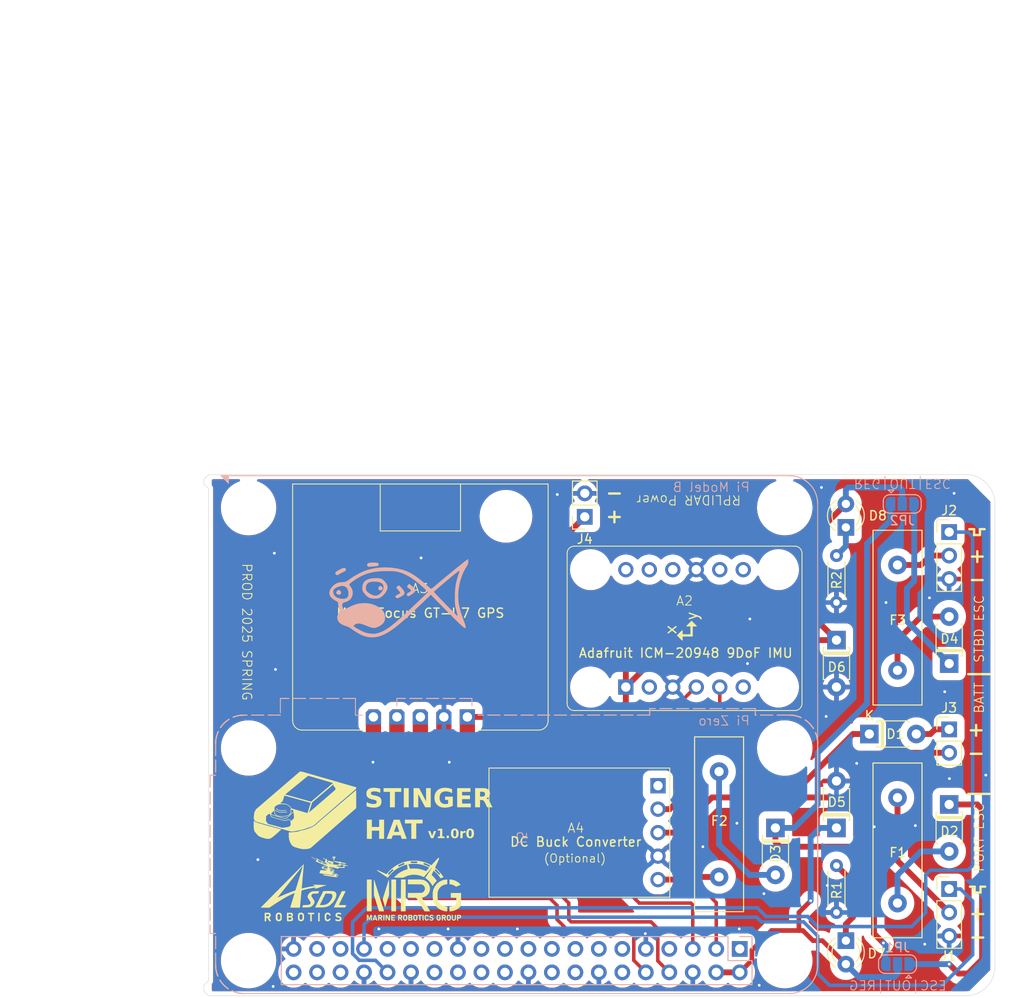
<source format=kicad_pcb>
(kicad_pcb (version 20240108) (generator "pcbnew") (generator_version "8.0")
  (layers (0 "F.Cu" signal) (31 "B.Cu" signal) (34 "B.Paste" user) (35 "F.Paste" user) (36 "B.SilkS" user "B.Silkscreen") (37 "F.SilkS" user "F.Silkscreen") (38 "B.Mask" user) (39 "F.Mask" user) (44 "Edge.Cuts" user))
  (net 0 "")
  (net 3 "/SDA")
  (net 6 "GND")
  (net 9 "+5V_P")
  (net 10 "/GPS_TX")
  (net 11 "/SEsc_Sig")
  (net 16 "/SCL")
  (net 17 "/PEsc_Sig")
  (net 20 "/GPS_RX")
  (net 33 "+5V_S")
  (net 41 "/REG_EN")
  (net 42 "Net-(A4-IN-)")
  (net 43 "+5V_Reg")
  (net 44 "Net-(A4-IN+)")
  (net 45 "Net-(D1-A)")
  (net 46 "Net-(D2-K)")
  (net 47 "Net-(D2-A)")
  (net 48 "Net-(D3-A)")
  (net 49 "Net-(D3-K)")
  (net 50 "Net-(D4-K)")
  (net 51 "Net-(D4-A)")
  (net 52 "Net-(D7-K)")
  (net 53 "Net-(D8-K)")
  (net 54 "+5V_PEsc")
  (net 55 "+5V_SEsc")
  (footprint "Diode_THT:D_T-1_P5.08mm_Horizontal" (layer "F.Cu") (at 179.3494 108.6612 90)
    (property "Reference" "D5")
    (property "Value" "5.1V Zener")
  )
  (footprint "Diode_THT:D_T-1_P5.08mm_Horizontal" (layer "F.Cu") (at 191.5414 106.1212 -90)
    (property "Reference" "D2")
    (property "Value" "D")
  )
  (footprint "Fuse:Fuse_Littelfuse-LVR100" (layer "F.Cu") (at 185.9534 80.2132 -90)
    (property "Reference" "F3")
    (property "Value" "2A Fuse")
  )
  (footprint "GTMRG_footprints:MakerFocus_GT-U7" (layer "F.Cu") (at 134.3406 84.1502 180)
    (property "Reference" "A3")
    (property "Value" "MakerFocus GT-U7 GPS")
  )
  (footprint "Connector_PinHeader_2.54mm:PinHeader_1x03_P2.54mm_Vertical" (layer "F.Cu") (at 191.5414 115.2652)
    (property "Reference" "J1")
    (property "Value" "Port ESC Connector")
  )
  (footprint "Diode_THT:D_T-1_P5.08mm_Horizontal" (layer "F.Cu") (at 172.7454 108.6612 -90)
    (property "Reference" "D3")
    (property "Value" "D")
  )
  (footprint "Diode_THT:D_T-1_P5.08mm_Horizontal" (layer "F.Cu") (at 179.3494 88.3412 -90)
    (property "Reference" "D6")
    (property "Value" "5.1V Zener")
  )
  (footprint "GTMRG_footprints:DROK_DC_Buck" (layer "F.Cu") (at 151.1554 109.1692)
    (property "Reference" "A4")
    (property "Value" "DC Buck Converter")
  )
  (footprint "Diode_THT:D_T-1_P5.08mm_Horizontal" (layer "F.Cu") (at 182.9054 98.5012)
    (property "Reference" "D1")
    (property "Value" "D")
  )
  (footprint "Fuse:Fuse_Littelfuse-LVR100" (layer "F.Cu") (at 185.9534 105.3892 -90)
    (property "Reference" "F1")
    (property "Value" "2A Fuse")
  )
  (footprint "Resistor_THT:R_Axial_DIN0204_L3.6mm_D1.6mm_P5.08mm_Horizontal" (layer "F.Cu") (at 179.3494 112.7252 -90)
    (property "Reference" "R1")
    (property "Value" "R_US")
  )
  (footprint "Connector_PinHeader_2.54mm:PinHeader_1x03_P2.54mm_Vertical" (layer "F.Cu") (at 191.5414 76.6572)
    (property "Reference" "J2")
    (property "Value" "Stbd ESC Connector")
  )
  (footprint "LED_THT:LED_D3.0mm" (layer "F.Cu") (at 180.3654 76.1492 90)
    (property "Reference" "D8")
    (property "Value" "LED")
  )
  (footprint "LED_THT:LED_D3.0mm" (layer "F.Cu") (at 180.3654 120.8532 -90)
    (property "Reference" "D7")
    (property "Value" "LED")
  )
  (footprint "Resistor_THT:R_Axial_DIN0204_L3.6mm_D1.6mm_P5.08mm_Horizontal" (layer "F.Cu") (at 179.3494 79.1972 -90)
    (property "Reference" "R2")
    (property "Value" "R_US")
  )
  (footprint "Fuse:Fuse_Littelfuse-LVR100" (layer "F.Cu") (at 166.6494 113.9652 90)
    (property "Reference" "F2")
    (property "Value" "3A Fuse")
  )
  (footprint "Connector_PinHeader_2.54mm:PinHeader_1x02_P2.54mm_Vertical" (layer "F.Cu") (at 191.5414 97.9932)
    (property "Reference" "J3")
    (property "Value" "Battery Connector")
  )
  (footprint "Connector_PinSocket_2.54mm:PinSocket_1x02_P2.54mm_Vertical" (layer "F.Cu") (at 152.1206 75.0062 180)
    (property "Reference" "J4")
    (property "Value" "RPLIDAR Power Harness")
  )
  (footprint "GTMRG_footprints:Adafruit_ICM-20948" (layer "F.Cu") (at 162.9156 87.0712 90)
    (property "Reference" "A2")
    (property "Value" "Adafruit ICM-20948 9DoF IMU")
  )
  (footprint "Diode_THT:D_T-1_P5.08mm_Horizontal" (layer "F.Cu") (at 191.5414 90.8812 90)
    (property "Reference" "D4")
    (property "Value" "D")
  )
  (footprint "Jumper:SolderJumper-3_P1.3mm_Open_RoundedPad1.0x1.5mm" (layer "B.Cu") (at 186.4614 73.6092)
    (property "Reference" "JP2")
    (property "Value" "S_Jumper")
  )
  (footprint "Jumper:SolderJumper-3_P1.3mm_Open_RoundedPad1.0x1.5mm" (layer "B.Cu") (at 185.9534 123.3932 180)
    (property "Reference" "JP1")
    (property "Value" "P_Jumper")
  )
  (footprint "GTMRG_footprints:RaspberryPi_Multi" (layer "B.Cu") (at 144.7706 109.8512 90)
    (property "Reference" "J5")
    (property "Value" "Raspberry_Pi_4")
  )
  (gr_poly (pts (xy 129.135792 79.954021) (xy 129.06149 79.956093) (xy 128.992847 79.960122) (xy 128.929769 79.966136) (xy 128.872159 79.974163) (xy 128.819923 79.984232) (xy 128.772965 79.996372) (xy 128.731189 80.01061) (xy 128.6945 80.026975) (xy 128.662802 80.045496) (xy 128.636 80.066201) (xy 128.613999 80.089118) (xy 128.596703 80.114276) (xy 128.584016 80.141704) (xy 128.575843 80.171429) (xy 128.574055 80.182707) (xy 128.573007 80.194017) (xy 128.572677 80.205332) (xy 128.573042 80.216623) (xy 128.574078 80.227862) (xy 128.575763 80.23902) (xy 128.578073 80.250071) (xy 128.580986 80.260986) (xy 128.584477 80.271737) (xy 128.588525 80.282295) (xy 128.593105 80.292633) (xy 128.598196 80.302722) (xy 128.603772 80.312535) (xy 128.609813 80.322043) (xy 128.616293 80.331218) (xy 128.623191 80.340032) (xy 128.630483 80.348457) (xy 128.638146 80.356466) (xy 128.646157 80.364028) (xy 128.654493 80.371118) (xy 128.66313 80.377707) (xy 128.672046 80.383765) (xy 128.681217 80.389267) (xy 128.69062 80.394182) (xy 128.700233 80.398484) (xy 128.710031 80.402144) (xy 128.719993 80.405135) (xy 128.730094 80.407427) (xy 128.740312 80.408993) (xy 128.750623 80.409805) (xy 128.761005 80.409834) (xy 128.771434 80.409053) (xy 128.839932 80.402872) (xy 128.962772 80.393329) (xy 129.12255 80.381725) (xy 129.30186 80.369365) (xy 129.420336 80.360415) (xy 129.519114 80.350574) (xy 129.56171 80.345175) (xy 129.600091 80.339379) (xy 129.634497 80.33313) (xy 129.665162 80.326369) (xy 129.692326 80.319039) (xy 129.716223 80.311081) (xy 129.737092 80.302439) (xy 129.755169 80.293054) (xy 129.770691 80.282869) (xy 129.783895 80.271825) (xy 129.795018 80.259866) (xy 129.804298 80.246933) (xy 129.811724 80.234503) (xy 129.818159 80.222414) (xy 129.823603 80.210618) (xy 129.828057 80.199067) (xy 129.831519 80.187711) (xy 129.833991 80.176502) (xy 129.834855 80.170937) (xy 129.835471 80.165391) (xy 129.83584 80.159856) (xy 129.835961 80.154328) (xy 129.835834 80.1488) (xy 129.835459 80.143266) (xy 129.834837 80.137719) (xy 129.833966 80.132154) (xy 129.831483 80.120945) (xy 129.828008 80.109589) (xy 129.823541 80.098038) (xy 129.818084 80.086243) (xy 129.811636 80.074154) (xy 129.804196 80.061723) (xy 129.799659 80.054921) (xy 129.794773 80.048422) (xy 129.789502 80.042219) (xy 129.783807 80.036304) (xy 129.777652 80.030668) (xy 129.771 80.025305) (xy 129.763814 80.020205) (xy 129.756056 80.015362) (xy 129.747689 80.010768) (xy 129.738676 80.006414) (xy 129.72898 80.002293) (xy 129.718563 79.998397) (xy 129.70739 79.994718) (xy 129.695421 79.991248) (xy 129.682621 79.987979) (xy 129.668952 79.984905) (xy 129.654377 79.982016) (xy 129.638859 79.979304) (xy 129.62236 79.976763) (xy 129.604844 79.974384) (xy 129.56661 79.970082) (xy 129.523861 79.966334) (xy 129.476298 79.963078) (xy 129.423624 79.960251) (xy 129.365543 79.95779) (xy 129.301757 79.955633) (xy 129.215849 79.953877)) (stroke (width -0.000001)) (fill solid) (layer "B.SilkS"))
  (gr_poly (pts (xy 132.004802 82.430223) (xy 131.997291 82.431621) (xy 131.989121 82.433889) (xy 131.980354 82.436978) (xy 131.961274 82.445414) (xy 131.940543 82.456525) (xy 131.918649 82.469908) (xy 131.896085 82.48516) (xy 131.873342 82.501877) (xy 131.850908 82.519656) (xy 131.829277 82.538094) (xy 131.808937 82.556787) (xy 131.79038 82.575333) (xy 131.774097 82.593327) (xy 131.760578 82.610366) (xy 131.750314 82.626047) (xy 131.746556 82.633253) (xy 131.743796 82.639968) (xy 131.742095 82.646141) (xy 131.741514 82.651723) (xy 131.741796 82.654962) (xy 131.742631 82.658764) (xy 131.745906 82.667984) (xy 131.751231 82.679234) (xy 131.758494 82.692365) (xy 131.767586 82.707228) (xy 131.778396 82.723674) (xy 131.790813 82.741554) (xy 131.804728 82.760719) (xy 131.820029 82.78102) (xy 131.836608 82.802307) (xy 131.854352 82.824432) (xy 131.873153 82.847246) (xy 131.892899 82.8706) (xy 131.91348 82.894345) (xy 131.934787 82.918331) (xy 131.956708 82.942409) (xy 131.978522 82.966521) (xy 131.999514 82.990602) (xy 132.019584 83.014502) (xy 132.038631 83.038067) (xy 132.056558 83.061147) (xy 132.073263 83.083587) (xy 132.088647 83.105236) (xy 132.10261 83.125943) (xy 132.115053 83.145554) (xy 132.125876 83.163917) (xy 132.134979 83.18088) (xy 132.142262 83.196291) (xy 132.147626 83.209998) (xy 132.150971 83.221848) (xy 132.152197 83.231689) (xy 132.151984 83.235809) (xy 132.151204 83.239369) (xy 132.14982 83.24278) (xy 132.147813 83.246453) (xy 132.1452 83.250379) (xy 132.141998 83.254545) (xy 132.138224 83.25894) (xy 132.133897 83.263552) (xy 132.123647 83.27338) (xy 132.111386 83.283936) (xy 132.097251 83.295127) (xy 132.08138 83.30686) (xy 132.06391 83.319041) (xy 132.044979 83.331576) (xy 132.024724 83.344373) (xy 132.003282 83.357338) (xy 131.980792 83.370378) (xy 131.95739 83.383399) (xy 131.933215 83.396308) (xy 131.908403 83.409012) (xy 131.883092 83.421417) (xy 131.838492 83.443524) (xy 131.798561 83.464912) (xy 131.763243 83.485676) (xy 131.732485 83.505912) (xy 131.706231 83.525714) (xy 131.694777 83.535481) (xy 131.684428 83.545177) (xy 131.675178 83.554811) (xy 131.667021 83.564396) (xy 131.659949 83.573944) (xy 131.653955 83.583466) (xy 131.649033 83.592976) (xy 131.645176 83.602483) (xy 131.642377 83.612001) (xy 131.64063 83.621541) (xy 131.639927 83.631116) (xy 131.640261 83.640736) (xy 131.641627 83.650414) (xy 131.644016 83.660162) (xy 131.647423 83.669991) (xy 131.65184 83.679914) (xy 131.657261 83.689942) (xy 131.663678 83.700087) (xy 131.671086 83.710361) (xy 131.679476 83.720777) (xy 131.688844 83.731345) (xy 131.69918 83.742078) (xy 131.709205 83.75153) (xy 131.719567 83.760158) (xy 131.730285 83.767957) (xy 131.74138 83.774924) (xy 131.752869 83.781054) (xy 131.764774 83.786343) (xy 131.777114 83.790787) (xy 131.789908 83.79438) (xy 131.803175 83.79712) (xy 131.816936 83.799001) (xy 131.83121 83.80002) (xy 131.846015 83.800173) (xy 131.861373 83.799454) (xy 131.877302 83.79786) (xy 131.893822 83.795387) (xy 131.910952 83.79203) (xy 131.928712 83.787785) (xy 131.947121 83.782647) (xy 131.9662 83.776614) (xy 131.985967 83.769679) (xy 132.006442 83.761839) (xy 132.027644 83.75309) (xy 132.07231 83.732848) (xy 132.120121 83.708917) (xy 132.171232 83.681264) (xy 132.225801 83.649855) (xy 132.283982 83.614656) (xy 132.283982 83.614655) (xy 132.350413 83.572338) (xy 132.409354 83.531946) (xy 132.460934 83.493124) (xy 132.484005 83.474193) (xy 132.505285 83.455521) (xy 132.524789 83.437066) (xy 132.542535 83.418783) (xy 132.558538 83.400627) (xy 132.572815 83.382556) (xy 132.585382 83.364524) (xy 132.596255 83.346487) (xy 132.60545 83.328402) (xy 132.612984 83.310224) (xy 132.618873 83.291909) (xy 132.623132 83.273413) (xy 132.62578 83.254691) (xy 132.62683 83.2357) (xy 132.626301 83.216396) (xy 132.624208 83.196733) (xy 132.620567 83.176669) (xy 132.615394 83.156159) (xy 132.608706 83.135159) (xy 132.60052 83.113624) (xy 132.59085 83.09151) (xy 132.579714 83.068775) (xy 132.567128 83.045372) (xy 132.553108 83.021258) (xy 132.52083 82.970721) (xy 132.492259 82.929723) (xy 132.460383 82.886633) (xy 132.425817 82.842105) (xy 132.389176 82.796792) (xy 132.31213 82.706426) (xy 132.234167 82.620765) (xy 132.16021 82.545037) (xy 132.126271 82.512533) (xy 132.09518 82.484472) (xy 132.067552 82.46151) (xy 132.044001 82.444299) (xy 132.025143 82.433493) (xy 132.017667 82.430696) (xy 132.011594 82.429745)) (stroke (width -0.000001)) (fill solid) (layer "B.SilkS"))
  (gr_poly (pts (xy 139.45667 79.592979) (xy 139.375413 79.652296) (xy 139.094755 79.869369) (xy 138.210755 80.576105) (xy 137.18203 81.4155) (xy 136.720464 81.798396) (xy 136.351198 82.110599) (xy 136.036521 82.378338) (xy 135.77309 82.597584) (xy 135.588497 82.745712) (xy 135.534387 82.786037) (xy 135.518387 82.796528) (xy 135.510332 82.800099) (xy 135.507683 82.799472) (xy 135.503696 82.797617) (xy 135.49186 82.790345) (xy 135.475114 82.77853) (xy 135.453748 82.762414) (xy 135.398325 82.718264) (xy 135.327916 82.659853) (xy 135.244849 82.589139) (xy 135.151452 82.508079) (xy 135.05005 82.418632) (xy 134.942972 82.322755) (xy 134.712684 82.120279) (xy 134.47869 81.924502) (xy 134.244836 81.738253) (xy 134.014967 81.564363) (xy 133.792928 81.405662) (xy 133.582564 81.26498) (xy 133.387722 81.145146) (xy 133.297323 81.093932) (xy 133.212246 81.048991) (xy 132.976729 80.938642) (xy 132.729091 80.839789) (xy 132.470646 80.752529) (xy 132.202709 80.676958) (xy 131.926592 80.613175) (xy 131.643611 80.561276) (xy 131.355078 80.521357) (xy 131.062308 80.493517) (xy 130.766614 80.477853) (xy 130.469311 80.474461) (xy 130.171712 80.483439) (xy 129.875131 80.504884) (xy 129.580882 80.538892) (xy 129.290278 80.585562) (xy 129.004635 80.64499) (xy 128.725264 80.717273) (xy 128.612468 80.75149) (xy 128.49526 80.7909) (xy 128.37428 80.835182) (xy 128.250168 80.884015) (xy 128.123563 80.937078) (xy 127.995105 80.994051) (xy 127.735189 81.118441) (xy 127.475535 81.25462) (xy 127.221262 81.400022) (xy 127.097742 81.475379) (xy 126.977485 81.552079) (xy 126.861132 81.629802) (xy 126.749322 81.708227) (xy 126.596209 81.817688) (xy 126.532212 81.86229) (xy 126.474966 81.900812) (xy 126.423255 81.93376) (xy 126.375863 81.961641) (xy 126.331572 81.98496) (xy 126.289168 82.004222) (xy 126.247433 82.019932) (xy 126.205151 82.032597) (xy 126.161106 82.042722) (xy 126.114082 82.050812) (xy 126.062862 82.057373) (xy 126.00623 82.062911) (xy 125.871864 82.072939) (xy 125.785392 82.080005) (xy 125.703627 82.089114) (xy 125.626215 82.100421) (xy 125.552803 82.11408) (xy 125.483036 82.130246) (xy 125.416561 82.149075) (xy 125.353023 82.170721) (xy 125.292068 82.195339) (xy 125.233343 82.223084) (xy 125.176493 82.254111) (xy 125.121164 82.288575) (xy 125.067003 82.32663) (xy 125.013654 82.368432) (xy 124.960766 82.414135) (xy 124.907982 82.463895) (xy 124.854949 82.517865) (xy 124.809522 82.567039) (xy 124.767308 82.615479) (xy 124.728269 82.663265) (xy 124.692366 82.710475) (xy 124.659562 82.757186) (xy 124.629819 82.803478) (xy 124.603097 82.849429) (xy 124.579359 82.895117) (xy 124.558566 82.940621) (xy 124.540681 82.986018) (xy 124.525665 83.031387) (xy 124.513479 83.076806) (xy 124.504086 83.122355) (xy 124.497448 83.16811) (xy 124.493525 83.214151) (xy 124.49228 83.260555) (xy 124.493051 83.290688) (xy 124.495255 83.320583) (xy 124.498896 83.350245) (xy 124.503976 83.379679) (xy 124.5105 83.408888) (xy 124.518472 83.437877) (xy 124.527895 83.46665) (xy 124.538773 83.495212) (xy 124.551109 83.523566) (xy 124.564908 83.551717) (xy 124.580173 83.579669) (xy 124.596908 83.607426) (xy 124.615116 83.634993) (xy 124.634802 83.662374) (xy 124.655969 83.689573) (xy 124.67862 83.716595) (xy 124.728391 83.770122) (xy 124.784146 83.82299) (xy 124.845915 83.875232) (xy 124.913726 83.926883) (xy 124.987609 83.977977) (xy 125.067596 84.028547) (xy 125.153714 84.078629) (xy 125.245994 84.128255) (xy 125.278561 84.145371) (xy 125.307376 84.161212) (xy 125.332669 84.176165) (xy 125.354665 84.190617) (xy 125.364499 84.197777) (xy 125.373594 84.204957) (xy 125.381979 84.212206) (xy 125.389682 84.219572) (xy 125.396733 84.227104) (xy 125.403158 84.23485) (xy 125.408987 84.242859) (xy 125.414249 84.251178) (xy 125.418971 84.259857) (xy 125.423182 84.268944) (xy 125.426911 84.278488) (xy 125.430186 84.288536) (xy 125.433035 84.299137) (xy 125.435487 84.310341) (xy 125.437571 84.322194) (xy 125.439314 84.334746) (xy 125.441895 84.36214) (xy 125.443456 84.392909) (xy 125.444226 84.427443) (xy 125.444432 84.466127) (xy 125.445009 84.491616) (xy 125.446704 84.51942) (xy 125.449459 84.549266) (xy 125.453217 84.58088) (xy 125.463515 84.648323) (xy 125.47714 84.719562) (xy 125.493635 84.792414) (xy 125.512545 84.864693) (xy 125.533412 84.934215) (xy 125.544437 84.96726) (xy 125.55578 84.998796) (xy 125.667128 85.2964) (xy 125.525077 85.444668) (xy 125.495835 85.47731) (xy 125.469289 85.511289) (xy 125.445415 85.546498) (xy 125.424187 85.58283) (xy 125.405581 85.620179) (xy 125.389571 85.658438) (xy 125.376132 85.697501) (xy 125.36524 85.737261) (xy 125.356868 85.777612) (xy 125.350993 85.818447) (xy 125.347589 85.85966) (xy 125.34663 85.901143) (xy 125.348093 85.942792) (xy 125.351951 85.984498) (xy 125.35818 86.026155) (xy 125.366754 86.067658) (xy 125.37765 86.108898) (xy 125.39084 86.149771) (xy 125.406301 86.190169) (xy 125.424008 86.229985) (xy 125.443935 86.269114) (xy 125.466057 86.307448) (xy 125.490349 86.344882) (xy 125.516786 86.381308) (xy 125.545343 86.41662) (xy 125.575996 86.450711) (xy 125.608718 86.483476) (xy 125.643485 86.514806) (xy 125.680271 86.544597) (xy 125.719053 86.572741) (xy 125.759803 86.599131) (xy 125.802499 86.623662) (xy 125.858549 86.652503) (xy 125.921928 86.682665) (xy 125.990454 86.713254) (xy 126.061949 86.743378) (xy 126.134231 86.772144) (xy 126.205121 86.798658) (xy 126.272439 86.822029) (xy 126.334005 86.841362) (xy 126.363646 86.850548) (xy 126.394443 86.861007) (xy 126.458529 86.885268) (xy 126.524309 86.913192) (xy 126.58983 86.943822) (xy 126.653138 86.976203) (xy 126.71228 87.009379) (xy 126.739679 87.025967) (xy 126.765304 87.042396) (xy 126.788911 87.058546) (xy 126.810255 87.074298) (xy 126.925468 87.160266) (xy 127.052417 87.249995) (xy 127.18738 87.341124) (xy 127.326635 87.431291) (xy 127.46646 87.518137) (xy 127.603134 87.599301) (xy 127.732934 87.672423) (xy 127.852139 87.73514) (xy 127.982612 87.797029) (xy 128.114431 87.852021) (xy 128.247456 87.900109) (xy 128.381548 87.941281) (xy 128.516567 87.975527) (xy 128.652374 88.002838) (xy 128.788831 88.023202) (xy 128.925797 88.036612) (xy 129.063134 88.043055) (xy 129.200703 88.042522) (xy 129.338363 88.035003) (xy 129.475976 88.020488) (xy 129.613404 87.998967) (xy 129.750505 87.970429) (xy 129.887142 87.934865) (xy 130.023175 87.892265) (xy 130.023177 87.892263) (xy 130.204881 87.825245) (xy 130.389309 87.746294) (xy 130.578193 87.654068) (xy 130.773264 87.547226) (xy 130.976257 87.424425) (xy 131.188902 87.284326) (xy 131.412933 87.125586) (xy 131.650082 86.946863) (xy 131.902082 86.746817) (xy 132.170664 86.524106) (xy 132.457562 86.277387) (xy 132.764508 86.005321) (xy 133.093234 85.706564) (xy 133.445472 85.379776) (xy 134.227417 84.636741) (xy 135.469775 83.441423) (xy 137.157992 85.160309) (xy 137.896207 85.90789) (xy 138.454798 86.459009) (xy 138.672199 86.663886) (xy 138.851253 86.823237) (xy 138.994143 86.93826) (xy 139.103058 87.010149) (xy 139.145457 87.030293) (xy 139.180181 87.040103) (xy 139.207505 87.039728) (xy 139.2277 87.029317) (xy 139.241041 87.009021) (xy 139.2478 86.978989) (xy 139.248252 86.93937) (xy 139.242668 86.890315) (xy 139.214488 86.764491) (xy 139.165447 86.602714) (xy 139.013525 86.176089) (xy 138.89271 85.8446) (xy 138.790064 85.547136) (xy 138.703932 85.277545) (xy 138.632655 85.029675) (xy 138.574576 84.797372) (xy 138.528037 84.574485) (xy 138.491381 84.354861) (xy 138.462952 84.132347) (xy 138.44299 83.898257) (xy 138.433924 83.659819) (xy 138.435534 83.417989) (xy 138.447596 83.173728) (xy 138.469889 82.927992) (xy 138.502191 82.68174) (xy 138.54428 82.43593) (xy 138.595935 82.191521) (xy 138.656932 81.94947) (xy 138.727051 81.710737) (xy 138.80607 81.476279) (xy 138.893766 81.247054) (xy 138.989918 81.024021) (xy 139.071302 80.855707) (xy 138.569762 80.855707) (xy 138.569678 80.861467) (xy 138.56838 80.875835) (xy 138.56562 80.893821) (xy 138.561456 80.915204) (xy 138.555942 80.939768) (xy 138.549135 80.967294) (xy 138.541092 80.997564) (xy 138.531867 81.030359) (xy 138.521518 81.065462) (xy 138.5101 81.102653) (xy 138.49767 81.141716) (xy 138.484283 81.182431) (xy 138.469996 81.22458) (xy 138.454864 81.267945) (xy 138.357174 81.560172) (xy 138.314447 81.701755) (xy 138.275629 81.841361) (xy 138.240594 81.97977) (xy 138.209214 82.117765) (xy 138.181362 82.256126) (xy 138.156912 82.395635) (xy 138.135737 82.537074) (xy 138.11771 82.681225) (xy 138.102703 82.828868) (xy 138.090591 82.980785) (xy 138.081245 83.137758) (xy 138.07454 83.300569) (xy 138.068543 83.646827) (xy 138.06843 83.915667) (xy 138.071089 84.134709) (xy 138.077779 84.316348) (xy 138.089756 84.472981) (xy 138.09812 84.545794) (xy 138.108277 84.617004) (xy 138.134601 84.760812) (xy 138.169985 84.916802) (xy 138.215687 85.097369) (xy 138.330081 85.529856) (xy 138.371295 85.680633) (xy 138.394049 85.758827) (xy 138.39052 85.75996) (xy 138.375495 85.749163) (xy 138.313697 85.694547) (xy 138.082287 85.472628) (xy 137.341618 84.733203) (xy 136.522699 83.895216) (xy 136.193475 83.550093) (xy 135.976184 83.313329) (xy 135.846503 83.165002) (xy 135.147291 83.165002) (xy 135.145291 83.171842) (xy 133.646514 84.600079) (xy 132.848348 85.353192) (xy 132.175596 85.968192) (xy 131.87987 86.22869) (xy 131.607842 86.460408) (xy 131.35696 86.665262) (xy 131.124671 86.845169) (xy 130.908424 87.002045) (xy 130.705667 87.137805) (xy 130.513847 87.254366) (xy 130.330414 87.353644) (xy 130.152814 87.437555) (xy 129.978496 87.508015) (xy 129.804908 87.566941) (xy 129.629498 87.616249) (xy 129.565024 87.63016) (xy 129.494361 87.640796) (xy 129.418262 87.648228) (xy 129.337477 87.652529) (xy 129.252757 87.65377) (xy 129.164855 87.652025) (xy 129.074522 87.647365) (xy 128.98251 87.639863) (xy 128.889569 87.62959) (xy 128.796452 87.61662) (xy 128.703909 87.601023) (xy 128.612693 87.582873) (xy 128.523555 87.562242) (xy 128.437246 87.539202) (xy 128.354518 87.513825) (xy 128.276123 87.486183) (xy 128.206826 87.458322) (xy 128.129532 87.424359) (xy 127.957414 87.34181) (xy 127.77269 87.245895) (xy 127.588284 87.143973) (xy 127.417118 87.043404) (xy 127.272113 86.951546) (xy 127.213459 86.911183) (xy 127.166192 86.875758) (xy 127.131927 86.84619) (xy 127.112278 86.8234) (xy 127.111088 86.820915) (xy 127.110411 86.818154) (xy 127.110235 86.815129) (xy 127.11055 86.811849) (xy 127.111346 86.808324) (xy 127.112613 86.804566) (xy 127.114339 86.800585) (xy 127.116514 86.796392) (xy 127.119127 86.791996) (xy 127.122169 86.787409) (xy 127.125629 86.782641) (xy 127.129496 86.777702) (xy 127.138409 86.767355) (xy 127.148824 86.756452) (xy 127.160658 86.745077) (xy 127.173826 86.733315) (xy 127.188244 86.721249) (xy 127.203829 86.708964) (xy 127.220496 86.696544) (xy 127.23816 86.684073) (xy 127.256739 86.671635) (xy 127.276149 86.659313) (xy 127.329692 86.628487) (xy 127.35641 86.614895) (xy 127.383204 86.602531) (xy 127.410157 86.591401) (xy 127.437351 86.581517) (xy 127.46487 86.572885) (xy 127.492797 86.565516) (xy 127.521215 86.559417) (xy 127.550207 86.554599) (xy 127.579857 86.55107) (xy 127.610248 86.548838) (xy 127.641462 86.547913) (xy 127.673583 86.548304) (xy 127.706694 86.550019) (xy 127.740879 86.553067) (xy 127.77622 86.557458) (xy 127.8128 86.5632) (xy 127.890012 86.578773) (xy 127.973179 86.599857) (xy 128.062968 86.626523) (xy 128.160043 86.658844) (xy 128.265069 86.696889) (xy 128.378712 86.74073) (xy 128.501637 86.790439) (xy 128.622435 86.839423) (xy 128.733145 86.882444) (xy 128.834717 86.91959) (xy 128.928106 86.950954) (xy 129.014263 86.976623) (xy 129.094141 86.996688) (xy 129.168693 87.01124) (xy 129.238871 87.020367) (xy 129.305627 87.024159) (xy 129.369915 87.022708) (xy 129.432687 87.016101) (xy 129.494895 87.00443) (xy 129.557492 86.987785) (xy 129.62143 86.966254) (xy 129.687662 86.939928) (xy 129.757141 86.908897) (xy 129.853764 86.861501) (xy 129.943437 86.812755) (xy 130.026258 86.76253) (xy 130.102326 86.710698) (xy 130.171741 86.657132) (xy 130.2346 86.601704) (xy 130.291003 86.544285) (xy 130.316815 86.51479) (xy 130.341049 86.484749) (xy 130.363719 86.454146) (xy 130.384837 86.422966) (xy 130.404415 86.391192) (xy 130.422465 86.358809) (xy 130.439001 86.325801) (xy 130.454034 86.292151) (xy 130.467576 86.257843) (xy 130.47964 86.222863) (xy 130.490239 86.187192) (xy 130.499384 86.150817) (xy 130.507089 86.11372) (xy 130.513365 86.075886) (xy 130.52168 85.997941) (xy 130.52443 85.916855) (xy 130.520736 85.81168) (xy 130.509629 85.709998) (xy 130.501283 85.660452) (xy 130.491071 85.611761) (xy 130.478986 85.563918) (xy 130.465025 85.516917) (xy 130.449183 85.470752) (xy 130.431455 85.425418) (xy 130.411836 85.380907) (xy 130.390322 85.337214) (xy 130.366908 85.294332) (xy 130.34159 85.252256) (xy 130.314363 85.210978) (xy 130.285221 85.170493) (xy 130.254162 85.130795) (xy 130.221179 85.091877) (xy 130.149426 85.016358) (xy 130.069924 84.943886) (xy 129.982637 84.874412) (xy 129.887527 84.807886) (xy 129.784558 84.744258) (xy 129.673691 84.683479) (xy 129.55489 84.625499) (xy 129.460418 84.583379) (xy 129.367411 84.544844) (xy 129.275561 84.50984) (xy 129.18456 84.478311) (xy 129.094102 84.450199) (xy 129.003879 84.42545) (xy 128.913584 84.404006) (xy 128.822909 84.385813) (xy 128.731547 84.370813) (xy 128.639191 84.358951) (xy 128.545532 84.350171) (xy 128.450264 84.344417) (xy 128.35308 84.341633) (xy 128.253671 84.341762) (xy 128.151731 84.344749) (xy 128.046952 84.350537) (xy 127.950562 84.357987) (xy 127.858235 84.367193) (xy 127.769129 84.37842) (xy 127.682404 84.391931) (xy 127.597221 84.407989) (xy 127.512737 84.426856) (xy 127.428113 84.448795) (xy 127.342509 84.474071) (xy 127.255083 84.502945) (xy 127.164994 84.535681) (xy 127.071403 84.572543) (xy 126.973469 84.613792) (xy 126.870352 84.659692) (xy 126.761209 84.710506) (xy 126.52149 84.827929) (xy 126.037509 85.071119) (xy 125.980917 84.927827) (xy 125.950972 84.848452) (xy 125.926413 84.775259) (xy 125.907331 84.707958) (xy 125.893817 84.646259) (xy 125.889176 84.617421) (xy 125.885962 84.589874) (xy 125.884186 84.563583) (xy 125.883859 84.538513) (xy 125.884993 84.514626) (xy 125.887599 84.491886) (xy 125.891689 84.470258) (xy 125.897274 84.449705) (xy 125.904365 84.43019) (xy 125.912975 84.411679) (xy 125.923114 84.394134) (xy 125.934793 84.37752) (xy 125.948025 84.3618) (xy 125.962821 84.346938) (xy 125.979192 84.332898) (xy 125.997149 84.319644) (xy 126.016704 84.30714) (xy 126.03787 84.295349) (xy 126.060656 84.284235) (xy 126.085074 84.273762) (xy 126.138854 84.254595) (xy 126.199301 84.237559) (xy 126.249778 84.223893) (xy 126.298847 84.208683) (xy 126.34649 84.191954) (xy 126.392685 84.173734) (xy 126.437414 84.154047) (xy 126.480657 84.132919) (xy 126.522394 84.110376) (xy 126.562605 84.086444) (xy 126.601272 84.061148) (xy 126.638374 84.034514) (xy 126.673892 84.006568) (xy 126.707807 83.977336) (xy 126.740098 83.946842) (xy 126.770746 83.915114) (xy 126.799731 83.882176) (xy 126.827034 83.848055) (xy 126.852635 83.812776) (xy 126.876515 83.776364) (xy 126.898654 83.738847) (xy 126.919032 83.700248) (xy 126.93763 83.660594) (xy 126.954428 83.619912) (xy 126.969407 83.578225) (xy 126.982546 83.535561) (xy 126.993827 83.491945) (xy 127.003229 83.447402) (xy 127.010734 83.401959) (xy 127.016321 83.355641) (xy 127.018942 83.321765) (xy 126.555683 83.321765) (xy 126.555304 83.353259) (xy 126.554171 83.383782) (xy 126.552287 83.413313) (xy 126.549659 83.441835) (xy 126.546291 83.469326) (xy 126.542188 83.495767) (xy 126.537354 83.521139) (xy 126.531796 83.545421) (xy 126.525517 83.568596) (xy 126.518522 83.590641) (xy 126.510817 83.611539) (xy 126.502406 83.631269) (xy 126.493295 83.649812) (xy 126.483488 83.667148) (xy 126.472989 83.683258) (xy 126.461805 83.698122) (xy 126.44521 83.717174) (xy 126.42716 83.735169) (xy 126.407693 83.752106) (xy 126.38685 83.76798) (xy 126.364669 83.782789) (xy 126.34119 83.796532) (xy 126.316451 83.809204) (xy 126.290492 83.820803) (xy 126.263353 83.831327) (xy 126.235071 83.840773) (xy 126.205687 83.849138) (xy 126.17524 83.85642) (xy 126.143768 83.862616) (xy 126.111311 83.867723) (xy 126.043599 83.87466) (xy 125.972417 83.87721) (xy 125.898078 83.875351) (xy 125.820896 83.869062) (xy 125.741184 83.858321) (xy 125.659255 83.843108) (xy 125.575424 83.823401) (xy 125.490002 83.799178) (xy 125.403305 83.770418) (xy 125.403305 83.770417) (xy 125.363881 83.755015) (xy 125.325764 83.737398) (xy 125.289004 83.717695) (xy 125.25365 83.696033) (xy 125.219751 83.67254) (xy 125.187356 83.647345) (xy 125.156514 83.620573) (xy 125.127275 83.592355) (xy 125.099688 83.562816) (xy 125.073802 83.532085) (xy 125.049666 83.50029) (xy 125.02733 83.467558) (xy 125.006842 83.434017) (xy 124.988253 83.399795) (xy 124.971611 83.36502) (xy 124.956965 83.329819) (xy 124.944365 83.29432) (xy 124.93386 83.25865) (xy 124.9255 83.222939) (xy 124.919332 83.187312) (xy 124.915408 83.151899) (xy 124.913775 83.116826) (xy 124.914483 83.082223) (xy 124.917581 83.048215) (xy 124.923119 83.014931) (xy 124.931146 82.982499) (xy 124.941711 82.951047) (xy 124.954863 82.920702) (xy 124.970651 82.891592) (xy 124.989125 82.863845) (xy 125.010334 82.837588) (xy 125.034327 82.812949) (xy 125.070597 82.781661) (xy 125.111985 82.750708) (xy 125.15789 82.720324) (xy 125.207709 82.690739) (xy 125.260839 82.662187) (xy 125.316678 82.6349) (xy 125.374623 82.609109) (xy 125.434072 82.585048) (xy 125.494421 82.562947) (xy 125.555069 82.54304) (xy 125.615412 82.525558) (xy 125.674849 82.510735) (xy 125.732776 82.498801) (xy 125.788592 82.489989) (xy 125.841692 82.484532) (xy 125.891476 82.482661) (xy 125.929361 82.483602) (xy 125.966327 82.486409) (xy 126.002355 82.491059) (xy 126.037427 82.497527) (xy 126.071524 82.505791) (xy 126.104628 82.515827) (xy 126.13672 82.527612) (xy 126.167781 82.541121) (xy 126.197792 82.556333) (xy 126.226736 82.573222) (xy 126.254594 82.591766) (xy 126.281346 82.61194) (xy 126.306975 82.633723) (xy 126.331461 82.657089) (xy 126.354787 82.682016) (xy 126.376933 82.70848) (xy 126.397881 82.736458) (xy 126.417612 82.765925) (xy 126.436108 82.796859) (xy 126.45335 82.829236) (xy 126.46932 82.863033) (xy 126.483999 82.898226) (xy 126.497368 82.934791) (xy 126.509408 82.972705) (xy 126.520102 83.011945) (xy 126.529431 83.052487) (xy 126.537375 83.094308) (xy 126.543916 83.137383) (xy 126.549036 83.18169) (xy 126.552717 83.227205) (xy 126.554939 83.273905) (xy 126.555683 83.321765) (xy 127.018942 83.321765) (xy 127.019971 83.308473) (xy 127.021664 83.260482) (xy 127.021381 83.211694) (xy 127.019102 83.162133) (xy 127.015989 83.121341) (xy 127.012109 83.082426) (xy 127.007401 83.045209) (xy 127.001806 83.00951) (xy 126.995265 82.975149) (xy 126.987716 82.941945) (xy 126.9791 82.909719) (xy 126.969359 82.87829) (xy 126.95843 82.847479) (xy 126.946256 82.817106) (xy 126.932776 82.78699) (xy 126.91793 82.756951) (xy 126.901658 82.72681) (xy 126.883901 82.696386) (xy 126.864599 82.6655) (xy 126.843692 82.633971) (xy 126.722357 82.45466) (xy 126.676608 82.386255) (xy 126.64931 82.344673) (xy 126.64756 82.340787) (xy 126.646863 82.336286) (xy 126.647212 82.331175) (xy 126.648598 82.325465) (xy 126.65101 82.319163) (xy 126.654442 82.312277) (xy 126.658884 82.304815) (xy 126.664327 82.296785) (xy 126.670763 82.288196) (xy 126.678183 82.279054) (xy 126.695939 82.259149) (xy 126.717526 82.237133) (xy 126.742874 82.213071) (xy 126.771912 82.187028) (xy 126.804571 82.159068) (xy 126.840781 82.129256) (xy 126.880472 82.097656) (xy 126.923573 82.064332) (xy 126.970016 82.029349) (xy 127.019729 81.992772) (xy 127.072644 81.954665) (xy 127.28246 81.809796) (xy 127.48919 81.676912) (xy 127.694043 81.555659) (xy 127.898227 81.445679) (xy 128.10295 81.346618) (xy 128.309421 81.258119) (xy 128.518848 81.179826) (xy 128.73244 81.111383) (xy 128.951404 81.052436) (xy 129.176949 81.002626) (xy 129.410284 80.9616) (xy 129.652617 80.929001) (xy 129.905157 80.904472) (xy 130.169111 80.887659) (xy 130.445688 80.878205) (xy 130.736097 80.875755) (xy 130.984084 80.87755) (xy 131.19285 80.881669) (xy 131.369528 80.88875) (xy 131.521251 80.899434) (xy 131.655154 80.91436) (xy 131.778368 80.934168) (xy 131.898029 80.959498) (xy 132.021269 80.990991) (xy 132.118087 81.019214) (xy 132.217665 81.05171) (xy 132.319641 81.088292) (xy 132.423648 81.128774) (xy 132.529322 81.172968) (xy 132.636299 81.220688) (xy 132.744214 81.271745) (xy 132.852703 81.325954) (xy 132.9614 81.383128) (xy 133.069942 81.443079) (xy 133.177963 81.50562) (xy 133.285099 81.570564) (xy 133.390985 81.637725) (xy 133.495257 81.706916) (xy 133.59755 81.777948) (xy 133.697499 81.850637) (xy 133.924862 82.026811) (xy 134.170538 82.228644) (xy 134.418744 82.44173) (xy 134.653696 82.651667) (xy 134.85961 82.844051) (xy 135.020704 83.004477) (xy 135.07951 83.068205) (xy 135.121192 83.118542) (xy 135.143777 83.153688) (xy 135.147291 83.165002) (xy 135.846503 83.165002) (xy 135.800272 83.112123) (xy 135.962966 82.969371) (xy 136.909873 82.150968) (xy 137.720045 81.473773) (xy 138.045267 81.211506) (xy 138.301998 81.012595) (xy 138.478802 80.886391) (xy 138.533658 80.853477) (xy 138.564245 80.842245) (xy 138.566163 80.842802) (xy 138.567667 80.844454) (xy 138.568763 80.847173) (xy 138.569459 80.850934) (xy 138.569762 80.855707) (xy 139.071302 80.855707) (xy 139.094303 80.808137) (xy 139.206701 80.600362) (xy 139.326888 80.401653) (xy 139.354802 80.357395) (xy 139.380047 80.31596) (xy 139.402741 80.276998) (xy 139.423005 80.240158) (xy 139.440958 80.205088) (xy 139.456721 80.171437) (xy 139.470414 80.138855) (xy 139.482156 80.106991) (xy 139.492067 80.075494) (xy 139.500268 80.044012) (xy 139.506878 80.012195) (xy 139.512017 79.979693) (xy 139.515805 79.946153) (xy 139.518363 79.911225) (xy 139.519809 79.874558) (xy 139.520265 79.835801) (xy 139.519676 79.782858) (xy 139.517988 79.733467) (xy 139.515319 79.688709) (xy 139.511788 79.649664) (xy 139.507513 79.617415) (xy 139.505133 79.604176) (xy 139.502612 79.593041) (xy 139.499964 79.584146) (xy 139.497204 79.577624) (xy 139.494347 79.573612) (xy 139.492886 79.57259) (xy 139.491407 79.572245)) (stroke (width -0.000001)) (fill solid) (layer "B.SilkS"))
  (gr_poly (pts (xy 129.522236 81.638989) (xy 129.418004 81.642814) (xy 129.30384 81.648669) (xy 129.160015 81.659846) (xy 129.025817 81.676503) (xy 128.901075 81.698764) (xy 128.78562 81.726755) (xy 128.67928 81.760598) (xy 128.581886 81.800419) (xy 128.53649 81.82261) (xy 128.493266 81.846343) (xy 128.452194 81.871631) (xy 128.413251 81.898493) (xy 128.376417 81.926941) (xy 128.341669 81.956993) (xy 128.308988 81.988664) (xy 128.278351 82.02197) (xy 128.249737 82.056925) (xy 128.223125 82.093546) (xy 128.198494 82.131848) (xy 128.175822 82.171847) (xy 128.155088 82.213558) (xy 128.13627 82.256996) (xy 128.119348 82.302178) (xy 128.1043 82.349119) (xy 128.079741 82.448339) (xy 128.062422 82.554781) (xy 128.058285 82.590783) (xy 128.055037 82.625544) (xy 128.052685 82.659137) (xy 128.051235 82.691634) (xy 128.050694 82.723108) (xy 128.051069 82.753632) (xy 128.052367 82.783277) (xy 128.054595 82.812117) (xy 128.05776 82.840223) (xy 128.061869 82.867668) (xy 128.066928 82.894525) (xy 128.072945 82.920866) (xy 128.079926 82.946763) (xy 128.087878 82.972289) (xy 128.096808 82.997516) (xy 128.106724 83.022517) (xy 128.130266 83.073681) (xy 128.158627 83.12643) (xy 128.191348 83.180279) (xy 128.22797 83.234742) (xy 128.268034 83.289336) (xy 128.311082 83.343575) (xy 128.356653 83.396974) (xy 128.40429 83.449049) (xy 128.453532 83.499314) (xy 128.503922 83.547284) (xy 128.554999 83.592475) (xy 128.606306 83.634402) (xy 128.657382 83.67258) (xy 128.707769 83.706524) (xy 128.757008 83.735748) (xy 128.80464 83.759769) (xy 128.856485 83.780313) (xy 128.91577 83.798423) (xy 128.981411 83.814074) (xy 129.052323 83.827246) (xy 129.127423 83.837913) (xy 129.205627 83.846054) (xy 129.285852 83.851645) (xy 129.367014 83.854663) (xy 129.44803 83.855086) (xy 129.527815 83.85289) (xy 129.605286 83.848053) (xy 129.679359 83.84055) (xy 129.748951 83.830361) (xy 129.812978 83.81746) (xy 129.870356 83.801826) (xy 129.920001 83.783435) (xy 129.920002 83.783435) (xy 129.958112 83.765675) (xy 129.996466 83.745533) (xy 130.034968 83.723132) (xy 130.073523 83.698597) (xy 130.150413 83.643622) (xy 130.226374 83.581601) (xy 130.300645 83.513527) (xy 130.372467 83.440395) (xy 130.441077 83.363197) (xy 130.505715 83.282928) (xy 130.56562 83.20058) (xy 130.620032 83.117148) (xy 130.668188 83.033624) (xy 130.709329 82.951002) (xy 130.742693 82.870277) (xy 130.756222 82.830935) (xy 130.76752 82.79244) (xy 130.776494 82.754916) (xy 130.783049 82.718487) (xy 130.787088 82.683276) (xy 130.788518 82.649409) (xy 130.78781 82.625903) (xy 130.352156 82.625903) (xy 130.350992 82.659163) (xy 130.348047 82.6927) (xy 130.343331 82.726468) (xy 130.336849 82.760424) (xy 130.32861 82.794521) (xy 130.318621 82.828715) (xy 130.30689 82.86296) (xy 130.293423 82.897212) (xy 130.278229 82.931425) (xy 130.261315 82.965554) (xy 130.242688 82.999555) (xy 130.222355 83.033382) (xy 130.200325 83.06699) (xy 130.176605 83.100334) (xy 130.151202 83.133368) (xy 130.124123 83.166049) (xy 130.095376 83.19833) (xy 130.064969 83.230168) (xy 130.032909 83.261515) (xy 129.970606 83.317495) (xy 129.909058 83.366762) (xy 129.878478 83.388888) (xy 129.84798 83.409345) (xy 129.817528 83.428139) (xy 129.787087 83.445272) (xy 129.756621 83.460748) (xy 129.726095 83.474571) (xy 129.695473 83.486744) (xy 129.664719 83.497271) (xy 129.633798 83.506155) (xy 129.602675 83.5134) (xy 129.571313 83.519008) (xy 129.539678 83.522985) (xy 129.507734 83.525333) (xy 129.475444 83.526057) (xy 129.442775 83.525158) (xy 129.409689 83.522642) (xy 129.376151 83.518511) (xy 129.342127 83.512769) (xy 129.30758 83.50542) (xy 129.272475 83.496466) (xy 129.236775 83.485913) (xy 129.200447 83.473763) (xy 129.125759 83.444686) (xy 129.048128 83.409265) (xy 128.967267 83.367527) (xy 128.967266 83.367527) (xy 128.934763 83.349403) (xy 128.902081 83.330302) (xy 128.837044 83.28982) (xy 128.773881 83.247378) (xy 128.714319 83.204273) (xy 128.660082 83.161803) (xy 128.635499 83.141212) (xy 128.612896 83.121266) (xy 128.592486 83.102128) (xy 128.574486 83.083959) (xy 128.559112 83.066922) (xy 128.546578 83.051179) (xy 128.52865 83.024901) (xy 128.512491 82.997417) (xy 128.498081 82.968831) (xy 128.485397 82.939248) (xy 128.474417 82.908774) (xy 128.465118 82.877511) (xy 128.457479 82.845565) (xy 128.451478 82.81304) (xy 128.447093 82.780041) (xy 128.4443 82.746671) (xy 128.44308 82.713036) (xy 128.443408 82.679241) (xy 128.448625 82.611584) (xy 128.459773 82.544537) (xy 128.476676 82.478936) (xy 128.499158 82.415616) (xy 128.512436 82.385072) (xy 128.527042 82.355413) (xy 128.542954 82.326742) (xy 128.56015 82.299163) (xy 128.578609 82.272782) (xy 128.598307 82.247702) (xy 128.619223 82.224029) (xy 128.641335 82.201866) (xy 128.664621 82.181319) (xy 128.689058 82.162491) (xy 128.714624 82.145487) (xy 128.741298 82.130411) (xy 128.817084 82.097029) (xy 128.902612 82.069575) (xy 128.996235 82.047929) (xy 129.096311 82.031967) (xy 129.201195 82.021568) (xy 129.309242 82.016608) (xy 129.418809 82.016964) (xy 129.52825 82.022516) (xy 129.635922 82.033139) (xy 129.740179 82.048712) (xy 129.839378 82.069112) (xy 129.931875 82.094217) (xy 130.016024 82.123903) (xy 130.090182 82.158049) (xy 130.123001 82.176756) (xy 130.152705 82.196532) (xy 130.179088 82.217362) (xy 130.201947 82.239229) (xy 130.224597 82.264788) (xy 130.245371 82.291209) (xy 130.264276 82.318449) (xy 130.281319 82.34646) (xy 130.296508 82.3752) (xy 130.309849 82.404622) (xy 130.321352 82.434682) (xy 130.331022 82.465334) (xy 130.338868 82.496533) (xy 130.344897 82.528235) (xy 130.349117 82.560394) (xy 130.351534 82.592965) (xy 130.352156 82.625903) (xy 130.78781 82.625903) (xy 130.787103 82.60241) (xy 130.78256 82.555465) (xy 130.774892 82.508577) (xy 130.7641 82.461751) (xy 130.750188 82.41499) (xy 130.733157 82.368298) (xy 130.713009 82.321678) (xy 130.689749 82.275134) (xy 130.663377 82.22867) (xy 130.633896 82.182289) (xy 130.601308 82.135996) (xy 130.565617 82.089794) (xy 130.526824 82.043686) (xy 130.484931 81.997677) (xy 130.439942 81.951769) (xy 130.391858 81.905967) (xy 130.34169 81.86125) (xy 130.292921 81.821244) (xy 130.244743 81.785757) (xy 130.220622 81.76965) (xy 130.196345 81.7546) (xy 130.171811 81.740585) (xy 130.146918 81.72758) (xy 130.121567 81.715561) (xy 130.095654 81.704506) (xy 130.06908 81.694388) (xy 130.041742 81.685186) (xy 130.01354 81.676874) (xy 129.984373 81.669429) (xy 129.954139 81.662826) (xy 129.922738 81.657043) (xy 129.890067 81.652055) (xy 129.856027 81.647838) (xy 129.783431 81.641621) (xy 129.70414 81.638202) (xy 129.617344 81.637388)) (stroke (width -0.000001)) (fill solid) (layer "B.SilkS"))
  (gr_line (start 139.9146 94.6522) (end 139.9146 95.4532) (stroke (width 0.1)) (layer "B.SilkS"))
  (gr_line (start 127.3146 94.6522) (end 127.3146 96.3422) (stroke (width 0.1)) (layer "B.SilkS"))
  (gr_poly (pts (xy 129.962531 82.492437) (xy 129.950731 82.493313) (xy 129.939777 82.494839) (xy 129.929778 82.497029) (xy 129.92084 82.499897) (xy 129.910548 82.504481) (xy 129.900614 82.510159) (xy 129.891052 82.516869) (xy 129.881875 82.524547) (xy 129.873097 82.533133) (xy 129.864732 82.542564) (xy 129.856794 82.552777) (xy 129.849295 82.56371) (xy 129.842251 82.575301) (xy 129.835675 82.587488) (xy 129.82958 82.600208) (xy 129.82398 82.613399) (xy 129.818889 82.626999) (xy 129.81432 82.640945) (xy 129.810288 82.655176) (xy 129.806806 82.669628) (xy 129.803888 82.68424) (xy 129.801546 82.69895) (xy 129.799797 82.713694) (xy 129.798652 82.728411) (xy 129.798125 82.743039) (xy 129.798231 82.757515) (xy 129.798983 82.771777) (xy 129.800395 82.785762) (xy 129.80248 82.799409) (xy 129.805252 82.812655) (xy 129.808725 82.825438) (xy 129.812913 82.837695) (xy 129.817829 82.849364) (xy 129.823487 82.860384) (xy 129.8299 82.870691) (xy 129.837084 82.880223) (xy 129.844784 82.888852) (xy 129.853115 82.896973) (xy 129.862034 82.904582) (xy 129.871502 82.911679) (xy 129.881479 82.918262) (xy 129.891924 82.924328) (xy 129.902798 82.929878) (xy 129.91406 82.934907) (xy 129.92567 82.939416) (xy 129.937588 82.943402) (xy 129.949773 82.946864) (xy 129.962186 82.949799) (xy 129.974787 82.952207) (xy 129.987534 82.954085) (xy 130.01331 82.956246) (xy 130.039192 82.956268) (xy 130.052073 82.955473) (xy 130.06486 82.954139) (xy 130.077512 82.952262) (xy 130.08999 82.949843) (xy 130.102254 82.946879) (xy 130.114263 82.943368) (xy 130.125978 82.939309) (xy 130.137357 82.9347) (xy 130.148361 82.92954) (xy 130.15895 82.923826) (xy 130.169083 82.917557) (xy 130.178721 82.910731) (xy 130.187823 82.903347) (xy 130.196348 82.895403) (xy 130.196348 82.895411) (xy 130.206193 82.884903) (xy 130.215201 82.873936) (xy 130.223378 82.862551) (xy 130.230732 82.850786) (xy 130.23727 82.83868) (xy 130.242999 82.826275) (xy 130.247926 82.813608) (xy 130.252058 82.800719) (xy 130.255402 82.787648) (xy 130.257964 82.774435) (xy 130.259753 82.761118) (xy 130.260774 82.747737) (xy 130.261036 82.734332) (xy 130.260544 82.720942) (xy 130.259307 82.707606) (xy 130.25733 82.694365) (xy 130.254622 82.681257) (xy 130.251188 82.668322) (xy 130.247037 82.655599) (xy 130.242175 82.643128) (xy 130.236609 82.630949) (xy 130.230346 82.6191) (xy 130.223393 82.607622) (xy 130.215757 82.596553) (xy 130.207445 82.585933) (xy 130.198465 82.575802) (xy 130.188823 82.566199) (xy 130.178526 82.557164) (xy 130.167581 82.548736) (xy 130.155995 82.540954) (xy 130.143776 82.533858) (xy 130.13093 82.527487) (xy 130.117376 82.521665) (xy 130.103377 82.516324) (xy 130.089038 82.511476) (xy 130.074469 82.507138) (xy 130.059777 82.503322) (xy 130.045069 82.500043) (xy 130.030454 82.497315) (xy 130.016038 82.495153) (xy 130.00193 82.49357) (xy 129.988238 82.49258) (xy 129.975069 82.492198)) (stroke (width -0.000001)) (fill solid) (layer "B.SilkS"))
  (gr_line (start 127.3146 96.3422) (end 127.3146 96.4692) (stroke (width 0.1)) (layer "B.SilkS"))
  (gr_line (start 127.3146 96.4692) (end 128.0668 96.4692) (stroke (width 0.1)) (layer "B.SilkS"))
  (gr_poly (pts (xy 133.10973 82.271616) (xy 133.103604 82.273434) (xy 133.097006 82.276387) (xy 133.089985 82.28041) (xy 133.082584 82.285438) (xy 133.074849 82.291408) (xy 133.066826 82.298255) (xy 133.058561 82.305915) (xy 133.041483 82.323418) (xy 133.023981 82.343402) (xy 133.006418 82.365355) (xy 132.989159 82.388763) (xy 132.972567 82.413113) (xy 132.957006 82.43789) (xy 132.94284 82.462582) (xy 132.930433 82.486674) (xy 132.92015 82.509653) (xy 132.915919 82.520565) (xy 132.912355 82.531006) (xy 132.909503 82.540912) (xy 132.90741 82.550219) (xy 132.906121 82.558863) (xy 132.905681 82.566779) (xy 132.905958 82.570067) (xy 132.906779 82.573676) (xy 132.908132 82.577593) (xy 132.910001 82.581805) (xy 132.912375 82.586299) (xy 132.915239 82.591064) (xy 132.922383 82.601349) (xy 132.931326 82.612559) (xy 132.941958 82.624589) (xy 132.954172 82.637338) (xy 132.967858 82.650702) (xy 132.982909 82.664579) (xy 132.999215 82.678865) (xy 133.016669 82.693457) (xy 133.035161 82.708254) (xy 133.054584 82.723152) (xy 133.074828 82.738047) (xy 133.095785 82.752838) (xy 133.117347 82.767421) (xy 133.138909 82.782093) (xy 133.159866 82.797142) (xy 133.180111 82.812458) (xy 133.199533 82.827929) (xy 133.218025 82.843443) (xy 133.235479 82.858889) (xy 133.251786 82.874155) (xy 133.266836 82.88913) (xy 133.280523 82.903701) (xy 133.292737 82.917758) (xy 133.303369 82.931189) (xy 133.312312 82.943882) (xy 133.319456 82.955725) (xy 133.324693 82.966608) (xy 133.327915 82.976419) (xy 133.328737 82.980887) (xy 133.329013 82.985045) (xy 133.328733 82.989163) (xy 133.327902 82.993512) (xy 133.326533 82.99808) (xy 133.324641 83.002854) (xy 133.322238 83.007823) (xy 133.319339 83.012975) (xy 133.315958 83.018298) (xy 133.312108 83.02378) (xy 133.307803 83.029409) (xy 133.303057 83.035173) (xy 133.292295 83.047058) (xy 133.279932 83.059339) (xy 133.266079 83.071921) (xy 133.250845 83.084707) (xy 133.23434 83.097602) (xy 133.216674 83.11051) (xy 133.197956 83.123336) (xy 133.178297 83.135982) (xy 133.157806 83.148355) (xy 133.136594 83.160357) (xy 133.114769 83.171893) (xy 133.071633 83.19475) (xy 133.032635 83.217216) (xy 132.997747 83.239336) (xy 132.966944 83.261154) (xy 132.940198 83.282711) (xy 132.928339 83.293407) (xy 132.917484 83.304054) (xy 132.90763 83.314658) (xy 132.898775 83.325224) (xy 132.890914 83.335758) (xy 132.884044 83.346266) (xy 132.878162 83.356752) (xy 132.873265 83.367222) (xy 132.869349 83.377683) (xy 132.866411 83.388138) (xy 132.864448 83.398594) (xy 132.863456 83.409056) (xy 132.863433 83.41953) (xy 132.864374 83.43002) (xy 132.866277 83.440533) (xy 132.869138 83.451074) (xy 132.872954 83.461648) (xy 132.877721 83.472261) (xy 132.883436 83.482918) (xy 132.890097 83.493625) (xy 132.897699 83.504387) (xy 132.90624 83.515209) (xy 132.915199 83.525711) (xy 132.924036 83.535421) (xy 132.932809 83.544325) (xy 132.941577 83.552409) (xy 132.950397 83.559658) (xy 132.959329 83.566058) (xy 132.96843 83.571594) (xy 132.977759 83.576251) (xy 132.987374 83.580014) (xy 132.997334 83.582871) (xy 133.007697 83.584805) (xy 133.018521 83.585802) (xy 133.029864 83.585847) (xy 133.041785 83.584927) (xy 133.054343 83.583026) (xy 133.067595 83.580131) (xy 133.0816 83.576225) (xy 133.096416 83.571296) (xy 133.112102 83.565328) (xy 133.128716 83.558306) (xy 133.146316 83.550217) (xy 133.16496 83.541045) (xy 133.184708 83.530777) (xy 133.205617 83.519397) (xy 133.227746 83.50689) (xy 133.251152 83.493244) (xy 133.302033 83.46247) (xy 133.358725 83.426959) (xy 133.421696 83.386595) (xy 133.487485 83.343046) (xy 133.546256 83.30184) (xy 133.598162 83.262681) (xy 133.643353 83.225271) (xy 133.68198 83.189313) (xy 133.698879 83.171785) (xy 133.714194 83.154508) (xy 133.727942 83.137445) (xy 133.740144 83.12056) (xy 133.750818 83.103814) (xy 133.759983 83.08717) (xy 133.767658 83.070592) (xy 133.773861 83.054042) (xy 133.778612 83.037483) (xy 133.781929 83.020878) (xy 133.783831 83.004189) (xy 133.784338 82.98738) (xy 133.783467 82.970413) (xy 133.781238 82.95325) (xy 133.777669 82.935856) (xy 133.77278 82.918192) (xy 133.766589 82.900222) (xy 133.759116 82.881908) (xy 133.750378 82.863212) (xy 133.740395 82.844099) (xy 133.71677 82.804469) (xy 133.694143 82.772371) (xy 133.664961 82.736063) (xy 133.630201 82.69641) (xy 133.590841 82.65428) (xy 133.547857 82.61054) (xy 133.502227 82.566056) (xy 133.454927 82.521696) (xy 133.406935 82.478325) (xy 133.359229 82.43681) (xy 133.312784 82.398019) (xy 133.268579 82.362817) (xy 133.22759 82.332073) (xy 133.190795 82.306651) (xy 133.15917 82.28742) (xy 133.133693 82.275246) (xy 133.123566 82.272076) (xy 133.115341 82.270995)) (stroke (width -0.000001)) (fill solid) (layer "B.SilkS"))
  (gr_line (start 119.1946 94.6522) (end 119.1946 96.2152) (stroke (width 0.1)) (layer "B.SilkS"))
  (gr_line (start 131.7946 94.6522) (end 131.7946 95.4532) (stroke (width 0.1)) (layer "B.SilkS"))
  (gr_poly (pts (xy 125.47868 82.906593) (xy 125.471179 82.908346) (xy 125.463127 82.911192) (xy 125.454578 82.91507) (xy 125.445585 82.919919) (xy 125.436203 82.925677) (xy 125.416488 82.939674) (xy 125.395865 82.956571) (xy 125.374766 82.975876) (xy 125.353624 82.997097) (xy 125.332872 83.019744) (xy 125.312941 83.043325) (xy 125.294264 83.067348) (xy 125.277275 83.091322) (xy 125.262404 83.114755) (xy 125.250086 83.137157) (xy 125.245018 83.147817) (xy 125.240751 83.158036) (xy 125.237338 83.16775) (xy 125.234833 83.176899) (xy 125.233291 83.185422) (xy 125.232765 83.193257) (xy 125.233702 83.211259) (xy 125.236451 83.228817) (xy 125.240919 83.245896) (xy 125.247013 83.262458) (xy 125.254639 83.27847) (xy 125.263703 83.293894) (xy 125.274112 83.308696) (xy 125.285774 83.322838) (xy 125.298594 83.336287) (xy 125.312479 83.349005) (xy 125.327336 83.360957) (xy 125.343071 83.372108) (xy 125.359591 83.382421) (xy 125.376803 83.391861) (xy 125.394613 83.400391) (xy 125.412928 83.407977) (xy 125.431655 83.414582) (xy 125.450699 83.420171) (xy 125.469969 83.424708) (xy 125.489369 83.428157) (xy 125.508808 83.430482) (xy 125.528191 83.431647) (xy 125.547426 83.431618) (xy 125.566418 83.430357) (xy 125.585074 83.427829) (xy 125.603302 83.423999) (xy 125.621008 83.418831) (xy 125.638098 83.412288) (xy 125.654478 83.404336) (xy 125.670057 83.394938) (xy 125.684739 83.384058) (xy 125.698432 83.371661) (xy 125.707529 83.361927) (xy 125.71588 83.351691) (xy 125.723489 83.34099) (xy 125.730362 83.32986) (xy 125.736504 83.318335) (xy 125.74192 83.306451) (xy 125.746615 83.294244) (xy 125.750593 83.281751) (xy 125.75386 83.269005) (xy 125.756422 83.256044) (xy 125.758282 83.242902) (xy 125.759447 83.229615) (xy 125.75992 83.21622) (xy 125.759707 83.20275) (xy 125.758814 83.189243) (xy 125.757245 83.175734) (xy 125.755005 83.162258) (xy 125.752099 83.148852) (xy 125.748532 83.13555) (xy 125.74431 83.122388) (xy 125.739437 83.109403) (xy 125.733918 83.096629) (xy 125.727758 83.084102) (xy 125.720963 83.071858) (xy 125.713538 83.059933) (xy 125.705487 83.048362) (xy 125.696815 83.037181) (xy 125.687528 83.026425) (xy 125.67763 83.01613) (xy 125.667127 83.006332) (xy 125.656024 82.997067) (xy 125.644325 82.988369) (xy 125.61986 82.971822) (xy 125.595414 82.956385) (xy 125.571636 82.942396) (xy 125.549179 82.930193) (xy 125.528693 82.920113) (xy 125.519393 82.915975) (xy 125.51083 82.912495) (xy 125.503085 82.909715) (xy 125.49624 82.907677) (xy 125.490376 82.906423) (xy 125.485575 82.905995)) (stroke (width -0.000001)) (fill solid) (layer "B.SilkS"))
  (gr_poly (pts (xy 126.087961 80.535968) (xy 126.065521 80.537576) (xy 126.041851 80.540533) (xy 126.016951 80.544837) (xy 125.990817 80.550491) (xy 125.96345 80.557492) (xy 125.934846 80.565843) (xy 125.905005 80.575542) (xy 125.873924 80.58659) (xy 125.841603 80.598987) (xy 125.80804 80.612733) (xy 125.773232 80.627828) (xy 125.737179 80.644272) (xy 125.699879 80.662065) (xy 125.661331 80.681207) (xy 125.621532 80.701698) (xy 125.58048 80.723539) (xy 125.50685 80.764014) (xy 125.440388 80.802083) (xy 125.380911 80.837955) (xy 125.328232 80.87184) (xy 125.282167 80.903945) (xy 125.242531 80.93448) (xy 125.209139 80.963654) (xy 125.181806 80.991676) (xy 125.160347 81.018754) (xy 125.151762 81.032004) (xy 125.144576 81.045097) (xy 125.138767 81.058059) (xy 125.13431 81.070915) (xy 125.131183 81.083693) (xy 125.129363 81.096417) (xy 125.128826 81.109114) (xy 125.12955 81.12181) (xy 125.131511 81.134531) (xy 125.134686 81.147304) (xy 125.139052 81.160154) (xy 125.144586 81.173108) (xy 125.159065 81.199431) (xy 125.165494 81.208934) (xy 125.172632 81.218106) (xy 125.180429 81.226933) (xy 125.188832 81.235404) (xy 125.197792 81.243506) (xy 125.207257 81.251226) (xy 125.217177 81.25855) (xy 125.227501 81.265467) (xy 125.238179 81.271964) (xy 125.249159 81.278028) (xy 125.271823 81.288805) (xy 125.295087 81.297696) (xy 125.318544 81.3046) (xy 125.341789 81.309415) (xy 125.353205 81.311007) (xy 125.364416 81.312038) (xy 125.37537 81.312496) (xy 125.386017 81.312368) (xy 125.396306 81.311641) (xy 125.406186 81.310303) (xy 125.415607 81.30834) (xy 125.424517 81.305741) (xy 125.432867 81.302491) (xy 125.440604 81.298579) (xy 125.447679 81.293992) (xy 125.45404 81.288717) (xy 125.459637 81.282741) (xy 125.464419 81.276051) (xy 125.46648 81.273309) (xy 125.469555 81.270095) (xy 125.478634 81.262313) (xy 125.491437 81.252829) (xy 125.50774 81.24177) (xy 125.527324 81.22926) (xy 125.549967 81.215425) (xy 125.603545 81.184281) (xy 125.666702 81.149338) (xy 125.73767 81.1116) (xy 125.814677 81.072067) (xy 125.895954 81.031743) (xy 126.018124 80.971327) (xy 126.068592 80.945421) (xy 126.112532 80.921899) (xy 126.150358 80.900399) (xy 126.182484 80.880558) (xy 126.209321 80.862013) (xy 126.231284 80.844401) (xy 126.248785 80.827359) (xy 126.262238 80.810526) (xy 126.272056 80.793537) (xy 126.278652 80.77603) (xy 126.282439 80.757642) (xy 126.28383 80.738011) (xy 126.283239 80.716774) (xy 126.281079 80.693567) (xy 126.278095 80.67361) (xy 126.273907 80.655) (xy 126.268514 80.637738) (xy 126.261913 80.621823) (xy 126.254104 80.607256) (xy 126.245084 80.594036) (xy 126.234852 80.582164) (xy 126.223406 80.571639) (xy 126.210746 80.562462) (xy 126.196868 80.554633) (xy 126.181772 80.548152) (xy 126.165456 80.543019) (xy 126.147919 80.539234) (xy 126.129158 80.536798) (xy 126.109173 80.535709)) (stroke (width -0.000001)) (fill solid) (layer "B.SilkS"))
  (gr_poly (pts (xy 129.069171 117.676876) (xy 128.814517 117.680396) (xy 128.691441 117.681295) (xy 128.646793 117.680831) (xy 128.612111 117.679696) (xy 128.586424 117.677841) (xy 128.568762 117.675221) (xy 128.562637 117.673609) (xy 128.558154 117.671787) (xy 128.555192 117.669751) (xy 128.55363 117.667493) (xy 128.553631 117.667491) (xy 128.551473 117.526487) (xy 128.550204 117.154665) (xy 128.550711 115.944687) (xy 128.554022 114.238255) (xy 129.069171 114.238255)) (stroke (width -0.000001)) (fill solid) (layer "F.SilkS"))
  (gr_poly (pts (xy 124.324825 117.817263) (xy 124.344571 117.819227) (xy 124.364219 117.822399) (xy 124.383715 117.826779) (xy 124.403005 117.832367) (xy 124.422033 117.839162) (xy 124.440746 117.847164) (xy 124.459088 117.856372) (xy 124.477005 117.866787) (xy 124.494442 117.878407) (xy 124.511345 117.891232) (xy 124.527659 117.905262) (xy 124.54333 117.920496) (xy 124.558303 117.936935) (xy 124.572523 117.954577) (xy 124.585935 117.973422) (xy 124.600046 117.995264) (xy 124.612056 118.015433) (xy 124.621959 118.033966) (xy 124.629748 118.0509) (xy 124.632849 118.058778) (xy 124.635418 118.06627) (xy 124.637456 118.07338) (xy 124.638962 118.080113) (xy 124.639935 118.086473) (xy 124.640374 118.092464) (xy 124.640278 118.098093) (xy 124.639646 118.103362) (xy 124.638479 118.108276) (xy 124.636774 118.112841) (xy 124.634531 118.11706) (xy 124.631749 118.120938) (xy 124.628428 118.12448) (xy 124.624566 118.12769) (xy 124.620164 118.130573) (xy 124.615219 118.133133) (xy 124.609732 118.135375) (xy 124.603701 118.137303) (xy 124.597125 118.138922) (xy 124.590005 118.140237) (xy 124.582338 118.141251) (xy 124.574125 118.14197) (xy 124.556055 118.14254) (xy 124.543877 118.142399) (xy 124.532742 118.14195) (xy 124.522586 118.141156) (xy 124.513341 118.139979) (xy 124.50494 118.138383) (xy 124.497317 118.136328) (xy 124.493777 118.135118) (xy 124.490406 118.133779) (xy 124.487197 118.132307) (xy 124.48414 118.130697) (xy 124.481228 118.128944) (xy 124.478452 118.127045) (xy 124.475805 118.124993) (xy 124.473277 118.122785) (xy 124.47086 118.120416) (xy 124.468546 118.117881) (xy 124.464195 118.112293) (xy 124.460155 118.105986) (xy 124.456362 118.098922) (xy 124.452747 118.091062) (xy 124.449245 118.082369) (xy 124.446447 118.075541) (xy 124.443341 118.068952) (xy 124.439939 118.062606) (xy 124.436251 118.05651) (xy 124.432287 118.050666) (xy 124.428058 118.045078) (xy 124.423575 118.039753) (xy 124.418847 118.034692) (xy 124.413886 118.029902) (xy 124.408701 118.025386) (xy 124.403305 118.021149) (xy 124.397706 118.017195) (xy 124.391915 118.013528) (xy 124.385943 118.010152) (xy 124.379801 118.007073) (xy 124.373499 118.004294) (xy 124.367047 118.001819) (xy 124.360457 117.999654) (xy 124.353737 117.997801) (xy 124.3469 117.996266) (xy 124.339955 117.995053) (xy 124.332914 117.994167) (xy 124.325785 117.993611) (xy 124.318581 117.993389) (xy 124.311311 117.993507) (xy 124.303987 117.993969) (xy 124.296618 117.994778) (xy 124.289214 117.99594) (xy 124.281788 117.997458) (xy 124.274348 117.999337) (xy 124.266906 118.001581) (xy 124.259473 118.004195) (xy 124.244171 118.010268) (xy 124.237172 118.013337) (xy 124.23059 118.016477) (xy 124.224414 118.019727) (xy 124.218629 118.023123) (xy 124.213224 118.026705) (xy 124.208185 118.030509) (xy 124.203501 118.034574) (xy 124.199157 118.038937) (xy 124.195142 118.043636) (xy 124.191442 118.048708) (xy 124.188046 118.054192) (xy 124.184939 118.060126) (xy 124.18211 118.066546) (xy 124.179545 118.073492) (xy 124.177233 118.081) (xy 124.175159 118.089108) (xy 124.173312 118.097854) (xy 124.171679 118.107277) (xy 124.170246 118.117413) (xy 124.169002 118.128301) (xy 124.167933 118.139977) (xy 124.167026 118.152481) (xy 124.165651 118.180121) (xy 124.164773 118.211522) (xy 124.164291 118.246987) (xy 124.164102 118.286818) (xy 124.164295 118.326669) (xy 124.16507 118.36266) (xy 124.166518 118.39501) (xy 124.168733 118.423939) (xy 124.171807 118.449667) (xy 124.175832 118.472414) (xy 124.180901 118.492401) (xy 124.187105 118.509846) (xy 124.194537 118.52497) (xy 124.198743 118.531731) (xy 124.20329 118.537994) (xy 124.208191 118.543786) (xy 124.213456 118.549136) (xy 124.219097 118.554071) (xy 124.225126 118.558618) (xy 124.238394 118.566659) (xy 124.253352 118.573479) (xy 124.270092 118.579299) (xy 124.288706 118.584338) (xy 124.298412 118.586474) (xy 124.307529 118.588021) (xy 124.316147 118.588939) (xy 124.320296 118.58915) (xy 124.324353 118.58919) (xy 124.328331 118.589053) (xy 124.332239 118.588735) (xy 124.336089 118.588231) (xy 124.339892 118.587536) (xy 124.343659 118.586646) (xy 124.347402 118.585554) (xy 124.351131 118.584257) (xy 124.354858 118.58275) (xy 124.358594 118.581028) (xy 124.36235 118.579087) (xy 124.366137 118.57692) (xy 124.369966 118.574524) (xy 124.373848 118.571893) (xy 124.377796 118.569024) (xy 124.385929 118.562547) (xy 124.394454 118.555057) (xy 124.403461 118.546513) (xy 124.413039 118.536877) (xy 124.423276 118.52611) (xy 124.432317 118.516708) (xy 124.441239 118.507998) (xy 124.450062 118.499968) (xy 124.458811 118.492606) (xy 124.467508 118.4859) (xy 124.476175 118.479839) (xy 124.484835 118.474411) (xy 124.493511 118.469604) (xy 124.502225 118.465406) (xy 124.511 118.461806) (xy 124.519858 118.458793) (xy 124.528823 118.456353) (xy 124.537917 118.454476) (xy 124.547163 118.45315) (xy 124.556582 118.452362) (xy 124.566199 118.452103) (xy 124.580734 118.452352) (xy 124.593537 118.453153) (xy 124.599298 118.453785) (xy 124.604637 118.454584) (xy 124.609556 118.455561) (xy 124.61406 118.456725) (xy 124.618152 118.458085) (xy 124.621836 118.459653) (xy 124.625114 118.461437) (xy 124.627991 118.463448) (xy 124.630469 118.465695) (xy 124.632553 118.468188) (xy 124.634246 118.470937) (xy 124.63555 118.473953) (xy 124.636471 118.477243) (xy 124.637011 118.48082) (xy 124.637173 118.484692) (xy 124.636962 118.488869) (xy 124.63638 118.493362) (xy 124.635432 118.498179) (xy 124.63412 118.503331) (xy 124.632448 118.508828) (xy 124.63042 118.51468) (xy 124.628038 118.520896) (xy 124.622231 118.53446) (xy 124.615053 118.5496) (xy 124.606532 118.566395) (xy 124.597745 118.582346) (xy 124.588322 118.597677) (xy 124.578289 118.612378) (xy 124.567674 118.626439) (xy 124.556504 118.639853) (xy 124.544806 118.652609) (xy 124.532607 118.664698) (xy 124.519936 118.676111) (xy 124.506818 118.686839) (xy 124.493281 118.696873) (xy 124.479353 118.706202) (xy 124.46506 118.714819) (xy 124.45043 118.722714) (xy 124.43549 118.729876) (xy 124.420268 118.736299) (xy 124.40479 118.741971) (xy 124.389085 118.746884) (xy 124.373178 118.751028) (xy 124.357097 118.754395) (xy 124.340871 118.756975) (xy 124.324524 118.758758) (xy 124.308087 118.759736) (xy 124.291584 118.7599) (xy 124.275044 118.759239) (xy 124.258493 118.757745) (xy 124.24196 118.755409) (xy 124.225471 118.752221) (xy 124.209053 118.748172) (xy 124.192734 118.743253) (xy 124.176542 118.737454) (xy 124.160502 118.730767) (xy 124.144643 118.723181) (xy 124.132896 118.71698) (xy 124.121706 118.710628) (xy 124.111061 118.704089) (xy 124.100949 118.697332) (xy 124.091357 118.690323) (xy 124.082275 118.683028) (xy 124.073689 118.675415) (xy 124.065588 118.66745) (xy 124.057959 118.659101) (xy 124.050791 118.650332) (xy 124.044071 118.641113) (xy 124.037787 118.631409) (xy 124.031928 118.621186) (xy 124.026481 118.610413) (xy 124.021434 118.599055) (xy 124.016775 118.58708) (xy 124.012492 118.574454) (xy 124.008573 118.561144) (xy 124.005005 118.547116) (xy 124.001778 118.532338) (xy 123.998878 118.516777) (xy 123.996293 118.500398) (xy 123.994012 118.483169) (xy 123.992022 118.465057) (xy 123.990312 118.446028) (xy 123.988869 118.426049) (xy 123.986736 118.383109) (xy 123.985527 118.33597) (xy 123.985145 118.284368) (xy 123.98558 118.215559) (xy 123.987009 118.158013) (xy 123.989624 118.110299) (xy 123.991436 118.089682) (xy 123.993616 118.070987) (xy 123.996187 118.054036) (xy 123.999173 118.038649) (xy 124.002599 118.024649) (xy 124.006488 118.011856) (xy 124.010864 118.000091) (xy 124.01575 117.989177) (xy 124.021171 117.978933) (xy 124.02715 117.969183) (xy 124.040198 117.950539) (xy 124.054076 117.93311) (xy 124.068731 117.916896) (xy 124.084108 117.901898) (xy 124.100152 117.888113) (xy 124.116808 117.875542) (xy 124.134021 117.864185) (xy 124.151738 117.854041) (xy 124.169904 117.84511) (xy 124.188463 117.83739) (xy 124.207362 117.830883) (xy 124.226546 117.825587) (xy 124.24596 117.821502) (xy 124.265549 117.818627) (xy 124.28526 117.816963) (xy 124.305037 117.816508)) (stroke (width -0.000001)) (fill solid) (layer "F.SilkS"))
  (gr_line (start 193.7258 76.3397) (end 194.2338 76.3397) (stroke (width 0.254)) (layer "F.SilkS"))
  (gr_poly (pts (xy 129.699163 118.675961) (xy 129.574249 118.675961) (xy 129.539673 118.577299) (xy 129.314112 118.577299) (xy 129.279536 118.675961) (xy 129.154622 118.675961) (xy 129.235096 118.465511) (xy 129.353289 118.465511) (xy 129.500496 118.465511) (xy 129.426893 118.255487) (xy 129.353289 118.465511) (xy 129.235096 118.465511) (xy 129.390054 118.060281) (xy 129.463732 118.060281)) (stroke (width -0.000001)) (fill solid) (layer "F.SilkS"))
  (gr_poly (pts (xy 136.320193 111.889115) (xy 136.322797 111.889326) (xy 136.325342 111.88971) (xy 136.327833 111.890269) (xy 136.330272 111.891) (xy 136.332663 111.891905) (xy 136.335009 111.892982) (xy 136.337315 111.894233) (xy 136.339582 111.895655) (xy 136.341815 111.897249) (xy 136.344017 111.899016) (xy 136.346191 111.900953) (xy 136.348341 111.903062) (xy 136.352583 111.907792) (xy 136.355879 111.912055) (xy 136.358796 111.916508) (xy 136.361308 111.921222) (xy 136.36339 111.926265) (xy 136.365019 111.931708) (xy 136.366168 111.937618) (xy 136.366813 111.944066) (xy 136.366929 111.951122) (xy 136.366492 111.958853) (xy 136.365476 111.967331) (xy 136.363856 111.976624) (xy 136.361608 111.986801) (xy 136.358706 111.997933) (xy 136.355127 112.010087) (xy 136.350844 112.023335) (xy 136.345834 112.037744) (xy 136.340071 112.053385) (xy 136.33353 112.070327) (xy 136.326187 112.088639) (xy 136.318016 112.108391) (xy 136.299093 112.15249) (xy 136.276563 112.20318) (xy 136.250225 112.261016) (xy 136.219882 112.326553) (xy 136.185334 112.400346) (xy 136.146382 112.48295) (xy 135.99172 112.812967) (xy 135.944833 112.91524) (xy 135.927806 112.955035) (xy 135.927997 112.955583) (xy 135.928485 112.956375) (xy 135.930327 112.95866) (xy 135.93327 112.961837) (xy 135.937256 112.965852) (xy 135.942224 112.970651) (xy 135.948115 112.976181) (xy 135.962426 112.989219) (xy 135.97971 113.004534) (xy 135.999491 113.021698) (xy 136.021289 113.04028) (xy 136.044626 113.059851) (xy 136.089197 113.09794) (xy 136.135413 113.139359) (xy 136.182951 113.183751) (xy 136.231484 113.230754) (xy 136.330241 113.331155) (xy 136.429085 113.437684) (xy 136.525419 113.547462) (xy 136.616645 113.65761) (xy 136.659531 113.711922) (xy 136.700165 113.765248) (xy 136.738224 113.817226) (xy 136.773382 113.867497) (xy 136.787307 113.888176) (xy 136.799375 113.906717) (xy 136.809588 113.923257) (xy 136.817943 113.937932) (xy 136.824442 113.950877) (xy 136.826996 113.956744) (xy 136.829085 113.96223) (xy 136.83071 113.967351) (xy 136.831871 113.972126) (xy 136.832569 113.97657) (xy 136.832802 113.980701) (xy 136.83257 113.984537) (xy 136.831875 113.988093) (xy 136.830716 113.991387) (xy 136.829093 113.994436) (xy 136.827006 113.997258) (xy 136.824454 113.999868) (xy 136.821439 114.002285) (xy 136.81796 114.004524) (xy 136.814016 114.006604) (xy 136.809609 114.008541) (xy 136.799402 114.012055) (xy 136.787339 114.015202) (xy 136.773421 114.018118) (xy 136.768669 114.019161) (xy 136.763001 114.020634) (xy 136.749216 114.024764) (xy 136.732658 114.030292) (xy 136.713918 114.036998) (xy 136.69359 114.044665) (xy 136.672265 114.053075) (xy 136.650535 114.06201) (xy 136.628994 114.071251) (xy 136.594948 114.086112) (xy 136.569128 114.096927) (xy 136.558854 114.100875) (xy 136.550099 114.103883) (xy 136.542684 114.105974) (xy 136.536428 114.107172) (xy 136.531154 114.1075) (xy 136.528828 114.107345) (xy 136.526681 114.106982) (xy 136.524689 114.106413) (xy 136.522831 114.105642) (xy 136.521083 114.104671) (xy 136.519424 114.103503) (xy 136.516282 114.10059) (xy 136.513224 114.096926) (xy 136.506646 114.087439) (xy 136.482543 114.052644) (xy 136.4504 114.008292) (xy 136.412332 113.957149) (xy 136.370456 113.901979) (xy 136.32689 113.845547) (xy 136.283749 113.790617) (xy 136.243149 113.739955) (xy 136.207209 113.696323) (xy 136.18083 113.665811) (xy 136.151352 113.633309) (xy 136.085629 113.564646) (xy 136.01509 113.494961) (xy 135.944787 113.428881) (xy 135.879772 113.371033) (xy 135.850827 113.346641) (xy 135.825098 113.326043) (xy 135.803217 113.309815) (xy 135.785816 113.298538) (xy 135.773525 113.292788) (xy 135.769494 113.292166) (xy 135.766977 113.293144) (xy 135.763889 113.298576) (xy 135.756904 113.312215) (xy 135.733022 113.360468) (xy 135.6989 113.430613) (xy 135.658107 113.515358) (xy 135.554012 113.732609) (xy 135.728642 113.913863) (xy 135.765504 113.952654) (xy 135.80334 113.993445) (xy 135.841075 114.035014) (xy 135.877634 114.076139) (xy 135.911943 114.115598) (xy 135.942928 114.152169) (xy 135.969513 114.184632) (xy 135.990625 114.211762) (xy 136.036381 114.272187) (xy 136.054367 114.296141) (xy 136.069128 114.316665) (xy 136.080691 114.334315) (xy 136.085281 114.342236) (xy 136.089082 114.349647) (xy 136.092097 114.356619) (xy 136.09433 114.363219) (xy 136.095783 114.369519) (xy 136.09646 114.375587) (xy 136.096365 114.381494) (xy 136.095501 114.387308) (xy 136.09387 114.393099) (xy 136.091478 114.398937) (xy 136.088326 114.404892) (xy 136.084419 114.411032) (xy 136.07976 114.417428) (xy 136.074352 114.42415) (xy 136.061302 114.438845) (xy 136.045298 114.455676) (xy 136.004534 114.49797) (xy 135.96203 114.543945) (xy 135.921426 114.590087) (xy 135.882693 114.636433) (xy 135.845801 114.683021) (xy 135.810723 114.729888) (xy 135.77743 114.777071) (xy 135.745893 114.824607) (xy 135.716084 114.872533) (xy 135.706256 114.888702) (xy 135.696892 114.903786) (xy 135.68821 114.917456) (xy 135.680429 114.92938) (xy 135.673769 114.93923) (xy 135.668448 114.946673) (xy 135.664686 114.951382) (xy 135.663458 114.952607) (xy 135.662701 114.953025) (xy 135.6624 114.952945) (xy 135.662015 114.952707) (xy 135.661547 114.952317) (xy 135.660999 114.951776) (xy 135.659675 114.950263) (xy 135.658061 114.948198) (xy 135.656179 114.945613) (xy 135.654048 114.94254) (xy 135.651688 114.939011) (xy 135.649119 114.935055) (xy 135.643436 114.925993) (xy 135.637158 114.915604) (xy 135.630446 114.90414) (xy 135.623459 114.891851) (xy 135.623447 114.891851) (xy 135.590735 114.83546) (xy 135.556037 114.779431) (xy 135.519504 114.723931) (xy 135.481283 114.66913) (xy 135.441523 114.615193) (xy 135.400373 114.562288) (xy 135.357981 114.510584) (xy 135.314496 114.460247) (xy 135.270066 114.411445) (xy 135.224841 114.364346) (xy 135.178968 114.319117) (xy 135.132596 114.275926) (xy 135.085874 114.23494) (xy 135.038951 114.196328) (xy 134.991974 114.160256) (xy 134.945093 114.126891) (xy 134.930218 114.116384) (xy 134.91634 114.105912) (xy 134.903764 114.095751) (xy 134.898059 114.090874) (xy 134.892793 114.08618) (xy 134.888005 114.081701) (xy 134.883732 114.077474) (xy 134.880012 114.073533) (xy 134.876883 114.069912) (xy 134.874384 114.066646) (xy 134.872551 114.06377) (xy 134.871424 114.061318) (xy 134.871137 114.060262) (xy 134.87104 114.059325) (xy 134.871096 114.058381) (xy 134.871263 114.057301) (xy 134.871918 114.054758) (xy 134.872983 114.051734) (xy 134.874435 114.048265) (xy 134.876252 114.04439) (xy 134.878413 114.040147) (xy 134.880896 114.035573) (xy 134.883678 114.030707) (xy 134.886737 114.025585) (xy 134.890051 114.020245) (xy 134.893598 114.014726) (xy 134.897357 114.009064) (xy 134.901305 114.003298) (xy 134.905419 113.997466) (xy 134.909679 113.991605) (xy 134.914061 113.985752) (xy 135.054764 113.781194) (xy 135.29827 113.417149) (xy 135.422157 113.22943) (xy 135.865969 113.22943) (xy 136.11225 113.478214) (xy 136.208433 113.574913) (xy 136.288257 113.654292) (xy 136.343409 113.708147) (xy 136.359136 113.722938) (xy 136.365577 113.728272) (xy 136.366 113.728271) (xy 136.366545 113.728141) (xy 136.367208 113.727884) (xy 136.367985 113.727503) (xy 136.369869 113.726384) (xy 136.372168 113.724807) (xy 136.374852 113.722799) (xy 136.377894 113.720384) (xy 136.381264 113.717588) (xy 136.384933 113.714434) (xy 136.388874 113.71095) (xy 136.393055 113.707159) (xy 136.39745 113.703086) (xy 136.402029 113.698757) (xy 136.406763 113.694197) (xy 136.411623 113.689431) (xy 136.416581 113.684483) (xy 136.421608 113.67938) (xy 136.421609 113.67938) (xy 136.428028 113.672697) (xy 136.433878 113.666373) (xy 136.439172 113.660386) (xy 136.443919 113.654716) (xy 136.448132 113.64934) (xy 136.451822 113.644239) (xy 136.455001 113.639391) (xy 136.457679 113.634774) (xy 136.459869 113.630367) (xy 136.461581 113.62615) (xy 136.462828 113.622101) (xy 136.46362 113.618199) (xy 136.46397 113.614422) (xy 136.463887 113.61075) (xy 136.463385 113.607161) (xy 136.462474 113.603634) (xy 136.456505 113.594347) (xy 136.442524 113.577334) (xy 136.394824 113.524501) (xy 136.327962 113.453878) (xy 136.250528 113.374208) (xy 136.171111 113.294232) (xy 136.0983 113.222692) (xy 136.040684 113.168331) (xy 136.020259 113.150325) (xy 136.006853 113.139891) (xy 136.001815 113.136643) (xy 135.997237 113.133915) (xy 135.995088 113.13276) (xy 135.993013 113.13175) (xy 135.991 113.130893) (xy 135.989035 113.130194) (xy 135.987104 113.129657) (xy 135.985195 113.129288) (xy 135.983295 113.129093) (xy 135.981389 113.129078) (xy 135.979464 113.129247) (xy 135.977507 113.129607) (xy 135.975505 113.130163) (xy 135.973444 113.13092) (xy 135.97131 113.131883) (xy 135.969091 113.133059) (xy 135.966774 113.134452) (xy 135.964344 113.136069) (xy 135.961788 113.137914) (xy 135.959093 113.139994) (xy 135.956246 113.142313) (xy 135.953233 113.144878) (xy 135.946656 113.150764) (xy 135.939256 113.157696) (xy 135.930924 113.165719) (xy 135.921556 113.174876) (xy 135.865969 113.22943) (xy 135.422157 113.22943) (xy 135.528196 113.068756) (xy 135.601695 112.955162) (xy 135.628154 112.911159) (xy 135.593628 112.948471) (xy 135.504627 113.050577) (xy 135.230636 113.370092) (xy 134.941043 113.711542) (xy 134.770709 113.916768) (xy 134.766065 113.922622) (xy 134.761391 113.928313) (xy 134.756717 113.93381) (xy 134.752075 113.939084) (xy 134.747496 113.944105) (xy 134.74301 113.948844) (xy 134.738649 113.953272) (xy 134.734444 113.957358) (xy 134.730425 113.961075) (xy 134.726625 113.964391) (xy 134.723073 113.967278) (xy 134.719802 113.969706) (xy 134.716841 113.971646) (xy 134.714223 113.973068) (xy 134.711978 113.973943) (xy 134.711005 113.974166) (xy 134.710137 113.974241) (xy 134.707968 113.973982) (xy 134.704759 113.973223) (xy 134.700575 113.971988) (xy 134.695479 113.970304) (xy 134.682804 113.965689) (xy 134.667243 113.959583) (xy 134.649303 113.952191) (xy 134.629492 113.943717) (xy 134.608319 113.934366) (xy 134.586291 113.924343) (xy 134.524146 113.897059) (xy 134.45983 113.871551) (xy 134.393624 113.847868) (xy 134.325809 113.82606) (xy 134.256667 113.806178) (xy 134.186478 113.788271) (xy 134.115525 113.772389) (xy 134.044088 113.758584) (xy 133.972449 113.746904) (xy 133.900889 113.7374) (xy 133.829689 113.730122) (xy 133.759131 113.72512) (xy 133.689495 113.722445) (xy 133.621064 113.722146) (xy 133.554118 113.724273) (xy 133.488939 113.728876) (xy 133.3754 113.7412) (xy 133.321383 113.74865) (xy 133.268883 113.757046) (xy 133.21766 113.766455) (xy 133.167475 113.776943) (xy 133.11809 113.788577) (xy 133.069266 113.801421) (xy 133.020764 113.815544) (xy 132.972345 113.83101) (xy 132.92377 113.847886) (xy 132.8748 113.866239) (xy 132.825197 113.886134) (xy 132.774722 113.907637) (xy 132.670197 113.955734) (xy 132.497751 114.038635) (xy 131.998043 114.038635) (xy 131.803478 114.037764) (xy 131.643122 114.035394) (xy 131.533596 114.031887) (xy 131.503087 114.02982) (xy 131.491519 114.027606) (xy 131.49148 114.025062) (xy 131.493367 114.020849) (xy 131.502507 114.007806) (xy 131.518113 113.989262) (xy 131.539363 113.966003) (xy 131.595498 113.908482) (xy 131.664321 113.841526) (xy 131.739243 113.77142) (xy 131.813672 113.704447) (xy 131.848643 113.674099) (xy 131.881019 113.646891) (xy 131.909976 113.623608) (xy 131.934692 113.605036) (xy 131.981923 113.571966) (xy 132.030056 113.539629) (xy 132.079032 113.508053) (xy 132.128789 113.477271) (xy 132.230407 113.41821) (xy 132.334425 113.362692) (xy 132.44036 113.310966) (xy 132.547726 113.263278) (xy 132.601795 113.241025) (xy 132.656041 113.219875) (xy 132.710402 113.199859) (xy 132.764819 113.181006) (xy 132.953186 113.117806) (xy 132.946652 113.07273) (xy 132.945043 113.059733) (xy 132.942956 113.039985) (xy 132.9377 112.984149) (xy 132.931589 112.913039) (xy 132.925328 112.834474) (xy 132.918902 112.758716) (xy 132.912337 112.695252) (xy 132.909243 112.670208) (xy 132.906404 112.65073) (xy 132.903914 112.637651) (xy 132.90283 112.633771) (xy 132.901871 112.631802) (xy 132.899987 112.630766) (xy 132.89672 112.630215) (xy 132.886269 112.630502) (xy 132.870987 112.632532) (xy 132.851346 112.636176) (xy 132.827814 112.641303) (xy 132.800862 112.647781) (xy 132.738578 112.664273) (xy 132.668254 112.684607) (xy 132.593651 112.707739) (xy 132.518528 112.732625) (xy 132.446647 112.758219) (xy 132.370402 112.788486) (xy 132.285527 112.825625) (xy 132.19515 112.868038) (xy 132.102401 112.91413) (xy 132.010409 112.962303) (xy 131.922303 113.010962) (xy 131.841212 113.058508) (xy 131.770265 113.103347) (xy 131.704361 113.148263) (xy 131.638723 113.195463) (xy 131.573594 113.244711) (xy 131.509214 113.295772) (xy 131.445825 113.348413) (xy 131.383669 113.402398) (xy 131.322988 113.457492) (xy 131.264024 113.513462) (xy 131.207017 113.570073) (xy 131.15221 113.62709) (xy 131.099844 113.684278) (xy 131.050161 113.741404) (xy 131.003403 113.798231) (xy 130.959811 113.854527) (xy 130.919627 113.910055) (xy 130.883092 113.964583) (xy 130.871748 113.982045) (xy 130.860903 113.998336) (xy 130.850813 114.013099) (xy 130.841736 114.025978) (xy 130.833926 114.036615) (xy 130.82764 114.044655) (xy 130.823134 114.04974) (xy 130.821628 114.051063) (xy 130.820664 114.051514) (xy 130.807091 114.043351) (xy 130.770767 114.019954) (xy 130.63981 113.934025) (xy 130.447689 113.80685) (xy 130.214301 113.651552) (xy 129.909573 113.447215) (xy 129.805587 113.376214) (xy 129.729205 113.322661) (xy 129.676941 113.28406) (xy 129.645309 113.257913) (xy 129.636141 113.24873) (xy 129.630823 113.241723) (xy 129.62892 113.236582) (xy 129.629996 113.232993) (xy 129.63516 113.226799) (xy 129.637679 113.224085) (xy 129.638975 113.222844) (xy 129.640316 113.221687) (xy 129.641717 113.220622) (xy 129.643192 113.219652) (xy 129.644757 113.218784) (xy 129.646428 113.218024) (xy 129.648218 113.217377) (xy 129.650143 113.216848) (xy 129.652218 113.216445) (xy 129.654458 113.216172) (xy 129.656879 113.216034) (xy 129.659494 113.216039) (xy 129.66232 113.216191) (xy 129.665372 113.216496) (xy 129.668663 113.21696) (xy 129.672211 113.217588) (xy 129.676028 113.218386) (xy 129.680132 113.21936) (xy 129.684536 113.220516) (xy 129.689255 113.221859) (xy 129.694306 113.223395) (xy 129.699702 113.22513) (xy 129.711592 113.229218) (xy 129.725046 113.234169) (xy 129.740185 113.240028) (xy 129.757128 113.246841) (xy 129.775997 113.254653) (xy 129.796911 113.263511) (xy 129.819992 113.273459) (xy 129.84536 113.284543) (xy 129.873134 113.296809) (xy 129.903437 113.310302) (xy 129.972106 113.341152) (xy 130.052332 113.377457) (xy 130.251307 113.467891) (xy 130.411096 113.539859) (xy 130.543515 113.598175) (xy 130.634789 113.636866) (xy 130.660691 113.646985) (xy 130.671141 113.649957) (xy 130.671802 113.649594) (xy 130.672705 113.648935) (xy 130.675209 113.646763) (xy 130.6786 113.643501) (xy 130.682822 113.639211) (xy 130.693538 113.627791) (xy 130.706167 113.613829) (xy 130.827118 113.613829) (xy 130.827372 113.615313) (xy 130.828113 113.617287) (xy 130.830934 113.622562) (xy 130.83534 113.629372) (xy 130.841089 113.637436) (xy 130.847938 113.646472) (xy 130.855646 113.656199) (xy 130.872668 113.676599) (xy 130.890219 113.696386) (xy 130.898588 113.705345) (xy 130.906361 113.713307) (xy 130.913299 113.719989) (xy 130.919158 113.72511) (xy 130.923696 113.728389) (xy 130.925394 113.72925) (xy 130.926671 113.729545) (xy 130.928629 113.728232) (xy 130.933094 113.724378) (xy 130.949017 113.709568) (xy 130.973382 113.686154) (xy 131.005129 113.655175) (xy 131.086538 113.574674) (xy 131.184773 113.476372) (xy 131.43647 113.223199) (xy 131.383428 113.173722) (xy 131.372526 113.163783) (xy 131.361875 113.154511) (xy 131.351743 113.146108) (xy 131.342397 113.138779) (xy 131.334106 113.132724) (xy 131.330439 113.130239) (xy 131.327136 113.128149) (xy 131.324231 113.126479) (xy 131.321756 113.125255) (xy 131.319745 113.124501) (xy 131.318231 113.124245) (xy 131.31356 113.125544) (xy 131.306604 113.129337) (xy 131.286481 113.143765) (xy 131.259137 113.166258) (xy 131.225849 113.195543) (xy 131.146542 113.269404) (xy 131.058767 113.355172) (xy 130.972731 113.442674) (xy 130.898639 113.521733) (xy 130.869263 113.554918) (xy 130.8467 113.582177) (xy 130.832226 113.602237) (xy 130.828422 113.609171) (xy 130.827118 113.613829) (xy 130.706167 113.613829) (xy 130.706919 113.612997) (xy 130.722526 113.595321) (xy 130.739918 113.575256) (xy 130.758656 113.553293) (xy 130.778301 113.529925) (xy 130.816495 113.485163) (xy 130.856682 113.439985) (xy 130.898704 113.394532) (xy 130.942404 113.348947) (xy 130.987626 113.303371) (xy 131.034212 113.257945) (xy 131.082005 113.212812) (xy 131.130849 113.168111) (xy 131.180585 113.123986) (xy 131.231057 113.080578) (xy 131.282108 113.038027) (xy 131.33358 112.996477) (xy 131.385317 112.956067) (xy 131.437162 112.916941) (xy 131.488957 112.879239) (xy 131.540545 112.843102) (xy 131.653999 112.767711) (xy 131.709853 112.732545) (xy 131.724424 112.723728) (xy 131.934974 112.723728) (xy 131.93558 112.730007) (xy 131.937168 112.737711) (xy 131.939619 112.746588) (xy 131.942816 112.756385) (xy 131.946638 112.76685) (xy 131.950968 112.77773) (xy 131.955688 112.788772) (xy 131.960677 112.799724) (xy 131.965818 112.810334) (xy 131.970992 112.820348) (xy 131.97608 112.829515) (xy 131.980964 112.837581) (xy 131.985524 112.844295) (xy 131.989643 112.849403) (xy 131.9915 112.851276) (xy 131.993202 112.852653) (xy 131.994733 112.853502) (xy 131.996081 112.853792) (xy 131.998079 112.853399) (xy 132.001717 112.852246) (xy 132.013547 112.847815) (xy 132.030843 112.84081) (xy 132.052876 112.831541) (xy 132.078916 112.820319) (xy 132.108235 112.807455) (xy 132.140104 112.79326) (xy 132.173793 112.778044) (xy 132.173791 112.778043) (xy 132.24953 112.744481) (xy 132.33261 112.709093) (xy 132.412965 112.676092) (xy 132.48053 112.649688) (xy 132.535463 112.628751) (xy 132.581421 112.610631) (xy 132.613594 112.597269) (xy 132.614085 112.597045) (xy 133.050909 112.597045) (xy 133.051242 112.601531) (xy 133.052442 112.608171) (xy 133.05447 112.616842) (xy 133.057285 112.627422) (xy 133.060849 112.639787) (xy 133.070062 112.669381) (xy 133.081791 112.704643) (xy 133.095718 112.744587) (xy 133.111527 112.788232) (xy 133.128899 112.834593) (xy 133.21641 113.064369) (xy 133.306417 113.058891) (xy 133.393755 113.055242) (xy 133.500896 113.053307) (xy 133.619604 113.052961) (xy 133.74164 113.05408) (xy 133.858767 113.056542) (xy 133.962747 113.060224) (xy 134.045342 113.065001) (xy 134.098315 113.07075) (xy 134.200487 113.090469) (xy 134.306138 113.114245) (xy 134.412258 113.141184) (xy 134.515837 113.170396) (xy 134.613865 113.200986) (xy 134.703334 113.232062) (xy 134.781233 113.262732) (xy 134.814903 113.277636) (xy 134.844553 113.292103) (xy 134.859324 113.29954) (xy 134.87387 113.306504) (xy 134.887819 113.312838) (xy 134.900796 113.31839) (xy 134.91243 113.323005) (xy 134.922345 113.326528) (xy 134.930171 113.328807) (xy 134.933182 113.329431) (xy 134.935532 113.329685) (xy 134.936729 113.329496) (xy 134.938311 113.328872) (xy 134.942585 113.326363) (xy 134.948264 113.322243) (xy 134.955259 113.316599) (xy 134.96348 113.309518) (xy 134.972839 113.301086) (xy 134.983247 113.291388) (xy 134.994614 113.280512) (xy 135.01987 113.255568) (xy 135.047894 113.226944) (xy 135.077973 113.19533) (xy 135.109394 113.161417) (xy 135.109396 113.161417) (xy 135.140498 113.127043) (xy 135.169665 113.09411) (xy 135.196245 113.063401) (xy 135.219591 113.035697) (xy 135.239053 113.011782) (xy 135.253983 112.992439) (xy 135.26373 112.97845) (xy 135.266458 112.973707) (xy 135.267647 112.970597) (xy 135.26714 112.966366) (xy 135.264349 112.961393) (xy 135.259369 112.955721) (xy 135.252297 112.94939) (xy 135.232259 112.934924) (xy 135.205002 112.918329) (xy 135.171294 112.899944) (xy 135.131901 112.880103) (xy 135.087592 112.859143) (xy 135.039132 112.8374) (xy 134.987291 112.81521) (xy 134.932834 112.792909) (xy 134.876529 112.770833) (xy 134.819144 112.749318) (xy 134.761446 112.728701) (xy 134.704202 112.709317) (xy 134.64818 112.691503) (xy 134.594146 112.675595) (xy 134.471372 112.642824) (xy 134.352923 112.614865) (xy 134.237847 112.591576) (xy 134.216657 112.588048) (xy 134.667352 112.588048) (xy 134.667356 112.58951) (xy 134.667663 112.590313) (xy 134.66901 112.591104) (xy 134.672062 112.59253) (xy 134.682921 112.59715) (xy 134.69952 112.603887) (xy 134.721139 112.612459) (xy 134.776556 112.633973) (xy 134.843408 112.659424) (xy 134.880487 112.67371) (xy 134.920248 112.689554) (xy 135.002855 112.723808) (xy 135.081313 112.757973) (xy 135.115885 112.773705) (xy 135.1457 112.787835) (xy 135.172433 112.800668) (xy 135.198171 112.812684) (xy 135.222295 112.823615) (xy 135.244184 112.833196) (xy 135.263217 112.841161) (xy 135.278773 112.847245) (xy 135.290233 112.85118) (xy 135.294233 112.852258) (xy 135.296976 112.852701) (xy 135.298091 112.852689) (xy 135.299256 112.852538) (xy 135.300469 112.852253) (xy 135.301727 112.851834) (xy 135.303027 112.851286) (xy 135.304368 112.85061) (xy 135.305747 112.84981) (xy 135.307161 112.848889) (xy 135.308608 112.847849) (xy 135.310086 112.846693) (xy 135.311591 112.845424) (xy 135.313122 112.844045) (xy 135.316249 112.840967) (xy 135.319449 112.837482) (xy 135.322702 112.833612) (xy 135.325986 112.829381) (xy 135.329284 112.824809) (xy 135.332575 112.819921) (xy 135.335839 112.814738) (xy 135.339056 112.809283) (xy 135.342207 112.803579) (xy 135.345272 112.797647) (xy 135.345271 112.797647) (xy 135.350903 112.786054) (xy 135.356158 112.77463) (xy 135.36092 112.76367) (xy 135.365073 112.753465) (xy 135.368504 112.744311) (xy 135.371097 112.7365) (xy 135.372044 112.73319) (xy 135.372737 112.730326) (xy 135.373164 112.727945) (xy 135.37331 112.726083) (xy 135.371877 112.722607) (xy 135.367686 112.718109) (xy 135.351678 112.706331) (xy 135.326577 112.691315) (xy 135.293676 112.673623) (xy 135.209644 112.632479) (xy 135.109921 112.587417) (xy 135.004846 112.542957) (xy 134.904759 112.503619) (xy 134.859817 112.487284) (xy 134.82 112.473923) (xy 134.786599 112.464104) (xy 134.760907 112.458389) (xy 134.754178 112.457356) (xy 134.748168 112.456618) (xy 134.745406 112.456383) (xy 134.742792 112.456249) (xy 134.740315 112.456225) (xy 134.737964 112.456322) (xy 134.73573 112.456548) (xy 134.733601 112.456913) (xy 134.731567 112.457426) (xy 134.729618 112.458097) (xy 134.727742 112.458933) (xy 134.725929 112.459946) (xy 134.724168 112.461144) (xy 134.72245 112.462537) (xy 134.720763 112.464133) (xy 134.719096 112.465942) (xy 134.71744 112.467974) (xy 134.715783 112.470238) (xy 134.714115 112.472742) (xy 134.712425 112.475497) (xy 134.710703 112.478512) (xy 134.708938 112.481795) (xy 134.705237 112.489206) (xy 134.701237 112.497805) (xy 134.696853 112.507665) (xy 134.692001 112.518861) (xy 134.686305 112.532407) (xy 134.681167 112.545221) (xy 134.676687 112.557009) (xy 134.672966 112.567479) (xy 134.670103 112.576337) (xy 134.668198 112.583291) (xy 134.667636 112.585962) (xy 134.667352 112.588048) (xy 134.216657 112.588048) (xy 134.125193 112.572817) (xy 134.014009 112.558447) (xy 133.903342 112.548324) (xy 133.792242 112.542309) (xy 133.679757 112.54026) (xy 133.589078 112.541653) (xy 133.489776 112.545648) (xy 133.387897 112.551719) (xy 133.289488 112.559341) (xy 133.200595 112.567988) (xy 133.127265 112.577137) (xy 133.075546 112.586261) (xy 133.059679 112.59065) (xy 133.051483 112.594836) (xy 133.05108 112.595648) (xy 133.050909 112.597045) (xy 132.614085 112.597045) (xy 132.623007 112.592977) (xy 132.62717 112.590602) (xy 132.62747 112.590181) (xy 132.627703 112.589589) (xy 132.627869 112.588831) (xy 132.627969 112.587912) (xy 132.627976 112.58561) (xy 132.627735 112.58272) (xy 132.627255 112.579281) (xy 132.626544 112.57533) (xy 132.625614 112.570907) (xy 132.624473 112.566049) (xy 132.623131 112.560794) (xy 132.621597 112.555181) (xy 132.619881 112.549248) (xy 132.617992 112.543033) (xy 132.61594 112.536574) (xy 132.613734 112.52991) (xy 132.611383 112.523078) (xy 132.608898 112.516117) (xy 132.603417 112.501273) (xy 132.598253 112.488415) (xy 132.595674 112.482732) (xy 132.593036 112.477548) (xy 132.590291 112.472863) (xy 132.587393 112.468678) (xy 132.584297 112.464993) (xy 132.580956 112.46181) (xy 132.577322 112.459129) (xy 132.573351 112.456951) (xy 132.568996 112.455277) (xy 132.564209 112.454106) (xy 132.558946 112.453441) (xy 132.553159 112.453281) (xy 132.546802 112.453628) (xy 132.539829 112.454482) (xy 132.532193 112.455843) (xy 132.523848 112.457713) (xy 132.514748 112.460092) (xy 132.504846 112.462981) (xy 132.494096 112.466381) (xy 132.482452 112.470292) (xy 132.456294 112.479652) (xy 132.426001 112.491065) (xy 132.351529 112.520077) (xy 132.261573 112.55611) (xy 132.180536 112.590053) (xy 132.109371 112.62144) (xy 132.04903 112.649805) (xy 132.000467 112.674682) (xy 131.964635 112.695606) (xy 131.95179 112.704439) (xy 131.942486 112.71211) (xy 131.936841 112.718559) (xy 131.934974 112.723728) (xy 131.724424 112.723728) (xy 131.765415 112.698924) (xy 131.820901 112.66674) (xy 131.876531 112.635886) (xy 131.93252 112.606256) (xy 131.989086 112.577743) (xy 132.046446 112.550239) (xy 132.104819 112.523638) (xy 132.164421 112.497834) (xy 132.225469 112.472719) (xy 132.352775 112.424128) (xy 132.488476 112.377012) (xy 132.510239 112.370135) (xy 133.299835 112.370135) (xy 133.300009 112.38382) (xy 133.30051 112.396925) (xy 133.301302 112.40914) (xy 133.302351 112.420154) (xy 133.303622 112.429656) (xy 133.305081 112.437333) (xy 133.305869 112.440391) (xy 133.306691 112.442876) (xy 133.307543 112.44475) (xy 133.30842 112.445974) (xy 133.311055 112.446849) (xy 133.317069 112.447699) (xy 133.338517 112.449308) (xy 133.371339 112.450767) (xy 133.414109 112.452038) (xy 133.4654 112.453089) (xy 133.523788 112.453883) (xy 133.587845 112.454385) (xy 133.656146 112.45456) (xy 133.995286 112.45456) (xy 133.995287 112.378675) (xy 133.995135 112.354924) (xy 133.994884 112.345119) (xy 133.994462 112.33656) (xy 133.99383 112.329145) (xy 133.992946 112.322775) (xy 133.991769 112.317348) (xy 133.99026 112.312762) (xy 133.989368 112.310754) (xy 133.988377 112.308918) (xy 133.987283 112.307242) (xy 133.986081 112.305714) (xy 133.984765 112.304321) (xy 133.98333 112.303049) (xy 133.980084 112.300822) (xy 133.976303 112.298933) (xy 133.971946 112.29728) (xy 133.966972 112.295762) (xy 133.961341 112.294278) (xy 133.947648 112.292278) (xy 133.924432 112.29054) (xy 133.854776 112.287847) (xy 133.763054 112.286207) (xy 133.659947 112.285625) (xy 133.556136 112.286105) (xy 133.462302 112.287654) (xy 133.389128 112.290277) (xy 133.347294 112.293979) (xy 133.33894 112.295562) (xy 133.331629 112.297048) (xy 133.325291 112.298549) (xy 133.322465 112.29934) (xy 133.319857 112.300176) (xy 133.317457 112.301072) (xy 133.315257 112.302041) (xy 133.313248 112.303097) (xy 133.311421 112.304254) (xy 133.309769 112.305527) (xy 133.308281 112.306928) (xy 133.30695 112.308473) (xy 133.305767 112.310175) (xy 133.304723 112.312048) (xy 133.303809 112.314105) (xy 133.303017 112.316362) (xy 133.302337 112.318831) (xy 133.301762 112.321527) (xy 133.301283 112.324463) (xy 133.30089 112.327655) (xy 133.300576 112.331114) (xy 133.300147 112.338896) (xy 133.299927 112.347918) (xy 133.299835 112.370135) (xy 132.510239 112.370135) (xy 132.633927 112.331045) (xy 132.702872 112.311246) (xy 132.770094 112.293451) (xy 132.836193 112.277572) (xy 132.901768 112.263521) (xy 132.967417 112.25121) (xy 133.03374 112.24055) (xy 133.101335 112.231452) (xy 133.170802 112.22383) (xy 133.242739 112.217593) (xy 133.317745 112.212654) (xy 133.479361 112.206317) (xy 133.66044 112.20411) (xy 133.78656 112.20437) (xy 133.892873 112.206036) (xy 133.985086 112.209631) (xy 134.068905 112.215674) (xy 134.150036 112.224686) (xy 134.234186 112.237189) (xy 134.32706 112.253703) (xy 134.434365 112.274749) (xy 134.540677 112.298376) (xy 134.649469 112.326796) (xy 134.760045 112.359766) (xy 134.871711 112.39704) (xy 134.983771 112.438375) (xy 135.095529 112.483525) (xy 135.206289 112.532247) (xy 135.315357 112.584297) (xy 135.396064 112.624022) (xy 135.463483 112.656534) (xy 135.510563 112.678478) (xy 135.524273 112.684439) (xy 135.530254 112.686501) (xy 135.532919 112.684559) (xy 135.538981 112.678886) (xy 135.560575 112.657115) (xy 135.593601 112.622714) (xy 135.636624 112.577208) (xy 135.74692 112.458979) (xy 135.879982 112.314629) (xy 136.015391 112.16812) (xy 136.132082 112.04401) (xy 136.2176 111.9554) (xy 136.244779 111.928501) (xy 136.259495 111.915389) (xy 136.267842 111.909631) (xy 136.275725 111.904589) (xy 136.283171 111.900259) (xy 136.290207 111.896639) (xy 136.296861 111.893727) (xy 136.303159 111.891521) (xy 136.306183 111.890682) (xy 136.309129 111.890018) (xy 136.311999 111.88953) (xy 136.314798 111.889217) (xy 136.317528 111.889079)) (stroke (width -0.000001)) (fill solid) (layer "F.SilkS"))
  (gr_poly (pts (xy 121.399381 102.564701) (xy 121.422344 102.565772) (xy 121.44657 102.567466) (xy 121.471312 102.569707) (xy 121.495823 102.57242) (xy 121.519356 102.57553) (xy 121.541164 102.578962) (xy 121.560501 102.58264) (xy 121.65674 102.607834) (xy 121.854794 102.662892) (xy 122.125778 102.739694) (xy 122.440806 102.83012) (xy 123.285356 103.07363) (xy 123.307586 103.080058) (xy 123.33056 103.086959) (xy 123.351569 103.093503) (xy 123.367906 103.098863) (xy 123.417824 103.114101) (xy 123.509651 103.140822) (xy 123.619506 103.172152) (xy 123.723506 103.201218) (xy 123.766091 103.213132) (xy 123.806056 103.224586) (xy 123.842291 103.23507) (xy 123.875906 103.244654) (xy 124.936356 103.551214) (xy 126.450831 103.988009) (xy 126.497313 104.000988) (xy 126.551062 104.016317) (xy 126.733405 104.069277) (xy 126.930254 104.126248) (xy 127.092956 104.172132) (xy 127.25319 104.218207) (xy 127.398325 104.260203) (xy 127.40184 104.320755) (xy 127.402365 104.333403) (xy 127.4025 104.346137) (xy 127.40227 104.358612) (xy 127.401695 104.370483) (xy 127.400799 104.381404) (xy 127.399604 104.391029) (xy 127.398901 104.395248) (xy 127.398132 104.399013) (xy 127.397299 104.402281) (xy 127.396405 104.40501) (xy 127.395697 104.406437) (xy 127.394505 104.408267) (xy 127.390719 104.413085) (xy 127.385149 104.419369) (xy 127.377897 104.427023) (xy 127.369067 104.435952) (xy 127.358759 104.446061) (xy 127.334123 104.469436) (xy 127.304806 104.496385) (xy 127.271626 104.526146) (xy 127.235402 104.557954) (xy 127.196952 104.591047) (xy 127.060546 104.707975) (xy 127.0176 104.74532) (xy 127.000102 104.761142) (xy 126.99418 104.766708) (xy 126.979673 104.779644) (xy 126.928744 104.824283) (xy 126.854992 104.888363) (xy 126.766097 104.96519) (xy 126.384371 105.294827) (xy 125.547415 106.016835) (xy 125.425693 106.121515) (xy 125.378503 106.162571) (xy 125.349103 106.188591) (xy 125.291283 106.239601) (xy 125.167774 106.346851) (xy 124.650508 106.793427) (xy 124.231983 107.155377) (xy 123.902816 107.439605) (xy 123.651664 107.656147) (xy 123.190641 108.055491) (xy 123.157995 108.084141) (xy 123.126287 108.112619) (xy 123.0963 108.140176) (xy 123.068818 108.166065) (xy 123.044623 108.189536) (xy 123.0245 108.209842) (xy 123.009232 108.226234) (xy 123.003664 108.232729) (xy 122.999603 108.237964) (xy 122.995378 108.243325) (xy 122.989954 108.249301) (xy 122.983379 108.255853) (xy 122.975702 108.262946) (xy 122.966972 108.270543) (xy 122.957239 108.278606) (xy 122.946551 108.287099) (xy 122.934957 108.295985) (xy 122.922505 108.305226) (xy 122.909245 108.314787) (xy 122.895226 108.32463) (xy 122.880497 108.334719) (xy 122.865106 108.345015) (xy 122.849103 108.355484) (xy 122.832535 108.366087) (xy 122.815453 108.376788) (xy 122.75672 108.412798) (xy 122.70588 108.443022) (xy 122.661594 108.468136) (xy 122.622526 108.488819) (xy 122.587337 108.505748) (xy 122.55469 108.519601) (xy 122.523246 108.531056) (xy 122.491669 108.540789) (xy 122.478102 108.544833) (xy 122.461436 108.550121) (xy 122.421415 108.563537) (xy 122.376817 108.579243) (xy 122.332853 108.595447) (xy 122.167243 108.657116) (xy 122.019715 108.709614) (xy 121.88402 108.754744) (xy 121.753915 108.794311) (xy 121.623151 108.830121) (xy 121.485484 108.863978) (xy 121.334667 108.897686) (xy 121.164453 108.933052) (xy 120.979667 108.969795) (xy 120.82564 108.998893) (xy 120.698422 109.020858) (xy 120.594065 109.036201) (xy 120.508619 109.045433) (xy 120.438134 109.049067) (xy 120.378662 109.047612) (xy 120.326253 109.041581) (xy 120.326255 109.041581) (xy 120.310778 109.038724) (xy 120.291077 109.034536) (xy 120.267961 109.029219) (xy 120.242237 109.022974) (xy 120.214712 109.016) (xy 120.186193 109.008498) (xy 120.157489 109.000669) (xy 120.129405 108.992713) (xy 119.634105 108.852048) (xy 118.465706 108.52076) (xy 117.847652 108.34598) (xy 117.494156 108.247596) (xy 117.397482 108.221068) (xy 117.256309 108.181349) (xy 116.916306 108.083833) (xy 116.503556 107.964051) (xy 116.454108 107.908964) (xy 116.448834 107.902858) (xy 116.443242 107.895954) (xy 116.43738 107.888329) (xy 116.431299 107.880059) (xy 116.41867 107.861895) (xy 116.405747 107.842079) (xy 116.392919 107.821228) (xy 116.380577 107.799957) (xy 116.374527 107.78884) (xy 117.63833 107.78884) (xy 117.638673 107.825964) (xy 117.639495 107.855722) (xy 117.640147 107.868193) (xy 117.640995 107.879245) (xy 117.642062 107.889022) (xy 117.643374 107.897663) (xy 117.644957 107.905311) (xy 117.646835 107.912106) (xy 117.649032 107.918189) (xy 117.651576 107.923703) (xy 117.65449 107.928788) (xy 117.657799 107.933586) (xy 117.661529 107.938237) (xy 117.665706 107.942884) (xy 117.668552 107.94599) (xy 117.671537 107.949393) (xy 117.677824 107.956948) (xy 117.684368 107.965279) (xy 117.69097 107.974114) (xy 117.697433 107.983181) (xy 117.703559 107.99221) (xy 117.70915 108.000927) (xy 117.714006 108.009063) (xy 117.772399 108.112195) (xy 117.776251 108.11887) (xy 117.780168 108.125359) (xy 117.784123 108.131627) (xy 117.788088 108.13764) (xy 117.792035 108.143366) (xy 117.795937 108.148769) (xy 117.799766 108.153818) (xy 117.803494 108.158478) (xy 117.807094 108.162715) (xy 117.810538 108.166497) (xy 117.813798 108.169789) (xy 117.816846 108.172558) (xy 117.819656 108.174769) (xy 117.822199 108.176391) (xy 117.824448 108.177389) (xy 117.825453 108.177643) (xy 117.826374 108.177729) (xy 117.827281 108.177762) (xy 117.828241 108.17786) (xy 117.830312 108.178245) (xy 117.832568 108.178872) (xy 117.834985 108.179726) (xy 117.837543 108.180795) (xy 117.840219 108.182067) (xy 117.842991 108.183528) (xy 117.845839 108.185165) (xy 117.848741 108.186965) (xy 117.851674 108.188915) (xy 117.854616 108.191002) (xy 117.857548 108.193214) (xy 117.860445 108.195537) (xy 117.863288 108.197958) (xy 117.866054 108.200464) (xy 117.868721 108.203043) (xy 117.871802 108.205756) (xy 117.875783 108.208658) (xy 117.880602 108.211722) (xy 117.886196 108.214921) (xy 117.892501 108.21823) (xy 117.899456 108.221621) (xy 117.906997 108.22507) (xy 117.915062 108.228549) (xy 117.923589 108.232032) (xy 117.932514 108.235493) (xy 117.941776 108.238906) (xy 117.951311 108.242244) (xy 117.961056 108.245481) (xy 117.97095 108.248591) (xy 117.980929 108.251547) (xy 117.990931 108.254324) (xy 118.011085 108.259896) (xy 118.03122 108.265784) (xy 118.0508 108.27181) (xy 118.069288 108.277795) (xy 118.08615 108.28356) (xy 118.100849 108.288929) (xy 118.112849 108.293722) (xy 118.121614 108.297762) (xy 118.125613 108.299624) (xy 118.130594 108.301593) (xy 118.136484 108.303652) (xy 118.143212 108.305786) (xy 118.158887 108.310206) (xy 118.177041 108.314717) (xy 118.197095 108.319183) (xy 118.218468 108.323467) (xy 118.240582 108.327434) (xy 118.262858 108.330947) (xy 118.301673 108.337411) (xy 118.345085 108.346082) (xy 118.392502 108.356807) (xy 118.44333 108.369431) (xy 118.496978 108.383802) (xy 118.552851 108.399767) (xy 118.610359 108.417172) (xy 118.668906 108.435865) (xy 118.706629 108.447325) (xy 118.767093 108.464687) (xy 118.841964 108.485596) (xy 118.922906 108.507693) (xy 119.097373 108.555736) (xy 119.178028 108.578551) (xy 119.240406 108.59667) (xy 119.267891 108.604599) (xy 119.293824 108.611502) (xy 119.318626 108.617387) (xy 119.342717 108.62226) (xy 119.366519 108.626126) (xy 119.390452 108.628993) (xy 119.414935 108.630866) (xy 119.440391 108.631753) (xy 119.467239 108.631658) (xy 119.4959 108.63059) (xy 119.526794 108.628554) (xy 119.560342 108.625556) (xy 119.596964 108.621603) (xy 119.637082 108.616702) (xy 119.729484 108.604078) (xy 119.729483 108.604076) (xy 119.824685 108.590205) (xy 119.901073 108.578298) (xy 119.961936 108.567571) (xy 120.010561 108.557238) (xy 120.031312 108.551975) (xy 120.050237 108.546517) (xy 120.067747 108.540766) (xy 120.084253 108.534624) (xy 120.115896 108.520773) (xy 120.148456 108.504182) (xy 120.158412 108.498731) (xy 120.167902 108.493257) (xy 120.176951 108.48774) (xy 120.185582 108.482159) (xy 120.19382 108.476492) (xy 120.201689 108.470719) (xy 120.209214 108.464818) (xy 120.216417 108.458769) (xy 120.223324 108.452551) (xy 120.229959 108.446142) (xy 120.236345 108.439521) (xy 120.242508 108.432668) (xy 120.24847 108.425562) (xy 120.254257 108.418181) (xy 120.259892 108.410505) (xy 120.2654 108.402512) (xy 120.306144 108.341547) (xy 120.298381 108.148512) (xy 120.294605 108.066838) (xy 120.292477 108.032724) (xy 120.290045 108.00264) (xy 120.287202 107.976246) (xy 120.283839 107.953203) (xy 120.279849 107.93317) (xy 120.275124 107.915809) (xy 120.269556 107.90078) (xy 120.263036 107.887744) (xy 120.255458 107.876361) (xy 120.246713 107.866291) (xy 120.236693 107.857196) (xy 120.225291 107.848736) (xy 120.212399 107.84057) (xy 120.197908 107.832361) (xy 120.184083 107.825166) (xy 120.168865 107.817833) (xy 120.152753 107.810567) (xy 120.136244 107.803573) (xy 120.11984 107.797055) (xy 120.104037 107.791218) (xy 120.089337 107.786268) (xy 120.076237 107.782409) (xy 120.057048 107.777425) (xy 120.049042 107.775575) (xy 120.041903 107.7742) (xy 120.035489 107.77333) (xy 120.032509 107.773096) (xy 120.029656 107.773001) (xy 120.026912 107.77305) (xy 120.02426 107.773246) (xy 120.021682 107.773593) (xy 120.019159 107.774097) (xy 120.016674 107.774761) (xy 120.014209 107.775589) (xy 120.011746 107.776585) (xy 120.009267 107.777754) (xy 120.006754 107.7791) (xy 120.004189 107.780626) (xy 119.998832 107.784239) (xy 119.993053 107.788626) (xy 119.986709 107.79382) (xy 119.97175 107.806763) (xy 119.966729 107.810954) (xy 119.961124 107.815239) (xy 119.954994 107.819585) (xy 119.948399 107.823963) (xy 119.9414 107.828341) (xy 119.934055 107.832687) (xy 119.926426 107.836971) (xy 119.918571 107.841161) (xy 119.910552 107.845226) (xy 119.902427 107.849135) (xy 119.894258 107.852857) (xy 119.886103 107.85636) (xy 119.878023 107.859614) (xy 119.870078 107.862588) (xy 119.862327 107.865249) (xy 119.854831 107.867567) (xy 119.83491 107.872393) (xy 119.812414 107.876102) (xy 119.787592 107.878716) (xy 119.760695 107.880258) (xy 119.731974 107.880751) (xy 119.70168 107.880218) (xy 119.670064 107.878681) (xy 119.637376 107.876163) (xy 119.603868 107.872686) (xy 119.56979 107.868275) (xy 119.535393 107.86295) (xy 119.500928 107.856735) (xy 119.466646 107.849652) (xy 119.432798 107.841725) (xy 119.399634 107.832976) (xy 119.367406 107.823428) (xy 119.308534 107.805686) (xy 119.237429 107.785364) (xy 119.16305 107.764972) (xy 119.094356 107.747015) (xy 118.935984 107.705415) (xy 118.781611 107.661985) (xy 118.635583 107.618171) (xy 118.502245 107.575418) (xy 118.385944 107.535171) (xy 118.291025 107.498874) (xy 118.221836 107.467973) (xy 118.198247 107.454998) (xy 118.182721 107.443913) (xy 118.180282 107.441644) (xy 118.177651 107.439015) (xy 118.174851 107.43606) (xy 118.171909 107.432809) (xy 118.168848 107.429295) (xy 118.165693 107.425548) (xy 118.159202 107.417483) (xy 118.152633 107.408868) (xy 118.146184 107.399957) (xy 118.140054 107.391001) (xy 118.13717 107.386585) (xy 118.134441 107.382254) (xy 118.13045 107.375676) (xy 118.126948 107.369599) (xy 118.123925 107.363931) (xy 118.12137 107.358583) (xy 118.119273 107.353464) (xy 118.118392 107.350961) (xy 118.117622 107.348483) (xy 118.116962 107.346016) (xy 118.116409 107.343549) (xy 118.115964 107.341072) (xy 118.115623 107.338573) (xy 118.115386 107.336041) (xy 118.115253 107.333464) (xy 118.11522 107.330831) (xy 118.115288 107.328131) (xy 118.115299 107.327991) (xy 118.175124 107.327991) (xy 118.175187 107.330597) (xy 118.175386 107.333116) (xy 118.175723 107.335567) (xy 118.176198 107.337969) (xy 118.176815 107.340341) (xy 118.177576 107.342703) (xy 118.179535 107.347468) (xy 118.182093 107.352418) (xy 118.185266 107.357705) (xy 118.18907 107.363481) (xy 118.198637 107.377109) (xy 118.200429 107.37952) (xy 118.202361 107.381913) (xy 118.204439 107.38429) (xy 118.206668 107.386655) (xy 118.211604 107.39136) (xy 118.217216 107.396054) (xy 118.223551 107.40076) (xy 118.230654 107.405505) (xy 118.238573 107.410313) (xy 118.247353 107.415209) (xy 118.257042 107.420218) (xy 118.267687 107.425365) (xy 118.279332 107.430675) (xy 118.292026 107.436173) (xy 118.305814 107.441884) (xy 118.320744 107.447832) (xy 118.336861 107.454043) (xy 118.354212 107.460542) (xy 118.405902 107.480001) (xy 118.450139 107.497295) (xy 118.482224 107.510541) (xy 118.49224 107.515059) (xy 118.497456 107.517861) (xy 118.499342 107.518951) (xy 118.50234 107.520343) (xy 118.511406 107.523947) (xy 118.524133 107.528502) (xy 118.540001 107.533837) (xy 118.558488 107.539781) (xy 118.579073 107.546162) (xy 118.601236 107.55281) (xy 118.624456 107.559554) (xy 118.96319 107.654968) (xy 119.067706 107.682999) (xy 119.138979 107.700654) (xy 119.158574 107.705401) (xy 119.18261 107.711615) (xy 119.240254 107.727387) (xy 119.304411 107.745862) (xy 119.367579 107.764929) (xy 119.408893 107.777361) (xy 119.446081 107.787632) (xy 119.480529 107.795994) (xy 119.513623 107.802699) (xy 119.546749 107.807997) (xy 119.581292 107.812139) (xy 119.618638 107.815377) (xy 119.660172 107.817961) (xy 119.718825 107.820336) (xy 119.744394 107.820677) (xy 119.767745 107.820386) (xy 119.789094 107.819412) (xy 119.808656 107.817705) (xy 119.826645 107.815216) (xy 119.843277 107.811892) (xy 119.858767 107.807685) (xy 119.87333 107.802543) (xy 119.887181 107.796416) (xy 119.900536 107.789254) (xy 119.913609 107.781006) (xy 119.926616 107.771622) (xy 119.939772 107.761051) (xy 119.953291 107.749243) (xy 119.969506 107.734762) (xy 119.976335 107.728949) (xy 119.982519 107.724033) (xy 119.985417 107.721898) (xy 119.988212 107.719971) (xy 119.990923 107.718248) (xy 119.993569 107.716723) (xy 119.99617 107.71539) (xy 119.998746 107.714245) (xy 120.001315 107.713282) (xy 120.003896 107.712497) (xy 120.00651 107.711883) (xy 120.009176 107.711436) (xy 120.011913 107.711151) (xy 120.01474 107.711022) (xy 120.017676 107.711044) (xy 120.020742 107.711212) (xy 120.023956 107.711521) (xy 120.027338 107.711965) (xy 120.034683 107.713238) (xy 120.042931 107.714991) (xy 120.052237 107.717181) (xy 120.062757 107.719767) (xy 120.076617 107.723568) (xy 120.092925 107.728661) (xy 120.111083 107.734823) (xy 120.130492 107.741831) (xy 120.150553 107.749465) (xy 120.170669 107.757502) (xy 120.19024 107.76572) (xy 120.208669 107.773897) (xy 120.233043 107.785391) (xy 120.243538 107.790658) (xy 120.253011 107.795692) (xy 120.261539 107.800558) (xy 120.269202 107.805319) (xy 120.276079 107.810039) (xy 120.282248 107.814784) (xy 120.287788 107.819618) (xy 120.292778 107.824606) (xy 120.297297 107.829811) (xy 120.301423 107.835298) (xy 120.305236 107.841132) (xy 120.308814 107.847377) (xy 120.312236 107.854098) (xy 120.315581 107.861359) (xy 120.320583 107.872358) (xy 120.322983 107.877223) (xy 120.325362 107.881639) (xy 120.327754 107.885584) (xy 120.330196 107.88904) (xy 120.332722 107.891985) (xy 120.335367 107.894401) (xy 120.336745 107.895404) (xy 120.338166 107.896267) (xy 120.339634 107.896988) (xy 120.341154 107.897564) (xy 120.34273 107.897992) (xy 120.344366 107.89827) (xy 120.346068 107.898396) (xy 120.347838 107.898367) (xy 120.349682 107.89818) (xy 120.351604 107.897833) (xy 120.353609 107.897324) (xy 120.3557 107.89665) (xy 120.36016 107.894797) (xy 120.365019 107.892254) (xy 120.370313 107.889002) (xy 120.376077 107.885019) (xy 120.382345 107.880286) (xy 120.389153 107.874784) (xy 120.396536 107.868492) (xy 120.404529 107.861389) (xy 120.413166 107.853457) (xy 120.422484 107.844675) (xy 120.443298 107.824481) (xy 120.467253 107.800647) (xy 120.494628 107.773013) (xy 120.525705 107.74142) (xy 120.525704 107.74142) (xy 120.664694 107.599877) (xy 120.655707 107.434776) (xy 120.638204 107.098227) (xy 120.635904 107.05547) (xy 120.633614 107.020392) (xy 120.631291 106.99269) (xy 120.628891 106.972063) (xy 120.62765 106.964308) (xy 120.626373 106.958209) (xy 120.625055 106.953727) (xy 120.623692 106.950826) (xy 120.622278 106.949467) (xy 120.621549 106.949354) (xy 120.620806 106.949612) (xy 120.619273 106.951224) (xy 120.617672 106.954266) (xy 120.60805 106.966434) (xy 120.585732 106.989574) (xy 120.510003 107.062467) (xy 120.404467 107.160347) (xy 120.283107 107.270617) (xy 120.159907 107.380678) (xy 120.048849 107.477933) (xy 119.963918 107.549784) (xy 119.935619 107.572246) (xy 119.919095 107.583634) (xy 119.877802 107.605782) (xy 119.830956 107.631262) (xy 119.822826 107.635613) (xy 119.815133 107.639469) (xy 119.807721 107.642849) (xy 119.800434 107.645775) (xy 119.793115 107.648267) (xy 119.785608 107.650345) (xy 119.777757 107.652029) (xy 119.769406 107.65334) (xy 119.760399 107.654299) (xy 119.750579 107.654926) (xy 119.739791 107.655241) (xy 119.727878 107.655264) (xy 119.714684 107.655017) (xy 119.700053 107.65452) (xy 119.665855 107.652855) (xy 119.647034 107.651572) (xy 119.627604 107.649655) (xy 119.606865 107.646923) (xy 119.584112 107.643196) (xy 119.558643 107.638291) (xy 119.529756 107.632027) (xy 119.496748 107.624223) (xy 119.458916 107.614697) (xy 119.415557 107.603268) (xy 119.365969 107.589755) (xy 119.245293 107.55575) (xy 119.091268 107.511232) (xy 118.898271 107.454749) (xy 118.64287 107.378682) (xy 118.430403 107.313388) (xy 118.283029 107.265818) (xy 118.240677 107.250851) (xy 118.222908 107.242922) (xy 118.219268 107.23969) (xy 118.216007 107.236975) (xy 118.214507 107.235821) (xy 118.213086 107.234809) (xy 118.211739 107.233942) (xy 118.210462 107.233225) (xy 118.209249 107.232662) (xy 118.208095 107.232257) (xy 118.206995 107.232014) (xy 118.205944 107.231937) (xy 118.204937 107.232031) (xy 118.203968 107.232299) (xy 118.203033 107.232747) (xy 118.202126 107.233377) (xy 118.201242 107.234194) (xy 118.200377 107.235202) (xy 118.199524 107.236406) (xy 118.198679 107.237809) (xy 118.197837 107.239415) (xy 118.196993 107.24123) (xy 118.196141 107.243256) (xy 118.195276 107.245498) (xy 118.194394 107.247961) (xy 118.193488 107.250647) (xy 118.191589 107.25671) (xy 118.189536 107.26372) (xy 118.187289 107.27171) (xy 118.181476 107.292955) (xy 118.179238 107.301724) (xy 118.177468 107.30946) (xy 118.176181 107.316315) (xy 118.175394 107.322441) (xy 118.175124 107.327991) (xy 118.115299 107.327991) (xy 118.115719 107.322483) (xy 118.116535 107.316431) (xy 118.117726 107.309884) (xy 118.119281 107.30275) (xy 118.12119 107.294941) (xy 118.123442 107.286364) (xy 118.127628 107.270167) (xy 118.129216 107.263316) (xy 118.130458 107.257212) (xy 118.131347 107.251792) (xy 118.131874 107.246991) (xy 118.132033 107.242747) (xy 118.131817 107.238995) (xy 118.131566 107.237284) (xy 118.131218 107.235672) (xy 118.130773 107.234152) (xy 118.130229 107.232715) (xy 118.129585 107.231353) (xy 118.128842 107.230058) (xy 118.127997 107.228824) (xy 118.12705 107.22764) (xy 118.124846 107.225396) (xy 118.122222 107.223263) (xy 118.119172 107.221177) (xy 118.115687 107.219074) (xy 118.113289 107.21765) (xy 118.11073 107.216049) (xy 118.105223 107.212389) (xy 118.099349 107.208232) (xy 118.093292 107.20372) (xy 118.087236 107.198992) (xy 118.081363 107.194188) (xy 118.075859 107.189449) (xy 118.070907 107.184914) (xy 118.057918 107.173112) (xy 118.051637 107.16784) (xy 118.04548 107.162988) (xy 118.039435 107.15856) (xy 118.033487 107.154554) (xy 118.027622 107.150973) (xy 118.021829 107.147818) (xy 118.016092 107.145091) (xy 118.010398 107.142791) (xy 118.004734 107.140921) (xy 117.999087 107.139482) (xy 117.993442 107.138474) (xy 117.987787 107.1379) (xy 117.982108 107.13776) (xy 117.976391 107.138055) (xy 117.970622 107.138787) (xy 117.964789 107.139958) (xy 117.958877 107.141567) (xy 117.952874 107.143617) (xy 117.946765 107.146108) (xy 117.940538 107.149042) (xy 117.934178 107.15242) (xy 117.927672 107.156244) (xy 117.921007 107.160513) (xy 117.914169 107.165231) (xy 117.907145 107.170397) (xy 117.899921 107.176013) (xy 117.884818 107.1886) (xy 117.868754 107.203003) (xy 117.83521 107.233576) (xy 117.79725 107.267531) (xy 117.759533 107.300732) (xy 117.72672 107.329044) (xy 117.656883 107.38841) (xy 117.647345 107.525894) (xy 117.643683 107.589176) (xy 117.640762 107.659846) (xy 117.638879 107.729277) (xy 117.63833 107.78884) (xy 116.374527 107.78884) (xy 116.36911 107.778885) (xy 116.363828 107.768615) (xy 116.358911 107.758626) (xy 116.344767 107.728608) (xy 116.338944 107.715569) (xy 116.333884 107.703524) (xy 116.329536 107.692232) (xy 116.325849 107.681454) (xy 116.322771 107.670949) (xy 116.320251 107.660477) (xy 116.318237 107.649798) (xy 116.316678 107.638672) (xy 116.315522 107.626858) (xy 116.314717 107.614117) (xy 116.314213 107.600209) (xy 116.313958 107.584892) (xy 116.313988 107.549077) (xy 116.314617 107.523135) (xy 116.316097 107.493172) (xy 116.318331 107.460254) (xy 116.321223 107.42545) (xy 116.324678 107.389828) (xy 116.328599 107.354454) (xy 116.33289 107.320398) (xy 116.337454 107.288727) (xy 116.346761 107.225755) (xy 116.355363 107.162263) (xy 116.361595 107.111442) (xy 118.211706 107.111442) (xy 118.211748 107.119046) (xy 118.211957 107.12623) (xy 118.212458 107.133045) (xy 118.213376 107.139543) (xy 118.214838 107.145775) (xy 118.215811 107.148807) (xy 118.216966 107.151793) (xy 118.21832 107.154738) (xy 118.219888 107.157648) (xy 118.221685 107.160531) (xy 118.223727 107.163392) (xy 118.22603 107.166239) (xy 118.228609 107.169078) (xy 118.231481 107.171914) (xy 118.23466 107.174755) (xy 118.238162 107.177607) (xy 118.242004 107.180476) (xy 118.2462 107.183369) (xy 118.250766 107.186293) (xy 118.261071 107.192257) (xy 118.273045 107.19842) (xy 118.286813 107.204833) (xy 118.3025 107.211548) (xy 118.320231 107.218616) (xy 118.340131 107.22609) (xy 118.362325 107.23402) (xy 118.386938 107.242459) (xy 118.414096 107.251458) (xy 118.443924 107.261069) (xy 118.476546 107.271343) (xy 118.512089 107.282331) (xy 118.592433 107.306659) (xy 118.685958 107.334466) (xy 118.916555 107.402167) (xy 119.172054 107.476214) (xy 119.388916 107.53767) (xy 119.544223 107.580137) (xy 119.615055 107.597214) (xy 119.63129 107.598685) (xy 119.64752 107.599624) (xy 119.663679 107.600041) (xy 119.679702 107.599947) (xy 119.695522 107.599351) (xy 119.711074 107.598264) (xy 119.726291 107.596697) (xy 119.741108 107.594659) (xy 119.755458 107.592161) (xy 119.769276 107.589214) (xy 119.782495 107.585826) (xy 119.79505 107.582009) (xy 119.806874 107.577773) (xy 119.817902 107.573129) (xy 119.828068 107.568085) (xy 119.837305 107.562653) (xy 119.837306 107.562654) (xy 119.87989 107.5356) (xy 119.919856 107.51066) (xy 119.936063 107.498923) (xy 119.962311 107.477751) (xy 120.039079 107.412381) (xy 120.138452 107.325102) (xy 120.248725 107.226466) (xy 120.358193 107.127024) (xy 120.455151 107.037327) (xy 120.527892 106.967928) (xy 120.551524 106.944137) (xy 120.564712 106.929378) (xy 120.571711 106.919793) (xy 120.577963 106.910369) (xy 120.583466 106.901102) (xy 120.588218 106.891988) (xy 120.592218 106.883025) (xy 120.595463 106.874209) (xy 120.597951 106.865538) (xy 120.59968 106.857009) (xy 120.600648 106.848618) (xy 120.600854 106.840362) (xy 120.600295 106.832238) (xy 120.59897 106.824244) (xy 120.596875 106.816376) (xy 120.59401 106.808631) (xy 120.590373 106.801005) (xy 120.585961 106.793497) (xy 120.580772 106.786103) (xy 120.574805 106.778819) (xy 120.568058 106.771643) (xy 120.560528 106.764572) (xy 120.552213 106.757603) (xy 120.543112 106.750732) (xy 120.533223 106.743956) (xy 120.522543 106.737273) (xy 120.511071 106.730679) (xy 120.498805 106.724171) (xy 120.485742 106.717747) (xy 120.471881 106.711403) (xy 120.45722 106.705136) (xy 120.441756 106.698942) (xy 120.408415 106.686766) (xy 120.354169 106.668076) (xy 120.362147 106.825467) (xy 120.364631 106.876718) (xy 120.366017 106.91658) (xy 120.3662 106.933056) (xy 120.365992 106.947663) (xy 120.365352 106.960729) (xy 120.364243 106.972579) (xy 120.362625 106.983539) (xy 120.360459 106.993936) (xy 120.357706 107.004096) (xy 120.354327 107.014346) (xy 120.350284 107.025012) (xy 120.345536 107.03642) (xy 120.333773 107.062767) (xy 120.321936 107.086656) (xy 120.30844 107.109947) (xy 120.293306 107.132622) (xy 120.276554 107.154666) (xy 120.258205 107.176061) (xy 120.238281 107.196791) (xy 120.216802 107.21684) (xy 120.193789 107.23619) (xy 120.169262 107.254825) (xy 120.143244 107.272728) (xy 120.115754 107.289882) (xy 120.086813 107.306272) (xy 120.056443 107.32188) (xy 120.024664 107.336689) (xy 119.991497 107.350683) (xy 119.956963 107.363845) (xy 119.92833 107.373497) (xy 119.897539 107.382533) (xy 119.8647 107.390938) (xy 119.829923 107.398701) (xy 119.793317 107.40581) (xy 119.754994 107.412253) (xy 119.715061 107.418016) (xy 119.67363 107.423088) (xy 119.630809 107.427457) (xy 119.58671 107.43111) (xy 119.541441 107.434034) (xy 119.495112 107.436219) (xy 119.447834 107.43765) (xy 119.399715 107.438316) (xy 119.350866 107.438205) (xy 119.301397 107.437304) (xy 119.233974 107.434611) (xy 119.169872 107.430125) (xy 119.109016 107.423817) (xy 119.051331 107.41566) (xy 118.996745 107.405624) (xy 118.945181 107.393683) (xy 118.896567 107.379806) (xy 118.850828 107.363968) (xy 118.807889 107.346138) (xy 118.767677 107.32629) (xy 118.730116 107.304394) (xy 118.695133 107.280423) (xy 118.662653 107.254348) (xy 118.632603 107.226142) (xy 118.604907 107.195775) (xy 118.579492 107.163221) (xy 118.57266 107.153659) (xy 118.56663 107.144876) (xy 118.561338 107.136587) (xy 118.55895 107.132539) (xy 118.556722 107.128507) (xy 118.554647 107.124456) (xy 118.552718 107.12035) (xy 118.550926 107.116154) (xy 118.549264 107.111832) (xy 118.547723 107.107348) (xy 118.546296 107.102667) (xy 118.544974 107.097753) (xy 118.543751 107.09257) (xy 118.542618 107.087083) (xy 118.541567 107.081256) (xy 118.540591 107.075053) (xy 118.539681 107.068439) (xy 118.538029 107.053835) (xy 118.536548 107.037159) (xy 118.535177 107.018124) (xy 118.53385 106.996447) (xy 118.531083 106.944021) (xy 118.522856 106.780478) (xy 118.421256 106.875966) (xy 118.352986 106.940227) (xy 118.301429 106.989266) (xy 118.26424 107.025718) (xy 118.2503 107.040048) (xy 118.239072 107.05222) (xy 118.230264 107.062563) (xy 118.223581 107.071407) (xy 118.218731 107.079082) (xy 118.21542 107.085916) (xy 118.213355 107.09224) (xy 118.212243 107.098382) (xy 118.211706 107.111442) (xy 116.361595 107.111442) (xy 116.362305 107.105646) (xy 116.366629 107.063302) (xy 116.368124 107.047357) (xy 116.369871 107.032482) (xy 116.371807 107.019002) (xy 116.373867 107.007243) (xy 116.375989 106.997531) (xy 116.377053 106.993544) (xy 116.378109 106.99019) (xy 116.379148 106.987511) (xy 116.380163 106.985547) (xy 116.381146 106.984339) (xy 116.381623 106.984031) (xy 116.382089 106.983927) (xy 116.38257 106.983842) (xy 116.38309 106.98359) (xy 116.383649 106.983175) (xy 116.384243 106.982602) (xy 116.384872 106.981874) (xy 116.385534 106.980995) (xy 116.38695 106.978804) (xy 116.388477 106.976061) (xy 116.390101 106.972799) (xy 116.391808 106.969052) (xy 116.393586 106.964854) (xy 116.39542 106.960237) (xy 116.397298 106.955235) (xy 116.399204 106.949881) (xy 116.401125 106.944209) (xy 116.403049 106.938251) (xy 116.404961 106.932041) (xy 116.406847 106.925612) (xy 116.408695 106.918998) (xy 116.410581 106.912351) (xy 116.41258 106.905827) (xy 116.414676 106.899462) (xy 116.416851 106.893292) (xy 116.419087 106.887354) (xy 116.421367 106.881685) (xy 116.423673 106.87632) (xy 116.425989 106.871297) (xy 116.428296 106.866652) (xy 116.430577 106.862422) (xy 116.432814 106.858643) (xy 116.434991 106.855351) (xy 116.43709 106.852583) (xy 116.439092 106.850376) (xy 116.440982 106.848766) (xy 116.442741 106.847789) (xy 116.443579 106.847436) (xy 116.444408 106.847025) (xy 116.445224 106.846558) (xy 116.446028 106.846037) (xy 116.446818 106.845464) (xy 116.447593 106.844842) (xy 116.448352 106.844171) (xy 116.449095 106.843454) (xy 116.449819 106.842693) (xy 116.450525 106.84189) (xy 116.45121 106.841046) (xy 116.451874 106.840164) (xy 116.452516 106.839246) (xy 116.453135 106.838293) (xy 116.453729 106.837308) (xy 116.454298 106.836292) (xy 116.454841 106.835248) (xy 116.455357 106.834177) (xy 116.455844 106.833081) (xy 116.456301 106.831962) (xy 116.456728 106.830823) (xy 116.457123 106.829664) (xy 116.457486 106.828489) (xy 116.457814 106.827299) (xy 116.458109 106.826095) (xy 116.458367 106.82488) (xy 116.458588 106.823657) (xy 116.458772 106.822426) (xy 116.458916 106.821189) (xy 116.459021 106.81995) (xy 116.459084 106.818709) (xy 116.459106 106.817468) (xy 116.459172 106.815019) (xy 116.459365 106.812639) (xy 116.459679 106.810339) (xy 116.460108 106.808133) (xy 116.460644 106.806033) (xy 116.461282 106.804051) (xy 116.462015 106.802198) (xy 116.462836 106.800489) (xy 116.463739 106.798934) (xy 116.464718 106.797547) (xy 116.465765 106.796339) (xy 116.466875 106.795324) (xy 116.467451 106.794892) (xy 116.46804 106.794512) (xy 116.468641 106.794187) (xy 116.469255 106.793917) (xy 116.469878 106.793705) (xy 116.470512 106.793551) (xy 116.471155 106.793458) (xy 116.471806 106.793427) (xy 116.472457 106.793385) (xy 116.473099 106.793262) (xy 116.473733 106.793059) (xy 116.474357 106.792779) (xy 116.47497 106.792423) (xy 116.475572 106.791993) (xy 116.476161 106.791492) (xy 116.476737 106.790921) (xy 116.477299 106.790283) (xy 116.477846 106.78958) (xy 116.478378 106.788813) (xy 116.478894 106.787985) (xy 116.479392 106.787098) (xy 116.479872 106.786153) (xy 116.480333 106.785153) (xy 116.480775 106.7841) (xy 116.481196 106.782996) (xy 116.481596 106.781842) (xy 116.481974 106.780642) (xy 116.482329 106.779397) (xy 116.48266 106.778108) (xy 116.482967 106.776778) (xy 116.483248 106.77541) (xy 116.483504 106.774005) (xy 116.483732 106.772564) (xy 116.483932 106.771091) (xy 116.484104 106.769587) (xy 116.484247 106.768055) (xy 116.484359 106.766495) (xy 116.48444 106.764911) (xy 116.484489 106.763304) (xy 116.484506 106.761677) (xy 116.484567 106.758442) (xy 116.484747 106.755299) (xy 116.485041 106.752262) (xy 116.48544 106.749349) (xy 116.485941 106.746575) (xy 116.486536 106.743957) (xy 116.487219 106.741511) (xy 116.487985 106.739253) (xy 116.488827 106.7372) (xy 116.489739 106.735368) (xy 116.490716 106.733773) (xy 116.491751 106.732432) (xy 116.492838 106.73136) (xy 116.493399 106.730931) (xy 116.49397 106.730575) (xy 116.494552 106.730294) (xy 116.495143 106.730091) (xy 116.495743 106.729968) (xy 116.49635 106.729926) (xy 116.496968 106.729891) (xy 116.497602 106.729784) (xy 116.498248 106.729608) (xy 116.498907 106.729365) (xy 116.499577 106.729057) (xy 116.500256 106.728684) (xy 116.500943 106.72825) (xy 116.501637 106.727756) (xy 116.502337 106.727203) (xy 116.503041 106.726594) (xy 116.503748 106.725929) (xy 116.504456 106.725212) (xy 116.505165 106.724443) (xy 116.505873 106.723624) (xy 116.507279 106.721846) (xy 116.508666 106.71989) (xy 116.510022 106.71777) (xy 116.511337 106.715502) (xy 116.5126 106.713099) (xy 116.513801 106.710574) (xy 116.514929 106.707943) (xy 116.515974 106.70522) (xy 116.516925 106.702417) (xy 116.51799 106.69921) (xy 116.519162 106.696046) (xy 116.520492 106.692877) (xy 116.522034 106.689653) (xy 116.523841 106.686324) (xy 116.525964 106.682842) (xy 116.528458 106.679157) (xy 116.531374 106.675219) (xy 116.534766 106.67098) (xy 116.538687 106.66639) (xy 116.543188 106.661399) (xy 116.548324 106.655959) (xy 116.554147 106.65002) (xy 116.560709 106.643533) (xy 116.568064 106.636448) (xy 116.576263 106.628716) (xy 116.59541 106.611113) (xy 116.618572 106.590331) (xy 116.645426 106.566632) (xy 118.554805 106.566632) (xy 118.555266 106.578967) (xy 118.556535 106.590227) (xy 118.558635 106.605978) (xy 118.561155 106.628928) (xy 118.567073 106.692054) (xy 118.573527 106.770864) (xy 118.579756 106.856618) (xy 118.586101 106.940475) (xy 118.589522 106.975689) (xy 118.593339 107.00699) (xy 118.597723 107.0348) (xy 118.602849 107.05954) (xy 118.608888 107.081635) (xy 118.616014 107.101505) (xy 118.624398 107.119572) (xy 118.634213 107.13626) (xy 118.645633 107.151991) (xy 118.658829 107.167185) (xy 118.673974 107.182267) (xy 118.691241 107.197658) (xy 118.710802 107.21378) (xy 118.732831 107.231055) (xy 118.767635 107.255806) (xy 118.805115 107.278399) (xy 118.845312 107.298839) (xy 118.888268 107.317133) (xy 118.934024 107.333288) (xy 118.982622 107.34731) (xy 119.034105 107.359206) (xy 119.088512 107.368982) (xy 119.145888 107.376644) (xy 119.206272 107.3822) (xy 119.269707 107.385655) (xy 119.336235 107.387016) (xy 119.405897 107.38629) (xy 119.478735 107.383483) (xy 119.55479 107.378602) (xy 119.634105 107.371654) (xy 119.672853 107.367431) (xy 119.710794 107.362495) (xy 119.747819 107.356879) (xy 119.783821 107.350613) (xy 119.818691 107.34373) (xy 119.85232 107.336261) (xy 119.8846 107.328238) (xy 119.915421 107.319693) (xy 119.944675 107.310658) (xy 119.972254 107.301164) (xy 119.998049 107.291243) (xy 120.021952 107.280928) (xy 120.043853 107.270249) (xy 120.063644 107.259239) (xy 120.081217 107.247929) (xy 120.096463 107.236352) (xy 120.100295 107.233296) (xy 120.105884 107.229032) (xy 120.121266 107.217655) (xy 120.140478 107.203777) (xy 120.161389 107.188954) (xy 120.167885 107.184189) (xy 120.174269 107.179088) (xy 120.180548 107.173642) (xy 120.186731 107.167841) (xy 120.192825 107.161676) (xy 120.198837 107.155135) (xy 120.204775 107.148211) (xy 120.210647 107.140892) (xy 120.216461 107.133169) (xy 120.222223 107.125032) (xy 120.227943 107.116472) (xy 120.233626 107.107479) (xy 120.239281 107.098042) (xy 120.244915 107.088153) (xy 120.250537 107.0778) (xy 120.256153 107.066976) (xy 120.299882 106.980822) (xy 120.29685 106.80495) (xy 120.296374 106.763481) (xy 120.296457 106.726699) (xy 120.297097 106.694621) (xy 120.298292 106.667263) (xy 120.300043 106.644644) (xy 120.302348 106.62678) (xy 120.303707 106.619636) (xy 120.305205 106.613688) (xy 120.306842 106.608937) (xy 120.308616 106.605386) (xy 120.31034 106.602315) (xy 120.311881 106.598919) (xy 120.31324 106.595201) (xy 120.314415 106.591167) (xy 120.315407 106.586822) (xy 120.316216 106.582169) (xy 120.31684 106.577214) (xy 120.31728 106.571962) (xy 120.317535 106.566416) (xy 120.317606 106.560582) (xy 120.317491 106.554465) (xy 120.317191 106.548068) (xy 120.316705 106.541398) (xy 120.316033 106.534458) (xy 120.315174 106.527252) (xy 120.314129 106.519787) (xy 120.312715 106.51108) (xy 120.311147 106.502877) (xy 120.309398 106.495128) (xy 120.307444 106.487783) (xy 120.305257 106.480792) (xy 120.302811 106.474105) (xy 120.300082 106.467672) (xy 120.297041 106.461442) (xy 120.293664 106.455366) (xy 120.289924 106.449393) (xy 120.285795 106.443474) (xy 120.28125 106.437559) (xy 120.276265 106.431597) (xy 120.270812 106.425538) (xy 120.264866 106.419332) (xy 120.2584 106.41293) (xy 120.229794 106.386802) (xy 120.193771 106.356216) (xy 120.153264 106.323414) (xy 120.111206 106.29064) (xy 120.070527 106.260135) (xy 120.034162 106.234143) (xy 120.005041 106.214905) (xy 119.994113 106.208521) (xy 119.986097 106.204666) (xy 119.968784 106.197737) (xy 119.948512 106.189264) (xy 119.902458 106.169184) (xy 119.854675 106.14743) (xy 119.832242 106.136865) (xy 119.811905 106.127009) (xy 119.791356 106.119595) (xy 119.761957 106.112903) (xy 119.724852 106.106958) (xy 119.681189 106.101788) (xy 119.578766 106.093875) (xy 119.463854 106.089375) (xy 119.345616 106.0885) (xy 119.233219 106.091461) (xy 119.182075 106.094446) (xy 119.135827 106.09847) (xy 119.095622 106.103557) (xy 119.062606 106.109736) (xy 119.037338 106.116618) (xy 119.008813 106.126172) (xy 118.977653 106.138063) (xy 118.944479 106.151952) (xy 118.909913 106.167504) (xy 118.874578 106.184381) (xy 118.804084 106.220763) (xy 118.737972 106.258403) (xy 118.708113 106.276853) (xy 118.681215 106.294606) (xy 118.657899 106.311326) (xy 118.638788 106.326676) (xy 118.624503 106.340318) (xy 118.615666 106.351917) (xy 118.608105 106.366012) (xy 118.600914 106.380804) (xy 118.594122 106.396168) (xy 118.587762 106.411976) (xy 118.581864 106.428102) (xy 118.576461 106.444419) (xy 118.571584 106.4608) (xy 118.567264 106.47712) (xy 118.563533 106.49325) (xy 118.560421 106.509064) (xy 118.557961 106.524437) (xy 118.556185 106.53924) (xy 118.555122 106.553347) (xy 118.554805 106.566632) (xy 116.645426 106.566632) (xy 116.64617 106.565975) (xy 116.678629 106.537649) (xy 116.716369 106.50496) (xy 116.759813 106.467512) (xy 116.865506 106.376762) (xy 117.051243 106.216802) (xy 117.109197 106.166363) (xy 117.132206 106.145727) (xy 117.138908 106.139513) (xy 117.155652 106.124725) (xy 117.214797 106.073292) (xy 117.295305 106.003822) (xy 119.231053 106.003822) (xy 119.231055 106.004627) (xy 119.231114 106.005405) (xy 119.231233 106.006156) (xy 119.231418 106.006881) (xy 119.23167 106.00758) (xy 119.231995 106.008253) (xy 119.232395 106.008901) (xy 119.232875 106.009524) (xy 119.233438 106.010123) (xy 119.234089 106.010698) (xy 119.234831 106.011249) (xy 119.235668 106.011777) (xy 119.236603 106.012282) (xy 119.23764 106.012764) (xy 119.238784 106.013224) (xy 119.240038 106.013663) (xy 119.241405 106.01408) (xy 119.242891 106.014476) (xy 119.244497 106.014851) (xy 119.248089 106.015542) (xy 119.252213 106.016155) (xy 119.256897 106.016692) (xy 119.262174 106.017158) (xy 119.268072 106.017555) (xy 119.274622 106.017887) (xy 119.281855 106.018156) (xy 119.289802 106.018365) (xy 119.298491 106.018518) (xy 119.307954 106.018617) (xy 119.318221 106.018666) (xy 119.341289 106.018625) (xy 119.367936 106.01842) (xy 119.398406 106.018073) (xy 119.432942 106.017611) (xy 119.504818 106.017408) (xy 119.568973 106.018969) (xy 119.625959 106.022369) (xy 119.651935 106.024781) (xy 119.676327 106.02768) (xy 119.699203 106.031076) (xy 119.720631 106.034977) (xy 119.740681 106.039393) (xy 119.759422 106.044333) (xy 119.776923 106.049806) (xy 119.793253 106.055821) (xy 119.808481 106.062388) (xy 119.822676 106.069516) (xy 119.846115 106.081778) (xy 119.871648 106.094419) (xy 119.898137 106.106934) (xy 119.924442 106.118822) (xy 119.949425 106.129579) (xy 119.971947 106.138702) (xy 119.990869 106.14569) (xy 120.005053 106.150039) (xy 120.008938 106.151228) (xy 120.013463 106.152999) (xy 120.018573 106.155314) (xy 120.024212 106.15814) (xy 120.030325 106.161439) (xy 120.036856 106.165179) (xy 120.04375 106.169322) (xy 120.050952 106.173833) (xy 120.058406 106.178678) (xy 120.066057 106.18382) (xy 120.07385 106.189226) (xy 120.081729 106.194858) (xy 120.089639 106.200682) (xy 120.097525 106.206663) (xy 120.105332 106.212765) (xy 120.113003 106.218953) (xy 120.145069 106.244989) (xy 120.178006 106.271299) (xy 120.207942 106.294814) (xy 120.231005 106.312465) (xy 120.245335 106.323375) (xy 120.258676 106.333968) (xy 120.271062 106.344284) (xy 120.282524 106.354362) (xy 120.293094 106.364243) (xy 120.302805 106.373966) (xy 120.311689 106.383571) (xy 120.319779 106.393097) (xy 120.327106 106.402585) (xy 120.333702 106.412074) (xy 120.339601 106.421605) (xy 120.344834 106.431216) (xy 120.349434 106.440947) (xy 120.353432 106.450839) (xy 120.356862 106.460931) (xy 120.359754 106.471264) (xy 120.362821 106.4825) (xy 120.366262 106.493464) (xy 120.36996 106.50388) (xy 120.373799 106.513476) (xy 120.377661 106.521975) (xy 120.379565 106.525728) (xy 120.381431 106.529105) (xy 120.383244 106.53207) (xy 120.38499 106.53459) (xy 120.386655 106.53663) (xy 120.388224 106.538157) (xy 120.660074 106.62222) (xy 121.247007 106.796149) (xy 121.837034 106.968224) (xy 122.118166 107.046727) (xy 122.118938 107.046568) (xy 122.119817 107.046026) (xy 122.120799 107.045108) (xy 122.121881 107.043825) (xy 122.124327 107.040201) (xy 122.127126 107.035229) (xy 122.130246 107.028986) (xy 122.133659 107.021548) (xy 122.137332 107.012991) (xy 122.141237 107.003391) (xy 122.145343 106.992825) (xy 122.14962 106.981369) (xy 122.154037 106.969098) (xy 122.155312 106.965435) (xy 122.302205 106.965435) (xy 122.302263 106.966564) (xy 122.302406 106.967591) (xy 122.302634 106.968507) (xy 122.302945 106.969304) (xy 122.303131 106.969656) (xy 122.303339 106.969975) (xy 122.303567 106.97026) (xy 122.303815 106.970511) (xy 122.304084 106.970725) (xy 122.304372 106.970903) (xy 122.304681 106.971044) (xy 122.305011 106.971145) (xy 122.30536 106.971207) (xy 122.305728 106.971227) (xy 122.415082 106.879353) (xy 122.7074 106.6292) (xy 123.662813 105.806877) (xy 123.662814 105.806877) (xy 125.074981 104.587024) (xy 125.137405 104.531521) (xy 125.138203 104.414781) (xy 125.139001 104.298041) (xy 125.096019 104.272559) (xy 125.086542 104.266647) (xy 125.07607 104.259598) (xy 125.064948 104.251676) (xy 125.053524 104.243145) (xy 125.042142 104.234269) (xy 125.031148 104.225312) (xy 125.020888 104.216538) (xy 125.011709 104.20821) (xy 125.004714 104.20146) (xy 124.998361 104.194891) (xy 124.992575 104.188318) (xy 124.989871 104.184973) (xy 124.987281 104.181557) (xy 124.984795 104.178048) (xy 124.982403 104.174423) (xy 124.980098 104.170658) (xy 124.977868 104.16673) (xy 124.975706 104.162617) (xy 124.9736 104.158295) (xy 124.971543 104.153742) (xy 124.969525 104.148933) (xy 124.967536 104.143846) (xy 124.965567 104.138459) (xy 124.961653 104.126687) (xy 124.957706 104.113434) (xy 124.953653 104.098515) (xy 124.949418 104.081744) (xy 124.944927 104.062937) (xy 124.940104 104.04191) (xy 124.934876 104.018477) (xy 124.932463 104.008273) (xy 124.929907 103.998753) (xy 124.927285 103.990126) (xy 124.924675 103.9826) (xy 124.923399 103.979315) (xy 124.922155 103.976384) (xy 124.920953 103.973832) (xy 124.919803 103.971686) (xy 124.918714 103.969971) (xy 124.917696 103.968714) (xy 124.916758 103.967941) (xy 124.916323 103.967744) (xy 124.915912 103.967677) (xy 123.780035 104.92712) (xy 122.63593 105.905558) (xy 122.633758 105.909689) (xy 122.630266 105.91823) (xy 122.619635 105.947589) (xy 122.604652 105.99174) (xy 122.585931 106.048785) (xy 122.539737 106.193972) (xy 122.485973 106.367977) (xy 122.350077 106.811918) (xy 122.319126 106.910778) (xy 122.304244 106.955352) (xy 122.303685 106.95697) (xy 122.303217 106.958541) (xy 122.302838 106.96006) (xy 122.302548 106.961516) (xy 122.302347 106.962903) (xy 122.302232 106.964212) (xy 122.302205 106.965435) (xy 122.155312 106.965435) (xy 122.158564 106.95609) (xy 122.163172 106.94242) (xy 122.167828 106.928165) (xy 122.172505 106.9134) (xy 122.177171 106.898203) (xy 122.177171 106.898202) (xy 122.344496 106.350247) (xy 122.429688 106.067509) (xy 122.454722 105.980617) (xy 122.461148 105.95657) (xy 122.462868 105.947656) (xy 122.395764 105.927952) (xy 122.21591 105.877155) (xy 121.627581 105.713073) (xy 120.214854 105.320806) (xy 119.633552 105.159261) (xy 119.626825 105.192119) (xy 119.624991 105.200016) (xy 119.622348 105.209888) (xy 119.619021 105.221341) (xy 119.615134 105.233979) (xy 119.61081 105.247407) (xy 119.606176 105.261229) (xy 119.601355 105.275051) (xy 119.596472 105.288478) (xy 119.582835 105.326868) (xy 119.566924 105.374364) (xy 119.533329 105.480253) (xy 119.505781 105.573303) (xy 119.497429 105.604749) (xy 119.494374 105.620669) (xy 119.494188 105.622583) (xy 119.493634 105.625264) (xy 119.492733 105.628663) (xy 119.491502 105.63273) (xy 119.488127 105.642675) (xy 119.483659 105.654709) (xy 119.478247 105.668441) (xy 119.472042 105.68348) (xy 119.465194 105.699437) (xy 119.457852 105.715919) (xy 119.450147 105.732288) (xy 119.442293 105.747748) (xy 119.434263 105.762327) (xy 119.426032 105.776051) (xy 119.417574 105.788949) (xy 119.408864 105.801049) (xy 119.399875 105.812379) (xy 119.390582 105.822966) (xy 119.38096 105.832837) (xy 119.370983 105.842022) (xy 119.360625 105.850547) (xy 119.34986 105.85844) (xy 119.338663 105.865729) (xy 119.327007 105.872442) (xy 119.314869 105.878607) (xy 119.302221 105.884252) (xy 119.296321 105.886827) (xy 119.290795 105.889473) (xy 119.285633 105.892199) (xy 119.280827 105.895012) (xy 119.276368 105.897922) (xy 119.272247 105.900938) (xy 119.268454 105.904069) (xy 119.264981 105.907324) (xy 119.26182 105.910712) (xy 119.25896 105.914242) (xy 119.256393 105.917923) (xy 119.254111 105.921763) (xy 119.252103 105.925772) (xy 119.250362 105.929958) (xy 119.248878 105.934332) (xy 119.247642 105.938901) (xy 119.243821 105.954461) (xy 119.239656 105.970676) (xy 119.235653 105.985627) (xy 119.232313 105.997394) (xy 119.231763 105.999376) (xy 119.23135 106.00124) (xy 119.231104 106.002989) (xy 119.231053 106.003822) (xy 117.295305 106.003822) (xy 117.300707 105.99916) (xy 117.40445 105.910063) (xy 117.907381 105.478977) (xy 118.352056 105.097977) (xy 118.422414 105.037398) (xy 119.740142 105.037398) (xy 119.740316 105.038794) (xy 119.740778 105.040041) (xy 119.74152 105.04115) (xy 119.742533 105.042129) (xy 119.745337 105.043731) (xy 119.843113 105.072006) (xy 120.092984 105.142152) (xy 120.897756 105.365787) (xy 122.269356 105.746337) (xy 122.363683 105.772448) (xy 122.442135 105.793463) (xy 122.496533 105.807238) (xy 122.512154 105.810741) (xy 122.518693 105.811631) (xy 122.614827 105.731537) (xy 122.870637 105.515275) (xy 123.705511 104.806206) (xy 124.884291 103.803235) (xy 124.808724 103.779589) (xy 124.725509 103.754239) (xy 124.631556 103.726498) (xy 124.142606 103.582568) (xy 122.671893 103.148879) (xy 122.221689 103.019279) (xy 122.21956 103.019064) (xy 122.217117 103.019217) (xy 122.214248 103.019828) (xy 122.21084 103.020986) (xy 122.20678 103.022781) (xy 122.201955 103.025301) (xy 122.196251 103.028636) (xy 122.189556 103.032875) (xy 122.181756 103.038106) (xy 122.172739 103.04442) (xy 122.162391 103.051904) (xy 122.150599 103.060649) (xy 122.122232 103.082276) (xy 122.086732 103.110014) (xy 122.043196 103.144576) (xy 121.990719 103.186674) (xy 121.928395 103.237023) (xy 121.855321 103.296335) (xy 121.673301 103.444701) (xy 121.437422 103.637477) (xy 120.884934 104.088327) (xy 120.301488 104.564577) (xy 119.864864 104.920177) (xy 119.826583 104.951346) (xy 119.796068 104.976888) (xy 119.77277 104.99737) (xy 119.763656 105.00589) (xy 119.756141 105.013359) (xy 119.750156 105.019846) (xy 119.745632 105.025422) (xy 119.742501 105.030159) (xy 119.740694 105.034128) (xy 119.740142 105.037398) (xy 118.422414 105.037398) (xy 118.528731 104.945857) (xy 118.661925 104.829799) (xy 118.716216 104.782297) (xy 118.788467 104.71977) (xy 118.949149 104.582149) (xy 119.412978 104.185487) (xy 119.710305 103.928184) (xy 119.74266 103.899637) (xy 119.797897 103.85173) (xy 119.86828 103.791145) (xy 119.946073 103.724561) (xy 120.446885 103.294577) (xy 120.719806 103.060068) (xy 120.941367 102.870765) (xy 121.019371 102.80387) (xy 121.095009 102.737872) (xy 121.159641 102.680377) (xy 121.204631 102.63899) (xy 121.282907 102.564327) (xy 121.378426 102.564327)) (stroke (width -0.000001)) (fill solid) (layer "F.SilkS"))
  (gr_poly (pts (xy 124.957501 111.737457) (xy 124.961184 111.737708) (xy 124.962803 111.737887) (xy 124.964272 111.738103) (xy 124.965593 111.738357) (xy 124.966763 111.738651) (xy 124.967785 111.738987) (xy 124.968656 111.739364) (xy 124.969378 111.739784) (xy 124.969949 111.74025) (xy 124.97037 111.74076) (xy 124.970641 111.741318) (xy 124.970761 111.741925) (xy 124.97073 111.74258) (xy 124.970547 111.743286) (xy 124.970214 111.744045) (xy 124.969729 111.744856) (xy 124.969092 111.745721) (xy 124.968304 111.746643) (xy 124.967363 111.74762) (xy 124.96627 111.748656) (xy 124.965025 111.749751) (xy 124.962076 111.752124) (xy 124.958515 111.754748) (xy 124.954341 111.757633) (xy 124.949551 111.760789) (xy 124.947207 111.762352) (xy 124.945112 111.763851) (xy 124.943266 111.765288) (xy 124.941674 111.766664) (xy 124.940337 111.767979) (xy 124.939258 111.769235) (xy 124.938438 111.770432) (xy 124.938126 111.771009) (xy 124.93788 111.771571) (xy 124.9377 111.772119) (xy 124.937587 111.772653) (xy 124.93754 111.773173) (xy 124.93756 111.773679) (xy 124.937648 111.774172) (xy 124.937803 111.77465) (xy 124.938025 111.775115) (xy 124.938316 111.775567) (xy 124.938675 111.776005) (xy 124.939103 111.77643) (xy 124.940166 111.777241) (xy 124.941507 111.778) (xy 124.943129 111.778709) (xy 124.945033 111.779367) (xy 124.947222 111.779977) (xy 124.949699 111.780539) (xy 124.952465 111.781053) (xy 124.955523 111.781521) (xy 124.958875 111.781944) (xy 124.962524 111.782323) (xy 124.966471 111.782657) (xy 124.97072 111.782949) (xy 124.975272 111.783199) (xy 124.985295 111.783578) (xy 124.996559 111.7838) (xy 125.009082 111.783872) (xy 125.033694 111.783586) (xy 125.043992 111.783212) (xy 125.052986 111.78267) (xy 125.060702 111.781949) (xy 125.067166 111.781039) (xy 125.072404 111.779928) (xy 125.07644 111.778606) (xy 125.078017 111.777863) (xy 125.079302 111.777062) (xy 125.080301 111.776204) (xy 125.081015 111.775286) (xy 125.081449 111.774307) (xy 125.081605 111.773267) (xy 125.081487 111.772162) (xy 125.081098 111.770993) (xy 125.080441 111.769758) (xy 125.079519 111.768455) (xy 125.076895 111.765641) (xy 125.073251 111.762541) (xy 125.068613 111.759144) (xy 125.063386 111.755477) (xy 125.058902 111.752213) (xy 125.055167 111.74934) (xy 125.052188 111.746845) (xy 125.050985 111.745735) (xy 125.049973 111.744714) (xy 125.049154 111.743782) (xy 125.048528 111.742936) (xy 125.048096 111.742175) (xy 125.04786 111.741496) (xy 125.04782 111.7409) (xy 125.047976 111.740383) (xy 125.04833 111.739944) (xy 125.048883 111.739582) (xy 125.049636 111.739295) (xy 125.050589 111.739082) (xy 125.051743 111.73894) (xy 125.053099 111.738868) (xy 125.054658 111.738865) (xy 125.056421 111.738928) (xy 125.060562 111.73925) (xy 125.065528 111.739819) (xy 125.071328 111.740623) (xy 125.077966 111.74165) (xy 125.082691 111.742598) (xy 125.087545 111.743935) (xy 125.092492 111.745637) (xy 125.097495 111.747678) (xy 125.102519 111.750034) (xy 125.107526 111.75268) (xy 125.112481 111.755592) (xy 125.117348 111.758745) (xy 125.122089 111.762114) (xy 125.12667 111.765675) (xy 125.131053 111.769403) (xy 125.135202 111.773274) (xy 125.139081 111.777262) (xy 125.142654 111.781344) (xy 125.145885 111.785494) (xy 125.148736 111.789688) (xy 125.150582 111.792727) (xy 125.152254 111.795712) (xy 125.15375 111.798653) (xy 125.155065 111.801557) (xy 125.156197 111.804434) (xy 125.157143 111.807291) (xy 125.157899 111.810137) (xy 125.158463 111.81298) (xy 125.15883 111.815828) (xy 125.158998 111.81869) (xy 125.158964 111.821575) (xy 125.158725 111.82449) (xy 125.158277 111.827444) (xy 125.157617 111.830445) (xy 125.156742 111.833501) (xy 125.155649 111.836622) (xy 125.154334 111.839814) (xy 125.152795 111.843087) (xy 125.151028 111.84645) (xy 125.14903 111.849909) (xy 125.146798 111.853474) (xy 125.144329 111.857153) (xy 125.141619 111.860954) (xy 125.138665 111.864886) (xy 125.132015 111.873174) (xy 125.124351 111.882085) (xy 125.11565 111.891686) (xy 125.105884 111.902043) (xy 125.096137 111.912747) (xy 125.086872 111.924077) (xy 125.078022 111.9362) (xy 125.069519 111.949284) (xy 125.061299 111.963495) (xy 125.053292 111.979003) (xy 125.045433 111.995974) (xy 125.037655 112.014576) (xy 125.029891 112.034977) (xy 125.022074 112.057344) (xy 125.014138 112.081846) (xy 125.006015 112.10865) (xy 124.997639 112.137923) (xy 124.988942 112.169834) (xy 124.979859 112.204549) (xy 124.970322 112.242237) (xy 124.937921 112.370934) (xy 124.925474 112.422165) (xy 124.91592 112.465587) (xy 124.909555 112.501901) (xy 124.906673 112.53181) (xy 124.90663 112.544582) (xy 124.907567 112.556015) (xy 124.909522 112.566198) (xy 124.912532 112.575218) (xy 124.916633 112.583164) (xy 124.921862 112.590122) (xy 124.928256 112.59618) (xy 124.935851 112.601427) (xy 124.944684 112.605949) (xy 124.954793 112.609835) (xy 124.978982 112.616049) (xy 125.008713 112.62077) (xy 125.04428 112.6247) (xy 125.134097 112.632995) (xy 125.240307 112.642575) (xy 125.28474 112.645791) (xy 125.323935 112.647847) (xy 125.3583 112.64866) (xy 125.388243 112.648149) (xy 125.41417 112.646231) (xy 125.436491 112.642823) (xy 125.44022 112.641852) (xy 126.068738 112.641852) (xy 126.068769 112.643073) (xy 126.068862 112.644278) (xy 126.069014 112.645466) (xy 126.069224 112.646635) (xy 126.069491 112.647785) (xy 126.069813 112.648913) (xy 126.070189 112.650018) (xy 126.070617 112.651098) (xy 126.071096 112.652152) (xy 126.071623 112.653178) (xy 126.072198 112.654175) (xy 126.072819 112.655142) (xy 126.073485 112.656076) (xy 126.074193 112.656976) (xy 126.074943 112.657841) (xy 126.075733 112.658669) (xy 126.076561 112.659459) (xy 126.077426 112.660209) (xy 126.078327 112.660918) (xy 126.079261 112.661583) (xy 126.080227 112.662204) (xy 126.081225 112.662779) (xy 126.082251 112.663307) (xy 126.083305 112.663785) (xy 126.084385 112.664213) (xy 126.08549 112.664589) (xy 126.086618 112.664911) (xy 126.087768 112.665178) (xy 126.088937 112.665389) (xy 126.090125 112.665541) (xy 126.09133 112.665633) (xy 126.092551 112.665664) (xy 126.093772 112.665633) (xy 126.094977 112.665541) (xy 126.096165 112.665389) (xy 126.097335 112.665178) (xy 126.098484 112.664911) (xy 126.099612 112.664589) (xy 126.100717 112.664213) (xy 126.101797 112.663786) (xy 126.102851 112.663307) (xy 126.103878 112.662779) (xy 126.104875 112.662204) (xy 126.105841 112.661583) (xy 126.106775 112.660918) (xy 126.107676 112.660209) (xy 126.108541 112.659459) (xy 126.109369 112.65867) (xy 126.110159 112.657841) (xy 126.110909 112.656976) (xy 126.111617 112.656076) (xy 126.112283 112.655142) (xy 126.112904 112.654176) (xy 126.113479 112.653178) (xy 126.114006 112.652152) (xy 126.114485 112.651098) (xy 126.114913 112.650018) (xy 126.115289 112.648913) (xy 126.115611 112.647785) (xy 126.115878 112.646635) (xy 126.116088 112.645466) (xy 126.11624 112.644278) (xy 126.116333 112.643073) (xy 126.116364 112.641852) (xy 126.116333 112.640631) (xy 126.11624 112.639426) (xy 126.116088 112.638238) (xy 126.115878 112.637069) (xy 126.115611 112.635919) (xy 126.115289 112.634791) (xy 126.114913 112.633686) (xy 126.114485 112.632606) (xy 126.114006 112.631552) (xy 126.113479 112.630526) (xy 126.112904 112.629528) (xy 126.112283 112.628562) (xy 126.111617 112.627628) (xy 126.110909 112.626728) (xy 126.110159 112.625863) (xy 126.109369 112.625034) (xy 126.108541 112.624245) (xy 126.107676 112.623495) (xy 126.106775 112.622786) (xy 126.105841 112.622121) (xy 126.104875 112.6215) (xy 126.103878 112.620924) (xy 126.102851 112.620397) (xy 126.101797 112.619918) (xy 126.100717 112.61949) (xy 126.099612 112.619115) (xy 126.098484 112.618792) (xy 126.097335 112.618525) (xy 126.096165 112.618315) (xy 126.094977 112.618163) (xy 126.093772 112.618071) (xy 126.092551 112.618039) (xy 126.09133 112.618071) (xy 126.090125 112.618163) (xy 126.088937 112.618315) (xy 126.087768 112.618525) (xy 126.086618 112.618792) (xy 126.08549 112.619115) (xy 126.084385 112.61949) (xy 126.083305 112.619918) (xy 126.082251 112.620397) (xy 126.081225 112.620924) (xy 126.080227 112.6215) (xy 126.079261 112.622121) (xy 126.078327 112.622786) (xy 126.077426 112.623495) (xy 126.076561 112.624245) (xy 126.075733 112.625034) (xy 126.074943 112.625863) (xy 126.074193 112.626728) (xy 126.073485 112.627628) (xy 126.072819 112.628562) (xy 126.072198 112.629528) (xy 126.071623 112.630526) (xy 126.071096 112.631552) (xy 126.070617 112.632606) (xy 126.070189 112.633686) (xy 126.069813 112.634791) (xy 126.069491 112.635919) (xy 126.069224 112.637069) (xy 126.069014 112.638238) (xy 126.068862 112.639426) (xy 126.068769 112.640631) (xy 126.068738 112.641852) (xy 125.44022 112.641852) (xy 125.455613 112.637843) (xy 125.471943 112.631207) (xy 125.485889 112.622835) (xy 125.497859 112.612642) (xy 125.50826 112.600547) (xy 125.517501 112.586467) (xy 125.525989 112.570319) (xy 125.528663 112.564309) (xy 125.544476 112.564309) (xy 125.544706 112.566768) (xy 125.545342 112.569153) (xy 125.546378 112.571461) (xy 125.54781 112.573687) (xy 125.549633 112.575826) (xy 125.551843 112.577872) (xy 125.554435 112.579822) (xy 125.557404 112.581669) (xy 125.560746 112.583411) (xy 125.564455 112.585041) (xy 125.568528 112.586554) (xy 125.572959 112.587946) (xy 125.577745 112.589213) (xy 125.582879 112.590348) (xy 125.588358 112.591348) (xy 125.594177 112.592208) (xy 125.600332 112.592922) (xy 125.606816 112.593485) (xy 125.613627 112.593894) (xy 125.620759 112.594143) (xy 125.628207 112.594227) (xy 125.636697 112.594106) (xy 125.644949 112.59375) (xy 125.65292 112.593172) (xy 125.660568 112.592384) (xy 125.667849 112.591397) (xy 125.674722 112.590223) (xy 125.681142 112.588876) (xy 125.687069 112.587365) (xy 125.692458 112.585704) (xy 125.697267 112.583905) (xy 125.701453 112.581979) (xy 125.704974 112.579938) (xy 125.707787 112.577794) (xy 125.70985 112.57556) (xy 125.710586 112.574413) (xy 125.711118 112.573247) (xy 125.711442 112.572065) (xy 125.711551 112.570868) (xy 125.71124 112.568105) (xy 125.71033 112.565359) (xy 125.708855 112.562637) (xy 125.706847 112.559949) (xy 125.70434 112.557304) (xy 125.701367 112.55471) (xy 125.697962 112.552176) (xy 125.694159 112.549711) (xy 125.68999 112.547323) (xy 125.685489 112.545022) (xy 125.675624 112.540712) (xy 125.664831 112.536852) (xy 125.653379 112.533511) (xy 125.641532 112.530759) (xy 125.62956 112.528666) (xy 125.617728 112.527302) (xy 125.606304 112.526737) (xy 125.600829 112.526775) (xy 125.595555 112.52704) (xy 125.590517 112.527539) (xy 125.585748 112.528281) (xy 125.581282 112.529276) (xy 125.57715 112.530531) (xy 125.573388 112.532056) (xy 125.570029 112.533859) (xy 125.565493 112.536797) (xy 125.561413 112.539715) (xy 125.557785 112.542609) (xy 125.554605 112.545474) (xy 125.551868 112.548305) (xy 125.549568 112.551098) (xy 125.547702 112.553846) (xy 125.546264 112.556547) (xy 125.54525 112.559194) (xy 125.544656 112.561783) (xy 125.544476 112.564309) (xy 125.528663 112.564309) (xy 125.534131 112.552022) (xy 125.541068 112.535031) (xy 125.547292 112.519019) (xy 125.552685 112.504349) (xy 125.557129 112.491382) (xy 125.560504 112.480481) (xy 125.561877 112.475165) (xy 125.616302 112.475165) (xy 125.616356 112.47759) (xy 125.616516 112.479948) (xy 125.616776 112.482225) (xy 125.617131 112.48441) (xy 125.617574 112.486491) (xy 125.618102 112.488454) (xy 125.618708 112.490289) (xy 125.619387 112.491982) (xy 125.620133 112.493522) (xy 125.620942 112.494896) (xy 125.621808 112.496092) (xy 125.622725 112.497098) (xy 125.623689 112.497902) (xy 125.624186 112.498224) (xy 125.624693 112.498491) (xy 125.625209 112.498701) (xy 125.625733 112.498854) (xy 125.626264 112.498946) (xy 125.626802 112.498977) (xy 125.62736 112.498946) (xy 125.627949 112.498854) (xy 125.628567 112.498701) (xy 125.629213 112.498491) (xy 125.629885 112.498224) (xy 125.630581 112.497902) (xy 125.631301 112.497526) (xy 125.632042 112.497098) (xy 125.633581 112.496092) (xy 125.635186 112.494896) (xy 125.636844 112.493522) (xy 125.638543 112.491982) (xy 125.640268 112.490289) (xy 125.642008 112.488454) (xy 125.643749 112.486491) (xy 125.645478 112.48441) (xy 125.647183 112.482225) (xy 125.64885 112.479948) (xy 125.650466 112.47759) (xy 125.65202 112.475165) (xy 125.652741 112.473944) (xy 125.653388 112.472739) (xy 125.653961 112.471551) (xy 125.654461 112.470381) (xy 125.654888 112.469232) (xy 125.655244 112.468104) (xy 125.655528 112.466999) (xy 125.655743 112.465919) (xy 125.655887 112.464865) (xy 125.655963 112.463838) (xy 125.65597 112.462841) (xy 125.655909 112.461875) (xy 125.655782 112.460941) (xy 125.655588 112.46004) (xy 125.655328 112.459175) (xy 125.655004 112.458347) (xy 125.654615 112.457557) (xy 125.654162 112.456807) (xy 125.653647 112.456099) (xy 125.653069 112.455433) (xy 125.65243 112.454812) (xy 125.651729 112.454237) (xy 125.650968 112.45371) (xy 125.650148 112.453231) (xy 125.649269 112.452803) (xy 125.648331 112.452427) (xy 125.647336 112.452105) (xy 125.646284 112.451838) (xy 125.645176 112.451628) (xy 125.644012 112.451476) (xy 125.642793 112.451383) (xy 125.64152 112.451352) (xy 125.640227 112.451383) (xy 125.638951 112.451476) (xy 125.637692 112.451628) (xy 125.636454 112.451838) (xy 125.635236 112.452105) (xy 125.634042 112.452427) (xy 125.632872 112.452803) (xy 125.631728 112.453231) (xy 125.630612 112.45371) (xy 125.629525 112.454237) (xy 125.628469 112.454812) (xy 125.627445 112.455433) (xy 125.626456 112.456099) (xy 125.625503 112.456807) (xy 125.624587 112.457557) (xy 125.623709 112.458347) (xy 125.622873 112.459175) (xy 125.622079 112.46004) (xy 125.621329 112.460941) (xy 125.620624 112.461875) (xy 125.619966 112.462841) (xy 125.619357 112.463838) (xy 125.618798 112.464865) (xy 125.618292 112.465919) (xy 125.617839 112.466999) (xy 125.617441 112.468104) (xy 125.617099 112.469232) (xy 125.616817 112.470381) (xy 125.616594 112.471551) (xy 125.616433 112.472739) (xy 125.616335 112.473944) (xy 125.616302 112.475165) (xy 125.561877 112.475165) (xy 125.562692 112.472006) (xy 125.563304 112.468792) (xy 125.563575 112.46632) (xy 125.56349 112.464637) (xy 125.56331 112.464104) (xy 125.563035 112.463786) (xy 125.557645 112.461861) (xy 125.54463 112.457924) (xy 125.499153 112.444969) (xy 125.433448 112.426836) (xy 125.354363 112.405438) (xy 125.277149 112.383836) (xy 125.209865 112.363123) (xy 125.152622 112.343346) (xy 125.127802 112.333825) (xy 125.105535 112.324556) (xy 125.085834 112.315546) (xy 125.068715 112.306801) (xy 125.054191 112.298328) (xy 125.042275 112.290131) (xy 125.032984 112.282218) (xy 125.026329 112.274594) (xy 125.022326 112.267266) (xy 125.020989 112.26024) (xy 125.021173 112.257077) (xy 125.021741 112.254157) (xy 125.022715 112.25148) (xy 125.023361 112.250234) (xy 125.024117 112.249049) (xy 125.024984 112.247926) (xy 125.025967 112.246866) (xy 125.027068 112.245868) (xy 125.028289 112.244933) (xy 125.031105 112.243252) (xy 125.034435 112.241825) (xy 125.038302 112.240655) (xy 125.042728 112.239743) (xy 125.047735 112.239091) (xy 125.053344 112.238702) (xy 125.059578 112.238577) (xy 125.066459 112.238719) (xy 125.074007 112.23913) (xy 125.082246 112.239812) (xy 125.091197 112.240767) (xy 125.100882 112.241996) (xy 125.111323 112.243503) (xy 125.122542 112.245289) (xy 125.13456 112.247357) (xy 125.1474 112.249707) (xy 125.175632 112.255267) (xy 125.207413 112.261985) (xy 125.242918 112.269878) (xy 125.282323 112.278963) (xy 125.325801 112.289257) (xy 125.389917 112.304246) (xy 125.44188 112.315437) (xy 125.463859 112.319651) (xy 125.483466 112.322969) (xy 125.500923 112.325406) (xy 125.516452 112.326981) (xy 125.530274 112.327711) (xy 125.542612 112.327613) (xy 125.553687 112.326706) (xy 125.563722 112.325005) (xy 125.572939 112.32253) (xy 125.581559 112.319296) (xy 125.589804 112.315322) (xy 125.597897 112.310625) (xy 125.605644 112.30589) (xy 125.612711 112.301818) (xy 125.619164 112.298412) (xy 125.625067 112.29568) (xy 125.627832 112.294568) (xy 125.630485 112.293627) (xy 125.633032 112.292856) (xy 125.635482 112.292257) (xy 125.637844 112.291831) (xy 125.640125 112.291578) (xy 125.642333 112.291499) (xy 125.644477 112.291595) (xy 125.646564 112.291865) (xy 125.648604 112.292312) (xy 125.650603 112.292936) (xy 125.65257 112.293737) (xy 125.654513 112.294716) (xy 125.65644 112.295873) (xy 125.65836 112.297211) (xy 125.66028 112.298728) (xy 125.662208 112.300427) (xy 125.664153 112.302307) (xy 125.668126 112.306615) (xy 125.672263 112.311657) (xy 125.676628 112.317441) (xy 125.678507 112.31965) (xy 125.680979 112.321959) (xy 125.68766 112.326858) (xy 125.696582 112.332109) (xy 125.707656 112.337681) (xy 125.720793 112.343545) (xy 125.735904 112.349669) (xy 125.7529 112.356025) (xy 125.771693 112.362582) (xy 125.792193 112.36931) (xy 125.814311 112.376179) (xy 125.837959 112.383159) (xy 125.863048 112.39022) (xy 125.889488 112.397332) (xy 125.917192 112.404464) (xy 125.946069 112.411587) (xy 125.976031 112.418671) (xy 126.070062 112.441057) (xy 126.145672 112.460601) (xy 126.177012 112.469494) (xy 126.204279 112.477899) (xy 126.227649 112.485893) (xy 126.2473 112.493548) (xy 126.26341 112.500941) (xy 126.276154 112.508144) (xy 126.285711 112.515234) (xy 126.292257 112.522284) (xy 126.29597 112.529369) (xy 126.297027 112.536564) (xy 126.295605 112.543943) (xy 126.291881 112.55158) (xy 126.289336 112.554455) (xy 126.28553 112.556914) (xy 126.280492 112.55896) (xy 126.27425 112.560598) (xy 126.266831 112.561834) (xy 126.258264 112.562671) (xy 126.237794 112.563167) (xy 126.213064 112.562123) (xy 126.184295 112.559576) (xy 126.151711 112.55556) (xy 126.115533 112.550113) (xy 126.075984 112.54327) (xy 126.033288 112.535067) (xy 125.987666 112.525542) (xy 125.93934 112.514729) (xy 125.888534 112.502664) (xy 125.83547 112.489385) (xy 125.780371 112.474927) (xy 125.723458 112.459326) (xy 125.716612 112.457463) (xy 125.710582 112.455943) (xy 125.705359 112.454779) (xy 125.700931 112.453983) (xy 125.697286 112.453565) (xy 125.695754 112.453501) (xy 125.694413 112.453537) (xy 125.693262 112.453673) (xy 125.6923 112.45391) (xy 125.691524 112.454251) (xy 125.690935 112.454697) (xy 125.69053 112.455249) (xy 125.690308 112.455909) (xy 125.690267 112.456678) (xy 125.690407 112.457557) (xy 125.690725 112.458548) (xy 125.69122 112.459652) (xy 125.691891 112.460872) (xy 125.692736 112.462207) (xy 125.694943 112.465233) (xy 125.697831 112.468741) (xy 125.701386 112.472742) (xy 125.705599 112.47725) (xy 125.708631 112.480713) (xy 125.711579 112.48463) (xy 125.714425 112.488955) (xy 125.717157 112.493646) (xy 125.719757 112.498659) (xy 125.722212 112.50395) (xy 125.724505 112.509474) (xy 125.726622 112.51519) (xy 125.728546 112.521052) (xy 125.730264 112.527017) (xy 125.731759 112.533041) (xy 125.733016 112.539081) (xy 125.734021 112.545093) (xy 125.734757 112.551033) (xy 125.73521 112.556857) (xy 125.735365 112.562522) (xy 125.735492 112.569084) (xy 125.735873 112.575108) (xy 125.736511 112.580597) (xy 125.737405 112.58555) (xy 125.738558 112.58997) (xy 125.739231 112.591981) (xy 125.739969 112.593858) (xy 125.740773 112.595604) (xy 125.741641 112.597216) (xy 125.742575 112.598697) (xy 125.743574 112.600045) (xy 125.74464 112.601261) (xy 125.74577 112.602346) (xy 125.746967 112.603299) (xy 125.74823 112.60412) (xy 125.749559 112.604811) (xy 125.750954 112.60537) (xy 125.752416 112.605799) (xy 125.753945 112.606097) (xy 125.75554 112.606264) (xy 125.757202 112.606301) (xy 125.758932 112.606208) (xy 125.760728 112.605984) (xy 125.762592 112.605631) (xy 125.764523 112.605149) (xy 125.766522 112.604536) (xy 125.768589 112.603795) (xy 125.7725 112.602638) (xy 125.777337 112.601793) (xy 125.783028 112.60125) (xy 125.789506 112.601004) (xy 125.796701 112.601047) (xy 125.804545 112.60137) (xy 125.812967 112.601967) (xy 125.821899 112.60283) (xy 125.831272 112.603951) (xy 125.841017 112.605323) (xy 125.851064 112.606939) (xy 125.861345 112.608791) (xy 125.87179 112.610871) (xy 125.88233 112.613172) (xy 125.892896 112.615686) (xy 125.903419 112.618406) (xy 125.917728 112.622138) (xy 125.931084 112.625357) (xy 125.943564 112.628061) (xy 125.955245 112.630249) (xy 125.966202 112.631921) (xy 125.976514 112.633074) (xy 125.986257 112.633708) (xy 125.995507 112.633821) (xy 126.004341 112.633411) (xy 126.012835 112.632479) (xy 126.021067 112.631022) (xy 126.029113 112.629039) (xy 126.03705 112.626529) (xy 126.044954 112.623491) (xy 126.052903 112.619923) (xy 126.060972 112.615824) (xy 126.069492 112.611371) (xy 126.077269 112.607561) (xy 126.08437 112.604403) (xy 126.090866 112.601904) (xy 126.093908 112.600905) (xy 126.096824 112.600074) (xy 126.099624 112.599413) (xy 126.102315 112.598922) (xy 126.104906 112.598603) (xy 126.107406 112.598456) (xy 126.109824 112.598483) (xy 126.112168 112.598684) (xy 126.114447 112.599061) (xy 126.116669 112.599616) (xy 126.118843 112.600348) (xy 126.120977 112.601259) (xy 126.123081 112.602351) (xy 126.125163 112.603623) (xy 126.127231 112.605078) (xy 126.129295 112.606717) (xy 126.131362 112.608539) (xy 126.133441 112.610548) (xy 126.137672 112.615125) (xy 126.142055 112.620458) (xy 126.14666 112.626555) (xy 126.148386 112.628687) (xy 126.150491 112.630885) (xy 126.155786 112.63546) (xy 126.162452 112.640242) (xy 126.170393 112.64519) (xy 126.179516 112.650266) (xy 126.189725 112.655429) (xy 126.200927 112.660641) (xy 126.213027 112.665863) (xy 126.225931 112.671054) (xy 126.239544 112.676176) (xy 126.253772 112.68119) (xy 126.26852 112.686056) (xy 126.283694 112.690734) (xy 126.2992 112.695186) (xy 126.314943 112.699372) (xy 126.330828 112.703253) (xy 126.369938 112.712772) (xy 126.404373 112.721948) (xy 126.434092 112.730713) (xy 126.459053 112.738995) (xy 126.479216 112.746724) (xy 126.49454 112.75383) (xy 126.504984 112.760244) (xy 126.508363 112.763168) (xy 126.510508 112.765893) (xy 126.511411 112.76841) (xy 126.511069 112.770709) (xy 126.509477 112.772783) (xy 126.506629 112.774622) (xy 126.50252 112.776217) (xy 126.497145 112.77756) (xy 126.482578 112.779453) (xy 126.462885 112.780232) (xy 126.438027 112.779826) (xy 126.407961 112.778164) (xy 126.372649 112.775177) (xy 126.339752 112.771801) (xy 126.30777 112.768155) (xy 126.277494 112.764355) (xy 126.249716 112.760516) (xy 126.22523 112.756753) (xy 126.204828 112.753182) (xy 126.189302 112.749917) (xy 126.179445 112.747074) (xy 126.177138 112.746255) (xy 126.174944 112.745614) (xy 126.172859 112.745157) (xy 126.170882 112.744887) (xy 126.169013 112.74481) (xy 126.167249 112.744931) (xy 126.16559 112.745254) (xy 126.164033 112.745785) (xy 126.162577 112.746527) (xy 126.161221 112.747487) (xy 126.159964 112.748669) (xy 126.158803 112.750077) (xy 126.157738 112.751717) (xy 126.156767 112.753593) (xy 126.155888 112.755711) (xy 126.155101 112.758075) (xy 126.154403 112.760689) (xy 126.153793 112.76356) (xy 126.153271 112.766691) (xy 126.152833 112.770088) (xy 126.15248 112.773755) (xy 126.152209 112.777697) (xy 126.152019 112.781919) (xy 126.151908 112.786427) (xy 126.151876 112.791223) (xy 126.15192 112.796315) (xy 126.15204 112.801706) (xy 126.152233 112.807401) (xy 126.152835 112.819724) (xy 126.153715 112.833322) (xy 126.155834 112.862906) (xy 126.157329 112.888692) (xy 126.157671 112.900234) (xy 126.15765 112.910913) (xy 126.157199 112.92076) (xy 126.156248 112.929804) (xy 126.154728 112.938074) (xy 126.152571 112.9456) (xy 126.149708 112.95241) (xy 126.146071 112.958534) (xy 126.14159 112.964001) (xy 126.136197 112.968841) (xy 126.129823 112.973083) (xy 126.1224 112.976756) (xy 126.113858 112.979889) (xy 126.104129 112.982513) (xy 126.093144 112.984655) (xy 126.080835 112.986346) (xy 126.067133 112.987615) (xy 126.051968 112.98849) (xy 126.035273 112.989002) (xy 126.016978 112.98918) (xy 125.975316 112.988649) (xy 125.92643 112.987133) (xy 125.804792 112.982081) (xy 125.696452 112.97757) (xy 125.614745 112.974832) (xy 125.555914 112.974288) (xy 125.533903 112.97497) (xy 125.516203 112.976358) (xy 125.502343 112.978505) (xy 125.491855 112.981463) (xy 125.484269 112.985285) (xy 125.479115 112.990023) (xy 125.475924 112.99573) (xy 125.474225 113.002459) (xy 125.47343 113.019192) (xy 125.473272 113.025183) (xy 125.47279 113.030789) (xy 125.47197 113.036011) (xy 125.470802 113.040849) (xy 125.469274 113.045303) (xy 125.467372 113.049373) (xy 125.466277 113.051265) (xy 125.465085 113.05306) (xy 125.463793 113.054759) (xy 125.4624 113.056363) (xy 125.460905 113.057871) (xy 125.459306 113.059282) (xy 125.457601 113.060598) (xy 125.45579 113.061818) (xy 125.45387 113.062943) (xy 125.45184 113.063971) (xy 125.447444 113.06574) (xy 125.44259 113.067126) (xy 125.437265 113.068129) (xy 125.431458 113.068749) (xy 125.425155 113.068986) (xy 125.418346 113.068841) (xy 125.411018 113.068312) (xy 125.403159 113.067401) (xy 125.394756 113.066107) (xy 125.385798 113.06443) (xy 125.376271 113.062371) (xy 125.366165 113.05993) (xy 125.355467 113.057107) (xy 125.344164 113.053901) (xy 125.332245 113.050313) (xy 125.319697 113.046343) (xy 125.306509 113.041991) (xy 125.292667 113.037258) (xy 125.278161 113.032142) (xy 125.247104 113.020767) (xy 125.214664 113.00914) (xy 125.199859 113.004245) (xy 125.185976 112.999959) (xy 125.172999 112.996278) (xy 125.160911 112.993201) (xy 125.149695 112.990724) (xy 125.139336 112.988846) (xy 125.129817 112.987564) (xy 125.121122 112.986874) (xy 125.113235 112.986775) (xy 125.106139 112.987263) (xy 125.099817 112.988337) (xy 125.094254 112.989994) (xy 125.089433 112.99223) (xy 125.085338 112.995044) (xy 125.083519 112.996395) (xy 125.08141 112.997674) (xy 125.079015 112.99888) (xy 125.076339 113.000013) (xy 125.070163 113.002059) (xy 125.062921 113.003812) (xy 125.054654 113.005269) (xy 125.045398 113.00643) (xy 125.035195 113.007294) (xy 125.024081 113.007857) (xy 125.012097 113.00812) (xy 124.999281 113.008081) (xy 124.985672 113.007738) (xy 124.971309 113.007091) (xy 124.956231 113.006137) (xy 124.940477 113.004875) (xy 124.924086 113.003304) (xy 124.907097 113.001423) (xy 124.868194 112.997257) (xy 124.835173 112.994693) (xy 124.820706 112.994025) (xy 124.807516 112.993773) (xy 124.795539 112.993941) (xy 124.784711 112.994536) (xy 124.774965 112.995562) (xy 124.766239 112.997024) (xy 124.758468 112.998927) (xy 124.751587 113.001277) (xy 124.745532 113.004078) (xy 124.740239 113.007335) (xy 124.735643 113.011054) (xy 124.731679 113.01524) (xy 124.72879 113.018441) (xy 124.725527 113.021552) (xy 124.721927 113.024558) (xy 124.718024 113.027441) (xy 124.713857 113.030187) (xy 124.70946 113.032778) (xy 124.704871 113.035199) (xy 124.700126 113.037433) (xy 124.69526 113.039465) (xy 124.690311 113.041279) (xy 124.685315 113.042857) (xy 124.680307 113.044185) (xy 124.675324 113.045246) (xy 124.670403 113.046023) (xy 124.665579 113.046501) (xy 124.66089 113.046664) (xy 124.652692 113.046795) (xy 124.645319 113.047177) (xy 124.638754 113.047796) (xy 124.632982 113.04864) (xy 124.627986 113.049693) (xy 124.623751 113.050943) (xy 124.620262 113.052374) (xy 124.617503 113.053975) (xy 124.615457 113.05573) (xy 124.614109 113.057625) (xy 124.613444 113.059648) (xy 124.613446 113.061783) (xy 124.614099 113.064018) (xy 124.615387 113.066338) (xy 124.617294 113.06873) (xy 124.619806 113.071179) (xy 124.622906 113.073672) (xy 124.626578 113.076195) (xy 124.630807 113.078734) (xy 124.635576 113.081276) (xy 124.640871 113.083806) (xy 124.646676 113.08631) (xy 124.652974 113.088776) (xy 124.659751 113.091188) (xy 124.66699 113.093533) (xy 124.674676 113.095798) (xy 124.682792 113.097967) (xy 124.691324 113.100029) (xy 124.700255 113.101968) (xy 124.70957 113.10377) (xy 124.719254 113.105423) (xy 124.729289 113.106912) (xy 124.753833 113.110494) (xy 124.780253 113.114726) (xy 124.835403 113.124513) (xy 124.888098 113.135024) (xy 124.911449 113.14016) (xy 124.931696 113.145008) (xy 124.945936 113.148709) (xy 124.958594 113.152274) (xy 124.969764 113.155804) (xy 124.979535 113.159402) (xy 124.983925 113.161259) (xy 124.987999 113.163171) (xy 124.99177 113.165152) (xy 124.995248 113.167213) (xy 124.998446 113.169369) (xy 125.001373 113.171631) (xy 125.004043 113.174013) (xy 125.006466 113.176528) (xy 125.008653 113.179187) (xy 125.010617 113.182005) (xy 125.012368 113.184993) (xy 125.013918 113.188166) (xy 125.015278 113.191534) (xy 125.01646 113.195112) (xy 125.017476 113.198913) (xy 125.018336 113.202948) (xy 125.019635 113.211774) (xy 125.02045 113.221694) (xy 125.020872 113.232811) (xy 125.020993 113.245226) (xy 125.020573 113.262016) (xy 125.019302 113.277621) (xy 125.017164 113.292058) (xy 125.015765 113.298845) (xy 125.014144 113.305347) (xy 125.012297 113.311567) (xy 125.010224 113.317507) (xy 125.007921 113.323169) (xy 125.005388 113.328555) (xy 125.002622 113.333669) (xy 124.999621 113.338512) (xy 124.996383 113.343087) (xy 124.992906 113.347395) (xy 124.989188 113.351441) (xy 124.985227 113.355225) (xy 124.981021 113.35875) (xy 124.976568 113.362018) (xy 124.971866 113.365033) (xy 124.966912 113.367795) (xy 124.961706 113.370308) (xy 124.956244 113.372574) (xy 124.950525 113.374595) (xy 124.944547 113.376374) (xy 124.938308 113.377912) (xy 124.931805 113.379213) (xy 124.918002 113.381111) (xy 124.903122 113.382086) (xy 124.884074 113.382815) (xy 124.876645 113.38322) (xy 124.870631 113.383691) (xy 124.866046 113.384259) (xy 124.862903 113.384953) (xy 124.861877 113.385357) (xy 124.861216 113.385804) (xy 124.860923 113.386298) (xy 124.860999 113.386841) (xy 124.861445 113.387439) (xy 124.862265 113.388094) (xy 124.863458 113.388811) (xy 124.865027 113.389593) (xy 124.869301 113.391368) (xy 124.875099 113.393448) (xy 124.882435 113.395864) (xy 124.891323 113.398646) (xy 124.913809 113.405424) (xy 124.921238 113.407804) (xy 124.928762 113.410533) (xy 124.936329 113.413577) (xy 124.943887 113.416906) (xy 124.951385 113.420487) (xy 124.958769 113.42429) (xy 124.96599 113.428281) (xy 124.972994 113.43243) (xy 124.97973 113.436704) (xy 124.986146 113.441071) (xy 124.992189 113.4455) (xy 124.997809 113.449959) (xy 125.002953 113.454417) (xy 125.00757 113.45884) (xy 125.011607 113.463199) (xy 125.015012 113.46746) (xy 125.019084 113.473422) (xy 125.022838 113.479721) (xy 125.026276 113.486335) (xy 125.029399 113.493243) (xy 125.032209 113.500426) (xy 125.034706 113.507862) (xy 125.038773 113.52341) (xy 125.041612 113.539721) (xy 125.043236 113.556631) (xy 125.043658 113.573973) (xy 125.04289 113.59158) (xy 125.040945 113.609288) (xy 125.037836 113.62693) (xy 125.033576 113.64434) (xy 125.028178 113.661353) (xy 125.021653 113.677802) (xy 125.014016 113.693522) (xy 125.005278 113.708346) (xy 125.0005 113.715371) (xy 124.995452 113.722109) (xy 124.986872 113.732822) (xy 124.978895 113.742296) (xy 124.971383 113.75058) (xy 124.967759 113.754291) (xy 124.964201 113.757722) (xy 124.960692 113.760879) (xy 124.957214 113.763768) (xy 124.953751 113.766395) (xy 124.950285 113.768767) (xy 124.9468 113.770889) (xy 124.943278 113.772767) (xy 124.939703 113.774406) (xy 124.936058 113.775814) (xy 124.932325 113.776996) (xy 124.928489 113.777958) (xy 124.92453 113.778705) (xy 124.920434 113.779244) (xy 124.916182 113.779582) (xy 124.911758 113.779723) (xy 124.907145 113.779673) (xy 124.902325 113.779439) (xy 124.897282 113.779027) (xy 124.891999 113.778443) (xy 124.880645 113.776781) (xy 124.868125 113.774501) (xy 124.854305 113.77165) (xy 124.854298 113.771651) (xy 124.787819 113.761694) (xy 124.633215 113.740258) (xy 124.15183 113.675562) (xy 123.890452 113.638959) (xy 123.846189 113.632019) (xy 124.854298 113.632019) (xy 124.854518 113.6417) (xy 124.855161 113.650801) (xy 124.85621 113.65932) (xy 124.857643 113.667256) (xy 124.859441 113.674607) (xy 124.861583 113.681369) (xy 124.864049 113.687542) (xy 124.86682 113.693122) (xy 124.869875 113.698109) (xy 124.873195 113.7025) (xy 124.876758 113.706292) (xy 124.880546 113.709485) (xy 124.884538 113.712075) (xy 124.888714 113.714061) (xy 124.893053 113.715441) (xy 124.897537 113.716212) (xy 124.902144 113.716373) (xy 124.906855 113.715922) (xy 124.91165 113.714856) (xy 124.916508 113.713173) (xy 124.92141 113.710872) (xy 124.926335 113.70795) (xy 124.931264 113.704405) (xy 124.936176 113.700235) (xy 124.941052 113.695439) (xy 124.94587 113.690013) (xy 124.950612 113.683957) (xy 124.955257 113.677268) (xy 124.959785 113.669943) (xy 124.964176 113.661981) (xy 124.968409 113.65338) (xy 124.972466 113.644138) (xy 124.975286 113.636849) (xy 124.977744 113.629497) (xy 124.979847 113.6221) (xy 124.9816 113.614678) (xy 124.984087 113.599837) (xy 124.985257 113.585129) (xy 124.985161 113.570707) (xy 124.983852 113.556727) (xy 124.981383 113.543344) (xy 124.977805 113.530712) (xy 124.973171 113.518987) (xy 124.970474 113.513513) (xy 124.967533 113.508323) (xy 124.964354 113.503437) (xy 124.960943 113.498874) (xy 124.957307 113.494655) (xy 124.953453 113.490797) (xy 124.949387 113.48732) (xy 124.945116 113.484245) (xy 124.940645 113.481589) (xy 124.935983 113.479373) (xy 124.931135 113.477616) (xy 124.926107 113.476336) (xy 124.920907 113.475555) (xy 124.91554 113.47529) (xy 124.911779 113.475443) (xy 124.908137 113.475904) (xy 124.904614 113.476672) (xy 124.901209 113.477747) (xy 124.897923 113.479128) (xy 124.894756 113.480817) (xy 124.891708 113.482812) (xy 124.888779 113.485113) (xy 124.88597 113.487721) (xy 124.883279 113.490635) (xy 124.880707 113.493855) (xy 124.878255 113.497382) (xy 124.875922 113.501214) (xy 124.873708 113.505352) (xy 124.871613 113.509796) (xy 124.869638 113.514546) (xy 124.867782 113.519601) (xy 124.866045 113.524962) (xy 124.864428 113.530628) (xy 124.862931 113.536599) (xy 124.861553 113.542875) (xy 124.860295 113.549456) (xy 124.859156 113.556342) (xy 124.858137 113.563533) (xy 124.857238 113.571029) (xy 124.856458 113.578829) (xy 124.855798 113.586933) (xy 124.855259 113.595342) (xy 124.854839 113.604055) (xy 124.854539 113.613072) (xy 124.854359 113.622394) (xy 124.854298 113.632019) (xy 123.846189 113.632019) (xy 123.671664 113.604655) (xy 123.585401 113.589567) (xy 123.518378 113.576496) (xy 123.47346 113.565923) (xy 123.460184 113.561724) (xy 123.453509 113.558329) (xy 123.449805 113.554366) (xy 123.446588 113.549712) (xy 123.443848 113.544406) (xy 123.441576 113.538482) (xy 123.439762 113.531978) (xy 123.438397 113.52493) (xy 123.437471 113.517375) (xy 123.436974 113.509348) (xy 123.436898 113.500887) (xy 123.437231 113.492028) (xy 123.439091 113.47326) (xy 123.442478 113.453337) (xy 123.447314 113.43255) (xy 123.453524 113.411191) (xy 123.461031 113.389551) (xy 123.469758 113.367922) (xy 123.470397 113.366543) (xy 124.591085 113.366543) (xy 124.59154 113.368364) (xy 124.592565 113.370267) (xy 124.594168 113.372248) (xy 124.596354 113.374305) (xy 124.602508 113.378634) (xy 124.61108 113.383234) (xy 124.622127 113.388081) (xy 124.632591 113.391665) (xy 124.644617 113.394683) (xy 124.657919 113.397145) (xy 124.672213 113.399059) (xy 124.687213 113.400433) (xy 124.702633 113.401276) (xy 124.718188 113.401597) (xy 124.733593 113.401402) (xy 124.748561 113.400702) (xy 124.762809 113.399504) (xy 124.776049 113.397817) (xy 124.787998 113.395649) (xy 124.798369 113.393008) (xy 124.806876 113.389904) (xy 124.810342 113.38818) (xy 124.813235 113.386344) (xy 124.81552 113.384396) (xy 124.817161 113.382337) (xy 124.817687 113.381223) (xy 124.817898 113.380102) (xy 124.817801 113.378976) (xy 124.817403 113.377847) (xy 124.81671 113.376715) (xy 124.815729 113.375585) (xy 124.814467 113.374456) (xy 124.81293 113.373332) (xy 124.811126 113.372214) (xy 124.809062 113.371104) (xy 124.806743 113.370004) (xy 124.804177 113.368915) (xy 124.798332 113.366782) (xy 124.791578 113.364718) (xy 124.783972 113.36274) (xy 124.775566 113.360863) (xy 124.766416 113.359102) (xy 124.756576 113.357472) (xy 124.746099 113.355989) (xy 124.735041 113.354668) (xy 124.723455 113.353523) (xy 124.711395 113.352571) (xy 124.691122 113.351394) (xy 124.67255 113.350772) (xy 124.655735 113.350683) (xy 124.640732 113.351106) (xy 124.627597 113.352019) (xy 124.616383 113.353399) (xy 124.607148 113.355224) (xy 124.599945 113.357473) (xy 124.597123 113.35875) (xy 124.59483 113.360124) (xy 124.593072 113.361593) (xy 124.591858 113.363155) (xy 124.591193 113.364805) (xy 124.591085 113.366543) (xy 123.470397 113.366543) (xy 123.479629 113.346596) (xy 123.490568 113.325863) (xy 123.502497 113.306016) (xy 123.51534 113.287346) (xy 123.52208 113.278544) (xy 123.52902 113.270145) (xy 123.583235 113.207116) (xy 123.879439 113.242425) (xy 123.995252 113.255455) (xy 124.09162 113.264829) (xy 124.129371 113.267872) (xy 124.15849 113.269673) (xy 124.177722 113.270122) (xy 124.183238 113.269805) (xy 124.185811 113.26911) (xy 124.187675 113.266271) (xy 124.187511 113.262731) (xy 124.185418 113.258537) (xy 124.181501 113.253735) (xy 124.175862 113.248375) (xy 124.168603 113.242503) (xy 124.149636 113.229413) (xy 124.135725 113.221044) (xy 124.570222 113.221044) (xy 124.570338 113.224595) (xy 124.570733 113.228021) (xy 124.571407 113.231324) (xy 124.572361 113.234506) (xy 124.573596 113.237569) (xy 124.575112 113.240513) (xy 124.57691 113.243342) (xy 124.578991 113.246055) (xy 124.581354 113.248656) (xy 124.584 113.251145) (xy 124.586931 113.253525) (xy 124.590147 113.255797) (xy 124.593647 113.257962) (xy 124.597434 113.260023) (xy 124.601507 113.261981) (xy 124.605867 113.263837) (xy 124.610514 113.265593) (xy 124.61545 113.267252) (xy 124.626188 113.270281) (xy 124.63951 113.273196) (xy 124.652508 113.275203) (xy 124.665107 113.276328) (xy 124.677234 113.276597) (xy 124.688814 113.276038) (xy 124.699774 113.274675) (xy 124.710041 113.272536) (xy 124.71954 113.269648) (xy 124.728197 113.266036) (xy 124.73594 113.261726) (xy 124.739445 113.259319) (xy 124.742694 113.256746) (xy 124.745677 113.254013) (xy 124.748385 113.251122) (xy 124.75081 113.248077) (xy 124.75294 113.24488) (xy 124.754769 113.241535) (xy 124.756285 113.238046) (xy 124.757481 113.234416) (xy 124.758346 113.230648) (xy 124.758872 113.226745) (xy 124.75905 113.22271) (xy 124.759173 113.219331) (xy 124.759536 113.216047) (xy 124.760125 113.212875) (xy 124.760929 113.209831) (xy 124.761935 113.206933) (xy 124.763131 113.204198) (xy 124.764505 113.201642) (xy 124.766045 113.199283) (xy 124.767738 113.197139) (xy 124.769573 113.195224) (xy 124.770539 113.194359) (xy 124.771536 113.193558) (xy 124.772562 113.192823) (xy 124.773617 113.192157) (xy 124.774697 113.191561) (xy 124.775802 113.191037) (xy 124.77693 113.190588) (xy 124.778079 113.190216) (xy 124.779249 113.189923) (xy 124.780437 113.189711) (xy 124.781642 113.189583) (xy 124.782863 113.189539) (xy 124.78613 113.189654) (xy 124.78914 113.189994) (xy 124.791896 113.190554) (xy 124.794398 113.191326) (xy 124.796647 113.192305) (xy 124.798645 113.193485) (xy 124.800393 113.194858) (xy 124.801892 113.19642) (xy 124.803143 113.198164) (xy 124.804148 113.200083) (xy 124.804907 113.202171) (xy 124.805423 113.204423) (xy 124.805695 113.206831) (xy 124.805726 113.20939) (xy 124.805517 113.212093) (xy 124.805068 113.214934) (xy 124.804381 113.217907) (xy 124.803458 113.221006) (xy 124.802299 113.224224) (xy 124.800905 113.227555) (xy 124.799279 113.230993) (xy 124.797421 113.234532) (xy 124.795332 113.238165) (xy 124.793013 113.241887) (xy 124.790466 113.24569) (xy 124.787693 113.249569) (xy 124.784693 113.253518) (xy 124.781469 113.25753) (xy 124.778022 113.261599) (xy 124.774352 113.265718) (xy 124.770462 113.269883) (xy 124.766352 113.274085) (xy 124.759729 113.280766) (xy 124.754104 113.286617) (xy 124.749525 113.291667) (xy 124.747644 113.293899) (xy 124.746044 113.295941) (xy 124.74473 113.297796) (xy 124.743709 113.299467) (xy 124.742988 113.300958) (xy 124.742572 113.302272) (xy 124.742467 113.303413) (xy 124.742534 113.303919) (xy 124.742681 113.304383) (xy 124.742909 113.304806) (xy 124.743219 113.305187) (xy 124.743611 113.305527) (xy 124.744087 113.305827) (xy 124.745292 113.306307) (xy 124.74684 113.306631) (xy 124.748737 113.306801) (xy 124.75099 113.306822) (xy 124.753604 113.306696) (xy 124.756587 113.306427) (xy 124.759943 113.306018) (xy 124.76368 113.305473) (xy 124.772321 113.303987) (xy 124.782558 113.301996) (xy 124.794442 113.299527) (xy 124.808023 113.296607) (xy 124.816466 113.294655) (xy 124.824851 113.292485) (xy 124.833126 113.29012) (xy 124.84124 113.287583) (xy 124.849143 113.284896) (xy 124.856783 113.282084) (xy 124.864109 113.279167) (xy 124.871071 113.27617) (xy 124.877617 113.273115) (xy 124.883696 113.270026) (xy 124.889257 113.266924) (xy 124.89425 113.263833) (xy 124.898623 113.260775) (xy 124.902325 113.257774) (xy 124.905305 113.254852) (xy 124.907512 113.252032) (xy 124.907512 113.252033) (xy 124.908532 113.250518) (xy 124.909525 113.249134) (xy 124.910492 113.247881) (xy 124.911432 113.246758) (xy 124.912345 113.245765) (xy 124.91323 113.244901) (xy 124.914087 113.244167) (xy 124.914916 113.243562) (xy 124.915717 113.243085) (xy 124.916488 113.242737) (xy 124.91723 113.242516) (xy 124.917942 113.242424) (xy 124.918624 113.242459) (xy 124.919276 113.242621) (xy 124.919896 113.242909) (xy 124.920486 113.243325) (xy 124.921043 113.243866) (xy 124.921569 113.244534) (xy 124.922063 113.245327) (xy 124.922524 113.246246) (xy 124.922952 113.247289) (xy 124.923346 113.248457) (xy 124.923707 113.24975) (xy 124.924033 113.251166) (xy 124.924325 113.252707) (xy 124.924582 113.254371) (xy 124.924804 113.256158) (xy 124.92499 113.258068) (xy 124.92514 113.2601) (xy 124.925254 113.262255) (xy 124.925332 113.264532) (xy 124.925372 113.26693) (xy 124.925529 113.271175) (xy 124.925925 113.275301) (xy 124.926547 113.279287) (xy 124.927384 113.283111) (xy 124.928421 113.286751) (xy 124.929647 113.290188) (xy 124.93105 113.293398) (xy 124.932616 113.296361) (xy 124.934334 113.299056) (xy 124.936191 113.30146) (xy 124.938174 113.303553) (xy 124.940271 113.305314) (xy 124.941358 113.306063) (xy 124.942469 113.306721) (xy 124.943603 113.307284) (xy 124.944757 113.307752) (xy 124.94593 113.30812) (xy 124.947121 113.308386) (xy 124.948327 113.308548) (xy 124.949549 113.308602) (xy 124.950769 113.308521) (xy 124.951974 113.30828) (xy 124.953162 113.307884) (xy 124.954332 113.307335) (xy 124.955482 113.306639) (xy 124.95661 113.305799) (xy 124.957714 113.304819) (xy 124.958795 113.303704) (xy 124.959849 113.302456) (xy 124.960875 113.301081) (xy 124.961872 113.299582) (xy 124.962839 113.297963) (xy 124.963773 113.296228) (xy 124.964673 113.294381) (xy 124.965538 113.292426) (xy 124.966366 113.290367) (xy 124.967156 113.288207) (xy 124.967906 113.285952) (xy 124.968615 113.283605) (xy 124.96928 113.28117) (xy 124.969901 113.27865) (xy 124.970476 113.276051) (xy 124.971004 113.273375) (xy 124.971482 113.270627) (xy 124.97191 113.267811) (xy 124.972286 113.264931) (xy 124.972608 113.26199) (xy 124.972875 113.258994) (xy 124.973086 113.255945) (xy 124.973238 113.252847) (xy 124.97333 113.249705) (xy 124.973361 113.246523) (xy 124.973245 113.238594) (xy 124.97289 113.231359) (xy 124.97229 113.224808) (xy 124.97144 113.218933) (xy 124.970331 113.213722) (xy 124.968957 113.209167) (xy 124.968169 113.207132) (xy 124.967312 113.205258) (xy 124.966385 113.203542) (xy 124.965388 113.201985) (xy 124.96432 113.200584) (xy 124.96318 113.199339) (xy 124.961967 113.198248) (xy 124.96068 113.19731) (xy 124.959319 113.196524) (xy 124.957882 113.195889) (xy 124.956369 113.195403) (xy 124.954779 113.195066) (xy 124.95311 113.194875) (xy 124.951364 113.194831) (xy 124.949537 113.194931) (xy 124.94763 113.195175) (xy 124.945642 113.195561) (xy 124.943572 113.196088) (xy 124.939182 113.197561) (xy 124.935661 113.198784) (xy 124.932163 113.199754) (xy 124.928708 113.200472) (xy 124.925319 113.200945) (xy 124.922016 113.201176) (xy 124.918822 113.20117) (xy 124.915756 113.200931) (xy 124.912841 113.200464) (xy 124.910099 113.199773) (xy 124.907549 113.198862) (xy 124.905215 113.197735) (xy 124.904134 113.197092) (xy 124.903116 113.196398) (xy 124.902162 113.195651) (xy 124.901275 113.194854) (xy 124.900458 113.194006) (xy 124.899713 113.193107) (xy 124.899043 113.19216) (xy 124.898451 113.191163) (xy 124.897939 113.190119) (xy 124.89751 113.189026) (xy 124.896944 113.187895) (xy 124.896024 113.186736) (xy 124.894761 113.185552) (xy 124.893162 113.184344) (xy 124.891239 113.183117) (xy 124.888999 113.181871) (xy 124.883611 113.179334) (xy 124.877072 113.176755) (xy 124.869459 113.174151) (xy 124.860845 113.171544) (xy 124.851307 113.168951) (xy 124.840919 113.166394) (xy 124.829758 113.16389) (xy 124.817897 113.161459) (xy 124.805413 113.159122) (xy 124.792381 113.156897) (xy 124.778875 113.154803) (xy 124.764972 113.152861) (xy 124.750745 113.15109) (xy 124.713798 113.14718) (xy 124.697601 113.145822) (xy 124.682826 113.144874) (xy 124.669401 113.144341) (xy 124.657255 113.144232) (xy 124.646316 113.144555) (xy 124.636513 113.145316) (xy 124.627774 113.146524) (xy 124.620027 113.148187) (xy 124.613201 113.150311) (xy 124.607224 113.152904) (xy 124.602025 113.155975) (xy 124.597531 113.15953) (xy 124.593672 113.163578) (xy 124.590375 113.168126) (xy 124.584276 113.178328) (xy 124.581635 113.183214) (xy 124.579266 113.18796) (xy 124.577172 113.192566) (xy 124.575352 113.197034) (xy 124.573806 113.201366) (xy 124.572536 113.205564) (xy 124.571542 113.209629) (xy 124.570825 113.213563) (xy 124.570385 113.217368) (xy 124.570222 113.221044) (xy 124.135725 113.221044) (xy 124.125421 113.214846) (xy 124.096777 113.199183) (xy 124.064525 113.182803) (xy 124.029484 113.166086) (xy 123.992475 113.149413) (xy 123.954319 113.133163) (xy 123.915834 113.117717) (xy 123.877842 113.103455) (xy 123.841162 113.090756) (xy 123.806615 113.080001) (xy 123.775021 113.07157) (xy 123.747199 113.065843) (xy 123.744724 113.065349) (xy 123.742194 113.064683) (xy 123.739614 113.063847) (xy 123.73699 113.062848) (xy 123.734326 113.06169) (xy 123.731629 113.060379) (xy 123.726152 113.057315) (xy 123.720602 113.053696) (xy 123.715018 113.049561) (xy 123.709443 113.04495) (xy 123.703918 113.039902) (xy 123.698484 113.034458) (xy 123.693183 113.028656) (xy 123.688057 113.022537) (xy 123.687453 113.021751) (xy 123.830363 113.021751) (xy 123.830819 113.023893) (xy 123.832154 113.026309) (xy 123.834319 113.028976) (xy 123.837266 113.031873) (xy 123.845312 113.038269) (xy 123.855903 113.045319) (xy 123.86865 113.052848) (xy 123.883166 113.060679) (xy 123.899062 113.068637) (xy 123.915949 113.076545) (xy 123.933439 113.084226) (xy 123.951144 113.091506) (xy 123.968675 113.098207) (xy 123.985644 113.104154) (xy 124.001662 113.109171) (xy 124.016341 113.11308) (xy 124.029292 113.115707) (xy 124.034999 113.116485) (xy 124.040128 113.116875) (xy 124.041708 113.11691) (xy 124.043234 113.116888) (xy 124.044704 113.116812) (xy 124.046117 113.116681) (xy 124.047472 113.116499) (xy 124.048768 113.116265) (xy 124.050004 113.115981) (xy 124.051178 113.115649) (xy 124.05229 113.115269) (xy 124.053338 113.114844) (xy 124.054321 113.114374) (xy 124.055238 113.113861) (xy 124.056088 113.113306) (xy 124.05687 113.11271) (xy 124.057582 113.112075) (xy 124.058224 113.111402) (xy 124.058573 113.110966) (xy 124.116477 113.110966) (xy 124.116645 113.114106) (xy 124.117217 113.117317) (xy 124.118176 113.120584) (xy 124.119499 113.123895) (xy 124.121168 113.127237) (xy 124.123162 113.130596) (xy 124.125461 113.13396) (xy 124.128044 113.137314) (xy 124.130893 113.140647) (xy 124.133986 113.143945) (xy 124.137304 113.147194) (xy 124.140827 113.150382) (xy 124.144534 113.153495) (xy 124.148405 113.15652) (xy 124.15242 113.159445) (xy 124.15656 113.162255) (xy 124.160803 113.164938) (xy 124.16513 113.16748) (xy 124.169522 113.169869) (xy 124.173957 113.172091) (xy 124.178415 113.174133) (xy 124.182877 113.175982) (xy 124.187323 113.177625) (xy 124.191731 113.179048) (xy 124.196083 113.180238) (xy 124.200358 113.181183) (xy 124.204536 113.181869) (xy 124.208597 113.182283) (xy 124.212521 113.182411) (xy 124.216288 113.182242) (xy 124.219877 113.18176) (xy 124.223269 113.180954) (xy 124.224499 113.180525) (xy 124.225734 113.179967) (xy 124.22697 113.179285) (xy 124.228207 113.178482) (xy 124.229442 113.177562) (xy 124.230673 113.176528) (xy 124.231898 113.175385) (xy 124.233115 113.174136) (xy 124.234322 113.172784) (xy 124.235517 113.171335) (xy 124.236698 113.169791) (xy 124.237863 113.168156) (xy 124.239009 113.166434) (xy 124.240136 113.164629) (xy 124.242321 113.160783) (xy 124.244402 113.15665) (xy 124.246362 113.15226) (xy 124.248186 113.147641) (xy 124.249857 113.142826) (xy 124.251359 113.137843) (xy 124.252676 113.132722) (xy 124.253791 113.127495) (xy 124.25469 113.12219) (xy 124.255345 113.116469) (xy 124.255594 113.111066) (xy 124.255457 113.105986) (xy 124.254954 113.10123) (xy 124.254108 113.096802) (xy 124.252938 113.092704) (xy 124.251465 113.088939) (xy 124.24971 113.08551) (xy 124.247694 113.082421) (xy 124.245438 113.079673) (xy 124.242961 113.07727) (xy 124.240286 113.075214) (xy 124.237432 113.073509) (xy 124.23442 113.072157) (xy 124.231272 113.071161) (xy 124.228007 113.070524) (xy 124.224648 113.070249) (xy 124.221213 113.070338) (xy 124.217725 113.070796) (xy 124.214203 113.071623) (xy 124.210669 113.072824) (xy 124.207144 113.074401) (xy 124.203647 113.076356) (xy 124.200201 113.078694) (xy 124.196825 113.081416) (xy 124.19354 113.084526) (xy 124.190367 113.088026) (xy 124.187327 113.091919) (xy 124.184441 113.096209) (xy 124.181729 113.100897) (xy 124.179212 113.105987) (xy 124.17691 113.111482) (xy 124.174472 113.117667) (xy 124.17219 113.123054) (xy 124.170034 113.127648) (xy 124.168993 113.129649) (xy 124.167972 113.131453) (xy 124.166966 113.133062) (xy 124.165971 113.134475) (xy 124.164985 113.135694) (xy 124.164001 113.136719) (xy 124.163018 113.13755) (xy 124.16203 113.138189) (xy 124.161034 113.138636) (xy 124.160026 113.138891) (xy 124.159001 113.138955) (xy 124.157957 113.138829) (xy 124.156888 113.138513) (xy 124.155792 113.138008) (xy 124.154663 113.137315) (xy 124.153499 113.136434) (xy 124.152295 113.135366) (xy 124.151046 113.134112) (xy 124.149751 113.132671) (xy 124.148403 113.131046) (xy 124.145537 113.127241) (xy 124.142416 113.122702) (xy 124.139009 113.117435) (xy 124.13649 113.11358) (xy 124.134097 113.110179) (xy 124.131837 113.107233) (xy 124.129712 113.104744) (xy 124.128702 113.103672) (xy 124.127728 113.102713) (xy 124.12679 113.10187) (xy 124.125889 113.101141) (xy 124.125026 113.100528) (xy 124.1242 113.10003) (xy 124.123413 113.099648) (xy 124.122665 113.099381) (xy 124.121957 113.099229) (xy 124.121289 113.099194) (xy 124.120662 113.099275) (xy 124.120076 113.099472) (xy 124.119532 113.099786) (xy 124.11903 113.100216) (xy 124.118572 113.100763) (xy 124.118157 113.101427) (xy 124.117787 113.102208) (xy 124.117461 113.103106) (xy 124.11718 113.104122) (xy 124.116946 113.105255) (xy 124.116757 113.106506) (xy 124.116616 113.107874) (xy 124.116523 113.109361) (xy 124.116477 113.110966) (xy 124.058573 113.110966) (xy 124.058793 113.110692) (xy 124.059291 113.109947) (xy 124.059714 113.109167) (xy 124.060061 113.108355) (xy 124.060333 113.107511) (xy 124.060527 113.106636) (xy 124.060643 113.105733) (xy 124.060679 113.104803) (xy 124.060634 113.103846) (xy 124.060507 113.102863) (xy 124.060297 113.101858) (xy 124.060002 113.100829) (xy 124.059622 113.09978) (xy 124.059156 113.098711) (xy 124.058602 113.097623) (xy 124.057959 113.096519) (xy 124.055658 113.093569) (xy 124.052316 113.090419) (xy 124.042802 113.083614) (xy 124.03 113.076295) (xy 124.014495 113.068655) (xy 123.996872 113.060884) (xy 123.977715 113.053175) (xy 123.957609 113.045721) (xy 123.937137 113.038713) (xy 123.916885 113.032343) (xy 123.897437 113.026803) (xy 123.879378 113.022286) (xy 123.863291 113.018982) (xy 123.849762 113.017085) (xy 123.839374 113.016786) (xy 123.835542 113.017296) (xy 123.832713 113.018277) (xy 123.830963 113.019754) (xy 123.830363 113.021751) (xy 123.687453 113.021751) (xy 123.683145 113.01614) (xy 123.678491 113.009505) (xy 123.674134 113.002671) (xy 123.670118 112.995677) (xy 123.666482 112.988565) (xy 123.661099 112.977166) (xy 123.656496 112.966943) (xy 123.652695 112.957767) (xy 123.64972 112.949511) (xy 123.64855 112.945689) (xy 123.647594 112.942048) (xy 123.646857 112.938574) (xy 123.64634 112.935249) (xy 123.646054 112.932134) (xy 123.687487 112.932134) (xy 123.687643 112.934921) (xy 123.688098 112.937415) (xy 123.688835 112.939624) (xy 123.689836 112.941554) (xy 123.691084 112.943211) (xy 123.69256 112.944602) (xy 123.694248 112.945733) (xy 123.696129 112.946611) (xy 123.698186 112.947241) (xy 123.700402 112.947631) (xy 123.702758 112.947786) (xy 123.705237 112.947714) (xy 123.707822 112.94742) (xy 123.710494 112.94691) (xy 123.713236 112.946192) (xy 123.716031 112.945272) (xy 123.71886 112.944156) (xy 123.721707 112.94285) (xy 123.724553 112.941361) (xy 123.72738 112.939695) (xy 123.730172 112.937858) (xy 123.732911 112.935858) (xy 123.735578 112.9337) (xy 123.738157 112.931391) (xy 123.740629 112.928937) (xy 123.742977 112.926344) (xy 123.743282 112.925968) (xy 123.830364 112.925968) (xy 123.830617 112.927717) (xy 123.831369 112.929635) (xy 123.832606 112.931716) (xy 123.834315 112.933952) (xy 123.836484 112.936336) (xy 123.839098 112.938861) (xy 123.845613 112.944306) (xy 123.853756 112.95023) (xy 123.863421 112.956574) (xy 123.874506 112.963281) (xy 123.886904 112.970295) (xy 123.900512 112.977557) (xy 123.915225 112.985011) (xy 123.930939 112.992599) (xy 123.947549 113.000264) (xy 123.964951 113.007948) (xy 123.983041 113.015594) (xy 124.001713 113.023144) (xy 124.020863 113.030542) (xy 124.024749 113.031862) (xy 124.02901 113.03304) (xy 124.033605 113.034075) (xy 124.03849 113.034965) (xy 124.043623 113.035709) (xy 124.04896 113.036305) (xy 124.05446 113.036752) (xy 124.060079 113.037047) (xy 124.065776 113.037189) (xy 124.071506 113.037176) (xy 124.077227 113.037007) (xy 124.082897 113.03668) (xy 124.088473 113.036194) (xy 124.093912 113.035546) (xy 124.099171 113.034735) (xy 124.104208 113.03376) (xy 124.115388 113.031693) (xy 124.128937 113.029752) (xy 124.144335 113.02798) (xy 124.161063 113.02642) (xy 124.178601 113.025117) (xy 124.196429 113.024113) (xy 124.214028 113.023452) (xy 124.230879 113.023177) (xy 124.243005 113.023034) (xy 124.253821 113.022679) (xy 124.263389 113.022065) (xy 124.27177 113.021145) (xy 124.279027 113.019873) (xy 124.282253 113.019091) (xy 124.285221 113.018202) (xy 124.287938 113.017202) (xy 124.290413 113.016085) (xy 124.292654 113.014845) (xy 124.294667 113.013476) (xy 124.296461 113.011972) (xy 124.298044 113.010328) (xy 124.299422 113.008537) (xy 124.300605 113.006594) (xy 124.301599 113.004493) (xy 124.302413 113.002227) (xy 124.303053 112.999792) (xy 124.303529 112.997182) (xy 124.303847 112.99439) (xy 124.304016 112.99141) (xy 124.303934 112.984866) (xy 124.303378 112.977892) (xy 124.451406 112.977892) (xy 124.451458 112.980611) (xy 124.451985 112.983402) (xy 124.452989 112.986255) (xy 124.454472 112.989163) (xy 124.456437 112.992115) (xy 124.458885 112.995102) (xy 124.46182 112.998117) (xy 124.465243 113.001149) (xy 124.469156 113.00419) (xy 124.473562 113.00723) (xy 124.478464 113.010261) (xy 124.483863 113.013274) (xy 124.489761 113.016259) (xy 124.496162 113.019207) (xy 124.503067 113.02211) (xy 124.517129 113.027675) (xy 124.529655 113.03241) (xy 124.540734 113.036293) (xy 124.55045 113.039301) (xy 124.558892 113.041413) (xy 124.562661 113.042125) (xy 124.566145 113.042605) (xy 124.569352 113.042849) (xy 124.572296 113.042855) (xy 124.574985 113.04262) (xy 124.577432 113.042142) (xy 124.579646 113.041416) (xy 124.581639 113.040441) (xy 124.583421 113.039214) (xy 124.585004 113.037732) (xy 124.586398 113.035993) (xy 124.587614 113.033992) (xy 124.588662 113.031728) (xy 124.589555 113.029198) (xy 124.590302 113.026399) (xy 124.590914 113.023329) (xy 124.591777 113.016361) (xy 124.592231 113.008286) (xy 124.625188 113.008286) (xy 124.625254 113.00934) (xy 124.625411 113.010366) (xy 124.625658 113.011363) (xy 124.625992 113.01233) (xy 124.626413 113.013264) (xy 124.626919 113.014164) (xy 124.62751 113.015029) (xy 124.628183 113.015857) (xy 124.628937 113.016647) (xy 124.629771 113.017397) (xy 124.630683 113.018106) (xy 124.631673 113.018771) (xy 124.632739 113.019392) (xy 124.633879 113.019967) (xy 124.635092 113.020495) (xy 124.636378 113.020973) (xy 124.637733 113.021401) (xy 124.639158 113.021777) (xy 124.640651 113.022099) (xy 124.64221 113.022366) (xy 124.643834 113.022577) (xy 124.645522 113.022729) (xy 124.647272 113.022821) (xy 124.649083 113.022852) (xy 124.652798 113.022729) (xy 124.656559 113.022366) (xy 124.660339 113.021777) (xy 124.664113 113.020973) (xy 124.667856 113.019967) (xy 124.67154 113.018771) (xy 124.675141 113.017397) (xy 124.678633 113.015857) (xy 124.681989 113.014164) (xy 124.685184 113.01233) (xy 124.688191 113.010366) (xy 124.690986 113.008286) (xy 124.693542 113.006101) (xy 124.695834 113.003823) (xy 124.697835 113.001466) (xy 124.699519 112.99904) (xy 124.700226 112.997819) (xy 124.700832 112.996614) (xy 124.701338 112.995426) (xy 124.701745 112.994256) (xy 124.702055 112.993107) (xy 124.702269 112.991979) (xy 124.702388 112.990874) (xy 124.702413 112.989794) (xy 124.702347 112.98874) (xy 124.70219 112.987713) (xy 124.701943 112.986716) (xy 124.701609 112.98575) (xy 124.701188 112.984816) (xy 124.700681 112.983915) (xy 124.700091 112.98305) (xy 124.699418 112.982222) (xy 124.698664 112.981432) (xy 124.69783 112.980682) (xy 124.696917 112.979974) (xy 124.695928 112.979308) (xy 124.694862 112.978687) (xy 124.693722 112.978112) (xy 124.692508 112.977585) (xy 124.691223 112.977106) (xy 124.689867 112.976678) (xy 124.688443 112.976302) (xy 124.68695 112.97598) (xy 124.685391 112.975713) (xy 124.683767 112.975503) (xy 124.682079 112.975351) (xy 124.680329 112.975258) (xy 124.678517 112.975227) (xy 124.674802 112.975351) (xy 124.671042 112.975713) (xy 124.667262 112.976302) (xy 124.663487 112.977106) (xy 124.659745 112.978112) (xy 124.656061 112.979308) (xy 124.65246 112.980682) (xy 124.648968 112.982222) (xy 124.645612 112.983915) (xy 124.642418 112.98575) (xy 124.63941 112.987713) (xy 124.636615 112.989794) (xy 124.634059 112.991979) (xy 124.631767 112.994256) (xy 124.629766 112.996614) (xy 124.628082 112.99904) (xy 124.627374 113.00026) (xy 124.626768 113.001465) (xy 124.626263 113.002654) (xy 124.625855 113.003823) (xy 124.625546 113.004973) (xy 124.625332 113.006101) (xy 124.625213 113.007205) (xy 124.625188 113.008286) (xy 124.592231 113.008286) (xy 124.592232 113.008272) (xy 124.592364 112.99904) (xy 124.592362 112.99904) (xy 124.592315 112.995644) (xy 124.592171 112.992401) (xy 124.591924 112.989306) (xy 124.591572 112.986358) (xy 124.591109 112.983554) (xy 124.590531 112.98089) (xy 124.589834 112.978363) (xy 124.589014 112.975971) (xy 124.588065 112.973711) (xy 124.586985 112.97158) (xy 124.585768 112.969575) (xy 124.584409 112.967693) (xy 124.582906 112.965931) (xy 124.581253 112.964286) (xy 124.579445 112.962756) (xy 124.57748 112.961337) (xy 124.575351 112.960026) (xy 124.573055 112.958821) (xy 124.570588 112.957719) (xy 124.567945 112.956717) (xy 124.565122 112.955811) (xy 124.562114 112.955) (xy 124.558918 112.954279) (xy 124.555527 112.953647) (xy 124.55194 112.9531) (xy 124.54815 112.952636) (xy 124.539947 112.951942) (xy 124.530884 112.951543) (xy 124.520925 112.951415) (xy 124.513258 112.95153) (xy 124.506026 112.951871) (xy 124.499233 112.952429) (xy 124.49288 112.953194) (xy 124.486969 112.954157) (xy 124.481504 112.955309) (xy 124.476486 112.956641) (xy 124.471917 112.958145) (xy 124.4678 112.959811) (xy 124.464138 112.96163) (xy 124.460931 112.963593) (xy 124.458184 112.965691) (xy 124.455897 112.967915) (xy 124.454074 112.970257) (xy 124.452716 112.972706) (xy 124.451826 112.975254) (xy 124.451406 112.977892) (xy 124.303378 112.977892) (xy 124.303347 112.977503) (xy 124.302317 112.969274) (xy 124.301655 112.96505) (xy 124.300891 112.961027) (xy 124.300007 112.957199) (xy 124.298987 112.953556) (xy 124.297814 112.950093) (xy 124.296472 112.946799) (xy 124.294944 112.943668) (xy 124.293214 112.940691) (xy 124.291265 112.937861) (xy 124.28908 112.935169) (xy 124.286643 112.932607) (xy 124.283938 112.930168) (xy 124.280947 112.927843) (xy 124.277655 112.925625) (xy 124.274045 112.923505) (xy 124.2701 112.921475) (xy 124.265804 112.919528) (xy 124.261139 112.917656) (xy 124.256091 112.91585) (xy 124.250641 112.914103) (xy 124.244774 112.912406) (xy 124.238473 112.910752) (xy 124.231721 112.909133) (xy 124.224502 112.90754) (xy 124.208597 112.904402) (xy 124.190625 112.901275) (xy 124.170453 112.898095) (xy 124.157969 112.896266) (xy 124.478889 112.896266) (xy 124.479046 112.897472) (xy 124.479368 112.898665) (xy 124.479858 112.899845) (xy 124.480519 112.901013) (xy 124.481354 112.90217) (xy 124.482366 112.903318) (xy 124.483558 112.904456) (xy 124.484933 112.905585) (xy 124.486494 112.906706) (xy 124.490187 112.90893) (xy 124.494661 112.911131) (xy 124.49994 112.913318) (xy 124.506048 112.915496) (xy 124.51301 112.917672) (xy 124.52085 112.919852) (xy 124.529592 112.922042) (xy 124.539261 112.924249) (xy 124.54988 112.92648) (xy 124.561474 112.928741) (xy 124.574067 112.931037) (xy 124.587683 112.933376) (xy 124.602348 112.935765) (xy 124.618084 112.938208) (xy 124.652869 112.943286) (xy 124.692232 112.948662) (xy 124.736369 112.954387) (xy 124.785472 112.960512) (xy 124.86896 112.970277) (xy 124.936133 112.976957) (xy 124.987996 112.980512) (xy 125.0085 112.981106) (xy 125.025553 112.980903) (xy 125.039281 112.9799) (xy 125.04981 112.978091) (xy 125.057265 112.975471) (xy 125.061771 112.972036) (xy 125.062958 112.970011) (xy 125.063455 112.96778) (xy 125.062442 112.962699) (xy 125.058858 112.956788) (xy 125.052828 112.950041) (xy 125.048619 112.947137) (xy 125.041773 112.944071) (xy 125.020878 112.937534) (xy 124.991558 112.9306) (xy 124.955228 112.923441) (xy 124.867192 112.909124) (xy 124.768082 112.895946) (xy 124.669213 112.885272) (xy 124.581897 112.878462) (xy 124.546107 112.876933) (xy 124.517448 112.876881) (xy 124.497333 112.878477) (xy 124.490922 112.879947) (xy 124.487178 112.881892) (xy 124.484396 112.884681) (xy 124.482152 112.887384) (xy 124.48124 112.888706) (xy 124.480471 112.890008) (xy 124.479849 112.891293) (xy 124.479377 112.89256) (xy 124.479057 112.893811) (xy 124.478894 112.895046) (xy 124.478889 112.896266) (xy 124.157969 112.896266) (xy 124.14795 112.894798) (xy 124.119697 112.891237) (xy 124.091296 112.888536) (xy 124.063016 112.886666) (xy 124.035132 112.885603) (xy 124.007914 112.885318) (xy 123.981635 112.885786) (xy 123.956568 112.88698) (xy 123.932983 112.888872) (xy 123.911154 112.891437) (xy 123.891353 112.894647) (xy 123.873851 112.898476) (xy 123.858922 112.902897) (xy 123.846836 112.907884) (xy 123.837866 112.913409) (xy 123.834635 112.916365) (xy 123.832285 112.919446) (xy 123.83085 112.922648) (xy 123.830364 112.925968) (xy 123.743282 112.925968) (xy 123.745184 112.923619) (xy 123.747231 112.920769) (xy 123.749101 112.917799) (xy 123.750776 112.914717) (xy 123.752239 112.911528) (xy 123.753473 112.908238) (xy 123.753968 112.906643) (xy 123.754366 112.905118) (xy 123.754667 112.903665) (xy 123.754873 112.902283) (xy 123.754985 112.900975) (xy 123.755003 112.899738) (xy 123.754928 112.898575) (xy 123.754761 112.897486) (xy 123.754503 112.89647) (xy 123.754154 112.895529) (xy 123.753716 112.894663) (xy 123.753188 112.893871) (xy 123.752573 112.893155) (xy 123.75187 112.892515) (xy 123.75108 112.891951) (xy 123.750205 112.891464) (xy 123.749245 112.891054) (xy 123.748201 112.890721) (xy 123.747073 112.890466) (xy 123.745863 112.89029) (xy 123.744571 112.890192) (xy 123.743198 112.890173) (xy 123.741746 112.890233) (xy 123.740213 112.890374) (xy 123.738603 112.890594) (xy 123.736914 112.890895) (xy 123.735149 112.891277) (xy 123.733307 112.89174) (xy 123.73139 112.892285) (xy 123.729399 112.892913) (xy 123.727334 112.893623) (xy 123.725196 112.894415) (xy 123.721355 112.89601) (xy 123.717621 112.897796) (xy 123.714014 112.899756) (xy 123.710554 112.901868) (xy 123.70726 112.904115) (xy 123.704151 112.906476) (xy 123.701246 112.908932) (xy 123.698564 112.911464) (xy 123.696126 112.914053) (xy 123.69395 112.916679) (xy 123.692056 112.919323) (xy 123.690463 112.921965) (xy 123.68919 112.924587) (xy 123.68868 112.925884) (xy 123.688257 112.927169) (xy 123.687924 112.928439) (xy 123.687683 112.929691) (xy 123.687537 112.930924) (xy 123.687487 112.932134) (xy 123.646054 112.932134) (xy 123.646047 112.932059) (xy 123.645981 112.928988) (xy 123.646143 112.926019) (xy 123.646539 112.923136) (xy 123.647169 112.920323) (xy 123.648037 112.917566) (xy 123.649147 112.914846) (xy 123.6505 112.91215) (xy 123.6521 112.90946) (xy 123.653949 112.90676) (xy 123.656051 112.904036) (xy 123.658408 112.90127) (xy 123.663899 112.895551) (xy 123.670446 112.889476) (xy 123.678071 112.882917) (xy 123.686798 112.875746) (xy 123.692564 112.871326) (xy 123.69877 112.867029) (xy 123.705358 112.862879) (xy 123.712271 112.858897) (xy 123.719451 112.855106) (xy 123.72684 112.851528) (xy 123.73438 112.848185) (xy 123.742013 112.845099) (xy 123.749682 112.842293) (xy 123.757329 112.839789) (xy 123.764896 112.837609) (xy 123.772326 112.835776) (xy 123.779559 112.834311) (xy 123.78654 112.833238) (xy 123.793209 112.832577) (xy 123.79951 112.832352) (xy 123.806691 112.832163) (xy 123.813516 112.831597) (xy 123.819985 112.830653) (xy 123.826095 112.829333) (xy 123.831847 112.827638) (xy 123.837239 112.825567) (xy 123.84227 112.823122) (xy 123.844651 112.821759) (xy 123.84694 112.820303) (xy 123.84914 112.818753) (xy 123.851248 112.81711) (xy 123.853266 112.815374) (xy 123.855193 112.813545) (xy 123.857029 112.811622) (xy 123.858773 112.809607) (xy 123.860427 112.807499) (xy 123.861989 112.805298) (xy 123.864838 112.800618) (xy 123.867321 112.795568) (xy 123.869437 112.790148) (xy 123.870528 112.78653) (xy 123.897779 112.78653) (xy 123.898052 112.789254) (xy 123.898981 112.792008) (xy 123.90056 112.794789) (xy 123.902781 112.797594) (xy 123.905637 112.80042) (xy 123.909121 112.803265) (xy 123.913226 112.806125) (xy 123.917945 112.808999) (xy 123.923271 112.811883) (xy 123.929197 112.814775) (xy 123.935715 112.817671) (xy 123.942819 112.820569) (xy 123.950502 112.823467) (xy 123.958756 112.826361) (xy 123.967575 112.829249) (xy 123.976952 112.832128) (xy 123.997349 112.837847) (xy 124.019892 112.843497) (xy 124.044524 112.849056) (xy 124.071188 112.854501) (xy 124.099829 112.85981) (xy 124.130389 112.864962) (xy 124.161695 112.86972) (xy 124.190912 112.873602) (xy 124.217977 112.876614) (xy 124.242829 112.878765) (xy 124.265407 112.880061) (xy 124.285648 112.880509) (xy 124.303491 112.880117) (xy 124.318873 112.878891) (xy 124.331734 112.87684) (xy 124.342011 112.873969) (xy 124.349643 112.870287) (xy 124.352448 112.868144) (xy 124.354568 112.8658) (xy 124.355996 112.863257) (xy 124.356724 112.860516) (xy 124.356744 112.857577) (xy 124.356049 112.854441) (xy 124.35463 112.851109) (xy 124.352481 112.847583) (xy 124.34596 112.839949) (xy 124.337945 112.835856) (xy 124.321981 112.831006) (xy 124.270772 112.819692) (xy 124.201471 112.807329) (xy 124.123214 112.795236) (xy 124.04514 112.784734) (xy 124.017244 112.781655) (xy 125.254911 112.781655) (xy 125.254926 112.784113) (xy 125.255575 112.786668) (xy 125.256863 112.78932) (xy 125.261361 112.794913) (xy 125.269768 112.798809) (xy 125.28791 112.804109) (xy 125.348362 112.818025) (xy 125.43265 112.834879) (xy 125.530706 112.852888) (xy 125.632463 112.870268) (xy 125.727853 112.885236) (xy 125.806808 112.89601) (xy 125.85926 112.900806) (xy 125.873281 112.901159) (xy 125.885906 112.901164) (xy 125.897262 112.900742) (xy 125.907478 112.899811) (xy 125.912197 112.89913) (xy 125.916679 112.898291) (xy 125.920939 112.897284) (xy 125.924994 112.8961) (xy 125.928858 112.894729) (xy 125.932549 112.893159) (xy 125.936082 112.891382) (xy 125.939473 112.889387) (xy 125.942738 112.887164) (xy 125.945892 112.884702) (xy 125.948952 112.881993) (xy 125.951934 112.879025) (xy 125.954853 112.875789) (xy 125.957726 112.872274) (xy 125.960568 112.868471) (xy 125.963396 112.864369) (xy 125.967617 112.85757) (xy 125.997301 112.85757) (xy 125.997623 112.860205) (xy 125.998563 112.862671) (xy 126.000085 112.864969) (xy 126.002149 112.867098) (xy 126.004719 112.869059) (xy 126.007756 112.87085) (xy 126.011223 112.872473) (xy 126.015082 112.873926) (xy 126.019296 112.875211) (xy 126.023826 112.876326) (xy 126.033686 112.878049) (xy 126.044359 112.879094) (xy 126.055544 112.87946) (xy 126.066938 112.879147) (xy 126.078241 112.878154) (xy 126.089149 112.876481) (xy 126.099361 112.874126) (xy 126.104112 112.872692) (xy 126.108575 112.871088) (xy 126.112714 112.869314) (xy 126.116489 112.867368) (xy 126.119865 112.865252) (xy 126.122802 112.862964) (xy 126.125263 112.860506) (xy 126.12721 112.857876) (xy 126.12721 112.857879) (xy 126.128462 112.855349) (xy 126.129126 112.852802) (xy 126.129231 112.850249) (xy 126.128807 112.8477) (xy 126.127882 112.845166) (xy 126.126487 112.842656) (xy 126.124651 112.840181) (xy 126.122402 112.837753) (xy 126.119772 112.83538) (xy 126.116788 112.833074) (xy 126.11348 112.830846) (xy 126.109879 112.828704) (xy 126.106012 112.826661) (xy 126.10191 112.824726) (xy 126.097602 112.82291) (xy 126.093117 112.821222) (xy 126.088485 112.819675) (xy 126.083735 112.818278) (xy 126.078896 112.817041) (xy 126.073999 112.815975) (xy 126.069072 112.81509) (xy 126.064145 112.814398) (xy 126.059247 112.813907) (xy 126.054407 112.813629) (xy 126.049655 112.813575) (xy 126.045021 112.813753) (xy 126.040534 112.814176) (xy 126.036222 112.814853) (xy 126.032117 112.815795) (xy 126.028246 112.817012) (xy 126.024639 112.818515) (xy 126.021327 112.820314) (xy 126.018879 112.821943) (xy 126.016501 112.823754) (xy 126.014203 112.825729) (xy 126.011998 112.827848) (xy 126.009899 112.830092) (xy 126.007918 112.832441) (xy 126.006067 112.834878) (xy 126.004359 112.837383) (xy 126.002805 112.839936) (xy 126.001419 112.84252) (xy 126.000212 112.845113) (xy 125.999197 112.847698) (xy 125.998386 112.850255) (xy 125.998061 112.851518) (xy 125.997791 112.852766) (xy 125.997579 112.853998) (xy 125.997426 112.855211) (xy 125.997332 112.856402) (xy 125.997301 112.85757) (xy 125.967617 112.85757) (xy 125.96907 112.85523) (xy 125.974876 112.844774) (xy 125.980942 112.832923) (xy 125.987394 112.819594) (xy 125.995235 112.802573) (xy 126.002191 112.786486) (xy 126.008138 112.771699) (xy 126.008788 112.769923) (xy 126.054195 112.769923) (xy 126.054279 112.770994) (xy 126.054456 112.772037) (xy 126.054727 112.773051) (xy 126.055088 112.774033) (xy 126.055538 112.774982) (xy 126.056077 112.775897) (xy 126.056703 112.776776) (xy 126.057414 112.777618) (xy 126.058209 112.778421) (xy 126.059087 112.779183) (xy 126.060045 112.779903) (xy 126.061084 112.780579) (xy 126.0622 112.781211) (xy 126.063393 112.781795) (xy 126.064662 112.782331) (xy 126.066005 112.782817) (xy 126.06742 112.783252) (xy 126.068907 112.783634) (xy 126.070463 112.783962) (xy 126.072088 112.784233) (xy 126.073779 112.784447) (xy 126.075536 112.784602) (xy 126.077357 112.784695) (xy 126.079241 112.784727) (xy 126.083023 112.784673) (xy 126.086699 112.784513) (xy 126.090249 112.784253) (xy 126.093656 112.783899) (xy 126.096899 112.783455) (xy 126.09996 112.782927) (xy 126.10282 112.782321) (xy 126.10546 112.781643) (xy 126.10786 112.780896) (xy 126.110003 112.780087) (xy 126.111867 112.779221) (xy 126.113436 112.778304) (xy 126.114689 112.77734) (xy 126.115608 112.776336) (xy 126.115935 112.77582) (xy 126.116173 112.775296) (xy 126.116317 112.774764) (xy 126.116365 112.774226) (xy 126.116364 112.774226) (xy 126.116232 112.771913) (xy 126.115847 112.769689) (xy 126.115223 112.767556) (xy 126.114374 112.765519) (xy 126.113314 112.763581) (xy 126.112057 112.761744) (xy 126.110618 112.760013) (xy 126.109011 112.75839) (xy 126.10725 112.756878) (xy 126.10535 112.755482) (xy 126.103324 112.754204) (xy 126.101188 112.753047) (xy 126.098954 112.752016) (xy 126.096638 112.751113) (xy 126.094254 112.750341) (xy 126.091815 112.749704) (xy 126.089337 112.749205) (xy 126.086833 112.748847) (xy 126.084318 112.748634) (xy 126.081806 112.748569) (xy 126.079311 112.748655) (xy 126.076847 112.748896) (xy 126.07443 112.749295) (xy 126.072071 112.749854) (xy 126.069788 112.750578) (xy 126.067592 112.75147) (xy 126.065499 112.752533) (xy 126.063523 112.75377) (xy 126.061679 112.755184) (xy 126.059979 112.75678) (xy 126.058439 112.758559) (xy 126.057073 112.760526) (xy 126.056355 112.761767) (xy 126.055742 112.762992) (xy 126.055233 112.764199) (xy 126.054827 112.765388) (xy 126.054521 112.766556) (xy 126.054315 112.767702) (xy 126.054206 112.768825) (xy 126.054195 112.769923) (xy 126.008788 112.769923) (xy 126.012947 112.758579) (xy 126.016492 112.747493) (xy 126.017751 112.742828) (xy 126.018646 112.738809) (xy 126.019162 112.735482) (xy 126.019283 112.732894) (xy 126.018993 112.731089) (xy 126.018689 112.730494) (xy 126.018277 112.730113) (xy 126.014212 112.728289) (xy 126.006085 112.725112) (xy 125.994382 112.720757) (xy 125.979592 112.7154) (xy 125.9427 112.702379) (xy 125.899315 112.687448) (xy 125.863713 112.675556) (xy 125.848978 112.670961) (xy 125.835997 112.667296) (xy 125.824549 112.664585) (xy 125.814417 112.66285) (xy 125.809777 112.662356) (xy 125.805383 112.662113) (xy 125.801209 112.662126) (xy 125.797228 112.662397) (xy 125.793412 112.662929) (xy 125.789733 112.663725) (xy 125.786165 112.664787) (xy 125.78268 112.666118) (xy 125.779251 112.667721) (xy 125.77585 112.669599) (xy 125.769025 112.674191) (xy 125.761987 112.679917) (xy 125.754516 112.686798) (xy 125.746395 112.694857) (xy 125.737404 112.704118) (xy 125.728841 112.71273) (xy 125.724668 112.716668) (xy 125.720526 112.72037) (xy 125.716381 112.723841) (xy 125.712202 112.727088) (xy 125.707957 112.730117) (xy 125.703613 112.732935) (xy 125.699139 112.735548) (xy 125.694502 112.737962) (xy 125.68967 112.740184) (xy 125.684612 112.742219) (xy 125.679294 112.744075) (xy 125.673686 112.745758) (xy 125.667755 112.747273) (xy 125.661468 112.748627) (xy 125.654794 112.749827) (xy 125.6477 112.750879) (xy 125.640155 112.751788) (xy 125.632127 112.752563) (xy 125.623583 112.753208) (xy 125.614491 112.75373) (xy 125.594535 112.754432) (xy 125.572003 112.754717) (xy 125.546637 112.754638) (xy 125.518182 112.754245) (xy 125.48638 112.753588) (xy 125.424716 112.752931) (xy 125.37234 112.753991) (xy 125.349682 112.755157) (xy 125.3294 112.756742) (xy 125.311514 112.758743) (xy 125.296042 112.761157) (xy 125.283002 112.763979) (xy 125.272413 112.767208) (xy 125.264292 112.770839) (xy 125.258658 112.774869) (xy 125.25678 112.777033) (xy 125.25553 112.779295) (xy 125.254911 112.781655) (xy 124.017244 112.781655) (xy 123.976386 112.777145) (xy 123.92609 112.773788) (xy 123.910719 112.77411) (xy 123.905977 112.774843) (xy 123.903389 112.775985) (xy 123.900966 112.778563) (xy 123.899229 112.781182) (xy 123.898168 112.783838) (xy 123.897779 112.78653) (xy 123.870528 112.78653) (xy 123.871183 112.784358) (xy 123.872272 112.780358) (xy 123.873396 112.776594) (xy 123.874579 112.773064) (xy 123.875844 112.769761) (xy 123.877212 112.766682) (xy 123.878707 112.763823) (xy 123.880351 112.761178) (xy 123.882166 112.758744) (xy 123.884174 112.756516) (xy 123.8864 112.75449) (xy 123.888864 112.752661) (xy 123.891589 112.751024) (xy 123.894598 112.749576) (xy 123.897914 112.748311) (xy 123.901558 112.747226) (xy 123.905554 112.746316) (xy 123.909924 112.745577) (xy 123.91469 112.745003) (xy 123.919875 112.744591) (xy 123.925501 112.744337) (xy 123.931592 112.744235) (xy 123.938169 112.744281) (xy 123.945254 112.744472) (xy 123.952872 112.744801) (xy 123.961043 112.745266) (xy 123.96979 112.745862) (xy 123.989105 112.747427) (xy 124.010995 112.749461) (xy 124.035642 112.751928) (xy 124.066157 112.754784) (xy 124.094625 112.756925) (xy 124.120422 112.758343) (xy 124.142926 112.759027) (xy 124.161514 112.758968) (xy 124.175563 112.758156) (xy 124.18069 112.757465) (xy 124.184449 112.756583) (xy 124.186761 112.755508) (xy 124.187351 112.754897) (xy 124.187549 112.754238) (xy 124.187339 112.753491) (xy 124.186715 112.752619) (xy 124.185688 112.751626) (xy 124.184269 112.750517) (xy 124.180291 112.747965) (xy 124.174866 112.744996) (xy 124.168075 112.741645) (xy 124.160001 112.737945) (xy 124.150727 112.733929) (xy 124.140333 112.72963) (xy 124.128904 112.725082) (xy 124.116521 112.720318) (xy 124.089225 112.710277) (xy 124.059103 112.699774) (xy 124.026814 112.689076) (xy 123.996286 112.678546) (xy 124.896908 112.678546) (xy 124.896913 112.678785) (xy 124.896966 112.67902) (xy 124.897066 112.679253) (xy 124.897411 112.679708) (xy 124.897943 112.68015) (xy 124.898663 112.680576) (xy 124.899567 112.680987) (xy 124.900654 112.681382) (xy 124.901923 112.68176) (xy 124.903371 112.68212) (xy 124.904996 112.682461) (xy 124.906796 112.682783) (xy 124.90877 112.683085) (xy 124.913231 112.683626) (xy 124.918365 112.684078) (xy 124.924155 112.684434) (xy 124.930586 112.684688) (xy 124.937645 112.684835) (xy 124.94477 112.684864) (xy 124.951397 112.684771) (xy 124.957504 112.684562) (xy 124.963069 112.684242) (xy 124.968072 112.683818) (xy 124.97249 112.683296) (xy 124.976303 112.682679) (xy 124.979487 112.681975) (xy 124.982022 112.681189) (xy 124.983886 112.680326) (xy 124.984559 112.679868) (xy 124.985057 112.679392) (xy 124.985377 112.678901) (xy 124.985515 112.678393) (xy 124.985469 112.677871) (xy 124.985236 112.677335) (xy 124.984814 112.676785) (xy 124.9842 112.676222) (xy 124.982386 112.675061) (xy 124.979771 112.673858) (xy 124.979771 112.673857) (xy 124.976566 112.672706) (xy 124.973023 112.671699) (xy 124.969177 112.670837) (xy 124.965066 112.670119) (xy 124.960725 112.669547) (xy 124.956192 112.66912) (xy 124.951503 112.66884) (xy 124.946695 112.668706) (xy 124.941804 112.66872) (xy 124.936867 112.668881) (xy 124.931921 112.669191) (xy 124.927003 112.669649) (xy 124.922148 112.670256) (xy 124.917394 112.671012) (xy 124.912777 112.671919) (xy 124.908333 112.672975) (xy 124.906267 112.673539) (xy 124.904413 112.674098) (xy 124.902767 112.674652) (xy 124.901329 112.675199) (xy 124.900097 112.675738) (xy 124.899068 112.67627) (xy 124.898241 112.676794) (xy 124.897614 112.677307) (xy 124.897185 112.677811) (xy 124.896952 112.678304) (xy 124.896908 112.678546) (xy 123.996286 112.678546) (xy 123.899733 112.64524) (xy 123.807748 112.610979) (xy 124.530683 112.610979) (xy 124.530717 112.612106) (xy 124.530877 112.613256) (xy 124.531167 112.614426) (xy 124.531588 112.615614) (xy 124.532143 112.616819) (xy 124.532833 112.618039) (xy 124.533632 112.61926) (xy 124.53451 112.620465) (xy 124.535463 112.621653) (xy 124.536489 112.622823) (xy 124.537584 112.623972) (xy 124.538745 112.6251) (xy 124.541254 112.627285) (xy 124.543989 112.629366) (xy 124.546926 112.631329) (xy 124.55004 112.633164) (xy 124.553305 112.634857) (xy 124.556697 112.636397) (xy 124.56019 112.637771) (xy 124.563759 112.638967) (xy 124.567378 112.639973) (xy 124.571024 112.640777) (xy 124.57467 112.641366) (xy 124.578292 112.641728) (xy 124.580085 112.641821) (xy 124.581864 112.641852) (xy 124.782864 112.641852) (xy 124.782918 112.644278) (xy 124.783078 112.646635) (xy 124.783338 112.648913) (xy 124.783693 112.651098) (xy 124.784136 112.653178) (xy 124.784664 112.655142) (xy 124.78527 112.656976) (xy 124.785949 112.658669) (xy 124.786695 112.660209) (xy 124.787504 112.661583) (xy 124.78837 112.662779) (xy 124.789288 112.663785) (xy 124.790252 112.664589) (xy 124.790749 112.664911) (xy 124.791256 112.665178) (xy 124.791772 112.665389) (xy 124.792296 112.665541) (xy 124.792827 112.665633) (xy 124.793366 112.665664) (xy 124.793923 112.665633) (xy 124.794512 112.665541) (xy 124.79513 112.665389) (xy 124.795776 112.665178) (xy 124.796448 112.664911) (xy 124.797145 112.664589) (xy 124.797864 112.664213) (xy 124.798605 112.663786) (xy 124.800144 112.662779) (xy 124.801749 112.661583) (xy 124.803407 112.660209) (xy 124.805106 112.65867) (xy 124.806831 112.656976) (xy 124.808571 112.655142) (xy 124.810311 112.653178) (xy 124.812041 112.651098) (xy 124.813745 112.648913) (xy 124.815413 112.646635) (xy 124.81703 112.644278) (xy 124.818583 112.641852) (xy 124.819304 112.640631) (xy 124.819951 112.639426) (xy 124.820524 112.638238) (xy 124.821024 112.637069) (xy 124.821451 112.635919) (xy 124.821807 112.634791) (xy 124.822092 112.633686) (xy 124.822306 112.632606) (xy 124.822451 112.631552) (xy 124.822526 112.630526) (xy 124.822533 112.629528) (xy 124.822473 112.628562) (xy 124.822345 112.627628) (xy 124.822151 112.626728) (xy 124.821892 112.625863) (xy 124.821567 112.625034) (xy 124.821178 112.624245) (xy 124.820726 112.623495) (xy 124.82021 112.622786) (xy 124.819632 112.622121) (xy 124.818993 112.6215) (xy 124.818292 112.620924) (xy 124.817531 112.620397) (xy 124.816711 112.619918) (xy 124.815831 112.61949) (xy 124.814894 112.619115) (xy 124.813899 112.618792) (xy 124.812846 112.618525) (xy 124.811738 112.618315) (xy 124.810574 112.618163) (xy 124.809355 112.618071) (xy 124.808082 112.618039) (xy 124.806789 112.618071) (xy 124.805513 112.618163) (xy 124.804255 112.618315) (xy 124.803016 112.618525) (xy 124.801799 112.618792) (xy 124.800604 112.619115) (xy 124.799434 112.61949) (xy 124.79829 112.619918) (xy 124.797174 112.620397) (xy 124.796087 112.620924) (xy 124.795031 112.6215) (xy 124.794007 112.622121) (xy 124.793018 112.622786) (xy 124.792065 112.623495) (xy 124.791149 112.624245) (xy 124.790272 112.625034) (xy 124.789435 112.625863) (xy 124.788641 112.626728) (xy 124.787891 112.627628) (xy 124.787186 112.628562) (xy 124.786528 112.629528) (xy 124.785919 112.630526) (xy 124.78536 112.631552) (xy 124.784854 112.632606) (xy 124.784401 112.633686) (xy 124.784003 112.634791) (xy 124.783661 112.635919) (xy 124.783379 112.637069) (xy 124.783156 112.638238) (xy 124.782995 112.639426) (xy 124.782897 112.640631) (xy 124.782864 112.641852) (xy 124.581864 112.641852) (xy 124.585359 112.641728) (xy 124.588756 112.641366) (xy 124.592038 112.640777) (xy 124.595187 112.639973) (xy 124.598184 112.638967) (xy 124.601014 112.637771) (xy 124.603657 112.636397) (xy 124.606097 112.634857) (xy 124.608316 112.633164) (xy 124.610296 112.631329) (xy 124.611191 112.630363) (xy 124.612019 112.629366) (xy 124.61278 112.628339) (xy 124.613469 112.627285) (xy 124.614086 112.626205) (xy 124.614627 112.6251) (xy 124.615092 112.623972) (xy 124.615476 112.622823) (xy 124.615779 112.621653) (xy 124.615999 112.620465) (xy 124.616132 112.61926) (xy 124.616177 112.618039) (xy 124.616113 112.616819) (xy 124.615922 112.615614) (xy 124.615609 112.614426) (xy 124.615176 112.613256) (xy 124.614626 112.612106) (xy 124.613963 112.610979) (xy 124.613189 112.609874) (xy 124.612308 112.608794) (xy 124.611322 112.607739) (xy 124.610236 112.606713) (xy 124.609052 112.605716) (xy 124.607773 112.60475) (xy 124.606403 112.603815) (xy 124.604944 112.602915) (xy 124.6034 112.60205) (xy 124.601774 112.601222) (xy 124.600068 112.600432) (xy 124.598287 112.599682) (xy 124.596433 112.598974) (xy 124.59451 112.598308) (xy 124.59252 112.597687) (xy 124.590467 112.597112) (xy 124.588354 112.596584) (xy 124.586183 112.596106) (xy 124.583959 112.595678) (xy 124.581684 112.595302) (xy 124.579362 112.59498) (xy 124.576995 112.594713) (xy 124.574587 112.594503) (xy 124.572141 112.59435) (xy 124.569659 112.594258) (xy 124.567146 112.594227) (xy 124.562228 112.59435) (xy 124.557597 112.594713) (xy 124.553272 112.595302) (xy 124.54927 112.596106) (xy 124.545608 112.597112) (xy 124.542304 112.598308) (xy 124.539376 112.599682) (xy 124.538059 112.600432) (xy 124.536841 112.601222) (xy 124.535727 112.60205) (xy 124.534718 112.602915) (xy 124.533815 112.603815) (xy 124.533022 112.60475) (xy 124.532341 112.605716) (xy 124.531773 112.606713) (xy 124.531321 112.607739) (xy 124.530987 112.608794) (xy 124.530774 112.609874) (xy 124.530683 112.610979) (xy 123.807748 112.610979) (xy 123.74641 112.588132) (xy 123.580165 112.523246) (xy 123.414317 112.456073) (xy 123.305562 112.410347) (xy 123.525889 112.410347) (xy 123.525914 112.411142) (xy 123.526147 112.411996) (xy 123.526587 112.412911) (xy 123.52723 112.41389) (xy 123.528077 112.414933) (xy 123.529126 112.416043) (xy 123.531823 112.41847) (xy 123.535311 112.421185) (xy 123.539578 112.424203) (xy 123.544613 112.42754) (xy 123.553024 112.432784) (xy 123.560938 112.437329) (xy 123.568349 112.441175) (xy 123.575252 112.444322) (xy 123.581639 112.446769) (xy 123.587505 112.448517) (xy 123.59024 112.449129) (xy 123.592842 112.449566) (xy 123.595311 112.449828) (xy 123.597645 112.449916) (xy 123.599843 112.449828) (xy 123.601906 112.449566) (xy 123.603832 112.449129) (xy 123.60562 112.448517) (xy 123.60727 112.447731) (xy 123.608781 112.446769) (xy 123.610151 112.445633) (xy 123.611381 112.444322) (xy 123.612469 112.442836) (xy 123.613414 112.441175) (xy 123.614217 112.43934) (xy 123.614875 112.437329) (xy 123.615388 112.435144) (xy 123.615756 112.432784) (xy 123.615977 112.430249) (xy 123.616051 112.42754) (xy 123.615981 112.426319) (xy 123.615773 112.425116) (xy 123.615431 112.42393) (xy 123.614958 112.422764) (xy 123.614357 112.421618) (xy 123.613632 112.420495) (xy 123.612787 112.419396) (xy 123.611824 112.418322) (xy 123.610747 112.417276) (xy 123.60956 112.416257) (xy 123.608266 112.415269) (xy 123.606869 112.414312) (xy 123.605371 112.413388) (xy 123.603777 112.412499) (xy 123.60209 112.411645) (xy 123.600313 112.410829) (xy 123.598449 112.410052) (xy 123.596503 112.409315) (xy 123.594477 112.408621) (xy 123.592375 112.407969) (xy 123.590201 112.407363) (xy 123.587957 112.406803) (xy 123.585648 112.406291) (xy 123.583276 112.405829) (xy 123.580846 112.405418) (xy 123.57836 112.405059) (xy 123.575822 112.404754) (xy 123.573235 112.404504) (xy 123.570604 112.404312) (xy 123.56793 112.404178) (xy 123.565219 112.404104) (xy 123.562472 112.404092) (xy 123.554815 112.404199) (xy 123.548081 112.404419) (xy 123.542261 112.404766) (xy 123.537342 112.405256) (xy 123.533315 112.405902) (xy 123.531631 112.406288) (xy 123.530167 112.406719) (xy 123.528919 112.407197) (xy 123.527887 112.407723) (xy 123.527069 112.408299) (xy 123.526465 112.408927) (xy 123.526071 112.409609) (xy 123.525889 112.410347) (xy 123.305562 112.410347) (xy 123.262184 112.392108) (xy 123.137085 112.336842) (xy 123.052339 112.295769) (xy 123.029261 112.282271) (xy 123.021266 112.274381) (xy 123.021352 112.272999) (xy 123.021558 112.271481) (xy 123.022317 112.268056) (xy 123.023518 112.264151) (xy 123.025137 112.259807) (xy 123.02715 112.25507) (xy 123.029533 112.249982) (xy 123.032261 112.244588) (xy 123.03531 112.23893) (xy 123.038657 112.233052) (xy 123.042276 112.226998) (xy 123.046144 112.220812) (xy 123.050236 112.214536) (xy 123.054528 112.208215) (xy 123.058995 112.201892) (xy 123.063614 112.195611) (xy 123.068361 112.189414) (xy 123.077726 112.177146) (xy 123.07988 112.174184) (xy 123.235305 112.174184) (xy 123.235574 112.178633) (xy 123.236196 112.183192) (xy 123.237157 112.187837) (xy 123.238441 112.192543) (xy 123.240035 112.197286) (xy 123.241922 112.202042) (xy 123.244089 112.206786) (xy 123.246521 112.211495) (xy 123.249203 112.216144) (xy 123.252119 112.220708) (xy 123.255256 112.225164) (xy 123.258599 112.229486) (xy 123.262133 112.233652) (xy 123.265842 112.237636) (xy 123.269713 112.241414) (xy 123.273731 112.244962) (xy 123.27788 112.248255) (xy 123.282146 112.25127) (xy 123.286515 112.253981) (xy 123.290971 112.256365) (xy 123.295499 112.258398) (xy 123.300086 112.260055) (xy 123.304716 112.261311) (xy 123.309374 112.262143) (xy 123.314046 112.262526) (xy 123.329922 112.263132) (xy 123.336195 112.263485) (xy 123.341367 112.263903) (xy 123.345445 112.264408) (xy 123.348437 112.265023) (xy 123.349528 112.265378) (xy 123.35035 112.265769) (xy 123.350903 112.266199) (xy 123.351189 112.26667) (xy 123.351209 112.267186) (xy 123.350964 112.267749) (xy 123.350453 112.268362) (xy 123.349679 112.269028) (xy 123.347344 112.27053) (xy 123.343964 112.272277) (xy 123.339546 112.274292) (xy 123.334098 112.276599) (xy 123.320139 112.282174) (xy 123.305274 112.288086) (xy 123.299434 112.290559) (xy 123.294656 112.292779) (xy 123.29094 112.294793) (xy 123.28948 112.29574) (xy 123.288285 112.296655) (xy 123.287356 112.297543) (xy 123.286693 112.298412) (xy 123.286295 112.299268) (xy 123.286162 112.300117) (xy 123.286295 112.300965) (xy 123.286693 112.301818) (xy 123.287356 112.302684) (xy 123.288285 112.303567) (xy 123.28948 112.304475) (xy 123.29094 112.305414) (xy 123.294656 112.307409) (xy 123.299434 112.309602) (xy 123.305274 112.312044) (xy 123.320139 112.317875) (xy 123.333889 112.322371) (xy 123.355479 112.328373) (xy 123.38381 112.335619) (xy 123.417783 112.34385) (xy 123.456298 112.352804) (xy 123.498256 112.362222) (xy 123.54256 112.371843) (xy 123.588108 112.381406) (xy 123.633534 112.391088) (xy 123.677485 112.40105) (xy 123.718886 112.411009) (xy 123.756663 112.420678) (xy 123.789742 112.429775) (xy 123.817048 112.438013) (xy 123.837508 112.44511) (xy 123.844835 112.44814) (xy 123.850046 112.450779) (xy 123.855112 112.453872) (xy 123.859246 112.456615) (xy 123.86096 112.457856) (xy 123.862436 112.45901) (xy 123.863673 112.460079) (xy 123.864669 112.461062) (xy 123.865424 112.461959) (xy 123.865935 112.462771) (xy 123.866201 112.463499) (xy 123.866241 112.463831) (xy 123.86622 112.464142) (xy 123.866137 112.464432) (xy 123.865992 112.464702) (xy 123.865513 112.465178) (xy 123.864784 112.46557) (xy 123.863802 112.46588) (xy 123.862566 112.466108) (xy 123.861074 112.466253) (xy 123.859325 112.466317) (xy 123.857318 112.466299) (xy 123.855051 112.4662) (xy 123.852521 112.466021) (xy 123.846672 112.465422) (xy 123.839758 112.464505) (xy 123.831768 112.463272) (xy 123.822688 112.461728) (xy 123.812508 112.459874) (xy 123.803791 112.458356) (xy 123.79551 112.457141) (xy 123.787682 112.456226) (xy 123.780325 112.455609) (xy 123.773456 112.455287) (xy 123.767093 112.455259) (xy 123.761254 112.455521) (xy 123.755954 112.456072) (xy 123.751213 112.456908) (xy 123.747047 112.458028) (xy 123.743475 112.459429) (xy 123.740513 112.461108) (xy 123.739266 112.462051) (xy 123.738178 112.463064) (xy 123.737252 112.464144) (xy 123.736489 112.465293) (xy 123.735892 112.46651) (xy 123.735463 112.467794) (xy 123.735204 112.469145) (xy 123.735117 112.470564) (xy 123.735358 112.471905) (xy 123.736075 112.473331) (xy 123.737254 112.474837) (xy 123.738884 112.47642) (xy 123.740953 112.478075) (xy 123.74345 112.479798) (xy 123.749679 112.483432) (xy 123.757476 112.487289) (xy 123.766746 112.491336) (xy 123.777395 112.49554) (xy 123.789328 112.499867) (xy 123.80245 112.504285) (xy 123.816667 112.508761) (xy 123.831885 112.513262) (xy 123.848008 112.517755) (xy 123.864942 112.522206) (xy 123.882593 112.526583) (xy 123.900865 112.530853) (xy 123.919664 112.534982) (xy 123.993199 112.550864) (xy 124.056996 112.565089) (xy 124.104216 112.576103) (xy 124.128024 112.582351) (xy 124.138406 112.585496) (xy 124.149176 112.58803) (xy 124.160189 112.589968) (xy 124.171299 112.591327) (xy 124.18236 112.592122) (xy 124.193225 112.592369) (xy 124.203749 112.592085) (xy 124.213785 112.591284) (xy 124.223188 112.589982) (xy 124.231811 112.588196) (xy 124.239508 112.585941) (xy 124.246133 112.583233) (xy 124.25154 112.580087) (xy 124.253741 112.578356) (xy 124.255583 112.57652) (xy 124.257047 112.574584) (xy 124.258116 112.572548) (xy 124.25877 112.570414) (xy 124.258993 112.568185) (xy 124.258989 112.568185) (xy 124.258929 112.566835) (xy 124.258751 112.56547) (xy 124.258457 112.564094) (xy 124.258051 112.562708) (xy 124.257535 112.561317) (xy 124.256913 112.55992) (xy 124.256187 112.558522) (xy 124.255361 112.557125) (xy 124.254437 112.555731) (xy 124.253419 112.554342) (xy 124.252308 112.552961) (xy 124.251109 112.55159) (xy 124.249824 112.550233) (xy 124.248456 112.54889) (xy 124.247008 112.547566) (xy 124.245483 112.546261) (xy 124.243884 112.544979) (xy 124.242214 112.543722) (xy 124.238672 112.541294) (xy 124.23488 112.538994) (xy 124.230863 112.536843) (xy 124.226644 112.534861) (xy 124.222247 112.533067) (xy 124.219989 112.532246) (xy 124.217694 112.53148) (xy 124.215368 112.53077) (xy 124.213011 112.53012) (xy 124.208268 112.528742) (xy 124.203544 112.527103) (xy 124.198866 112.525223) (xy 124.194266 112.523124) (xy 124.18977 112.520827) (xy 124.185411 112.518354) (xy 124.181215 112.515725) (xy 124.177214 112.512963) (xy 124.173436 112.510088) (xy 124.169911 112.507121) (xy 124.166668 112.504085) (xy 124.163736 112.501) (xy 124.161146 112.497887) (xy 124.158925 112.494768) (xy 124.157105 112.491664) (xy 124.155713 112.488597) (xy 124.154803 112.487011) (xy 124.153251 112.485301) (xy 124.151074 112.483472) (xy 124.14829 112.481528) (xy 124.140965 112.477321) (xy 124.131412 112.472724) (xy 124.123135 112.469212) (xy 124.40223 112.469212) (xy 124.402292 112.473712) (xy 124.402589 112.477823) (xy 124.403106 112.481552) (xy 124.403833 112.484904) (xy 124.404756 112.487882) (xy 124.405862 112.490494) (xy 124.407139 112.492743) (xy 124.408574 112.494635) (xy 124.410156 112.496176) (xy 124.41187 112.49737) (xy 124.413704 112.498222) (xy 124.415647 112.498739) (xy 124.417684 112.498924) (xy 124.419804 112.498783) (xy 124.421994 112.498322) (xy 124.424241 112.497545) (xy 124.426533 112.496458) (xy 124.428857 112.495066) (xy 124.4312 112.493373) (xy 124.43355 112.491387) (xy 124.435894 112.48911) (xy 124.438219 112.486549) (xy 124.440513 112.483709) (xy 124.442764 112.480595) (xy 124.444958 112.477212) (xy 124.447083 112.473565) (xy 124.449126 112.46966) (xy 124.451075 112.465502) (xy 124.452917 112.461095) (xy 124.45464 112.456446) (xy 124.45623 112.451559) (xy 124.457008 112.448804) (xy 124.497114 112.448804) (xy 124.497212 112.460566) (xy 124.497556 112.471027) (xy 124.498218 112.480263) (xy 124.499269 112.488347) (xy 124.499963 112.491981) (xy 124.500782 112.495356) (xy 124.501735 112.49848) (xy 124.502829 112.501363) (xy 124.504076 112.504014) (xy 124.505483 112.506443) (xy 124.507059 112.508658) (xy 124.508815 112.510671) (xy 124.510757 112.512488) (xy 124.512897 112.514121) (xy 124.515242 112.515578) (xy 124.517802 112.516869) (xy 124.520585 112.518003) (xy 124.523602 112.51899) (xy 124.52686 112.519838) (xy 124.530369 112.520557) (xy 124.538175 112.521646) (xy 124.547093 112.522331) (xy 124.557194 112.522687) (xy 124.568551 112.522789) (xy 124.579294 112.522673) (xy 124.58894 112.522293) (xy 124.597544 112.521603) (xy 124.605162 112.520557) (xy 124.608619 112.519885) (xy 124.61185 112.519107) (xy 124.614863 112.518217) (xy 124.617664 112.517208) (xy 124.62026 112.516076) (xy 124.622659 112.514813) (xy 124.624867 112.513415) (xy 124.626891 112.511875) (xy 124.627929 112.510928) (xy 124.7218 112.510928) (xy 124.72195 112.513413) (xy 124.722303 112.515899) (xy 124.722853 112.518372) (xy 124.723595 112.520821) (xy 124.724525 112.523233) (xy 124.725635 112.525595) (xy 124.726922 112.527895) (xy 124.72838 112.530121) (xy 124.730003 112.532259) (xy 124.731787 112.534299) (xy 124.733725 112.536226) (xy 124.735813 112.538029) (xy 124.738045 112.539695) (xy 124.740416 112.541212) (xy 124.742921 112.542567) (xy 124.745554 112.543748) (xy 124.74831 112.544742) (xy 124.751183 112.545537) (xy 124.754168 112.54612) (xy 124.757261 112.546479) (xy 124.760455 112.546602) (xy 124.761603 112.546567) (xy 124.762737 112.546463) (xy 124.763855 112.546292) (xy 124.764956 112.546056) (xy 124.766038 112.545757) (xy 124.767099 112.545395) (xy 124.768139 112.544973) (xy 124.769155 112.544493) (xy 124.770147 112.543956) (xy 124.771113 112.543364) (xy 124.772051 112.542718) (xy 124.772961 112.542021) (xy 124.77384 112.541274) (xy 124.774687 112.540479) (xy 124.775501 112.539637) (xy 124.77628 112.53875) (xy 124.777023 112.537821) (xy 124.777729 112.53685) (xy 124.778395 112.535839) (xy 124.779021 112.534791) (xy 124.779606 112.533706) (xy 124.780147 112.532587) (xy 124.780643 112.531435) (xy 124.781093 112.530252) (xy 124.781496 112.529039) (xy 124.78185 112.527799) (xy 124.782153 112.526533) (xy 124.782404 112.525243) (xy 124.782602 112.52393) (xy 124.782745 112.522597) (xy 124.782832 112.521244) (xy 124.782861 112.519874) (xy 124.782863 112.519874) (xy 124.782895 112.518199) (xy 124.782993 112.516638) (xy 124.783156 112.515191) (xy 124.783385 112.513857) (xy 124.783681 112.512637) (xy 124.784044 112.51153) (xy 124.784475 112.510537) (xy 124.784973 112.509658) (xy 124.78554 112.508893) (xy 124.786176 112.508242) (xy 124.786882 112.507704) (xy 124.787657 112.507281) (xy 124.788503 112.506971) (xy 124.78942 112.506775) (xy 124.790408 112.506694) (xy 124.791467 112.506726) (xy 124.7926 112.506873) (xy 124.793805 112.507133) (xy 124.795083 112.507508) (xy 124.796435 112.507997) (xy 124.797861 112.5086) (xy 124.799362 112.509318) (xy 124.800938 112.51015) (xy 124.802589 112.511096) (xy 124.804317 112.512157) (xy 124.806121 112.513332) (xy 124.808003 112.514622) (xy 124.809961 112.516026) (xy 124.811998 112.517545) (xy 124.814114 112.519178) (xy 124.816308 112.520926) (xy 124.818582 112.522789) (xy 124.822641 112.526047) (xy 124.82649 112.528913) (xy 124.830121 112.531385) (xy 124.833528 112.533463) (xy 124.836702 112.535146) (xy 124.839638 112.536432) (xy 124.841014 112.536927) (xy 124.842328 112.537322) (xy 124.843579 112.537617) (xy 124.844765 112.537813) (xy 124.845886 112.537909) (xy 124.846942 112.537906) (xy 124.84793 112.537802) (xy 124.848851 112.537599) (xy 124.849704 112.537295) (xy 124.850487 112.536891) (xy 124.851199 112.536386) (xy 124.851841 112.535781) (xy 124.85241 112.535075) (xy 124.852906 112.534269) (xy 124.853328 112.533362) (xy 124.853676 112.532354) (xy 124.853947 112.531245) (xy 124.854143 112.530034) (xy 124.85426 112.528723) (xy 124.8543 112.527309) (xy 124.854051 112.524375) (xy 124.853322 112.521463) (xy 124.852138 112.518581) (xy 124.850525 112.515739) (xy 124.848508 112.512946) (xy 124.846114 112.510208) (xy 124.843367 112.507537) (xy 124.840293 112.504939) (xy 124.836918 112.502424) (xy 124.833268 112.499999) (xy 124.829367 112.497675) (xy 124.825242 112.495459) (xy 124.820919 112.49336) (xy 124.816422 112.491387) (xy 124.811778 112.489548) (xy 124.807012 112.487852) (xy 124.802149 112.486308) (xy 124.797216 112.484923) (xy 124.792238 112.483707) (xy 124.78724 112.482669) (xy 124.782248 112.481817) (xy 124.777288 112.481159) (xy 124.772385 112.480704) (xy 124.767565 112.480462) (xy 124.762854 112.480439) (xy 124.758277 112.480646) (xy 124.753859 112.48109) (xy 124.749627 112.481781) (xy 124.745605 112.482727) (xy 124.74182 112.483936) (xy 124.738298 112.485417) (xy 124.735062 112.487179) (xy 124.732629 112.488837) (xy 124.730458 112.490633) (xy 124.728542 112.492554) (xy 124.726878 112.494588) (xy 124.725459 112.496722) (xy 124.72428 112.498943) (xy 124.723335 112.50124) (xy 124.722621 112.503599) (xy 124.72213 112.506008) (xy 124.721858 112.508455) (xy 124.7218 112.510928) (xy 124.627929 112.510928) (xy 124.628739 112.510188) (xy 124.630417 112.508348) (xy 124.631932 112.506349) (xy 124.633291 112.504186) (xy 124.634501 112.501852) (xy 124.63557 112.499341) (xy 124.636503 112.496648) (xy 124.637309 112.493768) (xy 124.637994 112.490693) (xy 124.638565 112.487419) (xy 124.639393 112.480249) (xy 124.639849 112.472211) (xy 124.639988 112.463258) (xy 124.63983 112.456737) (xy 124.639363 112.450503) (xy 124.638598 112.444576) (xy 124.637545 112.438973) (xy 124.636214 112.433713) (xy 124.634615 112.428814) (xy 124.63276 112.424295) (xy 124.630658 112.420174) (xy 124.62832 112.416469) (xy 124.625757 112.413198) (xy 124.622978 112.410381) (xy 124.621511 112.409147) (xy 124.619994 112.408034) (xy 124.618428 112.407043) (xy 124.616816 112.406177) (xy 124.615157 112.405438) (xy 124.613453 112.404828) (xy 124.611706 112.40435) (xy 124.609917 112.404005) (xy 124.608087 112.403797) (xy 124.606218 112.403727) (xy 124.602582 112.403652) (xy 124.598665 112.403432) (xy 124.594503 112.403074) (xy 124.590133 112.402586) (xy 124.580914 112.401249) (xy 124.571302 112.399481) (xy 124.56159 112.39734) (xy 124.55207 112.394885) (xy 124.543036 112.392176) (xy 124.538792 112.390745) (xy 124.53478 112.389273) (xy 124.532089 112.388288) (xy 124.529518 112.387451) (xy 124.527066 112.386763) (xy 124.52473 112.38623) (xy 124.522509 112.385854) (xy 124.520399 112.385639) (xy 124.518399 112.38559) (xy 124.516506 112.385709) (xy 124.514718 112.386001) (xy 124.513031 112.386469) (xy 124.511445 112.387117) (xy 124.509957 112.387948) (xy 124.508564 112.388966) (xy 124.507264 112.390176) (xy 124.506055 112.39158) (xy 124.504935 112.393182) (xy 124.5039 112.394987) (xy 124.502949 112.396997) (xy 124.502079 112.399216) (xy 124.501289 112.401649) (xy 124.500575 112.404298) (xy 124.499935 112.407168) (xy 124.499367 112.410262) (xy 124.498869 112.413583) (xy 124.498439 112.417137) (xy 124.498073 112.420925) (xy 124.49777 112.424953) (xy 124.497528 112.429223) (xy 124.497214 112.438506) (xy 124.497114 112.448804) (xy 124.457008 112.448804) (xy 124.457676 112.446439) (xy 124.457673 112.446439) (xy 124.459009 112.441023) (xy 124.460184 112.435635) (xy 124.461195 112.430307) (xy 124.462042 112.425072) (xy 124.462725 112.419964) (xy 124.463242 112.415016) (xy 124.463594 112.410262) (xy 124.463778 112.405733) (xy 124.463795 112.401465) (xy 124.463644 112.397489) (xy 124.463323 112.393839) (xy 124.462833 112.390549) (xy 124.462172 112.387651) (xy 124.461339 112.385178) (xy 124.460335 112.383165) (xy 124.459157 112.381644) (xy 124.457641 112.380427) (xy 124.455986 112.379652) (xy 124.454205 112.3793) (xy 124.45231 112.379352) (xy 124.450314 112.379789) (xy 124.448227 112.380593) (xy 124.446064 112.381746) (xy 124.443835 112.383228) (xy 124.441552 112.385021) (xy 124.439229 112.387106) (xy 124.436876 112.389466) (xy 124.434507 112.39208) (xy 124.432133 112.39493) (xy 124.429766 112.397999) (xy 124.427418 112.401266) (xy 124.425102 112.404714) (xy 124.420613 112.412077) (xy 124.416396 112.419938) (xy 124.412548 112.428148) (xy 124.410792 112.432337) (xy 124.409165 112.436557) (xy 124.407679 112.440791) (xy 124.406345 112.445018) (xy 124.405177 112.44922) (xy 124.404185 112.45338) (xy 124.403382 112.457477) (xy 124.402781 112.461494) (xy 124.402393 112.465412) (xy 124.40223 112.469212) (xy 124.123135 112.469212) (xy 124.119765 112.467781) (xy 124.10616 112.462536) (xy 124.090731 112.457033) (xy 124.073615 112.451314) (xy 124.054945 112.445425) (xy 124.034858 112.43941) (xy 124.013488 112.433311) (xy 123.990971 112.427172) (xy 123.967441 112.421039) (xy 123.943034 112.414954) (xy 123.917885 112.408961) (xy 123.892128 112.403104) (xy 123.841449 112.39134) (xy 123.794163 112.379368) (xy 123.751303 112.367522) (xy 123.713907 112.356135) (xy 123.683009 112.34554) (xy 123.659645 112.33607) (xy 123.651112 112.331862) (xy 123.644851 112.328059) (xy 123.64099 112.324705) (xy 123.640001 112.323209) (xy 123.639661 112.32184) (xy 123.638562 112.318683) (xy 123.635404 112.314792) (xy 123.623446 112.305049) (xy 123.604852 112.293079) (xy 123.58069 112.279351) (xy 123.552025 112.264334) (xy 123.519924 112.248497) (xy 123.449681 112.216238) (xy 123.378491 112.186325) (xy 123.345207 112.173419) (xy 123.314885 112.162507) (xy 123.288592 112.154056) (xy 123.267395 112.148536) (xy 123.25236 112.146415) (xy 123.247486 112.146776) (xy 123.244553 112.148163) (xy 123.241936 112.151161) (xy 123.239775 112.15444) (xy 123.238056 112.157974) (xy 123.236765 112.16174) (xy 123.235885 112.165713) (xy 123.235404 112.169869) (xy 123.235305 112.174184) (xy 123.07988 112.174184) (xy 123.086483 112.165103) (xy 123.09444 112.153592) (xy 123.101404 112.142918) (xy 123.10718 112.133389) (xy 123.111576 112.125309) (xy 123.113197 112.121909) (xy 123.114399 112.118987) (xy 123.115161 112.11658) (xy 123.115456 112.114727) (xy 123.115345 112.11393) (xy 123.114965 112.113102) (xy 123.114324 112.112246) (xy 123.113427 112.111363) (xy 123.112282 112.110456) (xy 123.110895 112.109527) (xy 123.109272 112.108577) (xy 123.107421 112.107608) (xy 123.104113 112.106103) (xy 123.287467 112.106103) (xy 123.287604 112.107019) (xy 123.288035 112.108043) (xy 123.288754 112.109173) (xy 123.289753 112.110404) (xy 123.291027 112.111731) (xy 123.292568 112.113152) (xy 123.296426 112.116258) (xy 123.301274 112.11969) (xy 123.307058 112.123418) (xy 123.313724 112.127409) (xy 123.32122 112.131634) (xy 123.329491 112.136061) (xy 123.338485 112.14066) (xy 123.348148 112.145398) (xy 123.358425 112.150246) (xy 123.369265 112.155171) (xy 123.380613 112.160144) (xy 123.392415 112.165132) (xy 123.443279 112.186595) (xy 123.495664 112.209289) (xy 123.543404 112.230509) (xy 123.580332 112.247552) (xy 123.592696 112.253188) (xy 123.605426 112.258512) (xy 123.618321 112.26348) (xy 123.631178 112.268049) (xy 123.643798 112.272175) (xy 123.655978 112.275813) (xy 123.667518 112.27892) (xy 123.678215 112.281452) (xy 123.687869 112.283364) (xy 123.696278 112.284613) (xy 123.703241 112.285155) (xy 123.708557 112.284945) (xy 123.710534 112.284545) (xy 123.712023 112.28394) (xy 123.713 112.283126) (xy 123.71344 112.282097) (xy 123.713316 112.280846) (xy 123.712605 112.27937) (xy 123.71128 112.277662) (xy 123.709316 112.275716) (xy 123.709317 112.275716) (xy 123.699884 112.269338) (xy 123.683251 112.260375) (xy 123.632623 112.236414) (xy 123.565917 112.20728) (xy 123.491615 112.176418) (xy 123.4182 112.147275) (xy 123.354154 112.123296) (xy 123.307961 112.107926) (xy 123.29421 112.104547) (xy 123.290135 112.104122) (xy 123.288103 112.104612) (xy 123.287632 112.105299) (xy 123.287467 112.106103) (xy 123.104113 112.106103) (xy 123.103059 112.105623) (xy 123.097863 112.103588) (xy 123.091885 112.101517) (xy 123.085178 112.099428) (xy 123.077795 112.097336) (xy 123.069791 112.095256) (xy 123.061216 112.093205) (xy 123.052126 112.091198) (xy 123.042573 112.089251) (xy 123.032609 112.08738) (xy 123.022289 112.0856) (xy 123.011665 112.083928) (xy 122.990067 112.079626) (xy 122.965787 112.072907) (xy 122.939246 112.063995) (xy 122.910865 112.053119) (xy 122.881066 112.040504) (xy 122.85027 112.026378) (xy 122.818899 112.010966) (xy 122.787374 111.994496) (xy 122.756116 111.977195) (xy 122.725548 111.959289) (xy 122.69609 111.941004) (xy 122.668163 111.922568) (xy 122.64219 111.904207) (xy 122.618592 111.886148) (xy 122.597789 111.868618) (xy 122.580204 111.851843) (xy 122.573528 111.844962) (xy 122.612177 111.844962) (xy 122.613257 111.849066) (xy 122.616124 111.85388) (xy 122.620682 111.85935) (xy 122.634486 111.872047) (xy 122.653902 111.886731) (xy 122.678164 111.902978) (xy 122.706502 111.920361) (xy 122.738151 111.938457) (xy 122.772342 111.95684) (xy 122.808308 111.975085) (xy 122.845281 111.992766) (xy 122.882496 112.009458) (xy 122.919183 112.024736) (xy 122.954575 112.038175) (xy 122.987906 112.04935) (xy 123.018407 112.057836) (xy 123.066243 112.068699) (xy 123.112569 112.077854) (xy 123.155564 112.08509) (xy 123.193408 112.090198) (xy 123.224282 112.092971) (xy 123.236536 112.093417) (xy 123.246365 112.0932) (xy 123.253541 112.092295) (xy 123.257837 112.090675) (xy 123.258834 112.089589) (xy 123.259026 112.088315) (xy 123.258384 112.086849) (xy 123.256879 112.085188) (xy 123.25688 112.085188) (xy 123.243951 112.076779) (xy 123.220172 112.064596) (xy 123.1463 112.031332) (xy 123.047729 111.99025) (xy 122.936922 111.946204) (xy 122.826343 111.904046) (xy 122.728457 111.86863) (xy 122.655726 111.84481) (xy 122.63269 111.838764) (xy 122.620616 111.837437) (xy 122.61576 111.839094) (xy 122.612979 111.84162) (xy 122.612177 111.844962) (xy 122.573528 111.844962) (xy 122.532579 111.802754) (xy 122.628149 111.814469) (xy 122.638972 111.816135) (xy 122.651627 111.818681) (xy 122.665955 111.822055) (xy 122.681802 111.826204) (xy 122.717424 111.836615) (xy 122.757239 111.849494) (xy 122.799996 111.864419) (xy 122.844444 111.880968) (xy 122.889329 111.89872) (xy 122.9334 111.917252) (xy 122.995095 111.943667) (xy 123.044722 111.96383) (xy 123.065586 111.971702) (xy 123.084123 111.978173) (xy 123.100566 111.983296) (xy 123.115143 111.987124) (xy 123.128085 111.989712) (xy 123.139623 111.991114) (xy 123.149986 111.991382) (xy 123.159406 111.990572) (xy 123.168113 111.988735) (xy 123.176336 111.985927) (xy 123.184307 111.982201) (xy 123.192255 111.97761) (xy 123.199512 111.973176) (xy 123.206159 111.96934) (xy 123.212244 111.966102) (xy 123.217813 111.963464) (xy 123.222914 111.961426) (xy 123.225304 111.960632) (xy 123.227595 111.959989) (xy 123.229792 111.959496) (xy 123.231902 111.959153) (xy 123.233931 111.958961) (xy 123.235884 111.958921) (xy 123.237767 111.959031) (xy 123.239587 111.959292) (xy 123.241349 111.959704) (xy 123.243059 111.960267) (xy 123.244723 111.960982) (xy 123.246347 111.961848) (xy 123.247937 111.962865) (xy 123.249498 111.964034) (xy 123.251038 111.965355) (xy 123.252561 111.966828) (xy 123.255582 111.97023) (xy 123.258608 111.97424) (xy 123.261687 111.97886) (xy 123.263753 111.982253) (xy 123.265764 111.985821) (xy 123.26771 111.989534) (xy 123.269581 111.99336) (xy 123.271366 111.997272) (xy 123.273055 112.001238) (xy 123.274636 112.005229) (xy 123.2761 112.009215) (xy 123.277436 112.013166) (xy 123.278633 112.017051) (xy 123.27968 112.020841) (xy 123.280568 112.024506) (xy 123.281285 112.028016) (xy 123.281821 112.031341) (xy 123.282166 112.03445) (xy 123.282308 112.037315) (xy 123.282684 112.038824) (xy 123.283766 112.040613) (xy 123.285536 112.042673) (xy 123.287977 112.044995) (xy 123.294801 112.050386) (xy 123.304097 112.056715) (xy 123.315723 112.063909) (xy 123.329539 112.071895) (xy 123.345404 112.080601) (xy 123.363177 112.089952) (xy 123.382717 112.099878) (xy 123.403882 112.110304) (xy 123.426532 112.121158) (xy 123.450526 112.132367) (xy 123.501982 112.15556) (xy 123.529162 112.167398) (xy 123.557121 112.1793) (xy 123.62106 112.206762) (xy 123.676162 112.231615) (xy 123.722405 112.253845) (xy 123.759765 112.27344) (xy 123.775106 112.282245) (xy 123.788218 112.290386) (xy 123.799097 112.297862) (xy 123.80774 112.304671) (xy 123.814145 112.310812) (xy 123.818308 112.316281) (xy 123.820227 112.321079) (xy 123.820344 112.323226) (xy 123.819899 112.325204) (xy 123.819318 112.326928) (xy 123.818899 112.328647) (xy 123.818641 112.330359) (xy 123.81854 112.332061) (xy 123.818597 112.333754) (xy 123.818809 112.335435) (xy 123.819173 112.337102) (xy 123.819689 112.338755) (xy 123.820355 112.340391) (xy 123.821168 112.34201) (xy 123.822127 112.343609) (xy 123.823231 112.345187) (xy 123.824477 112.346744) (xy 123.825864 112.348276) (xy 123.82739 112.349783) (xy 123.829053 112.351264) (xy 123.830851 112.352715) (xy 123.832784 112.354138) (xy 123.834848 112.355529) (xy 123.837042 112.356887) (xy 123.839364 112.35821) (xy 123.841813 112.359498) (xy 123.844387 112.360749) (xy 123.847083 112.361961) (xy 123.849901 112.363132) (xy 123.852839 112.364261) (xy 123.855894 112.365348) (xy 123.859065 112.366389) (xy 123.86235 112.367384) (xy 123.865747 112.368331) (xy 123.869256 112.369229) (xy 123.872873 112.370076) (xy 123.904443 112.377337) (xy 123.942616 112.386415) (xy 123.98258 112.396153) (xy 124.019522 112.405392) (xy 124.037972 112.40989) (xy 124.0543 112.413459) (xy 124.068502 112.416101) (xy 124.080576 112.417819) (xy 124.090519 112.418616) (xy 124.094692 112.418669) (xy 124.09833 112.418492) (xy 124.101435 112.418087) (xy 124.104007 112.417452) (xy 124.106043 112.416588) (xy 124.107546 112.415496) (xy 124.108513 112.414176) (xy 124.108945 112.412627) (xy 124.108842 112.410851) (xy 124.108203 112.408848) (xy 124.107028 112.406617) (xy 124.105317 112.40416) (xy 124.103069 112.401476) (xy 124.100284 112.398566) (xy 124.093103 112.392068) (xy 124.083771 112.384668) (xy 124.072285 112.376369) (xy 124.058645 112.367172) (xy 124.045509 112.35834) (xy 124.034081 112.35008) (xy 124.029004 112.346117) (xy 124.02435 112.34224) (xy 124.020118 112.33843) (xy 124.016305 112.334668) (xy 124.012911 112.330936) (xy 124.009935 112.327214) (xy 124.007374 112.323483) (xy 124.005228 112.319725) (xy 124.003495 112.31592) (xy 124.002175 112.312049) (xy 124.001264 112.308094) (xy 124.000763 112.304036) (xy 124.00067 112.299856) (xy 124.000983 112.295534) (xy 124.001701 112.291052) (xy 124.002822 112.28639) (xy 124.004346 112.281531) (xy 124.006271 112.276454) (xy 124.008595 112.271141) (xy 124.011318 112.265574) (xy 124.014438 112.259732) (xy 124.017953 112.253598) (xy 124.020456 112.24947) (xy 124.223258 112.24947) (xy 124.223263 112.252142) (xy 124.223449 112.254952) (xy 124.223818 112.257899) (xy 124.224368 112.260985) (xy 124.225101 112.26421) (xy 124.226017 112.267574) (xy 124.227115 112.271079) (xy 124.228396 112.274725) (xy 124.22986 112.278512) (xy 124.231508 112.282441) (xy 124.235355 112.290728) (xy 124.239938 112.299591) (xy 124.245258 112.309035) (xy 124.251319 112.319064) (xy 124.258122 112.329683) (xy 124.265667 112.340897) (xy 124.273958 112.352711) (xy 124.287765 112.371345) (xy 124.300612 112.387329) (xy 124.306667 112.394329) (xy 124.312472 112.400669) (xy 124.318021 112.406348) (xy 124.323313 112.411369) (xy 124.328343 112.41573) (xy 124.333107 112.419435) (xy 124.337602 112.422482) (xy 124.341824 112.424872) (xy 124.34577 112.426607) (xy 124.349435 112.427687) (xy 124.352817 112.428113) (xy 124.355911 112.427885) (xy 124.358713 112.427004) (xy 124.361221 112.425471) (xy 124.36343 112.423286) (xy 124.365337 112.42045) (xy 124.366937 112.416964) (xy 124.368228 112.412829) (xy 124.369206 112.408045) (xy 124.369867 112.402613) (xy 124.370207 112.396534) (xy 124.370222 112.389807) (xy 124.36991 112.382435) (xy 124.369266 112.374418) (xy 124.368286 112.365756) (xy 124.366967 112.35645) (xy 124.365306 112.3465) (xy 124.363297 112.335908) (xy 124.361546 112.328087) (xy 124.359463 112.320427) (xy 124.357065 112.312942) (xy 124.354371 112.305647) (xy 124.351398 112.298553) (xy 124.348163 112.291676) (xy 124.344683 112.285028) (xy 124.340978 112.278623) (xy 124.337063 112.272474) (xy 124.332958 112.266595) (xy 124.328678 112.261) (xy 124.324242 112.255702) (xy 124.319667 112.250715) (xy 124.314971 112.246052) (xy 124.310171 112.241726) (xy 124.305286 112.237752) (xy 124.300332 112.234142) (xy 124.295326 112.23091) (xy 124.290288 112.228071) (xy 124.285233 112.225636) (xy 124.28018 112.223621) (xy 124.275147 112.222037) (xy 124.27015 112.2209) (xy 124.265208 112.220222) (xy 124.260337 112.220017) (xy 124.255556 112.220299) (xy 124.250882 112.22108) (xy 124.246332 112.222375) (xy 124.241925 112.224197) (xy 124.237677 112.22656) (xy 124.233606 112.229477) (xy 124.229731 112.232961) (xy 124.22829 112.234557) (xy 124.22703 112.236285) (xy 124.22595 112.238147) (xy 124.22505 112.240142) (xy 124.22433 112.242271) (xy 124.223792 112.244535) (xy 124.223434 112.246935) (xy 124.223258 112.24947) (xy 124.020456 112.24947) (xy 124.021862 112.247151) (xy 124.026163 112.240374) (xy 124.03594 112.225752) (xy 124.04727 112.209579) (xy 124.057185 112.195266) (xy 124.066096 112.181636) (xy 124.073835 112.169006) (xy 124.080229 112.157694) (xy 124.082868 112.152632) (xy 124.085107 112.148019) (xy 124.086925 112.143895) (xy 124.0883 112.140299) (xy 124.08921 112.137271) (xy 124.089635 112.134852) (xy 124.089553 112.13308) (xy 124.089315 112.132449) (xy 124.088942 112.131996) (xy 124.084482 112.128847) (xy 124.075024 112.122562) (xy 124.043453 112.10209) (xy 123.998915 112.073595) (xy 123.946096 112.040093) (xy 123.918794 112.022521) (xy 123.892694 112.005112) (xy 123.868414 111.988317) (xy 123.846568 111.972591) (xy 123.827774 111.958388) (xy 123.812648 111.946161) (xy 123.803791 111.938159) (xy 123.854177 111.938159) (xy 123.854811 111.940632) (xy 123.856663 111.943705) (xy 123.859659 111.947333) (xy 123.863726 111.951472) (xy 123.874777 111.961105) (xy 123.889225 111.972247) (xy 123.906481 111.984543) (xy 123.925955 111.997637) (xy 123.947056 112.011173) (xy 123.969194 112.024795) (xy 123.99178 112.038147) (xy 124.014223 112.050873) (xy 124.035933 112.062618) (xy 124.05632 112.073026) (xy 124.074794 112.08174) (xy 124.090766 112.088405) (xy 124.103644 112.092665) (xy 124.108739 112.093782) (xy 124.112839 112.094164) (xy 124.116356 112.094122) (xy 124.119673 112.094) (xy 124.122777 112.093802) (xy 124.125656 112.093531) (xy 124.128297 112.093193) (xy 124.130687 112.09279) (xy 124.132813 112.092327) (xy 124.134662 112.091809) (xy 124.136221 112.091239) (xy 124.137478 112.090621) (xy 124.138419 112.08996) (xy 124.138767 112.089615) (xy 124.139032 112.08926) (xy 124.139211 112.088896) (xy 124.139304 112.088524) (xy 124.139308 112.088144) (xy 124.139221 112.087757) (xy 124.139043 112.087363) (xy 124.138772 112.086963) (xy 124.138406 112.086558) (xy 124.137943 112.086147) (xy 124.128264 112.079116) (xy 124.114439 112.070187) (xy 124.076985 112.048009) (xy 124.030846 112.02236) (xy 123.981288 111.995985) (xy 123.933576 111.971632) (xy 123.892976 111.952045) (xy 123.864755 111.939973) (xy 123.856931 111.937612) (xy 123.85488 111.937501) (xy 123.854177 111.938159) (xy 123.803791 111.938159) (xy 123.801805 111.936365) (xy 123.798183 111.93252) (xy 123.795863 111.929453) (xy 123.7934 111.925083) (xy 123.791662 111.921131) (xy 123.790631 111.91759) (xy 123.790289 111.914458) (xy 123.790618 111.911729) (xy 123.791602 111.909401) (xy 123.793223 111.907468) (xy 123.795463 111.905927) (xy 123.798305 111.904774) (xy 123.801732 111.904003) (xy 123.805725 111.903612) (xy 123.810269 111.903595) (xy 123.815345 111.90395) (xy 123.820935 111.904671) (xy 123.827023 111.905755) (xy 123.833591 111.907197) (xy 123.840621 111.908993) (xy 123.848097 111.911139) (xy 123.856 111.913631) (xy 123.864313 111.916465) (xy 123.8821 111.923141) (xy 123.901319 111.931135) (xy 123.92183 111.940412) (xy 123.943493 111.95094) (xy 123.966169 111.962686) (xy 123.989719 111.975616) (xy 124.025811 111.995597) (xy 124.041212 112.003755) (xy 124.054987 112.010727) (xy 124.06724 112.016538) (xy 124.078074 112.021215) (xy 124.087593 112.024784) (xy 124.095899 112.02727) (xy 124.103097 112.0287) (xy 124.109289 112.0291) (xy 124.11204 112.028922) (xy 124.114579 112.028497) (xy 124.116918 112.027827) (xy 124.11907 112.026915) (xy 124.121048 112.025766) (xy 124.122866 112.024382) (xy 124.126069 112.020924) (xy 124.128785 112.016566) (xy 124.131115 112.011335) (xy 124.131871 112.009477) (xy 124.132703 112.007644) (xy 124.133609 112.005836) (xy 124.134585 112.004056) (xy 124.136736 112.000591) (xy 124.139132 111.997266) (xy 124.141748 111.994101) (xy 124.144561 111.991113) (xy 124.147546 111.988322) (xy 124.150679 111.985745) (xy 124.153937 111.983402) (xy 124.157294 111.981312) (xy 124.160728 111.979491) (xy 124.164213 111.977961) (xy 124.165967 111.97731) (xy 124.167726 111.976738) (xy 124.169485 111.976247) (xy 124.171242 111.975841) (xy 124.172994 111.975521) (xy 124.174738 111.97529) (xy 124.17647 111.975149) (xy 124.178189 111.975102) (xy 124.180904 111.975271) (xy 124.183529 111.975778) (xy 124.186064 111.976619) (xy 124.188507 111.977794) (xy 124.190859 111.979298) (xy 124.193118 111.981131) (xy 124.195285 111.98329) (xy 124.197358 111.985772) (xy 124.199337 111.988576) (xy 124.201221 111.991699) (xy 124.203011 111.995139) (xy 124.204704 111.998893) (xy 124.206302 112.002959) (xy 124.207803 112.007336) (xy 124.209206 112.01202) (xy 124.210512 112.01701) (xy 124.211719 112.022302) (xy 124.212827 112.027896) (xy 124.213836 112.033789) (xy 124.214745 112.039977) (xy 124.215553 112.04646) (xy 124.21626 112.053235) (xy 124.216865 112.060299) (xy 124.217368 112.067651) (xy 124.217768 112.075287) (xy 124.218064 112.083206) (xy 124.218345 112.099884) (xy 124.218206 112.117666) (xy 124.217641 112.136533) (xy 124.217881 112.139994) (xy 124.218842 112.143643) (xy 124.220485 112.147459) (xy 124.22277 112.15142) (xy 124.225658 112.155502) (xy 124.229108 112.159685) (xy 124.233081 112.163944) (xy 124.237536 112.168259) (xy 124.247735 112.176965) (xy 124.259387 112.185623) (xy 124.272172 112.194057) (xy 124.285772 112.202088) (xy 124.299867 112.209536) (xy 124.314138 112.216225) (xy 124.328268 112.221976) (xy 124.341936 112.22661) (xy 124.348497 112.228453) (xy 124.354824 112.229949) (xy 124.360875 112.231078) (xy 124.366612 112.231816) (xy 124.371995 112.232141) (xy 124.376983 112.232031) (xy 124.381537 112.231464) (xy 124.385616 112.230417) (xy 124.386955 112.229876) (xy 124.388071 112.229234) (xy 124.388967 112.228495) (xy 124.389646 112.227663) (xy 124.389906 112.227213) (xy 124.390113 112.22674) (xy 124.390369 112.225731) (xy 124.390419 112.224637) (xy 124.390266 112.223463) (xy 124.389912 112.222212) (xy 124.389362 112.220887) (xy 124.388618 112.219491) (xy 124.387685 112.218027) (xy 124.386564 112.216499) (xy 124.38526 112.21491) (xy 124.383776 112.213264) (xy 124.382115 112.211562) (xy 124.38028 112.20981) (xy 124.378275 112.20801) (xy 124.376103 112.206165) (xy 124.373767 112.204278) (xy 124.371271 112.202353) (xy 124.368617 112.200393) (xy 124.36581 112.198402) (xy 124.362852 112.196382) (xy 124.359747 112.194337) (xy 124.356498 112.19227) (xy 124.353108 112.190184) (xy 124.349581 112.188083) (xy 124.34592 112.18597) (xy 124.342128 112.183848) (xy 124.338208 112.18172) (xy 124.334165 112.17959) (xy 124.326117 112.17532) (xy 124.318417 112.171048) (xy 124.311099 112.166801) (xy 124.304197 112.162607) (xy 124.297747 112.158494) (xy 124.291782 112.154488) (xy 124.286338 112.150616) (xy 124.28145 112.146907) (xy 124.277151 112.143387) (xy 124.273477 112.140084) (xy 124.270462 112.137025) (xy 124.268142 112.134237) (xy 124.26655 112.131747) (xy 124.266038 112.130623) (xy 124.265722 112.129583) (xy 124.265605 112.128632) (xy 124.265692 112.127773) (xy 124.265987 112.127009) (xy 124.266494 112.126343) (xy 124.267225 112.125808) (xy 124.268184 112.125432) (xy 124.269364 112.125212) (xy 124.270758 112.125145) (xy 124.27236 112.125228) (xy 124.274163 112.125458) (xy 124.278345 112.126346) (xy 124.283253 112.127787) (xy 124.288833 112.129755) (xy 124.295031 112.132227) (xy 124.301795 112.135178) (xy 124.309072 112.138585) (xy 124.316808 112.142424) (xy 124.324951 112.146671) (xy 124.333448 112.151301) (xy 124.342245 112.156291) (xy 124.35129 112.161617) (xy 124.360529 112.167254) (xy 124.36991 112.173179) (xy 124.380276 112.179445) (xy 124.391957 112.185794) (xy 124.404834 112.192184) (xy 124.418792 112.198577) (xy 124.433714 112.204932) (xy 124.449483 112.21121) (xy 124.465982 112.217371) (xy 124.483094 112.223375) (xy 124.500704 112.229183) (xy 124.518693 112.234756) (xy 124.536947 112.240052) (xy 124.555346 112.245033) (xy 124.573776 112.249659) (xy 124.59212 112.25389) (xy 124.610259 112.257687) (xy 124.628079 112.261009) (xy 124.662605 112.267498) (xy 124.696828 112.27481) (xy 124.729855 112.282695) (xy 124.760793 112.290903) (xy 124.78875 112.299184) (xy 124.812832 112.307289) (xy 124.832146 112.314966) (xy 124.839736 112.318567) (xy 124.845799 112.321967) (xy 124.854365 112.327221) (xy 124.861987 112.331588) (xy 124.865474 112.333411) (xy 124.868761 112.334977) (xy 124.87186 112.336278) (xy 124.874784 112.3373) (xy 124.877543 112.338032) (xy 124.88015 112.338464) (xy 124.882616 112.338585) (xy 124.884955 112.338382) (xy 124.887177 112.337845) (xy 124.889294 112.336963) (xy 124.89132 112.335723) (xy 124.893265 112.334116) (xy 124.895141 112.33213) (xy 124.896961 112.329753) (xy 124.898736 112.326975) (xy 124.900478 112.323783) (xy 124.9022 112.320168) (xy 124.903913 112.316117) (xy 124.905629 112.311619) (xy 124.907361 112.306663) (xy 124.909119 112.301239) (xy 124.910916 112.295334) (xy 124.914676 112.282038) (xy 124.918735 112.266686) (xy 124.92319 112.249188) (xy 124.93022 112.220453) (xy 124.936077 112.194456) (xy 124.940709 112.170961) (xy 124.944065 112.14973) (xy 124.946095 112.130526) (xy 124.946746 112.113114) (xy 124.945967 112.097255) (xy 124.945026 112.089835) (xy 124.943709 112.082714) (xy 124.942008 112.075864) (xy 124.939918 112.069254) (xy 124.937433 112.062855) (xy 124.934545 112.056637) (xy 124.931249 112.050571) (xy 124.927538 112.044627) (xy 124.918846 112.032987) (xy 124.908418 112.021481) (xy 124.896202 112.009871) (xy 124.882148 111.99792) (xy 124.866204 111.985393) (xy 124.857714 111.978693) (xy 124.849462 111.971742) (xy 124.84149 111.964594) (xy 124.833843 111.957303) (xy 124.826561 111.949925) (xy 124.819689 111.942515) (xy 124.813268 111.935126) (xy 124.807342 111.927814) (xy 124.801953 111.920633) (xy 124.797144 111.913639) (xy 124.792957 111.906885) (xy 124.789436 111.900427) (xy 124.786623 111.89432) (xy 124.784561 111.888617) (xy 124.783825 111.885935) (xy 124.783292 111.883375) (xy 124.782969 111.880943) (xy 124.782867 111.878794) (xy 124.811365 111.878794) (xy 124.811522 111.881071) (xy 124.811909 111.883389) (xy 124.812527 111.885754) (xy 124.81338 111.888176) (xy 124.814472 111.890662) (xy 124.815805 111.89322) (xy 124.817383 111.895858) (xy 124.819208 111.898584) (xy 124.821285 111.901406) (xy 124.823615 111.904332) (xy 124.826203 111.907369) (xy 124.82905 111.910527) (xy 124.832162 111.913811) (xy 124.83554 111.917231) (xy 124.843108 111.924509) (xy 124.85178 111.932424) (xy 124.861581 111.941039) (xy 124.874323 111.951807) (xy 124.886396 111.961466) (xy 124.897779 111.970008) (xy 124.908452 111.977427) (xy 124.918392 111.983717) (xy 124.927579 111.98887) (xy 124.935992 111.992881) (xy 124.943609 111.995741) (xy 124.947113 111.996738) (xy 124.95041 111.997445) (xy 124.953497 111.997861) (xy 124.956372 111.997986) (xy 124.959033 111.997818) (xy 124.961476 111.997357) (xy 124.963698 111.996602) (xy 124.965698 111.995552) (xy 124.967473 111.994205) (xy 124.96902 111.992563) (xy 124.970336 111.990622) (xy 124.971418 111.988384) (xy 124.972265 111.985846) (xy 124.972873 111.983008) (xy 124.97324 111.97987) (xy 124.973363 111.976429) (xy 124.973364 111.976429) (xy 124.973288 111.975189) (xy 124.973064 111.973792) (xy 124.972183 111.970549) (xy 124.970751 111.966745) (xy 124.968797 111.962427) (xy 124.966352 111.95764) (xy 124.963445 111.95243) (xy 124.960105 111.946842) (xy 124.956363 111.940923) (xy 124.952248 111.934719) (xy 124.947789 111.928274) (xy 124.943017 111.921635) (xy 124.93796 111.914848) (xy 124.93265 111.907959) (xy 124.927114 111.901012) (xy 124.921384 111.894055) (xy 124.915488 111.887132) (xy 124.906873 111.877331) (xy 124.898958 111.868659) (xy 124.89168 111.861091) (xy 124.884976 111.854602) (xy 124.878781 111.849166) (xy 124.875856 111.846836) (xy 124.873034 111.84476) (xy 124.870308 111.842934) (xy 124.867669 111.841356) (xy 124.865111 111.840023) (xy 124.862625 111.838931) (xy 124.860203 111.838078) (xy 124.857838 111.83746) (xy 124.85552 111.837074) (xy 124.853244 111.836916) (xy 124.850999 111.836985) (xy 124.848779 111.837276) (xy 124.846576 111.837787) (xy 124.844382 111.838514) (xy 124.842188 111.839454) (xy 124.839988 111.840604) (xy 124.837772 111.841962) (xy 124.835533 111.843523) (xy 124.833264 111.845285) (xy 124.830956 111.847244) (xy 124.826191 111.851742) (xy 124.823846 111.854152) (xy 124.821693 111.856507) (xy 124.819733 111.858815) (xy 124.817972 111.861084) (xy 124.816411 111.863323) (xy 124.815053 111.865539) (xy 124.813903 111.867739) (xy 124.812963 111.869933) (xy 124.812236 111.872127) (xy 124.811725 111.87433) (xy 124.811434 111.87655) (xy 124.811365 111.878794) (xy 124.782867 111.878794) (xy 124.78286 111.878646) (xy 124.783195 111.874225) (xy 124.784177 111.869533) (xy 124.785774 111.864599) (xy 124.787954 111.859449) (xy 124.790684 111.85411) (xy 124.793931 111.848609) (xy 124.797663 111.842974) (xy 124.801848 111.837231) (xy 124.811442 111.82553) (xy 124.822455 111.813722) (xy 124.834625 111.802024) (xy 124.847691 111.790651) (xy 124.861393 111.779821) (xy 124.875471 111.769748) (xy 124.889663 111.76065) (xy 124.90371 111.752743) (xy 124.910597 111.749303) (xy 124.91735 111.746242) (xy 124.923936 111.743587) (xy 124.930322 111.741364) (xy 124.936477 111.739601) (xy 124.942367 111.738325) (xy 124.94796 111.737563) (xy 124.953223 111.737341)) (stroke (width -0.000001)) (fill solid) (layer "F.SilkS"))
  (gr_poly (pts (xy 135.567832 118.054188) (xy 135.580403 118.054982) (xy 135.593027 118.056305) (xy 135.605703 118.058157) (xy 135.618433 118.060539) (xy 135.631215 118.063449) (xy 135.64405 118.066889) (xy 135.656938 118.070858) (xy 135.669741 118.075212) (xy 135.682319 118.080016) (xy 135.694671 118.08527) (xy 135.706799 118.090973) (xy 135.718701 118.097126) (xy 135.730379 118.103729) (xy 135.741831 118.110782) (xy 135.753059 118.118285) (xy 135.703938 118.216522) (xy 135.694993 118.210462) (xy 135.685942 118.204773) (xy 135.676785 118.199453) (xy 135.667523 118.194505) (xy 135.658154 118.189926) (xy 135.64868 118.185718) (xy 135.639099 118.18188) (xy 135.629413 118.178413) (xy 135.619826 118.175236) (xy 135.610332 118.172484) (xy 135.60093 118.170154) (xy 135.591621 118.168249) (xy 135.587001 118.167455) (xy 135.582405 118.166766) (xy 135.577831 118.166184) (xy 135.573281 118.165708) (xy 135.568754 118.165337) (xy 135.56425 118.165072) (xy 135.55977 118.164914) (xy 135.555312 118.164861) (xy 135.548737 118.16493) (xy 135.542351 118.165139) (xy 135.536153 118.165486) (xy 135.530143 118.165972) (xy 135.524323 118.166597) (xy 135.51869 118.167361) (xy 135.513247 118.168264) (xy 135.507992 118.169306) (xy 135.502926 118.170487) (xy 135.498048 118.171807) (xy 135.493359 118.173265) (xy 135.488858 118.174863) (xy 135.484546 118.176599) (xy 135.480423 118.178474) (xy 135.476488 118.180489) (xy 135.472742 118.182642) (xy 135.469204 118.184869) (xy 135.465894 118.187208) (xy 135.462813 118.189659) (xy 135.461358 118.190927) (xy 135.45996 118.192223) (xy 135.458619 118.193547) (xy 135.457335 118.1949) (xy 135.456108 118.19628) (xy 135.454938 118.197689) (xy 135.453826 118.199125) (xy 135.45277 118.20059) (xy 135.451772 118.202083) (xy 135.45083 118.203604) (xy 135.449946 118.205153) (xy 135.449118 118.20673) (xy 135.448348 118.208335) (xy 135.447635 118.209969) (xy 135.446978 118.21163) (xy 135.446379 118.21332) (xy 135.445837 118.215038) (xy 135.445352 118.216783) (xy 135.444924 118.218557) (xy 135.444553 118.220359) (xy 135.444239 118.22219) (xy 135.443983 118.224048) (xy 135.443783 118.225934) (xy 135.44364 118.227849) (xy 135.443526 118.231762) (xy 135.443526 118.232186) (xy 135.443594 118.235834) (xy 135.443797 118.239371) (xy 135.444137 118.242794) (xy 135.444611 118.246106) (xy 135.445222 118.249305) (xy 135.445968 118.252391) (xy 135.44685 118.255365) (xy 135.447867 118.258227) (xy 135.44902 118.260976) (xy 135.450309 118.263612) (xy 135.451733 118.266137) (xy 135.453293 118.268548) (xy 135.454989 118.270848) (xy 135.45682 118.273034) (xy 135.458787 118.275109) (xy 135.46089 118.277071) (xy 135.463102 118.278947) (xy 135.465396 118.280763) (xy 135.467773 118.28252) (xy 135.470233 118.284217) (xy 135.472776 118.285855) (xy 135.475401 118.287433) (xy 135.478109 118.288951) (xy 135.480899 118.29041) (xy 135.483772 118.291809) (xy 135.486728 118.293149) (xy 135.489767 118.294429) (xy 135.492888 118.295649) (xy 135.496092 118.29681) (xy 135.499378 118.297911) (xy 135.502747 118.298953) (xy 135.506199 118.299935) (xy 135.520436 118.303481) (xy 135.535204 118.306922) (xy 135.550501 118.310257) (xy 135.566327 118.313486) (xy 135.575213 118.315233) (xy 135.584085 118.317086) (xy 135.592944 118.319045) (xy 135.60179 118.321109) (xy 135.610622 118.32328) (xy 135.619442 118.325556) (xy 135.628248 118.327938) (xy 135.637041 118.330426) (xy 135.645735 118.333) (xy 135.654243 118.335852) (xy 135.662566 118.338981) (xy 135.670704 118.342389) (xy 135.678657 118.346074) (xy 135.686424 118.350036) (xy 135.694007 118.354277) (xy 135.701404 118.358795) (xy 135.705009 118.361179) (xy 135.708523 118.363671) (xy 135.711943 118.366273) (xy 135.715271 118.368984) (xy 135.718506 118.371804) (xy 135.721649 118.374733) (xy 135.724699 118.377772) (xy 135.727656 118.38092) (xy 135.730521 118.384177) (xy 135.733294 118.387543) (xy 135.735973 118.391018) (xy 135.738561 118.394603) (xy 135.741055 118.398297) (xy 135.743457 118.4021) (xy 135.745766 118.406012) (xy 135.747983 118.410034) (xy 135.750086 118.414185) (xy 135.752053 118.418489) (xy 135.753884 118.422945) (xy 135.75558 118.427553) (xy 135.75714 118.432314) (xy 135.758564 118.437226) (xy 135.759853 118.442291) (xy 135.761006 118.447508) (xy 135.762024 118.452877) (xy 135.762905 118.458398) (xy 135.763651 118.464071) (xy 135.764262 118.469897) (xy 135.764737 118.475874) (xy 135.765076 118.482004) (xy 135.765279 118.488287) (xy 135.765347 118.494721) (xy 135.765347 118.495545) (xy 135.765107 118.506505) (xy 135.764388 118.517154) (xy 135.763188 118.527492) (xy 135.76151 118.537519) (xy 135.759351 118.547235) (xy 135.756713 118.556639) (xy 135.753595 118.565733) (xy 135.749998 118.574516) (xy 135.74592 118.582988) (xy 135.741363 118.591149) (xy 135.736327 118.599) (xy 135.730811 118.606539) (xy 135.724815 118.613767) (xy 135.718339 118.620684) (xy 135.711384 118.62729) (xy 135.703949 118.633586) (xy 135.696077 118.639483) (xy 135.687812 118.644999) (xy 135.679153 118.650135) (xy 135.6701 118.654891) (xy 135.660654 118.659266) (xy 135.650814 118.66326) (xy 135.64058 118.666874) (xy 135.629953 118.670108) (xy 135.618932 118.672961) (xy 135.607517 118.675434) (xy 135.595709 118.677527) (xy 135.583507 118.679239) (xy 135.570911 118.68057) (xy 135.557922 118.681521) (xy 135.544539 118.682092) (xy 135.530762 118.682282) (xy 135.530755 118.682312) (xy 135.519772 118.682173) (xy 135.508842 118.681756) (xy 135.497964 118.681061) (xy 135.48714 118.680088) (xy 135.476369 118.678837) (xy 135.465651 118.677309) (xy 135.454986 118.675502) (xy 135.444374 118.673418) (xy 135.433973 118.671069) (xy 135.423731 118.668468) (xy 135.413648 118.665617) (xy 135.403723 118.662514) (xy 135.393958 118.65916) (xy 135.384351 118.655554) (xy 135.374903 118.651697) (xy 135.365614 118.647589) (xy 135.356517 118.643142) (xy 135.347644 118.638484) (xy 135.338997 118.633614) (xy 135.330575 118.628533) (xy 135.322377 118.62324) (xy 135.314404 118.617735) (xy 135.306657 118.612019) (xy 135.299134 118.606091) (xy 135.352913 118.510395) (xy 135.357402 118.513995) (xy 135.361977 118.517494) (xy 135.366638 118.520889) (xy 135.371386 118.524183) (xy 135.376219 118.527373) (xy 135.381138 118.530461) (xy 135.386143 118.533447) (xy 135.391234 118.53633) (xy 135.396411 118.539111) (xy 135.401675 118.541789) (xy 135.407024 118.544364) (xy 135.412459 118.546837) (xy 135.41798 118.549208) (xy 135.423588 118.551475) (xy 135.429281 118.553641) (xy 135.43506 118.555704) (xy 135.446745 118.559376) (xy 135.458509 118.562559) (xy 135.470352 118.565252) (xy 135.482274 118.567456) (xy 135.494276 118.56917) (xy 135.506357 118.570394) (xy 135.518517 118.571128) (xy 135.530757 118.571373) (xy 135.537751 118.571299) (xy 135.544545 118.571076) (xy 135.551142 118.570703) (xy 135.55754 118.570182) (xy 135.563739 118.569512) (xy 135.56974 118.568693) (xy 135.575543 118.567725) (xy 135.581147 118.566609) (xy 135.586552 118.565343) (xy 135.591759 118.563929) (xy 135.596767 118.562365) (xy 135.601577 118.560653) (xy 135.606189 118.558792) (xy 135.610602 118.556782) (xy 135.614817 118.554623) (xy 135.618833 118.552315) (xy 135.622627 118.54982) (xy 135.626177 118.547201) (xy 135.629481 118.544461) (xy 135.631042 118.543045) (xy 135.632541 118.541598) (xy 135.633979 118.54012) (xy 135.635356 118.538612) (xy 135.636672 118.537074) (xy 135.637927 118.535504) (xy 135.63912 118.533904) (xy 135.640252 118.532274) (xy 135.641323 118.530613) (xy 135.642333 118.528921) (xy 135.643282 118.527199) (xy 135.644169 118.525446) (xy 135.644995 118.523662) (xy 135.64576 118.521848) (xy 135.646464 118.520003) (xy 135.647107 118.518128) (xy 135.647688 118.516222) (xy 135.648208 118.514285) (xy 135.648667 118.512318) (xy 135.649065 118.51032) (xy 135.649401 118.508291) (xy 135.649677 118.506232) (xy 135.649891 118.504143) (xy 135.650044 118.502022) (xy 135.650166 118.49769) (xy 135.650166 118.497266) (xy 135.650105 118.493981) (xy 135.649922 118.490796) (xy 135.649616 118.487709) (xy 135.649187 118.484722) (xy 135.648636 118.481834) (xy 135.647963 118.479045) (xy 135.647167 118.476356) (xy 135.646249 118.473766) (xy 135.645208 118.471275) (xy 135.644045 118.468883) (xy 135.64276 118.46659) (xy 135.641352 118.464397) (xy 135.639822 118.462303) (xy 135.638169 118.460308) (xy 135.636394 118.458412) (xy 135.634497 118.456615) (xy 135.632498 118.454845) (xy 135.630421 118.453135) (xy 135.628264 118.451484) (xy 135.626027 118.449893) (xy 135.623711 118.448361) (xy 135.621316 118.446889) (xy 135.618842 118.445476) (xy 135.616288 118.444123) (xy 135.613654 118.44283) (xy 135.610942 118.441597) (xy 135.60815 118.440422) (xy 135.605278 118.439308) (xy 135.602327 118.438253) (xy 135.599297 118.437258) (xy 135.596188 118.436322) (xy 135.592999 118.435446) (xy 135.586575 118.433785) (xy 135.580005 118.43219) (xy 135.57329 118.430662) (xy 135.566429 118.429199) (xy 135.559422 118.427803) (xy 135.55227 118.426473) (xy 135.544972 118.425209) (xy 135.537529 118.424011) (xy 135.51948 118.4211) (xy 135.501325 118.41787) (xy 135.483064 118.414324) (xy 135.464697 118.41046) (xy 135.45558 118.408197) (xy 135.446648 118.405643) (xy 135.437901 118.402798) (xy 135.42934 118.399662) (xy 135.420964 118.396235) (xy 135.412773 118.392517) (xy 135.404767 118.388508) (xy 135.396947 118.384209) (xy 135.393129 118.381873) (xy 135.389404 118.379419) (xy 135.385772 118.376846) (xy 135.382232 118.374153) (xy 135.378785 118.371341) (xy 135.375431 118.36841) (xy 135.372169 118.36536) (xy 135.369 118.362191) (xy 135.365923 118.358902) (xy 135.362939 118.355495) (xy 135.360047 118.351968) (xy 135.357248 118.348322) (xy 135.354542 118.344557) (xy 135.351928 118.340673) (xy 135.349407 118.33667) (xy 135.346979 118.332547) (xy 135.344723 118.328278) (xy 135.342612 118.323834) (xy 135.340648 118.319214) (xy 135.338828 118.314419) (xy 135.337155 118.309449) (xy 135.335627 118.304303) (xy 135.334244 118.298982) (xy 135.333007 118.293486) (xy 135.331915 118.287814) (xy 135.330969 118.281967) (xy 135.330169 118.275945) (xy 135.329514 118.269747) (xy 135.329005 118.263374) (xy 135.328641 118.256826) (xy 135.328423 118.250102) (xy 135.32835 118.243203) (xy 135.32835 118.242779) (xy 135.328581 118.231665) (xy 135.329276 118.220872) (xy 135.330434 118.210401) (xy 135.332055 118.20025) (xy 135.334139 118.19042) (xy 135.336686 118.18091) (xy 135.339697 118.171722) (xy 135.34317 118.162855) (xy 135.347107 118.154308) (xy 135.351507 118.146083) (xy 135.35637 118.138178) (xy 135.361696 118.130594) (xy 135.367485 118.123331) (xy 135.373737 118.116389) (xy 135.380453 118.109768) (xy 135.387631 118.103468) (xy 135.395233 118.097468) (xy 135.403219 118.091856) (xy 135.411588 118.08663) (xy 135.420342 118.081792) (xy 135.429479 118.077341) (xy 135.438999 118.073277) (xy 135.448904 118.069599) (xy 135.459192 118.066309) (xy 135.469864 118.063406) (xy 135.48092 118.060891) (xy 135.492359 118.058762) (xy 135.504183 118.05702) (xy 135.51639 118.055665) (xy 135.52898 118.054698) (xy 135.541955 118.054117) (xy 135.555313 118.053923)) (stroke (width -0.000001)) (fill solid) (layer "F.SilkS"))
  (gr_poly (pts (xy 124.114135 112.501916) (xy 124.117179 112.50213) (xy 124.120091 112.502517) (xy 124.122847 112.503075) (xy 124.125424 112.503803) (xy 124.127799 112.504701) (xy 124.129949 112.505768) (xy 124.131849 112.507002) (xy 124.132698 112.507681) (xy 124.133477 112.508402) (xy 124.134154 112.509137) (xy 124.134705 112.509858) (xy 124.135131 112.510564) (xy 124.135435 112.511254) (xy 124.135617 112.511927) (xy 124.135664 112.512258) (xy 124.135681 112.512584) (xy 124.135669 112.512905) (xy 124.135629 112.513221) (xy 124.135559 112.513533) (xy 124.135461 112.51384) (xy 124.135181 112.514439) (xy 124.13479 112.515018) (xy 124.13429 112.515575) (xy 124.133684 112.51611) (xy 124.132973 112.516621) (xy 124.132159 112.517109) (xy 124.131245 112.517573) (xy 124.130231 112.518011) (xy 124.129121 112.518423) (xy 124.127917 112.518807) (xy 124.126619 112.519164) (xy 124.125231 112.519493) (xy 124.123754 112.519792) (xy 124.12219 112.52006) (xy 124.120542 112.520298) (xy 124.118811 112.520504) (xy 124.116999 112.520677) (xy 124.115108 112.520817) (xy 124.113141 112.520923) (xy 124.111099 112.520993) (xy 124.108984 112.521028) (xy 124.106799 112.521026) (xy 124.104544 112.520987) (xy 124.102223 112.520909) (xy 124.097281 112.520643) (xy 124.092861 112.520275) (xy 124.088967 112.519809) (xy 124.085601 112.519248) (xy 124.082768 112.518597) (xy 124.080472 112.517859) (xy 124.079526 112.517459) (xy 124.078716 112.517038) (xy 124.078041 112.516598) (xy 124.077504 112.516138) (xy 124.077103 112.515659) (xy 124.076839 112.515162) (xy 124.076714 112.514647) (xy 124.076726 112.514114) (xy 124.076878 112.513564) (xy 124.077168 112.512998) (xy 124.077599 112.512415) (xy 124.078169 112.511817) (xy 124.07888 112.511203) (xy 124.079733 112.510575) (xy 124.081863 112.509276) (xy 124.084562 112.507924) (xy 124.087836 112.506523) (xy 124.091094 112.505324) (xy 124.094408 112.504304) (xy 124.097753 112.503464) (xy 124.101107 112.502802) (xy 124.104445 112.502317) (xy 124.107745 112.502009) (xy 124.110983 112.501875)) (stroke (width -0.000001)) (fill solid) (layer "F.SilkS"))
  (gr_line (start 193.7893 115.0112) (end 194.2973 115.0112) (stroke (width 0.254)) (layer "F.SilkS"))
  (gr_poly (pts (xy 130.937369 114.252016) (xy 130.938133 114.254514) (xy 130.939612 114.264485) (xy 130.942365 114.304165) (xy 130.94484 114.369846) (xy 130.94703 114.461148) (xy 130.948926 114.577695) (xy 130.950522 114.719108) (xy 130.952782 115.075018) (xy 130.95405 115.533948) (xy 130.952053 115.790167) (xy 130.949314 115.864295) (xy 130.945141 115.914189) (xy 130.939327 115.948662) (xy 130.931666 115.97653) (xy 130.822641 116.323975) (xy 130.766622 116.504912) (xy 130.738606 116.595786) (xy 130.698418 116.72385) (xy 130.653657 116.867045) (xy 130.614649 116.994303) (xy 130.599675 117.042645) (xy 130.584712 117.088587) (xy 130.571496 117.126937) (xy 130.566086 117.141643) (xy 130.561762 117.152504) (xy 130.558151 117.161385) (xy 130.554783 117.170415) (xy 130.55173 117.179343) (xy 130.549067 117.187919) (xy 130.546867 117.195891) (xy 130.545204 117.203009) (xy 130.544598 117.206169) (xy 130.544153 117.209022) (xy 130.543879 117.211536) (xy 130.543786 117.213679) (xy 130.543713 117.217856) (xy 130.543498 117.221549) (xy 130.543145 117.224765) (xy 130.542659 117.22751) (xy 130.542043 117.22979) (xy 130.541303 117.231613) (xy 130.540442 117.232984) (xy 130.539968 117.233502) (xy 130.539465 117.233909) (xy 130.538935 117.234207) (xy 130.538377 117.234396) (xy 130.537793 117.234476) (xy 130.537182 117.23445) (xy 130.536545 117.234316) (xy 130.535884 117.234078) (xy 130.534487 117.233286) (xy 130.532997 117.232081) (xy 130.531416 117.230469) (xy 130.529751 117.228457) (xy 130.528005 117.226051) (xy 130.526183 117.223257) (xy 130.524288 117.220082) (xy 130.522326 117.216532) (xy 130.520301 117.212613) (xy 130.518217 117.208333) (xy 130.516078 117.203697) (xy 130.511656 117.193384) (xy 130.507068 117.181725) (xy 130.502351 117.168773) (xy 130.497539 117.154577) (xy 130.492668 117.139189) (xy 130.492669 117.13919) (xy 130.480766 117.100903) (xy 130.469492 117.06568) (xy 130.460119 117.03743) (xy 130.453917 117.020061) (xy 130.451018 117.011995) (xy 130.446656 116.998881) (xy 130.434399 116.960255) (xy 130.418859 116.909676) (xy 130.401745 116.852637) (xy 130.357512 116.707189) (xy 130.310154 116.556427) (xy 130.290897 116.494757) (xy 130.275118 116.44109) (xy 130.269043 116.419057) (xy 130.264447 116.401186) (xy 130.261536 116.388197) (xy 130.260512 116.380809) (xy 130.260667 116.378171) (xy 130.26113 116.374641) (xy 130.261886 116.370279) (xy 130.262919 116.365145) (xy 130.265753 116.352796) (xy 130.269507 116.33807) (xy 130.274055 116.321441) (xy 130.279272 116.303387) (xy 130.285031 116.284382) (xy 130.291208 116.264901) (xy 130.319249 116.177115) (xy 130.343481 116.099231) (xy 130.373149 116.003809) (xy 130.414261 115.873854) (xy 130.461113 115.724984) (xy 130.504579 115.584083) (xy 130.538763 115.473446) (xy 130.5532 115.428014) (xy 130.563297 115.397341) (xy 130.57339 115.366667) (xy 130.587815 115.321235) (xy 130.604648 115.26717) (xy 130.621963 115.210599) (xy 130.665279 115.069698) (xy 130.71184 114.920828) (xy 130.756673 114.777632) (xy 130.795838 114.650374) (xy 130.847867 114.48318) (xy 130.870216 114.414886) (xy 130.889831 114.357617) (xy 130.906494 114.311995) (xy 130.919987 114.278636) (xy 130.930091 114.258159) (xy 130.933804 114.252946) (xy 130.936588 114.251184)) (stroke (width -0.000001)) (fill solid) (layer "F.SilkS"))
  (gr_line (start 193.5988 104.9782) (end 195.8848 104.9782) (stroke (width 0.254)) (layer "F.SilkS"))
  (gr_poly (pts (xy 123.449364 118.761664) (xy 123.282677 118.761664) (xy 123.282677 117.832977) (xy 123.449364 117.832977)) (stroke (width -0.000001)) (fill solid) (layer "F.SilkS"))
  (gr_poly (pts (xy 122.854053 117.999661) (xy 122.592115 117.999661) (xy 122.592115 118.761661) (xy 122.425428 118.761661) (xy 122.425427 118.381908) (xy 122.425427 118.002154) (xy 122.300411 117.994953) (xy 122.260015 117.992399) (xy 122.243538 117.991007) (xy 122.229303 117.989388) (xy 122.217129 117.987424) (xy 122.206838 117.985003) (xy 122.202342 117.983585) (xy 122.198249 117.982009) (xy 122.194537 117.980262) (xy 122.191184 117.978328) (xy 122.188166 117.976193) (xy 122.185461 117.973844) (xy 122.183048 117.971266) (xy 122.180903 117.968444) (xy 122.179004 117.965364) (xy 122.177329 117.962012) (xy 122.175854 117.958373) (xy 122.174559 117.954433) (xy 122.172414 117.945594) (xy 122.170715 117.93538) (xy 122.169281 117.923675) (xy 122.167933 117.910365) (xy 122.160472 117.832974) (xy 122.854053 117.832974)) (stroke (width -0.000001)) (fill solid) (layer "F.SilkS"))
  (gr_poly (pts (xy 124.225213 113.094321) (xy 124.225744 113.094413) (xy 124.226268 113.094566) (xy 124.226784 113.094776) (xy 124.227291 113.095043) (xy 124.227789 113.095365) (xy 124.228276 113.095741) (xy 124.228752 113.096169) (xy 124.229217 113.096647) (xy 124.22967 113.097175) (xy 124.230109 113.09775) (xy 124.230536 113.098371) (xy 124.230947 113.099037) (xy 124.231344 113.099745) (xy 124.231726 113.100495) (xy 124.232091 113.101285) (xy 124.232439 113.102113) (xy 124.23277 113.102978) (xy 124.233082 113.103878) (xy 124.233375 113.104813) (xy 124.233649 113.105779) (xy 124.233903 113.106776) (xy 124.234135 113.107802) (xy 124.234346 113.108856) (xy 124.234535 113.109937) (xy 124.2347 113.111042) (xy 124.234842 113.112169) (xy 124.23496 113.113319) (xy 124.235053 113.114489) (xy 124.23512 113.115677) (xy 124.235161 113.116882) (xy 124.235174 113.118102) (xy 124.235141 113.119323) (xy 124.235043 113.120528) (xy 124.234882 113.121716) (xy 124.23466 113.122886) (xy 124.234377 113.124035) (xy 124.234036 113.125163) (xy 124.233638 113.126268) (xy 124.233184 113.127348) (xy 124.232678 113.128402) (xy 124.232119 113.129429) (xy 124.23151 113.130426) (xy 124.230852 113.131392) (xy 124.230147 113.132326) (xy 124.229397 113.133227) (xy 124.228603 113.134092) (xy 124.227766 113.13492) (xy 124.226889 113.13571) (xy 124.225973 113.13646) (xy 124.22502 113.137168) (xy 124.224031 113.137834) (xy 124.223007 113.138455) (xy 124.221951 113.13903) (xy 124.220864 113.139557) (xy 124.219748 113.140036) (xy 124.218604 113.140464) (xy 124.217434 113.14084) (xy 124.21624 113.141162) (xy 124.215022 113.141429) (xy 124.213784 113.141639) (xy 124.212525 113.141791) (xy 124.211249 113.141884) (xy 124.209957 113.141915) (xy 124.208683 113.141884) (xy 124.207464 113.141791) (xy 124.2063 113.141639) (xy 124.205191 113.141429) (xy 124.204139 113.141162) (xy 124.203144 113.14084) (xy 124.202206 113.140464) (xy 124.201327 113.140036) (xy 124.200506 113.139557) (xy 124.199745 113.13903) (xy 124.199045 113.138455) (xy 124.198405 113.137834) (xy 124.197827 113.137168) (xy 124.197312 113.13646) (xy 124.196859 113.13571) (xy 124.19647 113.13492) (xy 124.196145 113.134092) (xy 124.195886 113.133227) (xy 124.195692 113.132326) (xy 124.195565 113.131392) (xy 124.195504 113.130426) (xy 124.195511 113.129429) (xy 124.195587 113.128402) (xy 124.195732 113.127348) (xy 124.195946 113.126268) (xy 124.196231 113.125163) (xy 124.196587 113.124035) (xy 124.197015 113.122886) (xy 124.197515 113.121716) (xy 124.198088 113.120528) (xy 124.198735 113.119323) (xy 124.199456 113.118102) (xy 124.201009 113.115677) (xy 124.202626 113.113319) (xy 124.204293 113.111042) (xy 124.205998 113.108856) (xy 124.207727 113.106776) (xy 124.209468 113.104813) (xy 124.211208 113.102978) (xy 124.212933 113.101285) (xy 124.214632 113.099745) (xy 124.21629 113.098371) (xy 124.217896 113.097175) (xy 124.219435 113.096169) (xy 124.220896 113.095365) (xy 124.222264 113.094776) (xy 124.22291 113.094566) (xy 124.223528 113.094413) (xy 124.224117 113.094321) (xy 124.224674 113.09429)) (stroke (width -0.000001)) (fill solid) (layer "F.SilkS"))
  (gr_poly (pts (xy 134.276187 114.236412) (xy 134.394644 114.241219) (xy 134.486514 114.249005) (xy 134.560596 114.260297) (xy 134.625687 114.27562) (xy 134.690585 114.295503) (xy 134.742316 114.314133) (xy 134.792674 114.33542) (xy 134.841588 114.359299) (xy 134.888987 114.385705) (xy 134.934801 114.414571) (xy 134.978959 114.445832) (xy 135.021392 114.479423) (xy 135.062028 114.515278) (xy 135.100798 114.553332) (xy 135.13763 114.593518) (xy 135.172454 114.635772) (xy 135.2052 114.680028) (xy 135.235798 114.726219) (xy 135.264176 114.774281) (xy 135.290265 114.824148) (xy 135.313994 114.875755) (xy 135.325754 114.905555) (xy 135.336374 114.937384) (xy 135.345836 114.970977) (xy 135.35412 115.006073) (xy 135.361208 115.042409) (xy 135.367081 115.079722) (xy 135.371721 115.11775) (xy 135.375108 115.156231) (xy 135.377224 115.194902) (xy 135.378051 115.2335) (xy 135.377569 115.271763) (xy 135.375759 115.309428) (xy 135.372604 115.346233) (xy 135.368084 115.381914) (xy 135.36218 115.416211) (xy 135.354875 115.448859) (xy 135.335579 115.515566) (xy 135.311991 115.580099) (xy 135.284245 115.642328) (xy 135.252474 115.702122) (xy 135.216811 115.75935) (xy 135.177391 115.813883) (xy 135.134346 115.865589) (xy 135.087809 115.914337) (xy 135.037915 115.959998) (xy 134.984796 116.002441) (xy 134.928586 116.041535) (xy 134.869418 116.077149) (xy 134.807427 116.109152) (xy 134.742744 116.137415) (xy 134.675503 116.161807) (xy 134.605839 116.182196) (xy 134.499706 116.209686) (xy 134.609891 116.389498) (xy 134.751443 116.620824) (xy 134.789393 116.682533) (xy 134.836584 116.758554) (xy 134.907644 116.873562) (xy 135.002981 117.029007) (xy 135.123626 117.22533) (xy 135.255536 117.438624) (xy 135.309443 117.526896) (xy 135.352777 117.600634) (xy 135.369099 117.629643) (xy 135.381123 117.652126) (xy 135.388297 117.66712) (xy 135.389892 117.671507) (xy 135.390068 117.67366) (xy 135.389407 117.674157) (xy 135.387993 117.674648) (xy 135.382985 117.675607) (xy 135.375198 117.676532) (xy 135.364783 117.67742) (xy 135.336689 117.67906) (xy 135.29993 117.68049) (xy 135.255733 117.681669) (xy 135.205327 117.682559) (xy 135.149939 117.683122) (xy 135.090795 117.683318) (xy 134.951511 117.682494) (xy 134.899723 117.681396) (xy 134.858669 117.67978) (xy 134.827476 117.677599) (xy 134.805269 117.674809) (xy 134.797261 117.673172) (xy 134.791171 117.671365) (xy 134.786889 117.669383) (xy 134.784307 117.667219) (xy 134.784308 117.667216) (xy 134.779995 117.661091) (xy 134.772528 117.649787) (xy 134.749775 117.614232) (xy 134.719326 117.565728) (xy 134.684458 117.509451) (xy 134.54891 117.290513) (xy 134.447642 117.12623) (xy 134.272009 116.839757) (xy 133.995426 116.389002) (xy 133.953149 116.32029) (xy 133.918896 116.263598) (xy 133.890356 116.215467) (xy 133.43733 116.212113) (xy 132.984304 116.208758) (xy 132.984304 115.693555) (xy 133.731271 115.687115) (xy 134.478237 115.680674) (xy 134.552485 115.645342) (xy 134.572791 115.635174) (xy 134.592411 115.624332) (xy 134.611337 115.612838) (xy 134.629557 115.600713) (xy 134.647062 115.58798) (xy 134.66384 115.574661) (xy 134.679882 115.560776) (xy 134.695178 115.546349) (xy 134.709717 115.5314) (xy 134.723489 115.515951) (xy 134.736484 115.500025) (xy 134.748691 115.483643) (xy 134.760101 115.466827) (xy 134.770703 115.449598) (xy 134.780486 115.431979) (xy 134.789442 115.413991) (xy 134.797558 115.395656) (xy 134.804826 115.376996) (xy 134.811235 115.358032) (xy 134.816774 115.338787) (xy 134.821433 115.319282) (xy 134.825203 115.299538) (xy 134.828073 115.279579) (xy 134.830032 115.259425) (xy 134.831071 115.239099) (xy 134.831179 115.218621) (xy 134.830346 115.198015) (xy 134.828562 115.177301) (xy 134.825816 115.156502) (xy 134.822098 115.135639) (xy 134.817398 115.114734) (xy 134.811706 115.093809) (xy 134.803579 115.06912) (xy 134.794017 115.045102) (xy 134.783048 115.021785) (xy 134.7707 114.999197) (xy 134.757001 114.977368) (xy 134.74198 114.956328) (xy 134.725664 114.936105) (xy 134.708081 114.916728) (xy 134.689259 114.898226) (xy 134.669227 114.88063) (xy 134.648012 114.863967) (xy 134.625643 114.848267) (xy 134.602147 114.83356) (xy 134.577552 114.819874) (xy 134.551887 114.807238) (xy 134.525179 114.795683) (xy 134.51224 114.790551) (xy 134.499663 114.786044) (xy 134.493151 114.784008) (xy 134.4863 114.782109) (xy 134.478964 114.78034) (xy 134.471001 114.778695) (xy 134.462268 114.777168) (xy 134.452619 114.775752) (xy 134.441913 114.774441) (xy 134.430005 114.773229) (xy 134.416752 114.772109) (xy 134.40201 114.771074) (xy 134.385636 114.770119) (xy 134.367486 114.769237) (xy 134.325283 114.767666) (xy 134.274254 114.766311) (xy 134.213249 114.76512) (xy 134.14112 114.764043) (xy 134.056719 114.763028) (xy 133.958897 114.762024) (xy 133.718394 114.759847) (xy 132.984306 114.753406) (xy 132.984306 114.238257) (xy 133.673319 114.234593) (xy 134.122345 114.234056)) (stroke (width -0.000001)) (fill solid) (layer "F.SilkS"))
  (gr_poly (pts (xy 125.2311 113.61848) (xy 125.242265 113.61941) (xy 125.253407 113.62093) (xy 125.264498 113.623017) (xy 125.27551 113.625645) (xy 125.286415 113.62879) (xy 125.297187 113.632429) (xy 125.307796 113.636537) (xy 125.328419 113.646062) (xy 125.348062 113.657171) (xy 125.366503 113.669669) (xy 125.38352 113.683364) (xy 125.398893 113.69806) (xy 125.405893 113.705722) (xy 125.412399 113.713562) (xy 125.418383 113.721556) (xy 125.423816 113.729678) (xy 125.428673 113.737904) (xy 125.432924 113.746212) (xy 125.436543 113.754575) (xy 125.4395 113.76297) (xy 125.44177 113.771372) (xy 125.443323 113.779757) (xy 125.444133 113.788102) (xy 125.444171 113.796381) (xy 125.44341 113.80457) (xy 125.441823 113.812646) (xy 125.436785 113.829899) (xy 125.430417 113.847072) (xy 125.422851 113.864018) (xy 125.414216 113.880592) (xy 125.404646 113.896648) (xy 125.394272 113.91204) (xy 125.383225 113.926623) (xy 125.371637 113.940249) (xy 125.35964 113.952774) (xy 125.347364 113.964051) (xy 125.334942 113.973934) (xy 125.322506 113.982279) (xy 125.310186 113.988938) (xy 125.304111 113.99159) (xy 125.298114 113.993766) (xy 125.292213 113.995448) (xy 125.286423 113.996617) (xy 125.28076 113.997255) (xy 125.275242 113.997345) (xy 125.250823 113.99493) (xy 125.200971 113.988716) (xy 125.037078 113.966565) (xy 124.807776 113.934246) (xy 124.53728 113.895115) (xy 124.537281 113.895115) (xy 124.310069 113.861194) (xy 124.269619 113.854725) (xy 125.2353 113.854725) (xy 125.235467 113.862373) (xy 125.235959 113.869625) (xy 125.236765 113.876475) (xy 125.237873 113.882922) (xy 125.239273 113.888961) (xy 125.240952 113.89459) (xy 125.242899 113.899805) (xy 125.245102 113.904602) (xy 125.247551 113.908979) (xy 125.250233 113.912933) (xy 125.253137 113.916459) (xy 125.256251 113.919555) (xy 125.259564 113.922218) (xy 125.263065 113.924443) (xy 125.266742 113.926229) (xy 125.270583 113.927571) (xy 125.274577 113.928466) (xy 125.278713 113.928911) (xy 125.282979 113.928903) (xy 125.287363 113.928439) (xy 125.291854 113.927514) (xy 125.296441 113.926127) (xy 125.301111 113.924273) (xy 125.305854 113.921949) (xy 125.310658 113.919152) (xy 125.315512 113.915879) (xy 125.320403 113.912127) (xy 125.325321 113.907891) (xy 125.330254 113.90317) (xy 125.33519 113.897959) (xy 125.340119 113.892255) (xy 125.345028 113.886056) (xy 125.345026 113.886056) (xy 125.349219 113.880268) (xy 125.353104 113.874369) (xy 125.356681 113.868373) (xy 125.359952 113.862293) (xy 125.362917 113.856143) (xy 125.365579 113.849937) (xy 125.367937 113.843688) (xy 125.369993 113.83741) (xy 125.371749 113.831118) (xy 125.373205 113.824824) (xy 125.374361 113.818543) (xy 125.37522 113.812289) (xy 125.375783 113.806075) (xy 125.37605 113.799914) (xy 125.376023 113.793822) (xy 125.375702 113.78781) (xy 125.375089 113.781894) (xy 125.374184 113.776087) (xy 125.37299 113.770403) (xy 125.371506 113.764856) (xy 125.369735 113.759458) (xy 125.367676 113.754225) (xy 125.365332 113.74917) (xy 125.362703 113.744307) (xy 125.35979 113.739648) (xy 125.356595 113.735209) (xy 125.353119 113.731003) (xy 125.349361 113.727044) (xy 125.345325 113.723345) (xy 125.34101 113.719921) (xy 125.336418 113.716785) (xy 125.33155 113.71395) (xy 125.326278 113.711358) (xy 125.321112 113.709277) (xy 125.316055 113.7077) (xy 125.311112 113.706622) (xy 125.306287 113.706036) (xy 125.301583 113.705937) (xy 125.297005 113.706318) (xy 125.292557 113.707175) (xy 125.288243 113.7085) (xy 125.284066 113.710288) (xy 125.280032 113.712533) (xy 125.276144 113.715229) (xy 125.272406 113.71837) (xy 125.268822 113.72195) (xy 125.265396 113.725964) (xy 125.262133 113.730405) (xy 125.259036 113.735267) (xy 125.256109 113.740544) (xy 125.253357 113.746231) (xy 125.250783 113.752322) (xy 125.248392 113.75881) (xy 125.246187 113.76569) (xy 125.244174 113.772955) (xy 125.242355 113.780601) (xy 125.240734 113.78862) (xy 125.239317 113.797007) (xy 125.238107 113.805756) (xy 125.237107 113.814862) (xy 125.236323 113.824317) (xy 125.235757 113.834117) (xy 125.235415 113.844255) (xy 125.2353 113.854725) (xy 124.269619 113.854725) (xy 124.132299 113.832764) (xy 123.999093 113.808501) (xy 123.947678 113.797519) (xy 123.905576 113.787082) (xy 123.872178 113.777026) (xy 123.846872 113.767184) (xy 123.829052 113.757391) (xy 123.818105 113.747482) (xy 123.813424 113.737291) (xy 123.814399 113.726653) (xy 123.82042 113.715403) (xy 123.830877 113.703375) (xy 123.843662 113.701117) (xy 123.873415 113.701351) (xy 123.975268 113.70829) (xy 124.119324 113.722184) (xy 124.28847 113.741027) (xy 124.465592 113.762809) (xy 124.633577 113.785524) (xy 124.775313 113.807163) (xy 124.873687 113.825719) (xy 124.877711 113.826559) (xy 124.881692 113.827212) (xy 124.88564 113.82767) (xy 124.889565 113.827928) (xy 124.893478 113.827979) (xy 124.897387 113.827817) (xy 124.901304 113.827436) (xy 124.905239 113.826829) (xy 124.909202 113.82599) (xy 124.913202 113.824913) (xy 124.91725 113.823592) (xy 124.921357 113.82202) (xy 124.925532 113.820191) (xy 124.929786 113.818099) (xy 124.934128 113.815738) (xy 124.938569 113.813101) (xy 124.943119 113.810181) (xy 124.947788 113.806974) (xy 124.952586 113.803472) (xy 124.957524 113.799669) (xy 124.967858 113.791135) (xy 124.978871 113.781323) (xy 124.990645 113.770182) (xy 125.003261 113.757663) (xy 125.016799 113.743714) (xy 125.031342 113.728286) (xy 125.046748 113.711935) (xy 125.061028 113.697221) (xy 125.074321 113.684065) (xy 125.086764 113.672386) (xy 125.098496 113.662104) (xy 125.109652 113.653137) (xy 125.120373 113.645407) (xy 125.130794 113.638831) (xy 125.141055 113.633331) (xy 125.151292 113.628825) (xy 125.161643 113.625232) (xy 125.172247 113.622473) (xy 125.18324 113.620468) (xy 125.194762 113.619135) (xy 125.206949 113.618394) (xy 125.219939 113.618165)) (stroke (width -0.000001)) (fill solid) (layer "F.SilkS"))
  (gr_poly (pts (xy 133.805176 118.054042) (xy 133.813441 118.054374) (xy 133.821571 118.054928) (xy 133.829565 118.055704) (xy 133.837424 118.056701) (xy 133.845146 118.05792) (xy 133.852734 118.059361) (xy 133.860185 118.061023) (xy 133.867501 118.062907) (xy 133.874681 118.065013) (xy 133.881726 118.06734) (xy 133.888635 118.069889) (xy 133.895408 118.072659) (xy 133.902046 118.075651) (xy 133.908548 118.078865) (xy 133.914914 118.0823) (xy 133.921177 118.085884) (xy 133.927261 118.08965) (xy 133.933166 118.093599) (xy 133.938892 118.097729) (xy 133.94444 118.102041) (xy 133.949809 118.106535) (xy 133.955 118.111211) (xy 133.960012 118.116068) (xy 133.964845 118.121108) (xy 133.969499 118.12633) (xy 133.973975 118.131734) (xy 133.978272 118.13732) (xy 133.982391 118.143088) (xy 133.98633 118.149037) (xy 133.990091 118.155169) (xy 133.993674 118.161483) (xy 133.997058 118.167904) (xy 134.000224 118.174464) (xy 134.003171 118.181163) (xy 134.0059 118.188001) (xy 134.008411 118.194978) (xy 134.010703 118.202094) (xy 134.012777 118.209349) (xy 134.014633 118.216742) (xy 134.01627 118.224275) (xy 134.01769 118.231946) (xy 134.01889 118.239757) (xy 134.019873 118.247706) (xy 134.020637 118.255794) (xy 134.021183 118.264022) (xy 134.02151 118.272388) (xy 134.021619 118.280893) (xy 134.021619 118.455349) (xy 134.02151 118.463805) (xy 134.021183 118.472128) (xy 134.020637 118.480319) (xy 134.019873 118.488377) (xy 134.01889 118.496303) (xy 134.01769 118.504097) (xy 134.01627 118.511759) (xy 134.014633 118.519288) (xy 134.012777 118.526685) (xy 134.010703 118.533949) (xy 134.008411 118.541082) (xy 134.0059 118.548082) (xy 134.003171 118.554949) (xy 134.000224 118.561685) (xy 133.997058 118.568288) (xy 133.993674 118.574759) (xy 133.990091 118.581074) (xy 133.98633 118.587211) (xy 133.98239 118.593169) (xy 133.978272 118.598948) (xy 133.973975 118.604549) (xy 133.969499 118.609971) (xy 133.964844 118.615215) (xy 133.960011 118.620279) (xy 133.955 118.625165) (xy 133.949809 118.629873) (xy 133.94444 118.634402) (xy 133.938892 118.638752) (xy 133.933166 118.642923) (xy 133.927261 118.646916) (xy 133.921177 118.65073) (xy 133.914914 118.654365) (xy 133.908548 118.657749) (xy 133.902045 118.660915) (xy 133.895408 118.663862) (xy 133.888634 118.666591) (xy 133.881725 118.669102) (xy 133.87468 118.671394) (xy 133.8675 118.673468) (xy 133.860184 118.675324) (xy 133.852733 118.676961) (xy 133.845145 118.678381) (xy 133.837423 118.679581) (xy 133.829564 118.680564) (xy 133.82157 118.681328) (xy 133.813441 118.681874) (xy 133.805176 118.682201) (xy 133.796775 118.682311) (xy 133.796775 118.682312) (xy 133.788372 118.682202) (xy 133.780102 118.681875) (xy 133.771964 118.681329) (xy 133.763958 118.680565) (xy 133.756085 118.679582) (xy 133.748344 118.678382) (xy 133.740736 118.676963) (xy 133.733259 118.675325) (xy 133.725915 118.673469) (xy 133.718704 118.671395) (xy 133.711624 118.669103) (xy 133.704677 118.666592) (xy 133.697863 118.663863) (xy 133.69118 118.660916) (xy 133.68463 118.65775) (xy 133.678212 118.654366) (xy 133.672001 118.650731) (xy 133.665965 118.646916) (xy 133.660105 118.642924) (xy 133.65442 118.638752) (xy 133.64891 118.634402) (xy 133.643576 118.629873) (xy 133.638416 118.625166) (xy 133.633433 118.62028) (xy 133.628624 118.615215) (xy 133.623991 118.609972) (xy 133.619534 118.604549) (xy 133.615252 118.598949) (xy 133.611145 118.593169) (xy 133.607213 118.587211) (xy 133.603457 118.581075) (xy 133.599876 118.57476) (xy 133.596492 118.568289) (xy 133.593326 118.561685) (xy 133.590379 118.55495) (xy 133.58765 118.548082) (xy 133.585139 118.541082) (xy 133.582847 118.53395) (xy 133.580773 118.526685) (xy 133.578917 118.519288) (xy 133.57728 118.511759) (xy 133.575861 118.504098) (xy 133.57466 118.496304) (xy 133.573677 118.488378) (xy 133.572913 118.480319) (xy 133.572367 118.472129) (xy 133.57204 118.463806) (xy 133.571931 118.45535) (xy 133.571931 118.280893) (xy 133.571969 118.277929) (xy 133.692187 118.277929) (xy 133.692187 118.458314) (xy 133.692297 118.464327) (xy 133.69263 118.47019) (xy 133.693184 118.475905) (xy 133.69396 118.481471) (xy 133.694957 118.486888) (xy 133.696176 118.492157) (xy 133.697617 118.497276) (xy 133.699279 118.502246) (xy 133.701163 118.507068) (xy 133.703268 118.511741) (xy 133.705596 118.516264) (xy 133.708144 118.520639) (xy 133.710915 118.524865) (xy 133.713907 118.528942) (xy 133.717121 118.532871) (xy 133.720556 118.53665) (xy 133.724228 118.540239) (xy 133.728045 118.543597) (xy 133.732008 118.546723) (xy 133.736117 118.549617) (xy 133.740371 118.55228) (xy 133.744771 118.554712) (xy 133.749316 118.556911) (xy 133.754007 118.55888) (xy 133.758843 118.560616) (xy 133.763826 118.562122) (xy 133.768953 118.563395) (xy 133.774226 118.564437) (xy 133.779645 118.565248) (xy 133.78521 118.565827) (xy 133.79092 118.566174) (xy 133.796775 118.56629) (xy 133.802629 118.566174) (xy 133.808334 118.565827) (xy 133.81389 118.565248) (xy 133.819297 118.564437) (xy 133.824555 118.563395) (xy 133.829665 118.562122) (xy 133.834625 118.560616) (xy 133.839437 118.55888) (xy 133.8441 118.556911) (xy 133.848614 118.554712) (xy 133.852979 118.55228) (xy 133.857195 118.549617) (xy 133.861262 118.546723) (xy 133.86518 118.543597) (xy 133.86895 118.540239) (xy 133.87257 118.53665) (xy 133.876057 118.532871) (xy 133.879319 118.528942) (xy 133.882355 118.524865) (xy 133.885167 118.520639) (xy 133.887754 118.516264) (xy 133.890116 118.511741) (xy 133.892253 118.507068) (xy 133.894165 118.502246) (xy 133.895852 118.497276) (xy 133.897314 118.492157) (xy 133.898551 118.486888) (xy 133.899563 118.481471) (xy 133.900351 118.475905) (xy 133.900913 118.47019) (xy 133.90125 118.464327) (xy 133.901363 118.458314) (xy 133.901363 118.277929) (xy 133.90125 118.271867) (xy 133.900913 118.26596) (xy 133.900351 118.260209) (xy 133.899563 118.254613) (xy 133.898551 118.249173) (xy 133.897314 118.243888) (xy 133.895852 118.238759) (xy 133.894165 118.233785) (xy 133.892253 118.228966) (xy 133.890116 118.224304) (xy 133.887754 118.219796) (xy 133.885167 118.215445) (xy 133.882355 118.211248) (xy 133.879319 118.207207) (xy 133.876057 118.203322) (xy 133.87257 118.199592) (xy 133.86895 118.196003) (xy 133.86518 118.192646) (xy 133.861262 118.18952) (xy 133.857195 118.186625) (xy 133.852979 118.183962) (xy 133.848614 118.181531) (xy 133.8441 118.179331) (xy 133.839437 118.177363) (xy 133.834625 118.175626) (xy 133.829665 118.174121) (xy 133.824555 118.172847) (xy 133.819297 118.171805) (xy 133.81389 118.170995) (xy 133.808334 118.170416) (xy 133.802629 118.170069) (xy 133.796775 118.169953) (xy 133.79092 118.170069) (xy 133.78521 118.170416) (xy 133.779645 118.170995) (xy 133.774226 118.171805) (xy 133.768953 118.172847) (xy 133.763826 118.174121) (xy 133.758843 118.175626) (xy 133.754007 118.177363) (xy 133.749316 118.179331) (xy 133.744771 118.181531) (xy 133.740371 118.183962) (xy 133.736117 118.186625) (xy 133.732008 118.18952) (xy 133.728045 118.192646) (xy 133.724228 118.196003) (xy 133.720556 118.199592) (xy 133.717121 118.203322) (xy 133.713907 118.207207) (xy 133.710915 118.211248) (xy 133.708144 118.215444) (xy 133.705596 118.219796) (xy 133.703268 118.224303) (xy 133.701163 118.228966) (xy 133.699279 118.233785) (xy 133.697617 118.238758) (xy 133.696176 118.243888) (xy 133.694957 118.249172) (xy 133.69396 118.254613) (xy 133.693184 118.260209) (xy 133.69263 118.26596) (xy 133.692297 118.271867) (xy 133.692187 118.277929) (xy 133.571969 118.277929) (xy 133.57204 118.272387) (xy 133.572367 118.264021) (xy 133.572913 118.255794) (xy 133.573677 118.247706) (xy 133.57466 118.239756) (xy 133.575861 118.231946) (xy 133.57728 118.224274) (xy 133.578917 118.216742) (xy 133.580773 118.209348) (xy 133.582847 118.202093) (xy 133.585139 118.194977) (xy 133.58765 118.188001) (xy 133.590379 118.181163) (xy 133.593326 118.174464) (xy 133.596492 118.167904) (xy 133.599876 118.161483) (xy 133.603457 118.155169) (xy 133.607213 118.149037) (xy 133.611145 118.143088) (xy 133.615252 118.13732) (xy 133.619534 118.131734) (xy 133.623992 118.12633) (xy 133.628625 118.121108) (xy 133.633433 118.116068) (xy 133.638417 118.11121) (xy 133.643576 118.106534) (xy 133.64891 118.10204) (xy 133.65442 118.097728) (xy 133.660105 118.093598) (xy 133.665965 118.08965) (xy 133.672001 118.085884) (xy 133.678212 118.0823) (xy 133.68463 118.078865) (xy 133.691181 118.075651) (xy 133.697863 118.072659) (xy 133.704678 118.069889) (xy 133.711625 118.06734) (xy 133.718704 118.065013) (xy 133.725916 118.062907) (xy 133.73326 118.061023) (xy 133.740737 118.059361) (xy 133.748345 118.05792) (xy 133.756086 118.056701) (xy 133.763959 118.055704) (xy 133.771965 118.054928) (xy 133.780103 118.054374) (xy 133.788373 118.054042) (xy 133.796775 118.053931)) (stroke (width -0.000001)) (fill solid) (layer "F.SilkS"))
  (gr_poly (pts (xy 135.034963 118.054031) (xy 135.042114 118.054323) (xy 135.049162 118.054811) (xy 135.056107 118.055494) (xy 135.06295 118.056372) (xy 135.06969 118.057446) (xy 135.076328 118.058714) (xy 135.082863 118.060178) (xy 135.089296 118.061837) (xy 135.095626 118.063691) (xy 135.101854 118.06574) (xy 135.107979 118.067985) (xy 135.114001 118.070424) (xy 135.119921 118.073059) (xy 135.125738 118.075889) (xy 135.131453 118.078914) (xy 135.137107 118.082124) (xy 135.142635 118.08551) (xy 135.148037 118.089071) (xy 135.153314 118.092807) (xy 135.158464 118.096719) (xy 135.163489 118.100806) (xy 135.168389 118.105068) (xy 135.173162 118.109506) (xy 135.17781 118.114119) (xy 135.182332 118.118908) (xy 135.186729 118.123872) (xy 135.190999 118.129011) (xy 135.195144 118.134326) (xy 135.199164 118.139816) (xy 135.203057 118.145481) (xy 135.206825 118.151322) (xy 135.21051 118.157329) (xy 135.214049 118.163496) (xy 135.217443 118.169821) (xy 135.220692 118.176305) (xy 135.223795 118.182948) (xy 135.226752 118.18975) (xy 135.229564 118.19671) (xy 135.232231 118.203829) (xy 135.234751 118.211107) (xy 135.237127 118.218544) (xy 135.239357 118.226139) (xy 135.241441 118.233893) (xy 135.24338 118.241806) (xy 135.245173 118.249878) (xy 135.24682 118.258108) (xy 135.248323 118.266498) (xy 135.128066 118.266498) (xy 135.126253 118.258922) (xy 135.125257 118.255249) (xy 135.124201 118.251651) (xy 135.123086 118.24813) (xy 135.121912 118.244684) (xy 135.120678 118.241315) (xy 135.119384 118.238021) (xy 135.118031 118.234804) (xy 135.116618 118.231663) (xy 135.115146 118.228598) (xy 135.113614 118.225609) (xy 135.112023 118.222696) (xy 135.110372 118.219859) (xy 135.108661 118.217098) (xy 135.106891 118.214413) (xy 135.105119 118.211753) (xy 135.103298 118.209173) (xy 135.101427 118.206672) (xy 135.099506 118.204251) (xy 135.097536 118.201909) (xy 135.095517 118.199646) (xy 135.093447 118.197463) (xy 135.091328 118.195359) (xy 135.08916 118.193335) (xy 135.086942 118.19139) (xy 135.084674 118.189524) (xy 135.082357 118.187737) (xy 135.07999 118.18603) (xy 135.077574 118.184403) (xy 135.075108 118.182854) (xy 135.072592 118.181385) (xy 135.070085 118.180001) (xy 135.067538 118.178705) (xy 135.064951 118.177499) (xy 135.062325 118.176383) (xy 135.059659 118.175355) (xy 135.056953 118.174417) (xy 135.054207 118.173569) (xy 135.051422 118.172809) (xy 135.048596 118.172139) (xy 135.045731 118.171559) (xy 135.042827 118.171067) (xy 135.039882 118.170665) (xy 135.036898 118.170353) (xy 135.033874 118.170129) (xy 135.03081 118.169995) (xy 135.027707 118.169951) (xy 135.021704 118.170068) (xy 135.01587 118.17042) (xy 135.010205 118.171008) (xy 135.004708 118.17183) (xy 134.999381 118.172886) (xy 134.994222 118.174178) (xy 134.989231 118.175705) (xy 134.98441 118.177466) (xy 134.979757 118.179463) (xy 134.975273 118.181694) (xy 134.970957 118.18416) (xy 134.966811 118.186861) (xy 134.962833 118.189797) (xy 134.959024 118.192968) (xy 134.955383 118.196373) (xy 134.951912 118.200014) (xy 134.948681 118.203814) (xy 134.94566 118.207807) (xy 134.942846 118.211992) (xy 134.940241 118.216368) (xy 134.937845 118.220937) (xy 134.935657 118.225697) (xy 134.933677 118.230649) (xy 134.931905 118.235793) (xy 134.930342 118.241129) (xy 134.928988 118.246657) (xy 134.927842 118.252377) (xy 134.926904 118.258289) (xy 134.926174 118.264392) (xy 134.925653 118.270687) (xy 134.925341 118.277175) (xy 134.925237 118.283854) (xy 134.925237 118.452805) (xy 134.925341 118.459485) (xy 134.925653 118.465972) (xy 134.926174 118.472268) (xy 134.926904 118.478371) (xy 134.927842 118.484283) (xy 134.928988 118.490003) (xy 134.930342 118.495531) (xy 134.931905 118.500867) (xy 134.933677 118.506011) (xy 134.935657 118.510963) (xy 134.937845 118.515723) (xy 134.940241 118.520292) (xy 134.942846 118.524668) (xy 134.94566 118.528853) (xy 134.948681 118.532845) (xy 134.951912 118.536646) (xy 134.955383 118.540235) (xy 134.959024 118.543593) (xy 134.962833 118.546719) (xy 134.966811 118.549613) (xy 134.970957 118.552276) (xy 134.975273 118.554707) (xy 134.979757 118.556907) (xy 134.98441 118.558876) (xy 134.989231 118.560612) (xy 134.994222 118.562117) (xy 134.999381 118.563391) (xy 135.004708 118.564433) (xy 135.010205 118.565243) (xy 135.01587 118.565822) (xy 135.021704 118.56617) (xy 135.027707 118.566285) (xy 135.032424 118.566188) (xy 135.037049 118.565895) (xy 135.041581 118.565407) (xy 135.046021 118.564724) (xy 135.050368 118.563846) (xy 135.054622 118.562772) (xy 135.058784 118.561504) (xy 135.062853 118.56004) (xy 135.066829 118.558381) (xy 135.070713 118.556527) (xy 135.074504 118.554478) (xy 135.078202 118.552234) (xy 135.081808 118.549794) (xy 135.085321 118.547159) (xy 135.088742 118.54433) (xy 135.09207 118.541305) (xy 135.095287 118.538048) (xy 135.098375 118.534629) (xy 135.101334 118.531048) (xy 135.104164 118.527305) (xy 135.106865 118.5234) (xy 135.109437 118.519333) (xy 135.11188 118.515103) (xy 135.114194 118.510712) (xy 135.116378 118.506158) (xy 135.118434 118.501443) (xy 135.120361 118.496565) (xy 135.122159 118.491525) (xy 135.123828 118.486323) (xy 135.125368 118.480958) (xy 135.126779 118.475432) (xy 135.128061 118.469743) (xy 135.248318 118.469743) (xy 135.246765 118.478083) (xy 135.245069 118.48627) (xy 135.243232 118.494306) (xy 135.241251 118.502189) (xy 135.239129 118.50992) (xy 135.236865 118.517499) (xy 135.234458 118.524926) (xy 135.231909 118.5322) (xy 135.229218 118.539323) (xy 135.226385 118.546293) (xy 135.223409 118.553111) (xy 135.220291 118.559777) (xy 135.217031 118.56629) (xy 135.213629 118.572652) (xy 135.210084 118.578861) (xy 135.206398 118.584919) (xy 135.202631 118.590759) (xy 135.198743 118.596424) (xy 135.194732 118.601914) (xy 135.190598 118.607229) (xy 135.186343 118.612368) (xy 135.181964 118.617332) (xy 135.177464 118.62212) (xy 135.172841 118.626733) (xy 135.168095 118.631171) (xy 135.163227 118.635434) (xy 135.158237 118.639521) (xy 135.153124 118.643433) (xy 135.147889 118.647169) (xy 135.142531 118.65073) (xy 135.137051 118.654116) (xy 135.131449 118.657327) (xy 135.125734 118.660351) (xy 135.119916 118.663181) (xy 135.113997 118.665816) (xy 135.107974 118.668255) (xy 135.101849 118.6705) (xy 135.095621 118.672549) (xy 135.089291 118.674403) (xy 135.082859 118.676062) (xy 135.076323 118.677526) (xy 135.069686 118.678794) (xy 135.062945 118.679868) (xy 135.056103 118.680746) (xy 135.049157 118.681429) (xy 135.042109 118.681917) (xy 135.034959 118.68221) (xy 135.027706 118.682307) (xy 135.02771 118.682312) (xy 135.018952 118.682207) (xy 135.010356 118.681895) (xy 135.001922 118.681374) (xy 134.99365 118.680644) (xy 134.98554 118.679707) (xy 134.977592 118.67856) (xy 134.969807 118.677206) (xy 134.962183 118.675643) (xy 134.954722 118.673871) (xy 134.947422 118.671892) (xy 134.940285 118.669703) (xy 134.93331 118.667307) (xy 134.926497 118.664702) (xy 134.919846 118.661888) (xy 134.913357 118.658867) (xy 134.90703 118.655637) (xy 134.900929 118.652155) (xy 134.895009 118.648485) (xy 134.88927 118.644626) (xy 134.883714 118.640579) (xy 134.87834 118.636343) (xy 134.873148 118.631918) (xy 134.868138 118.627305) (xy 134.86331 118.622503) (xy 134.858664 118.617513) (xy 134.854199 118.612334) (xy 134.849917 118.606966) (xy 134.845817 118.60141) (xy 134.841898 118.595666) (xy 134.838162 118.589732) (xy 134.834608 118.583611) (xy 134.831235 118.5773) (xy 134.828056 118.57076) (xy 134.825082 118.564054) (xy 134.822314 118.557183) (xy 134.81975 118.550147) (xy 134.817392 118.542945) (xy 134.815238 118.535577) (xy 134.81329 118.528045) (xy 134.811547 118.520347) (xy 134.810008 118.512483) (xy 134.808675 118.504455) (xy 134.807547 118.496261) (xy 134.806625 118.487901) (xy 134.805907 118.479376) (xy 134.805394 118.470686) (xy 134.805086 118.461831) (xy 134.804984 118.45281) (xy 134.804984 118.283858) (xy 134.805086 118.274787) (xy 134.805394 118.265889) (xy 134.805907 118.257162) (xy 134.806625 118.248607) (xy 134.807547 118.240224) (xy 134.808675 118.232013) (xy 134.810008 118.223975) (xy 134.811547 118.216108) (xy 134.81329 118.208413) (xy 134.815238 118.200891) (xy 134.817392 118.19354) (xy 134.81975 118.186362) (xy 134.822314 118.179355) (xy 134.825082 118.17252) (xy 134.828056 118.165858) (xy 134.831235 118.159367) (xy 134.834608 118.153057) (xy 134.838162 118.146935) (xy 134.841898 118.141002) (xy 134.845817 118.135257) (xy 134.849917 118.129701) (xy 134.854199 118.124334) (xy 134.858664 118.119155) (xy 134.86331 118.114165) (xy 134.868138 118.109363) (xy 134.873148 118.10475) (xy 134.87834 118.100325) (xy 134.883714 118.096089) (xy 134.88927 118.092042) (xy 134.895009 118.088183) (xy 134.900929 118.084513) (xy 134.90703 118.081031) (xy 134.913358 118.07775) (xy 134.919847 118.07468) (xy 134.926498 118.071822) (xy 134.933311 118.069176) (xy 134.940286 118.066741) (xy 134.947424 118.064518) (xy 134.954723 118.062507) (xy 134.962185 118.060708) (xy 134.969808 118.05912) (xy 134.977594 118.057744) (xy 134.985541 118.056579) (xy 134.993651 118.055627) (xy 135.001923 118.054886) (xy 135.010356 118.054356) (xy 135.018952 118.054039) (xy 135.02771 118.053933)) (stroke (width -0.000001)) (fill solid) (layer "F.SilkS"))
  (gr_poly (pts (xy 125.527655 117.818895) (xy 125.562589 117.822337) (xy 125.596846 117.827881) (xy 125.63002 117.835525) (xy 125.661708 117.845266) (xy 125.691507 117.857099) (xy 125.70557 117.8638) (xy 125.71901 117.871023) (xy 125.731775 117.878768) (xy 125.743815 117.887033) (xy 125.75034 117.891954) (xy 125.753296 117.894317) (xy 125.75605 117.896628) (xy 125.758603 117.898899) (xy 125.760956 117.90114) (xy 125.76311 117.903362) (xy 125.765068 117.905575) (xy 125.766831 117.907791) (xy 125.7684 117.910019) (xy 125.769776 117.91227) (xy 125.770961 117.914554) (xy 125.771956 117.916884) (xy 125.772763 117.919268) (xy 125.773383 117.921718) (xy 125.773817 117.924244) (xy 125.774068 117.926857) (xy 125.774135 117.929568) (xy 125.774022 117.932387) (xy 125.773729 117.935324) (xy 125.773257 117.93839) (xy 125.772608 117.941597) (xy 125.771784 117.944954) (xy 125.770786 117.948472) (xy 125.769614 117.952162) (xy 125.768272 117.956034) (xy 125.766759 117.960099) (xy 125.765078 117.964368) (xy 125.761217 117.973558) (xy 125.756698 117.98369) (xy 125.752784 117.991934) (xy 125.74888 117.999454) (xy 125.744975 118.006258) (xy 125.741059 118.012354) (xy 125.737122 118.01775) (xy 125.733153 118.022452) (xy 125.731153 118.024546) (xy 125.729142 118.02647) (xy 125.727117 118.028224) (xy 125.725078 118.029809) (xy 125.723024 118.031227) (xy 125.720953 118.032478) (xy 125.718863 118.033563) (xy 125.716754 118.034484) (xy 125.714624 118.035241) (xy 125.712472 118.035835) (xy 125.710296 118.036267) (xy 125.708096 118.036538) (xy 125.70587 118.036649) (xy 125.703616 118.036601) (xy 125.701335 118.036395) (xy 125.699023 118.036032) (xy 125.69668 118.035512) (xy 125.694305 118.034838) (xy 125.691896 118.034008) (xy 125.689452 118.033026) (xy 125.653115 118.018324) (xy 125.61813 118.006018) (xy 125.584613 117.996095) (xy 125.552678 117.988539) (xy 125.522441 117.983336) (xy 125.494019 117.980472) (xy 125.467525 117.979932) (xy 125.443076 117.981702) (xy 125.420787 117.985768) (xy 125.410488 117.988657) (xy 125.400773 117.992115) (xy 125.391656 117.996139) (xy 125.38315 118.000728) (xy 125.375272 118.00588) (xy 125.368034 118.011593) (xy 125.361452 118.017866) (xy 125.35554 118.024697) (xy 125.350312 118.032083) (xy 125.345782 118.040023) (xy 125.341967 118.048516) (xy 125.338878 118.057559) (xy 125.336532 118.067151) (xy 125.334942 118.077289) (xy 125.333743 118.090248) (xy 125.333478 118.09625) (xy 125.333479 118.101959) (xy 125.333778 118.107397) (xy 125.334408 118.112583) (xy 125.335402 118.117537) (xy 125.336791 118.12228) (xy 125.338608 118.126831) (xy 125.340885 118.131211) (xy 125.343655 118.135439) (xy 125.346951 118.139536) (xy 125.350804 118.143522) (xy 125.355247 118.147416) (xy 125.360313 118.15124) (xy 125.366033 118.155012) (xy 125.372441 118.158754) (xy 125.379569 118.162484) (xy 125.387448 118.166224) (xy 125.396112 118.169993) (xy 125.405593 118.173812) (xy 125.415924 118.1777) (xy 125.427136 118.181677) (xy 125.439262 118.185764) (xy 125.466386 118.194347) (xy 125.497556 118.20361) (xy 125.53303 118.213712) (xy 125.573068 118.224814) (xy 125.592623 118.230578) (xy 125.611385 118.236894) (xy 125.629348 118.243748) (xy 125.646503 118.251127) (xy 125.662845 118.259019) (xy 125.678368 118.267409) (xy 125.693063 118.276284) (xy 125.706925 118.285631) (xy 125.719946 118.295438) (xy 125.73212 118.305689) (xy 125.743441 118.316373) (xy 125.753901 118.327475) (xy 125.763493 118.338984) (xy 125.772212 118.350884) (xy 125.78005 118.363163) (xy 125.787 118.375808) (xy 125.793056 118.388806) (xy 125.798211 118.402143) (xy 125.802458 118.415805) (xy 125.805791 118.42978) (xy 125.808202 118.444054) (xy 125.809685 118.458614) (xy 125.810234 118.473447) (xy 125.809841 118.488539) (xy 125.8085 118.503877) (xy 125.806205 118.519448) (xy 125.802947 118.535239) (xy 125.798721 118.551235) (xy 125.79352 118.567425) (xy 125.787337 118.583794) (xy 125.780165 118.600329) (xy 125.771997 118.617018) (xy 125.764988 118.629271) (xy 125.756921 118.641018) (xy 125.747838 118.652251) (xy 125.737782 118.662962) (xy 125.726797 118.673143) (xy 125.714925 118.682786) (xy 125.702209 118.691882) (xy 125.688692 118.700424) (xy 125.674417 118.708403) (xy 125.659427 118.715812) (xy 125.643765 118.722642) (xy 125.627473 118.728886) (xy 125.610595 118.734534) (xy 125.593173 118.73958) (xy 125.57525 118.744015) (xy 125.55687 118.74783) (xy 125.538074 118.751019) (xy 125.518906 118.753572) (xy 125.49941 118.755482) (xy 125.479627 118.756741) (xy 125.4596 118.75734) (xy 125.439373 118.757271) (xy 125.418988 118.756527) (xy 125.398489 118.7551) (xy 125.377918 118.75298) (xy 125.357318 118.750161) (xy 125.336732 118.746633) (xy 125.316203 118.74239) (xy 125.295773 118.737422) (xy 125.275486 118.731722) (xy 125.255385 118.725282) (xy 125.235512 118.718094) (xy 125.235512 118.718095) (xy 125.21494 118.709822) (xy 125.196525 118.701567) (xy 125.180242 118.693285) (xy 125.172893 118.68912) (xy 125.166067 118.68493) (xy 125.159762 118.680711) (xy 125.153974 118.676456) (xy 125.1487 118.67216) (xy 125.143938 118.667817) (xy 125.139684 118.66342) (xy 125.135935 118.658966) (xy 125.132688 118.654446) (xy 125.12994 118.649857) (xy 125.127688 118.645192) (xy 125.125928 118.640445) (xy 125.124657 118.63561) (xy 125.123873 118.630683) (xy 125.123572 118.625656) (xy 125.123751 118.620524) (xy 125.124407 118.615282) (xy 125.125537 118.609924) (xy 125.127137 118.604444) (xy 125.129206 118.598836) (xy 125.131739 118.593094) (xy 125.134733 118.587213) (xy 125.138185 118.581187) (xy 125.142093 118.575009) (xy 125.151262 118.56218) (xy 125.157069 118.55472) (xy 125.159798 118.551358) (xy 125.162437 118.54824) (xy 125.165006 118.545364) (xy 125.167526 118.542731) (xy 125.170017 118.54034) (xy 125.1725 118.538188) (xy 125.174995 118.536276) (xy 125.177521 118.534602) (xy 125.1801 118.533165) (xy 125.182751 118.531965) (xy 125.185495 118.531001) (xy 125.188353 118.530272) (xy 125.191344 118.529776) (xy 125.194489 118.529513) (xy 125.197808 118.529482) (xy 125.201322 118.529682) (xy 125.20505 118.530112) (xy 125.209013 118.530771) (xy 125.213232 118.531659) (xy 125.217726 118.532774) (xy 125.222516 118.534115) (xy 125.227623 118.535682) (xy 125.233066 118.537473) (xy 125.238866 118.539488) (xy 125.251617 118.544185) (xy 125.26604 118.549765) (xy 125.282296 118.556222) (xy 125.305079 118.564811) (xy 125.327632 118.572271) (xy 125.349898 118.5786) (xy 125.371821 118.583799) (xy 125.393341 118.587868) (xy 125.414404 118.590805) (xy 125.43495 118.592611) (xy 125.454922 118.593286) (xy 125.474264 118.592828) (xy 125.492918 118.591238) (xy 125.510827 118.588516) (xy 125.527934 118.584661) (xy 125.544181 118.579672) (xy 125.55951 118.57355) (xy 125.573866 118.566294) (xy 125.58719 118.557904) (xy 125.596773 118.550803) (xy 125.605359 118.543637) (xy 125.612959 118.536419) (xy 125.619583 118.529164) (xy 125.625241 118.521887) (xy 125.629943 118.514601) (xy 125.633699 118.507322) (xy 125.636521 118.500062) (xy 125.638418 118.492837) (xy 125.6394 118.48566) (xy 125.639478 118.478546) (xy 125.638663 118.471509) (xy 125.636963 118.464563) (xy 125.634391 118.457723) (xy 125.630955 118.451003) (xy 125.626667 118.444416) (xy 125.621536 118.437978) (xy 125.615574 118.431702) (xy 125.608789 118.425603) (xy 125.601193 118.419695) (xy 125.592796 118.413993) (xy 125.583608 118.408509) (xy 125.573639 118.403259) (xy 125.5629 118.398257) (xy 125.5514 118.393518) (xy 125.539152 118.389054) (xy 125.526163 118.384882) (xy 125.512446 118.381014) (xy 125.49801 118.377465) (xy 125.482865 118.37425) (xy 125.467022 118.371382) (xy 125.450491 118.368876) (xy 125.423004 118.364394) (xy 125.396351 118.358655) (xy 125.370619 118.351716) (xy 125.345897 118.343635) (xy 125.322272 118.33447) (xy 125.299834 118.32428) (xy 125.27867 118.313121) (xy 125.258869 118.301051) (xy 125.24052 118.288129) (xy 125.22371 118.274412) (xy 125.208528 118.259958) (xy 125.195061 118.244825) (xy 125.1834 118.229071) (xy 125.17363 118.212754) (xy 125.165842 118.195931) (xy 125.162719 118.187348) (xy 125.160124 118.178661) (xy 125.15603 118.159846) (xy 125.153485 118.14022) (xy 125.152434 118.119967) (xy 125.152822 118.099269) (xy 125.154592 118.07831) (xy 125.15769 118.057275) (xy 125.162059 118.036346) (xy 125.167645 118.015708) (xy 125.174391 117.995543) (xy 125.182243 117.976036) (xy 125.191145 117.95737) (xy 125.201041 117.939728) (xy 125.211876 117.923295) (xy 125.223594 117.908254) (xy 125.23614 117.894789) (xy 125.249459 117.883082) (xy 125.260484 117.875001) (xy 125.2723 117.867453) (xy 125.284856 117.860438) (xy 125.298102 117.853955) (xy 125.32646 117.842587) (xy 125.35697 117.833343) (xy 125.389228 117.826222) (xy 125.42283 117.82122) (xy 125.457372 117.818334) (xy 125.492448 117.81756)) (stroke (width -0.000001)) (fill solid) (layer "F.SilkS"))
  (gr_line (start 194.2973 115.6462) (end 194.9323 115.6462) (stroke (width 0.254)) (layer "F.SilkS"))
  (gr_poly (pts (xy 132.706777 118.054042) (xy 132.715042 118.054374) (xy 132.723172 118.054928) (xy 132.731166 118.055704) (xy 132.739024 118.056701) (xy 132.746747 118.05792) (xy 132.754334 118.059361) (xy 132.761786 118.061023) (xy 132.769102 118.062907) (xy 132.776282 118.065013) (xy 132.783327 118.06734) (xy 132.790236 118.069889) (xy 132.797009 118.072659) (xy 132.803647 118.075651) (xy 132.810149 118.078865) (xy 132.816515 118.0823) (xy 132.822778 118.085884) (xy 132.828862 118.08965) (xy 132.834767 118.093599) (xy 132.840493 118.097729) (xy 132.846041 118.102041) (xy 132.85141 118.106535) (xy 132.856601 118.111211) (xy 132.861612 118.116068) (xy 132.866445 118.121108) (xy 132.8711 118.12633) (xy 132.875576 118.131734) (xy 132.879873 118.13732) (xy 132.883991 118.143088) (xy 132.887931 118.149037) (xy 132.891692 118.155169) (xy 132.895275 118.161483) (xy 132.898659 118.167904) (xy 132.901824 118.174464) (xy 132.904772 118.181163) (xy 132.907501 118.188001) (xy 132.910012 118.194978) (xy 132.912304 118.202094) (xy 132.914378 118.209349) (xy 132.916234 118.216742) (xy 132.917871 118.224275) (xy 132.91929 118.231946) (xy 132.920491 118.239757) (xy 132.921474 118.247706) (xy 132.922238 118.255794) (xy 132.922784 118.264022) (xy 132.923111 118.272388) (xy 132.92322 118.280893) (xy 132.92322 118.455349) (xy 132.923111 118.463805) (xy 132.922784 118.472128) (xy 132.922238 118.480319) (xy 132.921474 118.488377) (xy 132.920491 118.496303) (xy 132.91929 118.504097) (xy 132.917871 118.511759) (xy 132.916234 118.519288) (xy 132.914378 118.526685) (xy 132.912304 118.533949) (xy 132.910012 118.541082) (xy 132.907501 118.548082) (xy 132.904772 118.554949) (xy 132.901824 118.561685) (xy 132.898659 118.568288) (xy 132.895275 118.574759) (xy 132.891692 118.581074) (xy 132.887931 118.587211) (xy 132.883991 118.593169) (xy 132.879873 118.598948) (xy 132.875576 118.604549) (xy 132.8711 118.609971) (xy 132.866445 118.615215) (xy 132.861612 118.620279) (xy 132.8566 118.625165) (xy 132.85141 118.629873) (xy 132.846041 118.634402) (xy 132.840493 118.638752) (xy 132.834767 118.642923) (xy 132.828862 118.646916) (xy 132.822778 118.65073) (xy 132.816515 118.654365) (xy 132.810149 118.657749) (xy 132.803646 118.660915) (xy 132.797008 118.663862) (xy 132.790235 118.666591) (xy 132.783326 118.669102) (xy 132.776281 118.671394) (xy 132.769101 118.673468) (xy 132.761785 118.675324) (xy 132.754333 118.676961) (xy 132.746746 118.678381) (xy 132.739024 118.679581) (xy 132.731165 118.680564) (xy 132.723171 118.681328) (xy 132.715042 118.681874) (xy 132.706777 118.682201) (xy 132.698376 118.682311) (xy 132.698376 118.682312) (xy 132.689973 118.682202) (xy 132.681703 118.681875) (xy 132.673565 118.681329) (xy 132.665559 118.680565) (xy 132.657686 118.679582) (xy 132.649945 118.678382) (xy 132.642336 118.676963) (xy 132.63486 118.675325) (xy 132.627516 118.673469) (xy 132.620305 118.671395) (xy 132.613225 118.669103) (xy 132.606278 118.666592) (xy 132.599464 118.663863) (xy 132.592781 118.660916) (xy 132.586231 118.65775) (xy 132.579814 118.654366) (xy 132.573603 118.650731) (xy 132.567567 118.646916) (xy 132.561706 118.642924) (xy 132.556021 118.638752) (xy 132.550511 118.634402) (xy 132.545177 118.629873) (xy 132.540018 118.625166) (xy 132.535034 118.62028) (xy 132.530226 118.615215) (xy 132.525593 118.609972) (xy 132.521135 118.604549) (xy 132.516853 118.598949) (xy 132.512746 118.593169) (xy 132.508814 118.587211) (xy 132.505058 118.581075) (xy 132.501477 118.57476) (xy 132.498093 118.568289) (xy 132.494927 118.561685) (xy 132.49198 118.55495) (xy 132.489251 118.548082) (xy 132.48674 118.541082) (xy 132.484448 118.53395) (xy 132.482374 118.526685) (xy 132.480518 118.519288) (xy 132.47888 118.511759) (xy 132.477461 118.504098) (xy 132.476261 118.496304) (xy 132.475278 118.488378) (xy 132.474514 118.480319) (xy 132.473968 118.472129) (xy 132.473641 118.463806) (xy 132.473532 118.45535) (xy 132.473532 118.280893) (xy 132.47357 118.277929) (xy 132.593787 118.277929) (xy 132.593787 118.458314) (xy 132.593898 118.464327) (xy 132.594231 118.47019) (xy 132.594785 118.475905) (xy 132.595561 118.481471) (xy 132.596558 118.486888) (xy 132.597777 118.492157) (xy 132.599218 118.497276) (xy 132.60088 118.502246) (xy 132.602764 118.507068) (xy 132.604869 118.511741) (xy 132.607196 118.516264) (xy 132.609745 118.520639) (xy 132.612516 118.524865) (xy 132.615508 118.528942) (xy 132.618721 118.532871) (xy 132.622157 118.53665) (xy 132.625829 118.540239) (xy 132.629646 118.543597) (xy 132.633609 118.546723) (xy 132.637718 118.549617) (xy 132.641972 118.55228) (xy 132.646371 118.554712) (xy 132.650917 118.556911) (xy 132.655608 118.55888) (xy 132.660444 118.560616) (xy 132.665426 118.562122) (xy 132.670554 118.563395) (xy 132.675827 118.564437) (xy 132.681246 118.565248) (xy 132.68681 118.565827) (xy 132.69252 118.566174) (xy 132.698376 118.56629) (xy 132.70423 118.566174) (xy 132.709935 118.565827) (xy 132.715491 118.565248) (xy 132.720898 118.564437) (xy 132.726156 118.563395) (xy 132.731266 118.562122) (xy 132.736226 118.560616) (xy 132.741038 118.55888) (xy 132.745701 118.556911) (xy 132.750215 118.554712) (xy 132.75458 118.55228) (xy 132.758796 118.549617) (xy 132.762863 118.546723) (xy 132.766781 118.543597) (xy 132.770551 118.540239) (xy 132.774171 118.53665) (xy 132.777658 118.532871) (xy 132.780919 118.528942) (xy 132.783956 118.524865) (xy 132.786768 118.520639) (xy 132.789355 118.516264) (xy 132.791717 118.511741) (xy 132.793854 118.507068) (xy 132.795766 118.502246) (xy 132.797453 118.497276) (xy 132.798915 118.492157) (xy 132.800152 118.486888) (xy 132.801164 118.481471) (xy 132.801952 118.475905) (xy 132.802514 118.47019) (xy 132.802851 118.464327) (xy 132.802964 118.458314) (xy 132.802964 118.277929) (xy 132.802851 118.271867) (xy 132.802514 118.26596) (xy 132.801952 118.260209) (xy 132.801164 118.254613) (xy 132.800152 118.249173) (xy 132.798915 118.243888) (xy 132.797453 118.238759) (xy 132.795766 118.233785) (xy 132.793854 118.228966) (xy 132.791717 118.224304) (xy 132.789355 118.219796) (xy 132.786768 118.215445) (xy 132.783956 118.211248) (xy 132.780919 118.207207) (xy 132.777658 118.203322) (xy 132.774171 118.199592) (xy 132.770551 118.196003) (xy 132.766781 118.192646) (xy 132.762863 118.18952) (xy 132.758796 118.186625) (xy 132.75458 118.183962) (xy 132.750215 118.181531) (xy 132.745701 118.179331) (xy 132.741038 118.177363) (xy 132.736226 118.175626) (xy 132.731266 118.174121) (xy 132.726156 118.172847) (xy 132.720898 118.171805) (xy 132.715491 118.170995) (xy 132.709935 118.170416) (xy 132.70423 118.170069) (xy 132.698376 118.169953) (xy 132.69252 118.170069) (xy 132.68681 118.170416) (xy 132.681246 118.170995) (xy 132.675827 118.171805) (xy 132.670554 118.172847) (xy 132.665426 118.174121) (xy 132.660444 118.175626) (xy 132.655608 118.177363) (xy 132.650917 118.179331) (xy 132.646371 118.181531) (xy 132.641972 118.183962) (xy 132.637718 118.186625) (xy 132.633609 118.18952) (xy 132.629646 118.192646) (xy 132.625829 118.196003) (xy 132.622157 118.199592) (xy 132.618721 118.203322) (xy 132.615508 118.207207) (xy 132.612516 118.211248) (xy 132.609745 118.215444) (xy 132.607196 118.219796) (xy 132.604869 118.224303) (xy 132.602764 118.228966) (xy 132.60088 118.233785) (xy 132.599218 118.238758) (xy 132.597777 118.243888) (xy 132.596558 118.249172) (xy 132.595561 118.254613) (xy 132.594785 118.260209) (xy 132.594231 118.26596) (xy 132.593898 118.271867) (xy 132.593787 118.277929) (xy 132.47357 118.277929) (xy 132.473641 118.272387) (xy 132.473968 118.264021) (xy 132.474514 118.255794) (xy 132.475278 118.247706) (xy 132.476261 118.239756) (xy 132.477461 118.231946) (xy 132.47888 118.224274) (xy 132.480518 118.216742) (xy 132.482374 118.209348) (xy 132.484448 118.202093) (xy 132.48674 118.194977) (xy 132.489251 118.188001) (xy 132.49198 118.181163) (xy 132.494927 118.174464) (xy 132.498093 118.167904) (xy 132.501477 118.161483) (xy 132.505058 118.155169) (xy 132.508814 118.149037) (xy 132.512746 118.143088) (xy 132.516853 118.13732) (xy 132.521135 118.131734) (xy 132.525593 118.12633) (xy 132.530226 118.121108) (xy 132.535034 118.116068) (xy 132.540018 118.11121) (xy 132.545177 118.106534) (xy 132.550511 118.10204) (xy 132.556021 118.097728) (xy 132.561706 118.093598) (xy 132.567567 118.08965) (xy 132.573603 118.085884) (xy 132.579814 118.0823) (xy 132.586232 118.078865) (xy 132.592782 118.075651) (xy 132.599464 118.072659) (xy 132.606279 118.069889) (xy 132.613226 118.06734) (xy 132.620306 118.065013) (xy 132.627518 118.062907) (xy 132.634862 118.061023) (xy 132.642338 118.059361) (xy 132.649946 118.05792) (xy 132.657687 118.056701) (xy 132.66556 118.055704) (xy 132.673566 118.054928) (xy 132.681704 118.054374) (xy 132.689974 118.054042) (xy 132.698376 118.053931)) (stroke (width -0.000001)) (fill solid) (layer "F.SilkS"))
  (gr_poly (pts (xy 137.247167 114.753401) (xy 137.151325 114.762957) (xy 137.1251 114.765894) (xy 137.098996 114.769464) (xy 137.073009 114.773668) (xy 137.04714 114.778505) (xy 137.021385 114.783978) (xy 136.995742 114.790086) (xy 136.97021 114.796829) (xy 136.944786 114.80421) (xy 136.919469 114.812227) (xy 136.894257 114.820883) (xy 136.869147 114.830176) (xy 136.844138 114.840109) (xy 136.819227 114.850681) (xy 136.794413 114.861893) (xy 136.769694 114.873747) (xy 136.745067 114.886241) (xy 136.728222 114.895167) (xy 136.712286 114.903928) (xy 136.697119 114.91263) (xy 136.682583 114.921382) (xy 136.668539 114.930288) (xy 136.654849 114.939455) (xy 136.641372 114.94899) (xy 136.627971 114.959) (xy 136.614506 114.969591) (xy 136.600839 114.980868) (xy 136.586831 114.99294) (xy 136.572342 115.005911) (xy 136.557235 115.01989) (xy 136.54137 115.034981) (xy 136.506811 115.06893) (xy 136.477618 115.0988) (xy 136.450275 115.128299) (xy 136.4247 115.157573) (xy 136.400811 115.186769) (xy 136.378524 115.216031) (xy 136.357758 115.245506) (xy 136.33843 115.27534) (xy 136.320457 115.305679) (xy 136.303757 115.336669) (xy 136.288248 115.368456) (xy 136.273846 115.401185) (xy 136.260469 115.435003) (xy 136.248036 115.470055) (xy 136.236462 115.506488) (xy 136.225667 115.544448) (xy 136.215566 115.58408) (xy 136.210979 115.609229) (xy 136.207048 115.64313) (xy 136.201133 115.732263) (xy 136.197785 115.841641) (xy 136.19697 115.961424) (xy 136.198651 116.081773) (xy 136.202793 116.192848) (xy 136.209359 116.284811) (xy 136.213541 116.32055) (xy 136.218316 116.347821) (xy 136.223 116.367128) (xy 136.228622 116.387532) (xy 136.235102 116.408849) (xy 136.242362 116.430896) (xy 136.258909 116.476439) (xy 136.277636 116.522686) (xy 136.297915 116.568161) (xy 136.319119 116.611391) (xy 136.329872 116.631702) (xy 136.340621 116.650899) (xy 136.351287 116.668797) (xy 136.361793 116.685211) (xy 136.397756 116.735948) (xy 136.436391 116.784296) (xy 136.477542 116.830165) (xy 136.521051 116.873462) (xy 136.566762 116.914095) (xy 136.614517 116.951972) (xy 136.664158 116.986999) (xy 136.715529 117.019086) (xy 136.768473 117.048141) (xy 136.822831 117.07407) (xy 136.878447 117.096781) (xy 136.935163 117.116184) (xy 136.992822 117.132185) (xy 137.051268 117.144692) (xy 137.110342 117.153613) (xy 137.169887 117.158856) (xy 137.247159 117.163201) (xy 137.247159 117.676854) (xy 137.169887 117.678284) (xy 137.153445 117.678467) (xy 137.136327 117.678447) (xy 137.102073 117.677851) (xy 137.085939 117.677303) (xy 137.071138 117.676606) (xy 137.05817 117.675773) (xy 137.047538 117.674819) (xy 137.047547 117.674828) (xy 137.004966 117.669257) (xy 136.961109 117.661694) (xy 136.916187 117.652221) (xy 136.870411 117.640922) (xy 136.823993 117.627879) (xy 136.777144 117.613177) (xy 136.730076 117.596899) (xy 136.683001 117.579127) (xy 136.63613 117.559945) (xy 136.589674 117.539435) (xy 136.543846 117.517683) (xy 136.498856 117.494769) (xy 136.454917 117.470778) (xy 136.41224 117.445793) (xy 136.371036 117.419898) (xy 136.331517 117.393174) (xy 136.296659 117.36764) (xy 136.261641 117.339923) (xy 136.226603 117.310185) (xy 136.191684 117.278591) (xy 136.157026 117.245303) (xy 136.122769 117.210484) (xy 136.089053 117.174298) (xy 136.056019 117.136907) (xy 136.023807 117.098475) (xy 135.992557 117.059165) (xy 135.96241 117.01914) (xy 135.933506 116.978563) (xy 135.905985 116.937597) (xy 135.879989 116.896406) (xy 135.855656 116.855152) (xy 135.833129 116.813999) (xy 135.821981 116.792213) (xy 135.811135 116.769841) (xy 135.800593 116.746894) (xy 135.79036 116.723386) (xy 135.770838 116.674732) (xy 135.752601 116.623976) (xy 135.735683 116.571215) (xy 135.720116 116.516547) (xy 135.705935 116.46007) (xy 135.693171 116.40188) (xy 135.689428 116.377592) (xy 135.686011 116.343812) (xy 135.680223 116.252985) (xy 135.675948 116.139815) (xy 135.67333 116.01472) (xy 135.672511 115.888114) (xy 135.673633 115.770414) (xy 135.676839 115.672037) (xy 135.68227 115.603399) (xy 135.692952 115.534357) (xy 135.706732 115.466258) (xy 135.723527 115.399179) (xy 135.743254 115.333196) (xy 135.76583 115.268386) (xy 135.791174 115.204825) (xy 135.819201 115.14259) (xy 135.849831 115.081757) (xy 135.882979 115.022404) (xy 135.918564 114.964607) (xy 135.956503 114.908442) (xy 135.996713 114.853987) (xy 136.039111 114.801317) (xy 136.083615 114.75051) (xy 136.130142 114.701642) (xy 136.17861 114.654789) (xy 136.228936 114.610029) (xy 136.281037 114.567438) (xy 136.334831 114.527093) (xy 136.390234 114.48907) (xy 136.447165 114.453445) (xy 136.505541 114.420296) (xy 136.565279 114.3897) (xy 136.626296 114.361732) (xy 136.68851 114.336469) (xy 136.751838 114.313989) (xy 136.816198 114.294367) (xy 136.881506 114.277681) (xy 136.947681 114.264006) (xy 137.014639 114.253421) (xy 137.082299 114.246) (xy 137.150576 114.241821) (xy 137.247167 114.238252)) (stroke (width -0.000001)) (fill solid) (layer "F.SilkS"))
  (gr_line (start 193.5988 92.0242) (end 195.8848 92.0242) (stroke (width 0.254)) (layer "F.SilkS"))
  (gr_line (start 194.2973 115.0112) (end 194.2973 115.6462) (stroke (width 0.254)) (layer "F.SilkS"))
  (gr_poly (pts (xy 125.89022 116.237391) (xy 125.629495 116.762172) (xy 125.550182 116.924568) (xy 125.521052 116.987484) (xy 125.521581 116.988103) (xy 125.523152 116.988713) (xy 125.529314 116.989907) (xy 125.539331 116.99106) (xy 125.552994 116.992166) (xy 125.590431 116.994213) (xy 125.639966 116.995999) (xy 125.699936 116.997474) (xy 125.768684 116.998588) (xy 125.844547 116.999293) (xy 125.925865 116.999539) (xy 126.083047 117.000672) (xy 126.211765 117.003756) (xy 126.261299 117.005882) (xy 126.298736 117.008319) (xy 126.322416 117.011008) (xy 126.328578 117.012428) (xy 126.330678 117.013889) (xy 126.330339 117.015956) (xy 126.329342 117.019152) (xy 126.327721 117.023409) (xy 126.325511 117.028661) (xy 126.319455 117.041881) (xy 126.311442 117.058274) (xy 126.301741 117.077302) (xy 126.29062 117.09843) (xy 126.278348 117.12112) (xy 126.265193 117.144834) (xy 126.199709 117.261428) (xy 125.586537 117.261452) (xy 125.348454 117.260529) (xy 125.153485 117.257998) (xy 125.021749 117.254245) (xy 124.98588 117.25203) (xy 124.973366 117.249655) (xy 124.973363 117.249657) (xy 124.98223 117.229542) (xy 125.007642 117.17648) (xy 125.100976 116.98597) (xy 125.23911 116.707038) (xy 125.40779 116.368595) (xy 125.842217 115.499353) (xy 126.259388 115.499353)) (stroke (width -0.000001)) (fill solid) (layer "F.SilkS"))
  (gr_poly (pts (xy 116.320119 107.879773) (xy 116.321043 107.879917) (xy 116.322075 107.880187) (xy 116.323212 107.880578) (xy 116.324451 107.88109) (xy 116.325787 107.881718) (xy 116.328737 107.883313) (xy 116.332031 107.885341) (xy 116.335639 107.887779) (xy 116.339532 107.890605) (xy 116.343678 107.893796) (xy 116.348047 107.897328) (xy 116.352609 107.901181) (xy 116.357333 107.905329) (xy 116.362189 107.909752) (xy 116.367147 107.914426) (xy 116.372177 107.919328) (xy 116.377247 107.924436) (xy 116.38806 107.935197) (xy 116.399918 107.946444) (xy 116.412435 107.957846) (xy 116.425224 107.969069) (xy 116.4379 107.979781) (xy 116.450076 107.989649) (xy 116.461367 107.998341) (xy 116.471386 108.005524) (xy 116.49238 108.015772) (xy 116.532244 108.031208) (xy 116.661127 108.075384) (xy 116.843116 108.133541) (xy 117.063295 108.201168) (xy 117.558551 108.346787) (xy 117.803793 108.415756) (xy 118.027556 108.476149) (xy 118.416811 108.579361) (xy 118.764156 108.67305) (xy 119.183255 108.787781) (xy 119.223016 108.798865) (xy 119.256169 108.808478) (xy 119.279252 108.815589) (xy 119.285934 108.817885) (xy 119.2888 108.819169) (xy 119.28896 108.819394) (xy 119.289033 108.819701) (xy 119.289023 108.820086) (xy 119.288929 108.820549) (xy 119.288755 108.821085) (xy 119.288502 108.821694) (xy 119.287766 108.823119) (xy 119.286737 108.824804) (xy 119.285428 108.826732) (xy 119.283856 108.828883) (xy 119.282034 108.831239) (xy 119.279976 108.833782) (xy 119.277699 108.836493) (xy 119.275215 108.839354) (xy 119.272541 108.842345) (xy 119.26969 108.84545) (xy 119.266677 108.848648) (xy 119.263518 108.851922) (xy 119.260225 108.855254) (xy 119.256913 108.858635) (xy 119.253693 108.862057) (xy 119.250582 108.865496) (xy 119.247598 108.868928) (xy 119.244757 108.87233) (xy 119.242076 108.875679) (xy 119.23957 108.87895) (xy 119.237258 108.882121) (xy 119.235155 108.885168) (xy 119.233279 108.888067) (xy 119.231645 108.890795) (xy 119.230271 108.893329) (xy 119.229174 108.895645) (xy 119.228369 108.89772) (xy 119.227874 108.899529) (xy 119.227705 108.901051) (xy 119.227672 108.901731) (xy 119.227574 108.902403) (xy 119.227411 108.903066) (xy 119.227187 108.903718) (xy 119.226902 108.904359) (xy 119.226559 108.904988) (xy 119.226158 108.905604) (xy 119.225701 108.906206) (xy 119.225191 108.906794) (xy 119.224628 108.907366) (xy 119.224015 108.907922) (xy 119.223352 108.908461) (xy 119.222642 108.908982) (xy 119.221887 108.909484) (xy 119.221087 108.909966) (xy 119.220244 108.910428) (xy 119.219361 108.910868) (xy 119.218438 108.911286) (xy 119.217478 108.911681) (xy 119.216481 108.912052) (xy 119.21545 108.912399) (xy 119.214387 108.912719) (xy 119.213292 108.913013) (xy 119.212168 108.91328) (xy 119.211015 108.913519) (xy 119.209837 108.913728) (xy 119.208634 108.913908) (xy 119.207408 108.914057) (xy 119.20616 108.914174) (xy 119.204893 108.914259) (xy 119.203607 108.91431) (xy 119.202305 108.914328) (xy 119.199718 108.914393) (xy 119.197203 108.914587) (xy 119.194774 108.914901) (xy 119.192443 108.91533) (xy 119.190224 108.915866) (xy 119.18813 108.916504) (xy 119.186173 108.917237) (xy 119.184367 108.918058) (xy 119.182724 108.918961) (xy 119.181259 108.91994) (xy 119.179983 108.920987) (xy 119.17891 108.922097) (xy 119.178453 108.922673) (xy 119.178052 108.923262) (xy 119.177709 108.923864) (xy 119.177424 108.924477) (xy 119.177199 108.925101) (xy 119.177037 108.925734) (xy 119.176939 108.926377) (xy 119.176905 108.927028) (xy 119.176888 108.927679) (xy 119.176835 108.928322) (xy 119.176748 108.928955) (xy 119.176628 108.929579) (xy 119.176475 108.930192) (xy 119.176291 108.930794) (xy 119.176076 108.931383) (xy 119.175832 108.931959) (xy 119.175558 108.932521) (xy 119.175257 108.933069) (xy 119.174928 108.9336) (xy 119.174573 108.934116) (xy 119.174193 108.934614) (xy 119.173788 108.935094) (xy 119.17336 108.935556) (xy 119.172908 108.935997) (xy 119.172435 108.936419) (xy 119.171941 108.936819) (xy 119.171426 108.937196) (xy 119.170892 108.937551) (xy 119.17034 108.937883) (xy 119.16977 108.938189) (xy 119.169184 108.938471) (xy 119.168582 108.938726) (xy 119.167964 108.938954) (xy 119.167333 108.939155) (xy 119.166689 108.939327) (xy 119.166032 108.939469) (xy 119.165363 108.939581) (xy 119.164684 108.939662) (xy 119.163996 108.939712) (xy 119.163298 108.939728) (xy 119.161853 108.939818) (xy 119.160299 108.940083) (xy 119.158646 108.940512) (xy 119.156905 108.941097) (xy 119.153198 108.9427) (xy 119.149258 108.944819) (xy 119.145168 108.947382) (xy 119.141008 108.950316) (xy 119.136858 108.953549) (xy 119.132802 108.957008) (xy 119.128918 108.960623) (xy 119.125289 108.964319) (xy 119.121996 108.968026) (xy 119.11912 108.97167) (xy 119.116742 108.97518) (xy 119.115765 108.976861) (xy 119.114942 108.978482) (xy 119.114285 108.980034) (xy 119.113803 108.981506) (xy 119.113507 108.982891) (xy 119.113406 108.984178) (xy 119.113308 108.985254) (xy 119.113022 108.986454) (xy 119.112558 108.987767) (xy 119.111926 108.989183) (xy 119.110202 108.992283) (xy 119.107933 108.99567) (xy 119.105203 108.999263) (xy 119.102095 109.002979) (xy 119.098693 109.006733) (xy 119.09508 109.010445) (xy 119.09134 109.01403) (xy 119.087556 109.017405) (xy 119.083811 109.020489) (xy 119.08019 109.023198) (xy 119.076776 109.025449) (xy 119.073652 109.02716) (xy 119.072224 109.027786) (xy 119.070901 109.028247) (xy 119.069692 109.028531) (xy 119.068608 109.028628) (xy 119.067434 109.028839) (xy 119.065937 109.02946) (xy 119.064138 109.03047) (xy 119.062054 109.031849) (xy 119.057108 109.035638) (xy 119.051248 109.040666) (xy 119.044624 109.046774) (xy 119.037386 109.053804) (xy 119.029684 109.061596) (xy 119.021666 109.06999) (xy 119.013483 109.078829) (xy 119.005285 109.087952) (xy 118.99722 109.0972) (xy 118.989439 109.106415) (xy 118.98209 109.115436) (xy 118.975325 109.124106) (xy 118.969292 109.132265) (xy 118.964141 109.139753) (xy 118.962137 109.142664) (xy 118.960008 109.145493) (xy 118.957772 109.148226) (xy 118.955448 109.150848) (xy 118.953054 109.153344) (xy 118.95061 109.155701) (xy 118.948134 109.157902) (xy 118.945645 109.159934) (xy 118.943161 109.161782) (xy 118.940703 109.16343) (xy 118.938287 109.164866) (xy 118.935933 109.166073) (xy 118.933661 109.167038) (xy 118.931488 109.167745) (xy 118.930444 109.167997) (xy 118.929433 109.16818) (xy 118.928456 109.168291) (xy 118.927515 109.168328) (xy 118.926509 109.168419) (xy 118.925338 109.16869) (xy 118.924007 109.169137) (xy 118.922523 109.169754) (xy 118.919113 109.171482) (xy 118.915153 109.17384) (xy 118.910687 109.176791) (xy 118.905761 109.180299) (xy 118.900417 109.18433) (xy 118.894702 109.188847) (xy 118.888658 109.193813) (xy 118.882332 109.199194) (xy 118.875766 109.204954) (xy 118.869005 109.211057) (xy 118.862094 109.217466) (xy 118.855077 109.224146) (xy 118.847999 109.231062) (xy 118.840903 109.238178) (xy 118.82688 109.252209) (xy 118.813382 109.265299) (xy 118.800736 109.277161) (xy 118.789266 109.287509) (xy 118.779297 109.296056) (xy 118.771154 109.302516) (xy 118.767869 109.304874) (xy 118.765162 109.306602) (xy 118.763075 109.307665) (xy 118.761647 109.308028) (xy 118.761077 109.308069) (xy 118.760453 109.308192) (xy 118.759776 109.308395) (xy 118.759049 109.308676) (xy 118.758274 109.309032) (xy 118.757453 109.309461) (xy 118.755684 109.310533) (xy 118.753758 109.311874) (xy 118.751694 109.313469) (xy 118.749508 109.315301) (xy 118.747219 109.317354) (xy 118.744843 109.319612) (xy 118.7424 109.322058) (xy 118.739906 109.324676) (xy 118.737378 109.32745) (xy 118.734836 109.330363) (xy 118.732295 109.3334) (xy 118.729774 109.336543) (xy 118.727291 109.339778) (xy 118.724787 109.343012) (xy 118.722206 109.346156) (xy 118.719568 109.349192) (xy 118.716892 109.352106) (xy 118.714197 109.354879) (xy 118.711504 109.357497) (xy 118.708833 109.359943) (xy 118.706202 109.362201) (xy 118.703632 109.364254) (xy 118.701141 109.366086) (xy 118.698751 109.367681) (xy 118.696479 109.369022) (xy 118.694347 109.370094) (xy 118.692373 109.37088) (xy 118.690578 109.371363) (xy 118.689753 109.371486) (xy 118.688981 109.371528) (xy 118.688215 109.371561) (xy 118.687412 109.371659) (xy 118.686573 109.371822) (xy 118.685701 109.372046) (xy 118.684797 109.372331) (xy 118.683864 109.372674) (xy 118.681918 109.373532) (xy 118.679881 109.374605) (xy 118.677768 109.375881) (xy 118.675597 109.377346) (xy 118.673385 109.378989) (xy 118.671148 109.380795) (xy 118.668903 109.382752) (xy 118.666666 109.384846) (xy 118.664456 109.387065) (xy 118.662287 109.389396) (xy 118.660178 109.391825) (xy 118.658146 109.39434) (xy 118.656206 109.396928) (xy 118.654256 109.399515) (xy 118.652196 109.40203) (xy 118.650044 109.40446) (xy 118.647815 109.40679) (xy 118.64553 109.409009) (xy 118.643204 109.411104) (xy 118.640856 109.413061) (xy 118.638504 109.414867) (xy 118.636165 109.416509) (xy 118.633857 109.417975) (xy 118.631597 109.419251) (xy 118.629405 109.420324) (xy 118.627296 109.421182) (xy 118.625289 109.42181) (xy 118.624329 109.422034) (xy 118.623402 109.422197) (xy 118.622509 109.422295) (xy 118.621652 109.422328) (xy 118.620819 109.422347) (xy 118.619997 109.422401) (xy 118.619186 109.42249) (xy 118.618388 109.422613) (xy 118.617604 109.42277) (xy 118.616835 109.422959) (xy 118.616081 109.423179) (xy 118.615344 109.42343) (xy 118.614625 109.42371) (xy 118.613924 109.424019) (xy 118.613244 109.424356) (xy 118.612585 109.42472) (xy 118.611947 109.42511) (xy 118.611333 109.425525) (xy 118.610743 109.425965) (xy 118.610178 109.426428) (xy 118.609639 109.426913) (xy 118.609127 109.42742) (xy 118.608644 109.427947) (xy 118.60819 109.428495) (xy 118.607766 109.429061) (xy 118.607374 109.429645) (xy 118.607014 109.430247) (xy 118.606687 109.430865) (xy 118.606396 109.431498) (xy 118.606139 109.432145) (xy 118.605919 109.432806) (xy 118.605737 109.43348) (xy 118.605594 109.434165) (xy 118.60549 109.434861) (xy 118.605427 109.435568) (xy 118.605406 109.436283) (xy 118.605198 109.438246) (xy 118.60459 109.440457) (xy 118.603602 109.442898) (xy 118.602253 109.445551) (xy 118.600563 109.448396) (xy 118.598554 109.451417) (xy 118.593657 109.457909) (xy 118.587722 109.464882) (xy 118.580911 109.472188) (xy 118.573387 109.479681) (xy 118.565311 109.487215) (xy 118.556845 109.494644) (xy 118.54815 109.501822) (xy 118.539388 109.508601) (xy 118.530721 109.514837) (xy 118.522311 109.520382) (xy 118.51432 109.52509) (xy 118.506909 109.528815) (xy 118.503471 109.530263) (xy 118.500239 109.53141) (xy 118.497244 109.532493) (xy 118.493988 109.533915) (xy 118.490502 109.535654) (xy 118.486817 109.537686) (xy 118.482966 109.539987) (xy 118.47898 109.542536) (xy 118.474891 109.545308) (xy 118.470729 109.548281) (xy 118.466528 109.551431) (xy 118.462317 109.554736) (xy 118.45813 109.558172) (xy 118.453996 109.561716) (xy 118.449949 109.565345) (xy 118.44602 109.569035) (xy 118.44224 109.572765) (xy 118.43864 109.57651) (xy 118.435119 109.58021) (xy 118.431568 109.583806) (xy 118.428012 109.587279) (xy 118.424474 109.590612) (xy 118.420978 109.593785) (xy 118.417547 109.596779) (xy 118.414207 109.599577) (xy 118.41098 109.60216) (xy 118.407891 109.604508) (xy 118.404963 109.606604) (xy 118.40222 109.608428) (xy 118.399686 109.609962) (xy 118.397386 109.611188) (xy 118.395341 109.612087) (xy 118.393578 109.61264) (xy 118.392809 109.61278) (xy 118.392119 109.612828) (xy 118.391464 109.612853) (xy 118.390798 109.612927) (xy 118.390123 109.613049) (xy 118.389439 109.613217) (xy 118.388749 109.61343) (xy 118.388054 109.613688) (xy 118.387354 109.613989) (xy 118.386651 109.614331) (xy 118.385947 109.614714) (xy 118.385242 109.615136) (xy 118.383836 109.616093) (xy 118.382444 109.617192) (xy 118.381076 109.618424) (xy 118.379741 109.619779) (xy 118.378451 109.621246) (xy 118.377216 109.622817) (xy 118.376045 109.624481) (xy 118.374949 109.626229) (xy 118.373938 109.628051) (xy 118.373023 109.629937) (xy 118.372213 109.631878) (xy 118.371816 109.632854) (xy 118.371382 109.633818) (xy 118.370404 109.635705) (xy 118.369293 109.637527) (xy 118.368061 109.639275) (xy 118.366719 109.640939) (xy 118.36528 109.64251) (xy 118.363756 109.643977) (xy 118.36216 109.645332) (xy 118.360504 109.646564) (xy 118.3588 109.647663) (xy 118.35706 109.64862) (xy 118.355297 109.649425) (xy 118.354411 109.649767) (xy 118.353523 109.650067) (xy 118.352636 109.650325) (xy 118.35175 109.650539) (xy 118.350868 109.650707) (xy 118.349991 109.650829) (xy 118.34912 109.650903) (xy 118.348257 109.650928) (xy 118.34738 109.650961) (xy 118.346467 109.651059) (xy 118.345519 109.651222) (xy 118.34454 109.651446) (xy 118.342495 109.652075) (xy 118.34035 109.652932) (xy 118.338122 109.654005) (xy 118.33583 109.655281) (xy 118.333491 109.656746) (xy 118.331124 109.658389) (xy 118.328746 109.660195) (xy 118.326375 109.662152) (xy 118.32403 109.664246) (xy 118.321727 109.666465) (xy 118.319485 109.668796) (xy 118.317323 109.671225) (xy 118.315257 109.67374) (xy 118.313305 109.676327) (xy 118.311356 109.678915) (xy 118.309296 109.68143) (xy 118.307143 109.683859) (xy 118.304915 109.68619) (xy 118.302629 109.688409) (xy 118.300303 109.690503) (xy 118.297956 109.69246) (xy 118.295603 109.694266) (xy 118.293264 109.695909) (xy 118.290956 109.697374) (xy 118.288697 109.69865) (xy 118.286504 109.699723) (xy 118.284395 109.70058) (xy 118.282389 109.701209) (xy 118.281429 109.701433) (xy 118.280501 109.701596) (xy 118.279608 109.701694) (xy 118.278751 109.701727) (xy 118.277919 109.701744) (xy 118.277096 109.701793) (xy 118.275488 109.701987) (xy 118.273934 109.702301) (xy 118.272443 109.70273) (xy 118.271024 109.703266) (xy 118.269684 109.703904) (xy 118.268433 109.704637) (xy 118.267278 109.705458) (xy 118.266739 109.7059) (xy 118.266227 109.706361) (xy 118.265744 109.706841) (xy 118.26529 109.70734) (xy 118.264866 109.707855) (xy 118.264474 109.708387) (xy 118.264114 109.708934) (xy 118.263787 109.709496) (xy 118.263495 109.710072) (xy 118.263239 109.710662) (xy 118.263019 109.711263) (xy 118.262837 109.711876) (xy 118.262693 109.7125) (xy 118.26259 109.713134) (xy 118.262527 109.713776) (xy 118.262505 109.714427) (xy 118.262474 109.715078) (xy 118.262381 109.715721) (xy 118.262227 109.716355) (xy 118.262015 109.716979) (xy 118.261745 109.717592) (xy 118.26142 109.718193) (xy 118.26104 109.718783) (xy 118.260608 109.719359) (xy 118.260125 109.719921) (xy 118.259593 109.720468) (xy 118.259012 109.721) (xy 118.258385 109.721516) (xy 118.257713 109.722014) (xy 118.256998 109.722494) (xy 118.256241 109.722955) (xy 118.255443 109.723397) (xy 118.254607 109.723818) (xy 118.253734 109.724218) (xy 118.252825 109.724596) (xy 118.251881 109.724951) (xy 118.250906 109.725283) (xy 118.249899 109.725589) (xy 118.248863 109.725871) (xy 118.247799 109.726126) (xy 118.246708 109.726354) (xy 118.245593 109.726555) (xy 118.244454 109.726726) (xy 118.243293 109.726869) (xy 118.242112 109.726981) (xy 118.240913 109.727062) (xy 118.239696 109.727112) (xy 118.238464 109.727128) (xy 118.235977 109.727227) (xy 118.233485 109.727517) (xy 118.231005 109.727988) (xy 118.228552 109.728631) (xy 118.226143 109.729436) (xy 118.223793 109.730393) (xy 118.22152 109.731492) (xy 118.219337 109.732724) (xy 118.217263 109.734079) (xy 118.215313 109.735546) (xy 118.213502 109.737117) (xy 118.211848 109.738781) (xy 118.210366 109.740529) (xy 118.209072 109.742351) (xy 118.207982 109.744237) (xy 118.207519 109.745202) (xy 118.207113 109.746178) (xy 118.206704 109.747154) (xy 118.206234 109.748119) (xy 118.205705 109.749069) (xy 118.205118 109.750005) (xy 118.204475 109.750924) (xy 118.20378 109.751827) (xy 118.203034 109.752711) (xy 118.202238 109.753575) (xy 118.201396 109.754418) (xy 118.20051 109.755239) (xy 118.199581 109.756037) (xy 118.198611 109.75681) (xy 118.197603 109.757557) (xy 118.196559 109.758277) (xy 118.195481 109.758969) (xy 118.194371 109.759632) (xy 118.193232 109.760264) (xy 118.192064 109.760864) (xy 118.190871 109.761431) (xy 118.189655 109.761963) (xy 118.188417 109.76246) (xy 118.18716 109.76292) (xy 118.185886 109.763342) (xy 118.184598 109.763725) (xy 118.183296 109.764067) (xy 118.181984 109.764368) (xy 118.180663 109.764625) (xy 118.179335 109.764839) (xy 118.178004 109.765007) (xy 118.17667 109.765129) (xy 118.175336 109.765203) (xy 118.174004 109.765228) (xy 118.171376 109.765294) (xy 118.168821 109.765487) (xy 118.166354 109.765801) (xy 118.163987 109.76623) (xy 118.161733 109.766766) (xy 118.159606 109.767404) (xy 118.157618 109.768137) (xy 118.155784 109.768958) (xy 118.154115 109.769861) (xy 118.152627 109.77084) (xy 118.151331 109.771887) (xy 118.150241 109.772996) (xy 118.149777 109.773573) (xy 118.14937 109.774162) (xy 118.149021 109.774763) (xy 118.148732 109.775377) (xy 118.148504 109.776) (xy 118.148339 109.776634) (xy 118.148239 109.777277) (xy 118.148205 109.777928) (xy 118.148172 109.778579) (xy 118.148074 109.779222) (xy 118.147911 109.779855) (xy 118.147687 109.780479) (xy 118.147402 109.781092) (xy 118.147058 109.781694) (xy 118.146658 109.782283) (xy 118.146201 109.782859) (xy 118.145691 109.783421) (xy 118.145128 109.783969) (xy 118.144515 109.784501) (xy 118.143852 109.785016) (xy 118.143142 109.785514) (xy 118.142386 109.785994) (xy 118.141587 109.786456) (xy 118.140744 109.786898) (xy 118.139861 109.787319) (xy 118.138938 109.787719) (xy 118.137978 109.788097) (xy 118.136981 109.788452) (xy 118.13595 109.788783) (xy 118.134887 109.78909) (xy 118.133792 109.789371) (xy 118.132668 109.789626) (xy 118.131515 109.789855) (xy 118.130337 109.790055) (xy 118.129134 109.790227) (xy 118.127908 109.790369) (xy 118.12666 109.790481) (xy 118.125393 109.790563) (xy 118.124107 109.790612) (xy 118.122805 109.790629) (xy 118.120218 109.790694) (xy 118.117703 109.790888) (xy 118.115274 109.791202) (xy 118.112943 109.791631) (xy 118.110724 109.792167) (xy 118.108629 109.792805) (xy 118.106673 109.793538) (xy 118.104866 109.794359) (xy 118.103224 109.795262) (xy 118.101758 109.79624) (xy 118.100483 109.797288) (xy 118.099409 109.798397) (xy 118.098953 109.798973) (xy 118.098552 109.799563) (xy 118.098209 109.800164) (xy 118.097924 109.800777) (xy 118.097699 109.801401) (xy 118.097537 109.802035) (xy 118.097438 109.802678) (xy 118.097405 109.803329) (xy 118.097349 109.80398) (xy 118.09718 109.804622) (xy 118.096903 109.805256) (xy 118.09652 109.80588) (xy 118.096033 109.806493) (xy 118.095446 109.807094) (xy 118.094761 109.807684) (xy 118.093981 109.80826) (xy 118.093109 109.808822) (xy 118.092148 109.809369) (xy 118.0911 109.809901) (xy 118.089969 109.810417) (xy 118.088756 109.810915) (xy 118.087465 109.811395) (xy 118.086098 109.811856) (xy 118.084659 109.812298) (xy 118.081574 109.813119) (xy 118.078231 109.813852) (xy 118.074653 109.81449) (xy 118.070862 109.815027) (xy 118.06688 109.815455) (xy 118.06273 109.815769) (xy 118.058434 109.815963) (xy 118.054013 109.816029) (xy 118.049571 109.816084) (xy 118.04521 109.816248) (xy 118.040956 109.816513) (xy 118.036831 109.816875) (xy 118.032861 109.817328) (xy 118.029071 109.817867) (xy 118.025484 109.818486) (xy 118.022124 109.819179) (xy 118.019018 109.819942) (xy 118.016188 109.820768) (xy 118.013659 109.821653) (xy 118.011456 109.82259) (xy 118.009603 109.823574) (xy 118.008124 109.8246) (xy 118.007045 109.825662) (xy 118.006662 109.826204) (xy 118.006388 109.826754) (xy 118.005567 109.828285) (xy 118.00434 109.829752) (xy 118.002715 109.831154) (xy 118.000697 109.83249) (xy 117.998295 109.83376) (xy 117.995514 109.834963) (xy 117.99236 109.8361) (xy 117.988841 109.837169) (xy 117.980731 109.839102) (xy 117.971236 109.840759) (xy 117.96041 109.842136) (xy 117.948303 109.84323) (xy 117.934969 109.844035) (xy 117.92046 109.844549) (xy 117.904828 109.844768) (xy 117.888125 109.844687) (xy 117.870404 109.844303) (xy 117.851718 109.843611) (xy 117.832117 109.842609) (xy 117.811655 109.841291) (xy 117.811656 109.84129) (xy 117.775566 109.838394) (xy 117.740062 109.834813) (xy 117.704803 109.83046) (xy 117.669447 109.825248) (xy 117.633651 109.819091) (xy 117.597074 109.811902) (xy 117.559375 109.803593) (xy 117.520211 109.79408) (xy 117.47924 109.783274) (xy 117.436121 109.771089) (xy 117.342072 109.742237) (xy 117.235328 109.70683) (xy 117.113156 109.664174) (xy 117.045289 109.639506) (xy 117.0162 109.628348) (xy 116.989817 109.617658) (xy 116.965749 109.607199) (xy 116.943604 109.596734) (xy 116.922989 109.586026) (xy 116.903514 109.574838) (xy 116.884786 109.562934) (xy 116.866413 109.550076) (xy 116.848002 109.536028) (xy 116.829163 109.520552) (xy 116.809504 109.503412) (xy 116.788631 109.484371) (xy 116.741681 109.439637) (xy 116.715531 109.413999) (xy 116.691136 109.389526) (xy 116.669029 109.366792) (xy 116.649745 109.346375) (xy 116.633816 109.328848) (xy 116.621777 109.314787) (xy 116.617384 109.309236) (xy 116.614163 109.304767) (xy 116.612181 109.301453) (xy 116.611506 109.299365) (xy 116.611429 109.298563) (xy 116.611202 109.297611) (xy 116.610828 109.296515) (xy 116.610311 109.295279) (xy 116.608863 109.292408) (xy 116.606887 109.289035) (xy 116.604414 109.285201) (xy 116.601473 109.280943) (xy 116.598095 109.276301) (xy 116.59431 109.271314) (xy 116.590148 109.26602) (xy 116.585638 109.260458) (xy 116.580811 109.254667) (xy 116.575697 109.248685) (xy 116.570326 109.242553) (xy 116.564727 109.236307) (xy 116.558931 109.229988) (xy 116.552968 109.223634) (xy 116.515167 109.182585) (xy 116.481356 109.142858) (xy 116.465881 109.123228) (xy 116.451323 109.103612) (xy 116.437656 109.083907) (xy 116.424853 109.064006) (xy 116.412888 109.043804) (xy 116.401735 109.023197) (xy 116.391366 109.002078) (xy 116.381755 108.980344) (xy 116.372875 108.957888) (xy 116.3647 108.934605) (xy 116.357203 108.91039) (xy 116.350358 108.885138) (xy 116.344137 108.858743) (xy 116.338515 108.831101) (xy 116.333464 108.802107) (xy 116.328958 108.771654) (xy 116.321475 108.705953) (xy 116.315853 108.633158) (xy 116.311878 108.552425) (xy 116.309338 108.462915) (xy 116.308019 108.363784) (xy 116.307709 108.254192) (xy 116.308638 108.110847) (xy 116.3109 107.992538) (xy 116.314149 107.911538) (xy 116.316036 107.888864) (xy 116.317026 107.882655) (xy 116.318041 107.880121) (xy 116.318615 107.879872) (xy 116.319309 107.879757)) (stroke (width -0.000001)) (fill solid) (layer "F.SilkS"))
  (gr_poly (pts (xy 118.760393 106.526786) (xy 118.762908 106.526957) (xy 118.765337 106.527235) (xy 118.767668 106.527615) (xy 118.769887 106.52809) (xy 118.771981 106.528656) (xy 118.773938 106.529305) (xy 118.775744 106.530032) (xy 118.777387 106.530833) (xy 118.778852 106.531699) (xy 118.780128 106.532627) (xy 118.781201 106.53361) (xy 118.782059 106.534643) (xy 118.782402 106.535176) (xy 118.782687 106.535719) (xy 118.782911 106.536271) (xy 118.783074 106.536833) (xy 118.783172 106.537402) (xy 118.783205 106.537979) (xy 118.783456 106.539983) (xy 118.784195 106.542305) (xy 118.785405 106.544927) (xy 118.787065 106.547834) (xy 118.789157 106.551008) (xy 118.791663 106.554434) (xy 118.797839 106.56197) (xy 118.805442 106.57031) (xy 118.814321 106.57932) (xy 118.824326 106.588866) (xy 118.835305 106.598814) (xy 118.847108 106.609033) (xy 118.859584 106.619386) (xy 118.872582 106.629743) (xy 118.885952 106.639968) (xy 118.899542 106.649928) (xy 118.913202 106.659491) (xy 118.926781 106.668521) (xy 118.940128 106.676887) (xy 118.950338 106.682929) (xy 118.960266 106.688483) (xy 118.970049 106.693586) (xy 118.979824 106.698281) (xy 118.989729 106.702606) (xy 118.9999 106.706603) (xy 119.010474 106.71031) (xy 119.021588 106.713769) (xy 119.03338 106.717019) (xy 119.045986 106.7201) (xy 119.059543 106.723053) (xy 119.074188 106.725918) (xy 119.090059 106.728735) (xy 119.107291 106.731544) (xy 119.146391 106.737298) (xy 119.244801 106.750453) (xy 119.326927 106.75966) (xy 119.363456 106.762757) (xy 119.397801 106.764838) (xy 119.430592 106.765891) (xy 119.462458 106.765907) (xy 119.494028 106.764875) (xy 119.525931 106.762786) (xy 119.558797 106.75963) (xy 119.593254 106.755396) (xy 119.669462 106.743654) (xy 119.759587 106.727481) (xy 119.778187 106.724212) (xy 119.786267 106.72297) (xy 119.793591 106.721994) (xy 119.800204 106.721286) (xy 119.80615 106.720848) (xy 119.811471 106.720682) (xy 119.816213 106.720792) (xy 119.820417 106.721179) (xy 119.824129 106.721845) (xy 119.827392 106.722794) (xy 119.83025 106.724028) (xy 119.832746 106.725549) (xy 119.834924 106.727359) (xy 119.836828 106.729461) (xy 119.838502 106.731858) (xy 119.840053 106.734574) (xy 119.841293 106.737212) (xy 119.842214 106.739779) (xy 119.842807 106.742276) (xy 119.843063 106.744709) (xy 119.842974 106.747082) (xy 119.842797 106.748246) (xy 119.842531 106.749397) (xy 119.842174 106.750535) (xy 119.841725 106.751661) (xy 119.840548 106.753875) (xy 119.838992 106.756045) (xy 119.837047 106.758175) (xy 119.834706 106.760268) (xy 119.831959 106.762329) (xy 119.828797 106.764362) (xy 119.825213 106.76637) (xy 119.821198 106.768357) (xy 119.816742 106.770329) (xy 119.811838 106.772288) (xy 119.806477 106.774239) (xy 119.80065 106.776185) (xy 119.794348 106.778131) (xy 119.787564 106.780081) (xy 119.780288 106.782039) (xy 119.772511 106.784009) (xy 119.764226 106.785995) (xy 119.755423 106.788) (xy 119.73623 106.792087) (xy 119.714863 106.796302) (xy 119.691255 106.800677) (xy 119.636499 106.809585) (xy 119.581458 106.816697) (xy 119.52718 106.821964) (xy 119.474713 106.825336) (xy 119.425104 106.826764) (xy 119.379402 106.826199) (xy 119.338653 106.823591) (xy 119.320463 106.821506) (xy 119.303905 106.818892) (xy 119.303906 106.818892) (xy 119.273662 106.813797) (xy 119.233564 106.807677) (xy 119.188834 106.801301) (xy 119.144697 106.795439) (xy 119.114724 106.791285) (xy 119.086393 106.786615) (xy 119.059558 106.781361) (xy 119.034072 106.775457) (xy 119.009788 106.768837) (xy 118.986559 106.761434) (xy 118.964239 106.753181) (xy 118.942681 106.744011) (xy 118.921738 106.733857) (xy 118.901263 106.722653) (xy 118.88111 106.710333) (xy 118.861131 106.696828) (xy 118.841181 106.682074) (xy 118.821112 106.666002) (xy 118.800777 106.648546) (xy 118.78003 106.62964) (xy 118.77051 106.620247) (xy 118.761991 106.610866) (xy 118.754491 106.60158) (xy 118.748029 106.592471) (xy 118.742621 106.583621) (xy 118.738286 106.57511) (xy 118.736526 106.571009) (xy 118.735041 106.567022) (xy 118.733832 106.563162) (xy 118.732903 106.559438) (xy 118.732256 106.555861) (xy 118.731891 106.55244) (xy 118.731813 106.549186) (xy 118.732023 106.546109) (xy 118.732523 106.54322) (xy 118.733315 106.540528) (xy 118.734402 106.538044) (xy 118.735785 106.535778) (xy 118.737468 106.53374) (xy 118.739452 106.531941) (xy 118.741739 106.53039) (xy 118.744332 106.529099) (xy 118.747233 106.528077) (xy 118.750444 106.527334) (xy 118.753968 106.526881) (xy 118.757806 106.526727)) (stroke (width -0.000001)) (fill solid) (layer "F.SilkS"))
  (gr_poly (pts (xy 118.638828 106.723726) (xy 118.641123 106.723942) (xy 118.643531 106.724373) (xy 118.64605 106.725018) (xy 118.648679 106.725877) (xy 118.651417 106.726952) (xy 118.654263 106.728241) (xy 118.657215 106.729746) (xy 118.660273 106.731466) (xy 118.663434 106.733402) (xy 118.666699 106.735554) (xy 118.670066 106.737921) (xy 118.673533 106.740505) (xy 118.6771 106.743305) (xy 118.680765 106.746322) (xy 118.694869 106.757262) (xy 118.711824 106.76883) (xy 118.731317 106.78089) (xy 118.753035 106.793302) (xy 118.776664 106.805928) (xy 118.801891 106.818629) (xy 118.828403 106.831268) (xy 118.855886 106.843707) (xy 118.884026 106.855806) (xy 118.91251 106.867428) (xy 118.941025 106.878434) (xy 118.969257 106.888687) (xy 118.996893 106.898047) (xy 119.02362 106.906377) (xy 119.049123 106.913538) (xy 119.07309 106.919392) (xy 119.109049 106.926909) (xy 119.126441 106.930084) (xy 119.143836 106.932898) (xy 119.16153 106.935371) (xy 119.179819 106.937523) (xy 119.199002 106.939373) (xy 119.219372 106.940944) (xy 119.241228 106.942253) (xy 119.264865 106.943323) (xy 119.318669 106.944822) (xy 119.383155 106.945603) (xy 119.460695 106.945827) (xy 119.539632 106.94563) (xy 119.603979 106.944919) (xy 119.656236 106.943515) (xy 119.698901 106.94124) (xy 119.734475 106.937913) (xy 119.765456 106.933358) (xy 119.794344 106.927393) (xy 119.82364 106.919841) (xy 119.846717 106.91369) (xy 119.866773 106.908875) (xy 119.883935 106.905383) (xy 119.891471 106.904128) (xy 119.898331 106.903198) (xy 119.904531 106.902591) (xy 119.910087 106.902305) (xy 119.915016 106.902339) (xy 119.919331 106.90269) (xy 119.923051 106.903357) (xy 119.92619 106.904337) (xy 119.928764 106.905629) (xy 119.93079 106.907232) (xy 119.932623 106.909246) (xy 119.93412 106.911284) (xy 119.935282 106.913345) (xy 119.936111 106.915427) (xy 119.936608 106.91753) (xy 119.936776 106.919652) (xy 119.936616 106.921792) (xy 119.93613 106.923949) (xy 119.935319 106.926121) (xy 119.934186 106.928308) (xy 119.932731 106.930508) (xy 119.930956 106.93272) (xy 119.928864 106.934944) (xy 119.926455 106.937176) (xy 119.923732 106.939418) (xy 119.920697 106.941666) (xy 119.91735 106.943921) (xy 119.913693 106.946181) (xy 119.909729 106.948444) (xy 119.905459 106.950711) (xy 119.900884 106.952978) (xy 119.896007 106.955246) (xy 119.890829 106.957512) (xy 119.885351 106.959777) (xy 119.879576 106.962038) (xy 119.873505 106.964295) (xy 119.867139 106.966546) (xy 119.860481 106.96879) (xy 119.853532 106.971026) (xy 119.846293 106.973252) (xy 119.830956 106.977673) (xy 119.813081 106.981507) (xy 119.788267 106.985191) (xy 119.721458 106.991968) (xy 119.637801 106.997723) (xy 119.54457 107.002173) (xy 119.449036 107.005037) (xy 119.358474 107.006034) (xy 119.280156 107.00488) (xy 119.247862 107.003409) (xy 119.221355 107.001295) (xy 119.196807 106.998376) (xy 119.171429 106.994704) (xy 119.118797 106.985274) (xy 119.064688 106.973346) (xy 119.010329 106.959262) (xy 118.956949 106.943364) (xy 118.905775 106.925994) (xy 118.858035 106.907493) (xy 118.835836 106.897925) (xy 118.814956 106.888202) (xy 118.761273 106.861787) (xy 118.717746 106.839446) (xy 118.68345 106.820558) (xy 118.669476 106.812217) (xy 118.657462 106.804507) (xy 118.647295 106.79735) (xy 118.638858 106.79067) (xy 118.632036 106.78439) (xy 118.626713 106.778431) (xy 118.622774 106.772716) (xy 118.620103 106.767168) (xy 118.618586 106.76171) (xy 118.618106 106.756264) (xy 118.618173 106.752655) (xy 118.618374 106.749257) (xy 118.618708 106.74607) (xy 118.619173 106.743094) (xy 118.619769 106.74033) (xy 118.620493 106.737778) (xy 118.621346 106.735437) (xy 118.622325 106.733309) (xy 118.62343 106.731392) (xy 118.62466 106.729688) (xy 118.626012 106.728197) (xy 118.627486 106.726918) (xy 118.629082 106.725853) (xy 118.630796 106.725) (xy 118.63263 106.724361) (xy 118.63458 106.723936) (xy 118.636647 106.723724)) (stroke (width -0.000001)) (fill solid) (layer "F.SilkS"))
  (gr_poly (pts (xy 131.709311 117.676877) (xy 131.454657 117.680397) (xy 131.331582 117.6813) (xy 131.286934 117.68084) (xy 131.252251 117.679709) (xy 131.226564 117.677859) (xy 131.208902 117.675244) (xy 131.202777 117.673633) (xy 131.198295 117.671814) (xy 131.195333 117.669779) (xy 131.193771 117.667522) (xy 131.193771 117.667491) (xy 131.191614 117.526487) (xy 131.190343 117.154665) (xy 131.190851 115.944688) (xy 131.194162 114.238256) (xy 131.709311 114.238256)) (stroke (width -0.000001)) (fill solid) (layer "F.SilkS"))
  (gr_poly (pts (xy 134.511116 118.172069) (xy 134.343434 118.172069) (xy 134.343434 118.675961) (xy 134.227412 118.675961) (xy 134.227412 118.172069) (xy 134.05973 118.172069) (xy 134.05973 118.060281) (xy 134.511116 118.060281)) (stroke (width -0.000001)) (fill solid) (layer "F.SilkS"))
  (gr_poly (pts (xy 124.86759 113.197313) (xy 124.868524 113.197402) (xy 124.869424 113.197554) (xy 124.870289 113.197769) (xy 124.871118 113.198047) (xy 124.871908 113.198387) (xy 124.872657 113.198789) (xy 124.873366 113.199251) (xy 124.874032 113.199774) (xy 124.874653 113.200356) (xy 124.875228 113.200998) (xy 124.875755 113.201699) (xy 124.876234 113.202457) (xy 124.876662 113.203273) (xy 124.877037 113.204145) (xy 124.87736 113.205074) (xy 124.877627 113.206059) (xy 124.877837 113.207098) (xy 124.877989 113.208192) (xy 124.878082 113.20934) (xy 124.878113 113.210542) (xy 124.877989 113.213044) (xy 124.877627 113.215625) (xy 124.877037 113.218267) (xy 124.876234 113.220949) (xy 124.875228 113.223651) (xy 124.874032 113.226354) (xy 124.872657 113.229037) (xy 124.871118 113.231682) (xy 124.869424 113.234268) (xy 124.86759 113.236776) (xy 124.865626 113.239186) (xy 124.863546 113.241478) (xy 124.861361 113.243632) (xy 124.859083 113.245629) (xy 124.856726 113.247448) (xy 124.8543 113.249071) (xy 124.853079 113.249794) (xy 124.851874 113.250447) (xy 124.850686 113.251029) (xy 124.849516 113.251541) (xy 124.848367 113.251985) (xy 124.847239 113.25236) (xy 124.846134 113.252667) (xy 124.845054 113.252907) (xy 124.844 113.253079) (xy 124.842973 113.253186) (xy 124.841976 113.253227) (xy 124.84101 113.253204) (xy 124.840076 113.253115) (xy 124.839175 113.252963) (xy 124.83831 113.252748) (xy 124.837482 113.25247) (xy 124.836692 113.25213) (xy 124.835942 113.251728) (xy 124.835234 113.251266) (xy 124.834568 113.250743) (xy 124.833947 113.250161) (xy 124.833372 113.249519) (xy 124.832844 113.248819) (xy 124.832366 113.24806) (xy 124.831938 113.247244) (xy 124.831562 113.246372) (xy 124.83124 113.245443) (xy 124.830973 113.244459) (xy 124.830763 113.243419) (xy 124.830611 113.242325) (xy 124.830518 113.241177) (xy 124.830487 113.239975) (xy 124.830611 113.237473) (xy 124.830973 113.234892) (xy 124.831562 113.23225) (xy 124.832366 113.229568) (xy 124.833372 113.226866) (xy 124.834568 113.224163) (xy 124.835942 113.22148) (xy 124.837482 113.218835) (xy 124.839175 113.216249) (xy 124.84101 113.213741) (xy 124.842973 113.211331) (xy 124.845054 113.209039) (xy 124.847239 113.206885) (xy 124.849516 113.204888) (xy 124.851874 113.203069) (xy 124.8543 113.201446) (xy 124.85552 113.200723) (xy 124.856726 113.20007) (xy 124.857914 113.199488) (xy 124.859083 113.198976) (xy 124.860233 113.198532) (xy 124.861361 113.198157) (xy 124.862466 113.19785) (xy 124.863546 113.197611) (xy 124.8646 113.197438) (xy 124.865626 113.197331) (xy 124.866624 113.19729)) (stroke (width -0.000001)) (fill solid) (layer "F.SilkS"))
  (gr_poly (pts (xy 123.953467 112.47833) (xy 123.957478 112.478562) (xy 123.961427 112.478949) (xy 123.965285 112.479491) (xy 123.969021 112.480187) (xy 123.972605 112.481039) (xy 123.976005 112.482045) (xy 123.979191 112.483207) (xy 123.980639 112.483822) (xy 123.981915 112.48443) (xy 123.98302 112.485029) (xy 123.983956 112.485619) (xy 123.984725 112.486199) (xy 123.98533 112.486768) (xy 123.985771 112.487325) (xy 123.985931 112.487599) (xy 123.986052 112.48787) (xy 123.986132 112.488138) (xy 123.986173 112.488402) (xy 123.986175 112.488662) (xy 123.986137 112.488919) (xy 123.986061 112.489173) (xy 123.985946 112.489422) (xy 123.985793 112.489668) (xy 123.985601 112.48991) (xy 123.985105 112.490381) (xy 123.98446 112.490835) (xy 123.983666 112.491271) (xy 123.982727 112.491689) (xy 123.981644 112.492088) (xy 123.980419 112.492466) (xy 123.979053 112.492823) (xy 123.97755 112.493159) (xy 123.97591 112.493472) (xy 123.974136 112.493762) (xy 123.97223 112.494028) (xy 123.970193 112.49427) (xy 123.968027 112.494485) (xy 123.965735 112.494675) (xy 123.963318 112.494838) (xy 123.960778 112.494972) (xy 123.958116 112.495078) (xy 123.955336 112.495155) (xy 123.949426 112.495217) (xy 123.943516 112.495155) (xy 123.938075 112.494972) (xy 123.933118 112.494675) (xy 123.92866 112.49427) (xy 123.924717 112.493762) (xy 123.921303 112.493159) (xy 123.918434 112.492466) (xy 123.916126 112.491689) (xy 123.914393 112.490835) (xy 123.913747 112.490381) (xy 123.913251 112.48991) (xy 123.912906 112.489423) (xy 123.912715 112.48892) (xy 123.912679 112.488402) (xy 123.912801 112.48787) (xy 123.913081 112.487325) (xy 123.913523 112.486768) (xy 123.914127 112.486199) (xy 123.914896 112.485619) (xy 123.916937 112.48443) (xy 123.919661 112.483207) (xy 123.91966 112.483207) (xy 123.922847 112.482045) (xy 123.926247 112.481039) (xy 123.92983 112.480187) (xy 123.933566 112.479491) (xy 123.937424 112.478949) (xy 123.941374 112.478562) (xy 123.945385 112.47833) (xy 123.949426 112.478252)) (stroke (width -0.000001)) (fill solid) (layer "F.SilkS"))
  (gr_poly (pts (xy 123.429592 112.287829) (xy 123.433603 112.288062) (xy 123.437552 112.288449) (xy 123.44141 112.288991) (xy 123.445146 112.289687) (xy 123.44873 112.290539) (xy 123.45213 112.291545) (xy 123.455317 112.292706) (xy 123.456765 112.293322) (xy 123.45804 112.29393) (xy 123.459145 112.294529) (xy 123.460081 112.295119) (xy 123.46085 112.295699) (xy 123.461455 112.296268) (xy 123.461896 112.296825) (xy 123.462057 112.297099) (xy 123.462177 112.29737) (xy 123.462257 112.297637) (xy 123.462298 112.297902) (xy 123.4623 112.298162) (xy 123.462262 112.298419) (xy 123.462186 112.298673) (xy 123.462071 112.298922) (xy 123.461918 112.299168) (xy 123.461727 112.29941) (xy 123.461231 112.299881) (xy 123.460585 112.300335) (xy 123.459791 112.300771) (xy 123.458852 112.301189) (xy 123.457769 112.301587) (xy 123.456544 112.301966) (xy 123.455179 112.302323) (xy 123.453675 112.302659) (xy 123.452036 112.302972) (xy 123.450262 112.303262) (xy 123.448355 112.303528) (xy 123.446318 112.303769) (xy 123.444153 112.303985) (xy 123.44186 112.304175) (xy 123.439443 112.304337) (xy 123.436903 112.304472) (xy 123.434242 112.304578) (xy 123.431461 112.304655) (xy 123.425551 112.304717) (xy 123.419641 112.304655) (xy 123.4142 112.304472) (xy 123.409243 112.304175) (xy 123.404785 112.303769) (xy 123.400842 112.303262) (xy 123.397428 112.302659) (xy 123.394559 112.301966) (xy 123.392251 112.301189) (xy 123.390518 112.300335) (xy 123.389873 112.299881) (xy 123.389376 112.29941) (xy 123.389032 112.298922) (xy 123.38884 112.298419) (xy 123.388804 112.297901) (xy 123.388926 112.29737) (xy 123.389206 112.296825) (xy 123.389648 112.296268) (xy 123.390252 112.295699) (xy 123.391022 112.295119) (xy 123.393063 112.29393) (xy 123.395786 112.292706) (xy 123.395785 112.292706) (xy 123.398972 112.291545) (xy 123.402372 112.290539) (xy 123.405955 112.289687) (xy 123.409691 112.288991) (xy 123.413549 112.288449) (xy 123.417499 112.288062) (xy 123.42151 112.287829) (xy 123.425551 112.287752)) (stroke (width -0.000001)) (fill solid) (layer "F.SilkS"))
  (gr_poly (pts (xy 124.483756 115.479268) (xy 124.6161 115.482964) (xy 124.739773 115.48937) (xy 124.849015 115.498258) (xy 124.938068 115.509401) (xy 124.973223 115.515748) (xy 125.001171 115.522573) (xy 125.011519 115.525883) (xy 125.021886 115.52975) (xy 125.032252 115.534154) (xy 125.0426 115.539074) (xy 125.063167 115.550379) (xy 125.083437 115.563498) (xy 125.103263 115.578264) (xy 125.122497 115.594512) (xy 125.140991 115.612075) (xy 125.158596 115.630786) (xy 125.175164 115.65048) (xy 125.190548 115.670989) (xy 125.2046 115.692148) (xy 125.217171 115.713791) (xy 125.228114 115.73575) (xy 125.237279 115.757859) (xy 125.24115 115.768919) (xy 125.244521 115.779953) (xy 125.247374 115.790942) (xy 125.24969 115.801865) (xy 125.253796 115.82864) (xy 125.25629 115.856446) (xy 125.2572 115.885224) (xy 125.256557 115.914914) (xy 125.250725 115.976789) (xy 125.23903 116.041591) (xy 125.221704 116.108839) (xy 125.198982 116.178055) (xy 125.171099 116.248759) (xy 125.138289 116.32047) (xy 125.100787 116.392708) (xy 125.058827 116.464995) (xy 125.012642 116.53685) (xy 124.962468 116.607793) (xy 124.90854 116.677345) (xy 124.85109 116.745026) (xy 124.790354 116.810356) (xy 124.726566 116.872854) (xy 124.662614 116.930953) (xy 124.601042 116.983169) (xy 124.540879 117.029799) (xy 124.481155 117.071135) (xy 124.451155 117.089911) (xy 124.4209 117.107473) (xy 124.39027 117.12386) (xy 124.359143 117.139107) (xy 124.327399 117.153252) (xy 124.294915 117.166332) (xy 124.26157 117.178382) (xy 124.227244 117.18944) (xy 124.191815 117.199543) (xy 124.155161 117.208728) (xy 124.117161 117.217031) (xy 124.077695 117.224489) (xy 123.993876 117.237018) (xy 123.902733 117.246608) (xy 123.803297 117.253555) (xy 123.694597 117.258153) (xy 123.575663 117.260696) (xy 123.445524 117.261478) (xy 122.949238 117.261478) (xy 123.08813 116.987755) (xy 123.473176 116.987755) (xy 123.474416 116.990231) (xy 123.478048 116.992437) (xy 123.491949 116.996061) (xy 123.513805 116.998674) (xy 123.542544 117.000326) (xy 123.577091 117.001064) (xy 123.616373 117.000936) (xy 123.70485 116.998275) (xy 123.799386 116.99273) (xy 123.891396 116.984684) (xy 123.933769 116.979845) (xy 123.97229 116.974524) (xy 124.005887 116.968771) (xy 124.033484 116.962634) (xy 124.084865 116.947376) (xy 124.135722 116.928557) (xy 124.185929 116.906289) (xy 124.235357 116.880688) (xy 124.283878 116.851866) (xy 124.331364 116.819936) (xy 124.377685 116.785012) (xy 124.422715 116.747208) (xy 124.466324 116.706636) (xy 124.508385 116.66341) (xy 124.548769 116.617644) (xy 124.587348 116.569451) (xy 124.623994 116.518944) (xy 124.658578 116.466237) (xy 124.690972 116.411443) (xy 124.721048 116.354676) (xy 124.73948 116.317107) (xy 124.756006 116.281824) (xy 124.770663 116.248641) (xy 124.783489 116.217372) (xy 124.794521 116.187832) (xy 124.803797 116.159835) (xy 124.811354 116.133194) (xy 124.817231 116.107724) (xy 124.821465 116.08324) (xy 124.824092 116.059556) (xy 124.825152 116.036485) (xy 124.824682 116.013842) (xy 124.822719 115.991441) (xy 124.8193 115.969097) (xy 124.814464 115.946624) (xy 124.808248 115.923835) (xy 124.804361 115.91159) (xy 124.800195 115.899948) (xy 124.79571 115.888894) (xy 124.790866 115.878414) (xy 124.785624 115.868495) (xy 124.779944 115.859122) (xy 124.773787 115.850281) (xy 124.767113 115.841959) (xy 124.759882 115.834141) (xy 124.752055 115.826813) (xy 124.743592 115.819962) (xy 124.734453 115.813573) (xy 124.7246 115.807632) (xy 124.713991 115.802126) (xy 124.702589 115.797039) (xy 124.690352 115.792359) (xy 124.677242 115.788071) (xy 124.663219 115.784162) (xy 124.648243 115.780616) (xy 124.632274 115.777421) (xy 124.615274 115.774562) (xy 124.597202 115.772025) (xy 124.578019 115.769796) (xy 124.557685 115.767861) (xy 124.536161 115.766207) (xy 124.513407 115.764818) (xy 124.46405 115.762783) (xy 124.409297 115.761645) (xy 124.348833 115.76129) (xy 124.07996 115.76129) (xy 123.776567 116.36863) (xy 123.562297 116.801026) (xy 123.497115 116.935256) (xy 123.473176 116.987755) (xy 123.08813 116.987755) (xy 123.302662 116.564962) (xy 123.576117 116.01957) (xy 123.677862 115.812041) (xy 123.737272 115.686394) (xy 123.818458 115.504342) (xy 124.092301 115.486713) (xy 124.216097 115.480916) (xy 124.348502 115.47851)) (stroke (width -0.000001)) (fill solid) (layer "F.SilkS"))
  (gr_poly (pts (xy 136.932337 118.059947) (xy 136.938588 118.060215) (xy 136.944736 118.060662) (xy 136.950782 118.061287) (xy 136.956725 118.062091) (xy 136.962566 118.063073) (xy 136.968304 118.064234) (xy 136.973939 118.065574) (xy 136.979472 118.067092) (xy 136.984902 118.068789) (xy 136.990229 118.070664) (xy 136.995454 118.072719) (xy 137.000577 118.074951) (xy 137.005597 118.077363) (xy 137.010514 118.079953) (xy 137.015328 118.082721) (xy 137.020077 118.085652) (xy 137.024691 118.088728) (xy 137.029168 118.09195) (xy 137.03351 118.095318) (xy 137.037716 118.098831) (xy 137.041787 118.102489) (xy 137.045722 118.106294) (xy 137.049521 118.110244) (xy 137.053185 118.114339) (xy 137.056713 118.11858) (xy 137.060106 118.122967) (xy 137.063363 118.127499) (xy 137.066484 118.132177) (xy 137.069469 118.137) (xy 137.072319 118.14197) (xy 137.075034 118.147084) (xy 137.077597 118.152326) (xy 137.079995 118.157677) (xy 137.082228 118.163137) (xy 137.084295 118.168706) (xy 137.086197 118.174385) (xy 137.087934 118.180172) (xy 137.089505 118.186069) (xy 137.090911 118.192075) (xy 137.092151 118.19819) (xy 137.093226 118.204414) (xy 137.094136 118.210748) (xy 137.09488 118.21719) (xy 137.095459 118.223742) (xy 137.095873 118.230403) (xy 137.096121 118.237173) (xy 137.096203 118.244052) (xy 137.096119 118.250931) (xy 137.095866 118.257701) (xy 137.095444 118.264362) (xy 137.094854 118.270914) (xy 137.094095 118.277357) (xy 137.093167 118.28369) (xy 137.09207 118.289914) (xy 137.090805 118.296029) (xy 137.089371 118.302035) (xy 137.087769 118.307932) (xy 137.085997 118.313719) (xy 137.084057 118.319398) (xy 137.081948 118.324967) (xy 137.079671 118.330427) (xy 137.077225 118.335778) (xy 137.07461 118.341019) (xy 137.071897 118.346134) (xy 137.069051 118.351103) (xy 137.066074 118.355926) (xy 137.062964 118.360604) (xy 137.059722 118.365136) (xy 137.056348 118.369523) (xy 137.052841 118.373764) (xy 137.049202 118.377859) (xy 137.045431 118.381809) (xy 137.041527 118.385613) (xy 137.037492 118.389272) (xy 137.033324 118.392785) (xy 137.029023 118.396153) (xy 137.024591 118.399375) (xy 137.020026 118.402451) (xy 137.015328 118.405382) (xy 137.010513 118.408151) (xy 137.005596 118.410741) (xy 137.000576 118.413153) (xy 136.995453 118.415385) (xy 136.990228 118.417439) (xy 136.9849 118.419315) (xy 136.97947 118.421012) (xy 136.974919 118.422261) (xy 137.122033 118.675959) (xy 136.981452 118.675961) (xy 136.842654 118.428247) (xy 136.772274 118.428248) (xy 136.772274 118.675961) (xy 136.656252 118.675961) (xy 136.656252 118.316461) (xy 136.772274 118.316461) (xy 136.916668 118.316461) (xy 136.920013 118.316384) (xy 136.923271 118.31615) (xy 136.926443 118.315762) (xy 136.92953 118.315218) (xy 136.93253 118.314518) (xy 136.935444 118.313663) (xy 136.938273 118.312653) (xy 136.941015 118.311487) (xy 136.943672 118.310165) (xy 136.946242 118.308688) (xy 136.948727 118.307056) (xy 136.951125 118.305268) (xy 136.953438 118.303325) (xy 136.955664 118.301226) (xy 136.957805 118.298972) (xy 136.959859 118.296562) (xy 136.961861 118.294025) (xy 136.963737 118.291389) (xy 136.965487 118.288653) (xy 136.967112 118.285818) (xy 136.96861 118.282884) (xy 136.969984 118.27985) (xy 136.971231 118.276717) (xy 136.972353 118.273485) (xy 136.973348 118.270154) (xy 136.974219 118.266723) (xy 136.974963 118.263193) (xy 136.975582 118.259564) (xy 136.976075 118.255835) (xy 136.976442 118.252007) (xy 136.976684 118.24808) (xy 136.976799 118.244053) (xy 136.976735 118.240027) (xy 136.976541 118.236101) (xy 136.976219 118.232273) (xy 136.975767 118.228545) (xy 136.975186 118.224916) (xy 136.974477 118.221386) (xy 136.973638 118.217956) (xy 136.97267 118.214624) (xy 136.971573 118.211392) (xy 136.970348 118.208259) (xy 136.968993 118.205225) (xy 136.967509 118.202291) (xy 136.965896 118.199455) (xy 136.964154 118.196719) (xy 136.962283 118.194082) (xy 136.960283 118.191545) (xy 136.958227 118.189135) (xy 136.956081 118.186881) (xy 136.953847 118.184782) (xy 136.951522 118.182839) (xy 136.949109 118.181051) (xy 136.946606 118.179419) (xy 136.944014 118.177942) (xy 136.941333 118.176621) (xy 136.938562 118.175455) (xy 136.935702 118.174444) (xy 136.932753 118.173589) (xy 136.929715 118.17289) (xy 136.926587 118.172345) (xy 136.92337 118.171957) (xy 136.920064 118.171724) (xy 136.916668 118.171646) (xy 136.772274 118.171646) (xy 136.772274 118.316461) (xy 136.656252 118.316461) (xy 136.656252 118.059858) (xy 136.772274 118.059858) (xy 136.925984 118.059858)) (stroke (width -0.000001)) (fill solid) (layer "F.SilkS"))
  (gr_poly (pts (xy 121.466597 117.820547) (xy 121.502507 117.826738) (xy 121.537382 117.836076) (xy 121.554305 117.841899) (xy 121.570819 117.848475) (xy 121.586872 117.855795) (xy 121.602415 117.863846) (xy 121.617398 117.872618) (xy 121.631769 117.8821) (xy 121.64548 117.892281) (xy 121.658479 117.90315) (xy 121.670717 117.914696) (xy 121.682142 117.926908) (xy 121.692706 117.939774) (xy 121.702357 117.953284) (xy 121.711045 117.967426) (xy 121.71872 117.982191) (xy 121.728691 118.00754) (xy 121.737308 118.038194) (xy 121.744572 118.073381) (xy 121.750486 118.112332) (xy 121.755053 118.154276) (xy 121.758274 118.198444) (xy 121.760152 118.244064) (xy 121.760689 118.290368) (xy 121.759887 118.336584) (xy 121.757748 118.381943) (xy 121.754275 118.425674) (xy 121.749469 118.467007) (xy 121.743333 118.505173) (xy 121.73587 118.539399) (xy 121.727081 118.568918) (xy 121.716968 118.592958) (xy 121.709472 118.606619) (xy 121.701261 118.619753) (xy 121.692362 118.632352) (xy 121.682804 118.644406) (xy 121.672617 118.655907) (xy 121.661829 118.666847) (xy 121.650469 118.677218) (xy 121.638566 118.68701) (xy 121.626149 118.696215) (xy 121.613247 118.704825) (xy 121.599888 118.71283) (xy 121.586101 118.720224) (xy 121.571916 118.726996) (xy 121.557361 118.733139) (xy 121.542465 118.738644) (xy 121.527257 118.743503) (xy 121.511765 118.747706) (xy 121.496019 118.751246) (xy 121.480048 118.754114) (xy 121.46388 118.756301) (xy 121.447545 118.757799) (xy 121.43107 118.7586) (xy 121.414485 118.758694) (xy 121.39782 118.758074) (xy 121.381102 118.75673) (xy 121.36436 118.754655) (xy 121.347624 118.75184) (xy 121.330922 118.748275) (xy 121.314284 118.743954) (xy 121.297738 118.738866) (xy 121.281312 118.733004) (xy 121.265036 118.72636) (xy 121.252711 118.720763) (xy 121.240938 118.714914) (xy 121.229707 118.708786) (xy 121.219005 118.702352) (xy 121.208825 118.695586) (xy 121.199153 118.688461) (xy 121.189981 118.680951) (xy 121.181297 118.673029) (xy 121.173091 118.664669) (xy 121.165353 118.655843) (xy 121.158071 118.646525) (xy 121.151236 118.63669) (xy 121.144837 118.626309) (xy 121.138862 118.615357) (xy 121.133303 118.603807) (xy 121.128147 118.591632) (xy 121.123385 118.578806) (xy 121.119007 118.565302) (xy 121.115 118.551093) (xy 121.111356 118.536154) (xy 121.108063 118.520457) (xy 121.105111 118.503976) (xy 121.102489 118.486684) (xy 121.100187 118.468555) (xy 121.098194 118.449561) (xy 121.0965 118.429678) (xy 121.093965 118.387132) (xy 121.092499 118.340705) (xy 121.092031 118.291795) (xy 121.258615 118.291795) (xy 121.25899 118.347844) (xy 121.259545 118.37157) (xy 121.260422 118.392754) (xy 121.261678 118.411636) (xy 121.263372 118.428458) (xy 121.265562 118.443461) (xy 121.268304 118.456888) (xy 121.271656 118.46898) (xy 121.275677 118.479978) (xy 121.280423 118.490124) (xy 121.285953 118.499659) (xy 121.292325 118.508826) (xy 121.299595 118.517865) (xy 121.307822 118.527018) (xy 121.317063 118.536528) (xy 121.33012 118.548908) (xy 121.336579 118.554517) (xy 121.342999 118.559738) (xy 121.349382 118.564572) (xy 121.355733 118.569018) (xy 121.362057 118.573078) (xy 121.368358 118.576752) (xy 121.374639 118.580039) (xy 121.380906 118.582941) (xy 121.387162 118.585456) (xy 121.393411 118.587587) (xy 121.399659 118.589332) (xy 121.405908 118.590693) (xy 121.412164 118.591669) (xy 121.418431 118.59226) (xy 121.424712 118.592468) (xy 121.431012 118.592292) (xy 121.437336 118.591732) (xy 121.443687 118.59079) (xy 121.45007 118.589464) (xy 121.456488 118.587756) (xy 121.462947 118.585665) (xy 121.469451 118.583192) (xy 121.476002 118.580337) (xy 121.482607 118.577101) (xy 121.489269 118.573483) (xy 121.495993 118.569485) (xy 121.502782 118.565105) (xy 121.50964 118.560345) (xy 121.523584 118.549685) (xy 121.53225 118.542366) (xy 121.536244 118.538725) (xy 121.540021 118.53506) (xy 121.54359 118.531347) (xy 121.546956 118.527558) (xy 121.550127 118.523669) (xy 121.55311 118.519652) (xy 121.555912 118.515483) (xy 121.55854 118.511134) (xy 121.561001 118.506581) (xy 121.563302 118.501796) (xy 121.565451 118.496754) (xy 121.567454 118.491429) (xy 121.569318 118.485795) (xy 121.571051 118.479826) (xy 121.572659 118.473496) (xy 121.57415 118.466778) (xy 121.575531 118.459647) (xy 121.576808 118.452078) (xy 121.577989 118.444042) (xy 121.579081 118.435516) (xy 121.581025 118.416886) (xy 121.582698 118.395978) (xy 121.584156 118.372586) (xy 121.585455 118.3465) (xy 121.586651 118.317513) (xy 121.587928 118.273929) (xy 121.588205 118.234465) (xy 121.587385 118.198926) (xy 121.585372 118.167114) (xy 121.582069 118.138831) (xy 121.577378 118.113881) (xy 121.571205 118.092067) (xy 121.567531 118.082275) (xy 121.563451 118.073192) (xy 121.558951 118.064795) (xy 121.55402 118.057059) (xy 121.548646 118.049959) (xy 121.542816 118.043471) (xy 121.536519 118.03757) (xy 121.529742 118.032231) (xy 121.522473 118.02743) (xy 121.5147 118.023142) (xy 121.506412 118.019343) (xy 121.497595 118.016007) (xy 121.47833 118.01063) (xy 121.456807 118.006812) (xy 121.432931 118.004358) (xy 121.420111 118.003595) (xy 121.407898 118.003245) (xy 121.396278 118.00333) (xy 121.385238 118.00387) (xy 121.374765 118.004889) (xy 121.364847 118.006407) (xy 121.355469 118.008446) (xy 121.34662 118.011027) (xy 121.338285 118.014172) (xy 121.330453 118.017903) (xy 121.323109 118.02224) (xy 121.316241 118.027207) (xy 121.309835 118.032824) (xy 121.303879 118.039113) (xy 121.298359 118.046095) (xy 121.293262 118.053792) (xy 121.288576 118.062226) (xy 121.284287 118.071418) (xy 121.280382 118.08139) (xy 121.276848 118.092163) (xy 121.273672 118.103759) (xy 121.270841 118.116199) (xy 121.268341 118.129506) (xy 121.26616 118.1437) (xy 121.264285 118.158803) (xy 121.262702 118.174837) (xy 121.260362 118.209784) (xy 121.259034 118.248712) (xy 121.258615 118.291795) (xy 121.092031 118.291795) (xy 121.092016 118.290185) (xy 121.092311 118.242283) (xy 121.093285 118.19843) (xy 121.09501 118.15838) (xy 121.097564 118.12189) (xy 121.101019 118.088716) (xy 121.105452 118.058613) (xy 121.110937 118.031337) (xy 121.11755 118.006644) (xy 121.125363 117.98429) (xy 121.134454 117.96403) (xy 121.144896 117.945621) (xy 121.156765 117.928817) (xy 121.170135 117.913376) (xy 121.185082 117.899052) (xy 121.201679 117.885602) (xy 121.220003 117.872781) (xy 121.235705 117.863146) (xy 121.251903 117.854462) (xy 121.268546 117.846721) (xy 121.285583 117.83991) (xy 121.302964 117.834018) (xy 121.32064 117.829034) (xy 121.338559 117.824948) (xy 121.356672 117.821749) (xy 121.374928 117.819425) (xy 121.393277 117.817965) (xy 121.430053 117.817594)) (stroke (width -0.000001)) (fill solid) (layer "F.SilkS"))
  (gr_poly (pts (xy 131.302723 118.060282) (xy 131.59913 118.060282) (xy 131.59913 118.17207) (xy 131.302723 118.17207) (xy 131.302723 118.314344) (xy 131.552552 118.314344) (xy 131.552552 118.426132) (xy 131.302723 118.426132) (xy 131.302723 118.564173) (xy 131.59913 118.564173) (xy 131.59913 118.675961) (xy 131.302723 118.675961) (xy 131.228622 118.675961) (xy 131.186701 118.675961) (xy 131.186701 118.060281) (xy 131.302723 118.060281)) (stroke (width -0.000001)) (fill solid) (layer "F.SilkS"))
  (gr_poly (pts (xy 136.322335 118.054022) (xy 136.329203 118.05429) (xy 136.335991 118.054736) (xy 136.3427 118.055361) (xy 136.349329 118.056165) (xy 136.355879 118.057148) (xy 136.36235 118.058309) (xy 136.368741 118.059648) (xy 136.375053 118.061167) (xy 136.381286 118.062863) (xy 136.387439 118.064739) (xy 136.393512 118.066793) (xy 136.399506 118.069026) (xy 136.405421 118.071437) (xy 136.411257 118.074027) (xy 136.417013 118.076796) (xy 136.422724 118.079725) (xy 136.42832 118.082796) (xy 136.4338 118.08601) (xy 136.439164 118.089366) (xy 136.444413 118.092864) (xy 136.449545 118.096504) (xy 136.454562 118.100287) (xy 136.459463 118.104212) (xy 136.464248 118.10828) (xy 136.468917 118.112489) (xy 136.473471 118.116841) (xy 136.477908 118.121335) (xy 136.48223 118.125972) (xy 136.486436 118.130751) (xy 136.490527 118.135672) (xy 136.494501 118.140735) (xy 136.498339 118.145924) (xy 136.502017 118.151222) (xy 136.505537 118.156629) (xy 136.508898 118.162145) (xy 136.5121 118.167771) (xy 136.515144 118.173505) (xy 136.518029 118.179349) (xy 136.520755 118.185302) (xy 136.523322 118.191364) (xy 136.52573 118.197535) (xy 136.52798 118.203816) (xy 136.53007 118.210205) (xy 136.532003 118.216704) (xy 136.533776 118.223312) (xy 136.53539 118.230029) (xy 136.536846 118.236855) (xy 136.411508 118.236855) (xy 136.410271 118.233152) (xy 136.408888 118.229557) (xy 136.40736 118.226072) (xy 136.405686 118.222697) (xy 136.403866 118.21943) (xy 136.401901 118.216272) (xy 136.39979 118.213224) (xy 136.397534 118.210284) (xy 136.395133 118.207454) (xy 136.392585 118.204733) (xy 136.389893 118.202121) (xy 136.387054 118.199619) (xy 136.38407 118.197225) (xy 136.380941 118.194941) (xy 136.377666 118.192765) (xy 136.374245 118.190699) (xy 136.37079 118.188699) (xy 136.367305 118.186828) (xy 136.363791 118.185086) (xy 136.360246 118.183473) (xy 136.356672 118.181989) (xy 136.353068 118.180634) (xy 136.349434 118.179408) (xy 136.34577 118.178312) (xy 136.342077 118.177344) (xy 136.338353 118.176505) (xy 136.3346 118.175795) (xy 136.330817 118.175215) (xy 136.327005 118.174763) (xy 136.323162 118.174441) (xy 136.31929 118.174247) (xy 136.315388 118.174182) (xy 136.309585 118.1743) (xy 136.303928 118.174652) (xy 136.298417 118.175239) (xy 136.293051 118.176061) (xy 136.28783 118.177118) (xy 136.282756 118.17841) (xy 136.277827 118.179937) (xy 136.273043 118.181698) (xy 136.268405 118.183695) (xy 136.263913 118.185926) (xy 136.259566 118.188392) (xy 136.255365 118.191093) (xy 136.25131 118.194029) (xy 136.2474 118.197199) (xy 136.243635 118.200605) (xy 136.240016 118.204245) (xy 136.236581 118.208079) (xy 136.233367 118.212066) (xy 136.230375 118.216204) (xy 136.227605 118.220494) (xy 136.225056 118.224937) (xy 136.222729 118.229532) (xy 136.220623 118.234279) (xy 136.218739 118.239178) (xy 136.217077 118.24423) (xy 136.215636 118.249434) (xy 136.214417 118.25479) (xy 136.21342 118.260298) (xy 136.212644 118.265958) (xy 136.21209 118.27177) (xy 136.211758 118.277735) (xy 136.211647 118.283852) (xy 136.211647 118.465507) (xy 136.211761 118.470893) (xy 136.212104 118.476146) (xy 136.212674 118.481267) (xy 136.213473 118.486256) (xy 136.2145 118.491112) (xy 136.215756 118.495836) (xy 136.217239 118.500428) (xy 136.218951 118.504887) (xy 136.220891 118.509214) (xy 136.223059 118.513409) (xy 136.225456 118.517471) (xy 136.228081 118.521401) (xy 136.230934 118.525199) (xy 136.234015 118.528864) (xy 136.237325 118.532397) (xy 136.240863 118.535798) (xy 136.244588 118.538977) (xy 136.248458 118.541951) (xy 136.252474 118.54472) (xy 136.256636 118.547283) (xy 136.260943 118.549642) (xy 136.265395 118.551795) (xy 136.269993 118.553744) (xy 136.274737 118.555487) (xy 136.279627 118.557025) (xy 136.284662 118.558358) (xy 136.289842 118.559486) (xy 136.295168 118.560409) (xy 136.30064 118.561127) (xy 136.306257 118.561639) (xy 136.31202 118.561947) (xy 136.317929 118.562049) (xy 136.323731 118.561939) (xy 136.329388 118.561606) (xy 136.3349 118.561052) (xy 136.340266 118.560276) (xy 136.345486 118.559279) (xy 136.350561 118.55806) (xy 136.35549 118.556619) (xy 136.360273 118.554957) (xy 136.364911 118.553073) (xy 136.369404 118.550968) (xy 136.37375 118.548641) (xy 136.377951 118.546092) (xy 136.382007 118.543321) (xy 136.385917 118.540329) (xy 136.389681 118.537116) (xy 136.3933 118.53368) (xy 136.396736 118.529994) (xy 136.399949 118.526132) (xy 136.402941 118.522094) (xy 136.405712 118.517881) (xy 136.408261 118.513493) (xy 136.410588 118.50893) (xy 136.412693 118.504191) (xy 136.414577 118.499277) (xy 136.41624 118.494187) (xy 136.41768 118.488922) (xy 136.418899 118.483482) (xy 136.419896 118.477866) (xy 136.420672 118.472075) (xy 136.421226 118.466109) (xy 136.421559 118.459967) (xy 136.421669 118.45365) (xy 136.421669 118.443486) (xy 136.328512 118.443486) (xy 136.328512 118.331705) (xy 136.541925 118.331705) (xy 136.541925 118.451962) (xy 136.541816 118.460575) (xy 136.541489 118.469052) (xy 136.540943 118.477393) (xy 136.540179 118.485599) (xy 136.539196 118.493669) (xy 136.537995 118.501604) (xy 136.536576 118.509403) (xy 136.534939 118.517066) (xy 136.533083 118.524593) (xy 136.531009 118.531985) (xy 136.528717 118.539242) (xy 136.526206 118.546363) (xy 136.523477 118.553348) (xy 136.52053 118.560197) (xy 136.517364 118.566911) (xy 136.51398 118.573489) (xy 136.510399 118.579858) (xy 136.506643 118.586047) (xy 136.502711 118.592058) (xy 136.498604 118.597891) (xy 136.494322 118.603544) (xy 136.489865 118.609019) (xy 136.485232 118.614316) (xy 136.480423 118.619433) (xy 136.475439 118.624372) (xy 136.47028 118.629133) (xy 136.464946 118.633714) (xy 136.459436 118.638117) (xy 136.453751 118.642341) (xy 136.447891 118.646387) (xy 136.441855 118.650254) (xy 136.435644 118.653942) (xy 136.429328 118.657378) (xy 136.422874 118.660591) (xy 136.416281 118.663584) (xy 136.409548 118.666354) (xy 136.402677 118.668903) (xy 136.395667 118.67123) (xy 136.388518 118.673336) (xy 136.381231 118.675219) (xy 136.373804 118.676882) (xy 136.366238 118.678322) (xy 136.358534 118.679541) (xy 136.35069 118.680539) (xy 136.342708 118.681314) (xy 136.334587 118.681868) (xy 136.326327 118.682201) (xy 136.317928 118.682312) (xy 136.309472 118.682207) (xy 136.301149 118.681895) (xy 136.292958 118.681374) (xy 136.284899 118.680644) (xy 136.276973 118.679707) (xy 136.269179 118.67856) (xy 136.261517 118.677206) (xy 136.253988 118.675643) (xy 136.246591 118.673871) (xy 136.239327 118.671892) (xy 136.232194 118.669703) (xy 136.225195 118.667307) (xy 136.218327 118.664702) (xy 136.211592 118.661888) (xy 136.204989 118.658867) (xy 136.198518 118.655637) (xy 136.192254 118.652165) (xy 136.186165 118.648524) (xy 136.180252 118.644715) (xy 136.174514 118.640737) (xy 136.168951 118.636591) (xy 136.163564 118.632275) (xy 136.158352 118.627791) (xy 136.153315 118.623139) (xy 136.148454 118.618317) (xy 136.143768 118.613327) (xy 136.139258 118.608168) (xy 136.134923 118.60284) (xy 136.130763 118.597343) (xy 136.126778 118.591678) (xy 136.122969 118.585844) (xy 136.119336 118.579841) (xy 136.115952 118.573638) (xy 136.112786 118.56731) (xy 136.109839 118.560855) (xy 136.10711 118.554276) (xy 136.104599 118.54757) (xy 136.102307 118.540739) (xy 136.100232 118.533782) (xy 136.098377 118.526699) (xy 136.096739 118.519491) (xy 136.09532 118.512157) (xy 136.094119 118.504697) (xy 136.093137 118.497112) (xy 136.092373 118.489401) (xy 136.091827 118.481564) (xy 136.091499 118.473601) (xy 136.09139 118.465513) (xy 136.09139 118.283858) (xy 136.091499 118.275247) (xy 136.091827 118.266775) (xy 136.092373 118.258442) (xy 136.093137 118.250248) (xy 136.094119 118.242192) (xy 136.09532 118.234276) (xy 136.096739 118.226499) (xy 136.098377 118.21886) (xy 136.100232 118.211361) (xy 136.102307 118.204) (xy 136.104599 118.196779) (xy 136.10711 118.189696) (xy 136.109839 118.182752) (xy 136.112786 118.175947) (xy 136.115952 118.169282) (xy 136.119336 118.162755) (xy 136.122915 118.156388) (xy 136.126666 118.150203) (xy 136.130589 118.144201) (xy 136.134685 118.13838) (xy 136.138952 118.132741) (xy 136.143391 118.127284) (xy 136.148003 118.122009) (xy 136.152786 118.116916) (xy 136.157742 118.112006) (xy 136.162869 118.107277) (xy 136.168169 118.10273) (xy 136.173641 118.098365) (xy 136.179285 118.094182) (xy 136.1851 118.090181) (xy 136.191088 118.086362) (xy 136.197248 118.082725) (xy 136.203615 118.079238) (xy 136.210117 118.075977) (xy 136.216755 118.07294) (xy 136.223528 118.070128) (xy 136.230437 118.067541) (xy 136.237482 118.06518) (xy 136.244662 118.063043) (xy 136.251978 118.061131) (xy 136.25943 118.059444) (xy 136.267017 118.057981) (xy 136.27474 118.056744) (xy 136.282598 118.055732) (xy 136.290592 118.054945) (xy 136.298722 118.054382) (xy 136.306987 118.054045) (xy 136.315388 118.053932)) (stroke (width -0.000001)) (fill solid) (layer "F.SilkS"))
  (gr_line (start 194.9323 115.0112) (end 195.4403 115.0112) (stroke (width 0.254)) (layer "F.SilkS"))
  (gr_poly (pts (xy 134.690653 118.675961) (xy 134.570396 118.675961) (xy 134.570396 118.060281) (xy 134.690653 118.060281)) (stroke (width -0.000001)) (fill solid) (layer "F.SilkS"))
  (gr_poly (pts (xy 128.816718 118.475251) (xy 128.93401 118.060281) (xy 129.086871 118.060281) (xy 129.086871 118.675961) (xy 128.981436 118.675961) (xy 128.981436 118.238754) (xy 128.867955 118.607362) (xy 128.765482 118.607362) (xy 128.652001 118.246917) (xy 128.652001 118.675959) (xy 128.546565 118.675959) (xy 128.546565 118.060279) (xy 128.699426 118.060279)) (stroke (width -0.000001)) (fill solid) (layer "F.SilkS"))
  (gr_poly (pts (xy 132.451806 114.234264) (xy 132.502285 114.23475) (xy 132.752491 114.238259) (xy 132.752491 117.676881) (xy 132.491696 117.680346) (xy 132.390431 117.681174) (xy 132.307497 117.680842) (xy 132.251451 117.679449) (xy 132.236187 117.678388) (xy 132.232212 117.677772) (xy 132.230854 117.6771) (xy 132.230853 117.677144) (xy 132.231407 115.68998) (xy 132.241396 114.241929) (xy 132.242271 114.241386) (xy 132.243783 114.240858) (xy 132.24865 114.239854) (xy 132.255863 114.238919) (xy 132.265289 114.238057) (xy 132.290242 114.236566) (xy 132.322441 114.235413) (xy 132.360814 114.234625) (xy 132.404293 114.234232)) (stroke (width -0.000001)) (fill solid) (layer "F.SilkS"))
  (gr_poly (pts (xy 130.45246 118.675961) (xy 130.332203 118.675961) (xy 130.332203 118.060281) (xy 130.45246 118.060281)) (stroke (width -0.000001)) (fill solid) (layer "F.SilkS"))
  (gr_poly (pts (xy 123.337921 115.628418) (xy 123.274621 115.757485) (xy 122.99101 115.765343) (xy 122.7074 115.7732) (xy 122.625944 115.862147) (xy 122.617647 115.871425) (xy 122.609584 115.880872) (xy 122.601797 115.890419) (xy 122.594327 115.899999) (xy 122.587215 115.909545) (xy 122.580505 115.918991) (xy 122.574237 115.928268) (xy 122.568453 115.93731) (xy 122.563195 115.946049) (xy 122.558504 115.954419) (xy 122.554423 115.962352) (xy 122.550992 115.969781) (xy 122.548255 115.976639) (xy 122.546251 115.982859) (xy 122.545024 115.988373) (xy 122.544614 115.993115) (xy 122.544797 116.001074) (xy 122.545057 116.00496) (xy 122.545469 116.008852) (xy 122.546062 116.012799) (xy 122.546866 116.016853) (xy 122.547909 116.021063) (xy 122.549221 116.025481) (xy 122.550833 116.030156) (xy 122.552771 116.035139) (xy 122.555068 116.040481) (xy 122.557751 116.046232) (xy 122.56085 116.052442) (xy 122.564394 116.059163) (xy 122.568414 116.066444) (xy 122.572937 116.074336) (xy 122.583615 116.092155) (xy 122.596662 116.113023) (xy 122.612313 116.137345) (xy 122.630804 116.165525) (xy 122.652369 116.197965) (xy 122.677244 116.235071) (xy 122.737862 116.324891) (xy 122.765427 116.366241) (xy 122.789971 116.404434) (xy 122.811581 116.43979) (xy 122.830347 116.472625) (xy 122.846355 116.503258) (xy 122.859695 116.532007) (xy 122.870454 116.559191) (xy 122.878721 116.585128) (xy 122.884584 116.610136) (xy 122.888132 116.634533) (xy 122.889453 116.658637) (xy 122.888634 116.682767) (xy 122.885764 116.70724) (xy 122.880932 116.732375) (xy 122.874226 116.758491) (xy 122.865733 116.785905) (xy 122.855032 116.814125) (xy 122.841519 116.843093) (xy 122.825413 116.872576) (xy 122.806933 116.902343) (xy 122.786297 116.93216) (xy 122.763723 116.961795) (xy 122.739429 116.991016) (xy 122.713634 117.019591) (xy 122.686556 117.047287) (xy 122.658414 117.073872) (xy 122.629425 117.099114) (xy 122.599809 117.12278) (xy 122.569782 117.144638) (xy 122.539565 117.164455) (xy 122.509374 117.182) (xy 122.479429 117.197039) (xy 122.461015 117.205246) (xy 122.443005 117.212595) (xy 122.424904 117.219143) (xy 122.406213 117.224947) (xy 122.386437 117.230064) (xy 122.365078 117.234551) (xy 122.34164 117.238467) (xy 122.315625 117.241867) (xy 122.286537 117.244809) (xy 122.253879 117.24735) (xy 122.217154 117.249548) (xy 122.175865 117.25146) (xy 122.129514 117.253142) (xy 122.077607 117.254652) (xy 121.95513 117.257386) (xy 121.795637 117.259347) (xy 121.665027 117.25875) (xy 121.614764 117.25756) (xy 121.576776 117.255812) (xy 121.552748 117.253534) (xy 121.546495 117.252204) (xy 121.544364 117.250753) (xy 121.544364 117.250746) (xy 121.544666 117.248656) (xy 121.545554 117.245452) (xy 121.546996 117.241203) (xy 121.548965 117.235973) (xy 121.554357 117.222842) (xy 121.561492 117.206589) (xy 121.57013 117.187748) (xy 121.580032 117.16685) (xy 121.590959 117.144429) (xy 121.602672 117.121015) (xy 121.660981 117.005949) (xy 121.965813 116.994759) (xy 122.080494 116.989219) (xy 122.130117 116.985617) (xy 122.174973 116.981343) (xy 122.215346 116.976308) (xy 122.251518 116.970423) (xy 122.283774 116.963601) (xy 122.312397 116.955753) (xy 122.33767 116.946791) (xy 122.359878 116.936626) (xy 122.379302 116.925169) (xy 122.396227 116.912333) (xy 122.410936 116.898029) (xy 122.423713 116.882168) (xy 122.434841 116.864662) (xy 122.444603 116.845424) (xy 122.452659 116.826861) (xy 122.459236 116.809415) (xy 122.461938 116.801006) (xy 122.464233 116.79275) (xy 122.466108 116.784607) (xy 122.467551 116.776533) (xy 122.468549 116.768487) (xy 122.469089 116.760428) (xy 122.46916 116.752313) (xy 122.468749 116.744101) (xy 122.467843 116.73575) (xy 122.46643 116.727218) (xy 122.464497 116.718464) (xy 122.462033 116.709445) (xy 122.459023 116.700119) (xy 122.455457 116.690446) (xy 122.451321 116.680382) (xy 122.446603 116.669887) (xy 122.44129 116.658918) (xy 122.43537 116.647434) (xy 122.421661 116.622752) (xy 122.405373 116.595507) (xy 122.386408 116.565365) (xy 122.364666 116.53199) (xy 122.340046 116.495048) (xy 122.263514 116.378832) (xy 122.232543 116.32922) (xy 122.206238 116.28441) (xy 122.184453 116.243757) (xy 122.167039 116.206614) (xy 122.153848 116.172335) (xy 122.148791 116.156067) (xy 122.144733 116.140274) (xy 122.141658 116.124873) (xy 122.139546 116.109784) (xy 122.13838 116.094927) (xy 122.138139 116.08022) (xy 122.138807 116.065583) (xy 122.140365 116.050936) (xy 122.142794 116.036196) (xy 122.146075 116.021285) (xy 122.155123 115.99062) (xy 122.167359 115.958297) (xy 122.182637 115.923669) (xy 122.200809 115.886089) (xy 122.214862 115.859347) (xy 122.229941 115.833465) (xy 122.246057 115.808436) (xy 122.26322 115.784248) (xy 122.281443 115.760892) (xy 122.300735 115.738357) (xy 122.321107 115.716634) (xy 122.34257 115.695712) (xy 122.365135 115.675582) (xy 122.388812 115.656233) (xy 122.413612 115.637655) (xy 122.439546 115.619838) (xy 122.466625 115.602773) (xy 122.494859 115.586449) (xy 122.52426 115.570857) (xy 122.554837 115.555985) (xy 122.574764 115.54691) (xy 122.593627 115.53886) (xy 122.61195 115.531772) (xy 122.630254 115.525587) (xy 122.64906 115.520243) (xy 122.668891 115.515679) (xy 122.690268 115.511836) (xy 122.713713 115.508651) (xy 122.739749 115.506064) (xy 122.768895 115.504014) (xy 122.801675 115.50244) (xy 122.838611 115.501282) (xy 122.880223 115.500478) (xy 122.927034 115.499968) (xy 123.038339 115.499585) (xy 123.401221 115.499351)) (stroke (width -0.000001)) (fill solid) (layer "F.SilkS"))
  (gr_poly (pts (xy 138.42326 118.060285) (xy 138.554104 118.060285) (xy 138.561349 118.060378) (xy 138.568474 118.060656) (xy 138.575481 118.061119) (xy 138.582368 118.061767) (xy 138.589137 118.062601) (xy 138.595786 118.06362) (xy 138.602316 118.064824) (xy 138.608727 118.066213) (xy 138.615019 118.067788) (xy 138.621192 118.069547) (xy 138.627246 118.071492) (xy 138.633181 118.073623) (xy 138.638997 118.075938) (xy 138.644693 118.078439) (xy 138.65027 118.081125) (xy 138.655729 118.083996) (xy 138.661104 118.086981) (xy 138.666328 118.090115) (xy 138.671399 118.093399) (xy 138.676319 118.096831) (xy 138.681086 118.100412) (xy 138.6857 118.104141) (xy 138.690163 118.10802) (xy 138.694474 118.112048) (xy 138.698632 118.116224) (xy 138.702638 118.12055) (xy 138.706492 118.125024) (xy 138.710194 118.129647) (xy 138.713743 118.134419) (xy 138.717141 118.13934) (xy 138.720386 118.14441) (xy 138.723479 118.149629) (xy 138.726401 118.15498) (xy 138.729135 118.160447) (xy 138.731681 118.166029) (xy 138.734038 118.171728) (xy 138.736206 118.177542) (xy 138.738186 118.183471) (xy 138.739977 118.189517) (xy 138.74158 118.195678) (xy 138.742994 118.201955) (xy 138.744219 118.208348) (xy 138.745256 118.214857) (xy 138.746105 118.221481) (xy 138.746765 118.228222) (xy 138.747236 118.235078) (xy 138.747519 118.242049) (xy 138.747613 118.249137) (xy 138.747519 118.256173) (xy 138.747236 118.263097) (xy 138.746765 118.269909) (xy 138.746105 118.276608) (xy 138.745256 118.283194) (xy 138.744219 118.289668) (xy 138.742994 118.29603) (xy 138.74158 118.302279) (xy 138.739977 118.308415) (xy 138.738186 118.314439) (xy 138.736206 118.320351) (xy 138.734038 118.32615) (xy 138.731681 118.331837) (xy 138.729135 118.337411) (xy 138.726401 118.342873) (xy 138.723479 118.348222) (xy 138.720386 118.353441) (xy 138.717141 118.358511) (xy 138.713744 118.363431) (xy 138.710194 118.368203) (xy 138.706493 118.372827) (xy 138.702639 118.377301) (xy 138.698633 118.381626) (xy 138.694474 118.385803) (xy 138.690164 118.38983) (xy 138.685701 118.393709) (xy 138.681086 118.397439) (xy 138.676319 118.40102) (xy 138.6714 118.404452) (xy 138.666328 118.407736) (xy 138.661105 118.41087) (xy 138.655729 118.413855) (xy 138.650221 118.416675) (xy 138.6446 118.419313) (xy 138.638867 118.421769) (xy 138.633022 118.424044) (xy 138.627064 118.426136) (xy 138.620993 118.428046) (xy 138.61481 118.429774) (xy 138.608515 118.431321) (xy 138.602107 118.432685) (xy 138.595587 118.433868) (xy 138.588954 118.434868) (xy 138.582209 118.435687) (xy 138.575351 118.436323) (xy 138.568381 118.436778) (xy 138.561299 118.437051) (xy 138.554104 118.437142) (xy 138.42326 118.437141) (xy 138.42326 118.675961) (xy 138.307238 118.675961) (xy 138.307238 118.325353) (xy 138.42326 118.325353) (xy 138.557068 118.325353) (xy 138.560939 118.325272) (xy 138.564717 118.325029) (xy 138.568402 118.324624) (xy 138.571995 118.324056) (xy 138.575495 118.323327) (xy 138.578902 118.322436) (xy 138.582217 118.321382) (xy 138.585439 118.320167) (xy 138.588569 118.318789) (xy 138.591606 118.317249) (xy 138.59455 118.315547) (xy 138.597402 118.313684) (xy 138.600161 118.311658) (xy 138.602828 118.30947) (xy 138.605402 118.307119) (xy 138.607883 118.304607) (xy 138.610242 118.30191) (xy 138.612449 118.29911) (xy 138.614503 118.296207) (xy 138.616406 118.293202) (xy 138.618156 118.290094) (xy 138.619754 118.286884) (xy 138.6212 118.283571) (xy 138.622493 118.280155) (xy 138.623635 118.276637) (xy 138.624624 118.273016) (xy 138.625461 118.269293) (xy 138.626146 118.265467) (xy 138.626679 118.261538) (xy 138.627059 118.257507) (xy 138.627288 118.253373) (xy 138.627364 118.249137) (xy 138.627288 118.2448) (xy 138.627059 118.240576) (xy 138.626679 118.236464) (xy 138.626146 118.232464) (xy 138.625461 118.228577) (xy 138.624624 118.224803) (xy 138.623635 118.221141) (xy 138.622493 118.217591) (xy 138.6212 118.214154) (xy 138.619754 118.210829) (xy 138.618156 118.207617) (xy 138.616406 118.204517) (xy 138.614503 118.20153) (xy 138.612449 118.198655) (xy 138.610242 118.195893) (xy 138.607883 118.193243) (xy 138.605452 118.19068) (xy 138.602922 118.188281) (xy 138.600292 118.186049) (xy 138.597563 118.183981) (xy 138.594734 118.182079) (xy 138.591807 118.180343) (xy 138.58878 118.178772) (xy 138.585654 118.177366) (xy 138.582428 118.176125) (xy 138.579103 118.17505) (xy 138.575679 118.174141) (xy 138.572155 118.173396) (xy 138.568533 118.172818) (xy 138.56481 118.172404) (xy 138.560989 118.172156) (xy 138.557068 118.172073) (xy 138.42326 118.172073) (xy 138.42326 118.325353) (xy 138.307238 118.325353) (xy 138.307238 118.060281) (xy 138.42326 118.060281)) (stroke (width -0.000001)) (fill solid) (layer "F.SilkS"))
  (gr_poly (pts (xy 117.841319 117.833243) (xy 117.905356 117.834397) (xy 117.931555 117.835474) (xy 117.954373 117.836973) (xy 117.974185 117.83896) (xy 117.991368 117.841503) (xy 118.006295 117.844669) (xy 118.019342 117.848523) (xy 118.030884 117.853132) (xy 118.041297 117.858564) (xy 118.050955 117.864885) (xy 118.060232 117.872161) (xy 118.069506 117.88046) (xy 118.079149 117.889848) (xy 118.085032 117.896019) (xy 118.090731 117.902575) (xy 118.101564 117.916764) (xy 118.111609 117.93226) (xy 118.120826 117.948904) (xy 118.129176 117.966541) (xy 118.136619 117.985012) (xy 118.143115 118.004163) (xy 118.148626 118.023834) (xy 118.153112 118.04387) (xy 118.156532 118.064114) (xy 118.158849 118.084409) (xy 118.160021 118.104597) (xy 118.160011 118.124523) (xy 118.158777 118.144028) (xy 118.156281 118.162957) (xy 118.152484 118.181152) (xy 118.150515 118.187908) (xy 118.147888 118.195189) (xy 118.144644 118.202926) (xy 118.140829 118.211053) (xy 118.136487 118.219501) (xy 118.131661 118.228202) (xy 118.126396 118.237087) (xy 118.120736 118.246088) (xy 118.114725 118.255138) (xy 118.108407 118.264168) (xy 118.101826 118.273109) (xy 118.095026 118.281895) (xy 118.088051 118.290455) (xy 118.080946 118.298724) (xy 118.073754 118.306631) (xy 118.066519 118.31411) (xy 118.052414 118.328378) (xy 118.039255 118.342004) (xy 118.02733 118.354667) (xy 118.016928 118.366046) (xy 118.008336 118.375821) (xy 118.001842 118.38367) (xy 117.999472 118.386773) (xy 117.997734 118.389274) (xy 117.996665 118.391133) (xy 117.996301 118.39231) (xy 117.996795 118.393981) (xy 117.998245 118.397286) (xy 118.003817 118.408446) (xy 118.012626 118.425081) (xy 118.024281 118.446479) (xy 118.038392 118.47193) (xy 118.054567 118.500725) (xy 118.091551 118.565502) (xy 118.128535 118.630978) (xy 118.144711 118.660593) (xy 118.158822 118.687129) (xy 118.170477 118.70984) (xy 118.179286 118.727979) (xy 118.184857 118.7408) (xy 118.186307 118.744983) (xy 118.186801 118.747556) (xy 118.186673 118.74841) (xy 118.186292 118.749234) (xy 118.185664 118.750028) (xy 118.184797 118.750791) (xy 118.183696 118.751522) (xy 118.182367 118.752221) (xy 118.180817 118.752887) (xy 118.179053 118.753519) (xy 118.174904 118.754682) (xy 118.169971 118.755703) (xy 118.164305 118.756578) (xy 118.157955 118.757303) (xy 118.150972 118.757872) (xy 118.143407 118.758279) (xy 118.135309 118.758522) (xy 118.12673 118.758594) (xy 118.117719 118.758491) (xy 118.108327 118.758207) (xy 118.098604 118.757738) (xy 118.0886 118.75708) (xy 118.071754 118.755723) (xy 118.05673 118.754151) (xy 118.043262 118.752117) (xy 118.037029 118.75085) (xy 118.031085 118.749374) (xy 118.025398 118.747659) (xy 118.019934 118.745674) (xy 118.01466 118.743388) (xy 118.009544 118.740771) (xy 118.004551 118.737791) (xy 117.999649 118.734417) (xy 117.994805 118.730618) (xy 117.989986 118.726364) (xy 117.985157 118.721624) (xy 117.980288 118.716367) (xy 117.975343 118.710562) (xy 117.97029 118.704177) (xy 117.965096 118.697183) (xy 117.959728 118.689549) (xy 117.948337 118.672233) (xy 117.93585 118.651984) (xy 117.922004 118.628554) (xy 117.889172 118.571163) (xy 117.860955 118.522425) (xy 117.848297 118.501491) (xy 117.836479 118.482702) (xy 117.825406 118.465949) (xy 117.814982 118.451124) (xy 117.805111 118.438118) (xy 117.795699 118.426824) (xy 117.786649 118.417131) (xy 117.777866 118.408933) (xy 117.769256 118.402119) (xy 117.760721 118.396583) (xy 117.752167 118.392215) (xy 117.743499 118.388906) (xy 117.73462 118.386549) (xy 117.725436 118.385035) (xy 117.662927 118.377501) (xy 117.662927 118.761664) (xy 117.496239 118.761664) (xy 117.496239 118.213973) (xy 117.662927 118.213973) (xy 117.790979 118.213973) (xy 117.806112 118.21383) (xy 117.820607 118.213404) (xy 117.834446 118.212699) (xy 117.847615 118.211718) (xy 117.860097 118.210464) (xy 117.871876 118.208942) (xy 117.882936 118.207154) (xy 117.893261 118.205104) (xy 117.902835 118.202795) (xy 117.911642 118.200232) (xy 117.919666 118.197417) (xy 117.926892 118.194354) (xy 117.933302 118.191047) (xy 117.938881 118.187499) (xy 117.943613 118.183714) (xy 117.947481 118.179695) (xy 117.947481 118.179698) (xy 117.95034 118.175859) (xy 117.95304 118.171446) (xy 117.955571 118.166512) (xy 117.957922 118.161108) (xy 117.960083 118.155285) (xy 117.962044 118.149097) (xy 117.963793 118.142594) (xy 117.965319 118.13583) (xy 117.966613 118.128854) (xy 117.967663 118.121721) (xy 117.96846 118.11448) (xy 117.968991 118.107185) (xy 117.969247 118.099887) (xy 117.969217 118.092638) (xy 117.968891 118.08549) (xy 117.968256 118.078495) (xy 117.966856 118.067108) (xy 117.965292 118.057074) (xy 117.964385 118.052534) (xy 117.96336 118.048295) (xy 117.962192 118.044347) (xy 117.960856 118.040676) (xy 117.959325 118.037271) (xy 117.957575 118.03412) (xy 117.95558 118.03121) (xy 117.953313 118.028529) (xy 117.95075 118.026066) (xy 117.947866 118.023808) (xy 117.944633 118.021743) (xy 117.941028 118.019859) (xy 117.937024 118.018144) (xy 117.932596 118.016587) (xy 117.927718 118.015173) (xy 117.922365 118.013893) (xy 117.916511 118.012733) (xy 117.910131 118.011682) (xy 117.903198 118.010727) (xy 117.895689 118.009857) (xy 117.878834 118.008321) (xy 117.859364 118.006977) (xy 117.837072 118.005729) (xy 117.811755 118.004481) (xy 117.662927 117.997389) (xy 117.662927 118.213973) (xy 117.496239 118.213973) (xy 117.496239 117.832977) (xy 117.759259 117.832977)) (stroke (width -0.000001)) (fill solid) (layer "F.SilkS"))
  (gr_poly (pts (xy 137.855007 118.456196) (xy 137.855117 118.46272) (xy 137.85545 118.469058) (xy 137.856004 118.475211) (xy 137.85678 118.481179) (xy 137.857777 118.486962) (xy 137.858996 118.492559) (xy 137.860437 118.497971) (xy 137.862099 118.503198) (xy 137.863983 118.50824) (xy 137.866088 118.513096) (xy 137.868415 118.517767) (xy 137.870964 118.522253) (xy 137.873735 118.526553) (xy 137.876727 118.530669) (xy 137.879941 118.534598) (xy 137.883376 118.538343) (xy 137.887013 118.541881) (xy 137.890832 118.545191) (xy 137.894833 118.548272) (xy 137.899016 118.551125) (xy 137.903381 118.55375) (xy 137.907928 118.556147) (xy 137.912657 118.558315) (xy 137.917568 118.560255) (xy 137.922661 118.561967) (xy 137.927936 118.563451) (xy 137.933393 118.564706) (xy 137.939031 118.565733) (xy 137.944852 118.566532) (xy 137.950855 118.567102) (xy 137.95704 118.567445) (xy 137.963406 118.567559) (xy 137.969824 118.567445) (xy 137.976057 118.567102) (xy 137.982104 118.566532) (xy 137.987966 118.565733) (xy 137.993643 118.564706) (xy 137.999135 118.563451) (xy 138.004441 118.561967) (xy 138.009562 118.560255) (xy 138.014498 118.558315) (xy 138.019248 118.556147) (xy 138.023813 118.55375) (xy 138.028193 118.551125) (xy 138.032388 118.548272) (xy 138.036397 118.545191) (xy 138.040221 118.541881) (xy 138.043859 118.538343) (xy 138.047346 118.534598) (xy 138.050607 118.530669) (xy 138.053644 118.526553) (xy 138.056456 118.522253) (xy 138.059043 118.517767) (xy 138.061404 118.513096) (xy 138.063541 118.50824) (xy 138.065453 118.503198) (xy 138.06714 118.497971) (xy 138.068602 118.492559) (xy 138.06984 118.486962) (xy 138.070852 118.481179) (xy 138.071639 118.475211) (xy 138.072201 118.469058) (xy 138.072539 118.46272) (xy 138.072651 118.456196) (xy 138.072651 118.060281) (xy 138.188673 118.060281) (xy 138.188673 118.453232) (xy 138.188443 118.466696) (xy 138.187754 118.479777) (xy 138.186604 118.492473) (xy 138.184995 118.504786) (xy 138.182925 118.516715) (xy 138.180396 118.528261) (xy 138.177408 118.539422) (xy 138.173959 118.5502) (xy 138.17005 118.560594) (xy 138.165682 118.570604) (xy 138.160854 118.580231) (xy 138.155566 118.589474) (xy 138.149818 118.598333) (xy 138.14361 118.606808) (xy 138.136943 118.6149) (xy 138.129816 118.622607) (xy 138.122268 118.629837) (xy 138.11434 118.636601) (xy 138.106032 118.642898) (xy 138.097343 118.648729) (xy 138.088274 118.654093) (xy 138.078824 118.65899) (xy 138.068994 118.663422) (xy 138.058783 118.667386) (xy 138.048193 118.670885) (xy 138.037221 118.673917) (xy 138.025869 118.676482) (xy 138.014137 118.678581) (xy 138.002025 118.680214) (xy 137.989532 118.68138) (xy 137.976658 118.682079) (xy 137.963404 118.682313) (xy 137.963407 118.682312) (xy 137.950205 118.682078) (xy 137.937379 118.681379) (xy 137.924931 118.680213) (xy 137.912859 118.67858) (xy 137.901165 118.676481) (xy 137.889848 118.673916) (xy 137.878908 118.670884) (xy 137.868345 118.667385) (xy 137.85816 118.663421) (xy 137.848351 118.658989) (xy 137.83892 118.654092) (xy 137.829865 118.648728) (xy 137.821188 118.642897) (xy 137.812888 118.6366) (xy 137.804965 118.629836) (xy 137.79742 118.622606) (xy 137.790344 118.614899) (xy 137.783724 118.606807) (xy 137.777561 118.598332) (xy 137.771854 118.589473) (xy 137.766604 118.58023) (xy 137.761811 118.570603) (xy 137.757474 118.560593) (xy 137.753594 118.550199) (xy 137.75017 118.539421) (xy 137.747202 118.52826) (xy 137.744691 118.516714) (xy 137.742637 118.504785) (xy 137.741039 118.492472) (xy 137.739898 118.479776) (xy 137.739213 118.466695) (xy 137.738985 118.453231) (xy 137.738985 118.060281) (xy 137.855007 118.060281)) (stroke (width -0.000001)) (fill solid) (layer "F.SilkS"))
  (gr_poly (pts (xy 138.744458 116.37847) (xy 138.747813 117.063399) (xy 138.671345 117.151194) (xy 138.640582 117.186144) (xy 138.613587 117.215814) (xy 138.601019 117.22912) (xy 138.588814 117.241649) (xy 138.576779 117.25358) (xy 138.564722 117.265095) (xy 138.552448 117.276375) (xy 138.539765 117.287599) (xy 138.526481 117.298949) (xy 138.512402 117.310606) (xy 138.481089 117.335562) (xy 138.444282 117.363913) (xy 138.418012 117.383765) (xy 138.395079 117.400551) (xy 138.384189 117.408215) (xy 138.373323 117.415618) (xy 138.362213 117.422928) (xy 138.350588 117.430314) (xy 138.338178 117.437946) (xy 138.324714 117.44599) (xy 138.293543 117.463992) (xy 138.254919 117.485669) (xy 138.206681 117.51237) (xy 138.189604 117.521514) (xy 138.171573 117.530635) (xy 138.132887 117.548718) (xy 138.091097 117.566444) (xy 138.046678 117.583638) (xy 138.000103 117.600125) (xy 137.951846 117.61573) (xy 137.902382 117.630276) (xy 137.852183 117.643588) (xy 137.829941 117.648748) (xy 137.805421 117.653698) (xy 137.751489 117.662794) (xy 137.694275 117.670521) (xy 137.63767 117.676524) (xy 137.585563 117.680448) (xy 137.541845 117.681938) (xy 137.524346 117.681659) (xy 137.510404 117.680637) (xy 137.500503 117.67883) (xy 137.497221 117.677618) (xy 137.495131 117.676192) (xy 137.495083 117.676203) (xy 137.494585 117.675363) (xy 137.494095 117.673893) (xy 137.493136 117.669128) (xy 137.49221 117.662039) (xy 137.491323 117.652759) (xy 137.489682 117.628152) (xy 137.488253 117.596363) (xy 137.487074 117.55845) (xy 137.486184 117.51547) (xy 137.485621 117.468478) (xy 137.485425 117.418533) (xy 137.485384 117.327305) (xy 137.486196 117.259973) (xy 137.48736 117.234137) (xy 137.489262 117.21292) (xy 137.492079 117.195868) (xy 137.495984 117.18253) (xy 137.498399 117.177112) (xy 137.501153 117.172454) (xy 137.504266 117.168498) (xy 137.507762 117.165188) (xy 137.51166 117.162467) (xy 137.515985 117.160279) (xy 137.525998 117.157277) (xy 137.537975 117.155729) (xy 137.552093 117.155182) (xy 137.587449 117.155288) (xy 137.618025 117.154013) (xy 137.65105 117.150292) (xy 137.686132 117.144283) (xy 137.722883 117.13614) (xy 137.760912 117.126021) (xy 137.799829 117.114081) (xy 137.839245 117.100478) (xy 137.878769 117.085366) (xy 137.918011 117.068904) (xy 137.956582 117.051246) (xy 137.994092 117.03255) (xy 138.03015 117.012971) (xy 138.064366 116.992666) (xy 138.096351 116.971792) (xy 138.125715 116.950504) (xy 138.152068 116.928958) (xy 138.219514 116.869958) (xy 138.219514 116.215624) (xy 137.926522 116.212159) (xy 137.633531 116.208694) (xy 137.633531 115.693541) (xy 138.741103 115.693541)) (stroke (width -0.000001)) (fill solid) (layer "F.SilkS"))
  (gr_poly (pts (xy 124.696288 113.173965) (xy 124.696838 113.174116) (xy 124.697404 113.174407) (xy 124.697987 113.174838) (xy 124.698585 113.175408) (xy 124.699199 113.176119) (xy 124.699827 113.176972) (xy 124.701125 113.179102) (xy 124.702478 113.181801) (xy 124.703879 113.185075) (xy 124.705078 113.188333) (xy 124.706097 113.191647) (xy 124.706937 113.194992) (xy 124.707599 113.198345) (xy 124.708083 113.201684) (xy 124.708392 113.204984) (xy 124.708525 113.208221) (xy 124.708484 113.211374) (xy 124.708269 113.214418) (xy 124.707883 113.21733) (xy 124.707325 113.220086) (xy 124.706596 113.222663) (xy 124.705698 113.225038) (xy 124.704632 113.227188) (xy 124.703398 113.229088) (xy 124.702719 113.229937) (xy 124.701998 113.230716) (xy 124.701263 113.231393) (xy 124.700542 113.231944) (xy 124.699836 113.232371) (xy 124.699146 113.232674) (xy 124.698473 113.232857) (xy 124.698143 113.232904) (xy 124.697817 113.232921) (xy 124.697496 113.232909) (xy 124.697179 113.232868) (xy 124.696867 113.232799) (xy 124.696561 113.232701) (xy 124.695961 113.23242) (xy 124.695383 113.232029) (xy 124.694826 113.231529) (xy 124.694291 113.230923) (xy 124.693779 113.230212) (xy 124.693291 113.229398) (xy 124.692828 113.228483) (xy 124.69239 113.227469) (xy 124.691978 113.226359) (xy 124.691593 113.225154) (xy 124.691236 113.223857) (xy 124.690908 113.222468) (xy 124.690609 113.220991) (xy 124.69034 113.219428) (xy 124.690102 113.217779) (xy 124.689897 113.216048) (xy 124.689723 113.214236) (xy 124.689583 113.212346) (xy 124.689478 113.210378) (xy 124.689407 113.208336) (xy 124.689372 113.206222) (xy 124.689374 113.204037) (xy 124.689414 113.201783) (xy 124.689491 113.199462) (xy 124.689493 113.199462) (xy 124.689759 113.19452) (xy 124.690127 113.1901) (xy 124.690593 113.186205) (xy 124.691154 113.18284) (xy 124.691805 113.180007) (xy 124.692542 113.177711) (xy 124.692943 113.176765) (xy 124.693363 113.175955) (xy 124.693804 113.17528) (xy 124.694264 113.174742) (xy 124.694743 113.174342) (xy 124.69524 113.174078) (xy 124.695755 113.173952)) (stroke (width -0.000001)) (fill solid) (layer "F.SilkS"))
  (gr_poly (pts (xy 132.213964 118.059947) (xy 132.220215 118.060215) (xy 132.226364 118.060662) (xy 132.232409 118.061287) (xy 132.238352 118.062091) (xy 132.244193 118.063073) (xy 132.249931 118.064234) (xy 132.255566 118.065574) (xy 132.261099 118.067092) (xy 132.26653 118.068789) (xy 132.271857 118.070664) (xy 132.277082 118.072719) (xy 132.282205 118.074951) (xy 132.287225 118.077363) (xy 132.292142 118.079953) (xy 132.296957 118.082721) (xy 132.301706 118.085652) (xy 132.306319 118.088728) (xy 132.310796 118.09195) (xy 132.315138 118.095318) (xy 132.319344 118.098831) (xy 132.323415 118.102489) (xy 132.32735 118.106294) (xy 132.33115 118.110244) (xy 132.334813 118.114339) (xy 132.338341 118.11858) (xy 132.341734 118.122967) (xy 132.344991 118.127499) (xy 132.348112 118.132177) (xy 132.351097 118.137) (xy 132.353947 118.14197) (xy 132.356662 118.147084) (xy 132.359225 118.152326) (xy 132.361623 118.157677) (xy 132.363856 118.163137) (xy 132.365923 118.168706) (xy 132.367825 118.174385) (xy 132.369562 118.180172) (xy 132.371133 118.186069) (xy 132.372539 118.192075) (xy 132.373779 118.19819) (xy 132.374854 118.204414) (xy 132.375764 118.210748) (xy 132.376508 118.21719) (xy 132.377087 118.223742) (xy 132.3775 118.230403) (xy 132.377749 118.237173) (xy 132.377831 118.244052) (xy 132.377747 118.250931) (xy 132.377494 118.257701) (xy 132.377072 118.264362) (xy 132.376482 118.270914) (xy 132.375723 118.277357) (xy 132.374795 118.28369) (xy 132.373698 118.289914) (xy 132.372433 118.296029) (xy 132.370999 118.302035) (xy 132.369397 118.307932) (xy 132.367625 118.313719) (xy 132.365685 118.319398) (xy 132.363577 118.324967) (xy 132.361299 118.330427) (xy 132.358853 118.335778) (xy 132.356238 118.341019) (xy 132.353526 118.346134) (xy 132.350681 118.351103) (xy 132.347704 118.355926) (xy 132.344594 118.360604) (xy 132.341353 118.365136) (xy 132.337978 118.369523) (xy 132.334472 118.373764) (xy 132.330833 118.377859) (xy 132.327062 118.381809) (xy 132.323158 118.385613) (xy 132.319122 118.389272) (xy 132.314954 118.392785) (xy 132.310653 118.396153) (xy 132.30622 118.399375) (xy 132.301655 118.402451) (xy 132.296957 118.405382) (xy 132.292142 118.408151) (xy 132.287224 118.410741) (xy 132.282204 118.413153) (xy 132.277082 118.415385) (xy 132.271857 118.417439) (xy 132.266529 118.419315) (xy 132.261099 118.421012) (xy 132.256548 118.422261) (xy 132.403662 118.675959) (xy 132.263081 118.675961) (xy 132.124283 118.428247) (xy 132.053902 118.428248) (xy 132.053902 118.675961) (xy 131.93788 118.675961) (xy 131.93788 118.316461) (xy 132.053902 118.316461) (xy 132.198296 118.316461) (xy 132.20164 118.316384) (xy 132.204898 118.31615) (xy 132.208071 118.315762) (xy 132.211157 118.315218) (xy 132.214157 118.314518) (xy 132.217072 118.313663) (xy 132.2199 118.312653) (xy 132.222643 118.311487) (xy 132.225299 118.310165) (xy 132.22787 118.308688) (xy 132.230354 118.307056) (xy 132.232753 118.305268) (xy 132.235065 118.303325) (xy 132.237292 118.301226) (xy 132.239433 118.298972) (xy 132.241487 118.296562) (xy 132.243489 118.294025) (xy 132.245365 118.291389) (xy 132.247115 118.288653) (xy 132.24874 118.285818) (xy 132.250239 118.282884) (xy 132.251612 118.27985) (xy 132.252859 118.276717) (xy 132.253981 118.273485) (xy 132.254976 118.270154) (xy 132.255847 118.266723) (xy 132.256591 118.263193) (xy 132.25721 118.259564) (xy 132.257703 118.255835) (xy 132.25807 118.252007) (xy 132.258311 118.24808) (xy 132.258427 118.244053) (xy 132.258363 118.240027) (xy 132.258169 118.236101) (xy 132.257847 118.232273) (xy 132.257395 118.228545) (xy 132.256814 118.224916) (xy 132.256105 118.221386) (xy 132.255266 118.217956) (xy 132.254298 118.214624) (xy 132.253201 118.211392) (xy 132.251975 118.208259) (xy 132.250621 118.205225) (xy 132.249137 118.202291) (xy 132.247524 118.199455) (xy 132.245782 118.196719) (xy 132.243911 118.194082) (xy 132.241911 118.191545) (xy 132.239855 118.189135) (xy 132.23771 118.186881) (xy 132.235476 118.184782) (xy 132.233152 118.182839) (xy 132.230739 118.181051) (xy 132.228236 118.179419) (xy 132.225644 118.177942) (xy 132.222963 118.176621) (xy 132.220192 118.175455) (xy 132.217332 118.174444) (xy 132.214383 118.173589) (xy 132.211344 118.17289) (xy 132.208216 118.172345) (xy 132.204999 118.171957) (xy 132.201692 118.171724) (xy 132.198296 118.171646) (xy 132.053902 118.171646) (xy 132.053902 118.316461) (xy 131.93788 118.316461) (xy 131.93788 118.059858) (xy 132.053902 118.059858) (xy 132.207611 118.059858)) (stroke (width -0.000001)) (fill solid) (layer "F.SilkS"))
  (gr_poly (pts (xy 127.39671 104.860755) (xy 127.399441 105.524977) (xy 127.399332 106.196023) (xy 127.395682 106.516085) (xy 127.393671 106.519009) (xy 127.388342 106.52475) (xy 127.367929 106.544501) (xy 127.334839 106.574986) (xy 127.28947 106.615847) (xy 127.232219 106.666732) (xy 127.163481 106.727285) (xy 126.993135 106.875977) (xy 126.695305 107.136327) (xy 126.390502 107.403026) (xy 126.085702 107.669726) (xy 125.780903 107.936426) (xy 125.476229 108.203126) (xy 125.178784 108.463477) (xy 124.403125 109.142926) (xy 123.524373 109.912791) (xy 123.023379 110.348957) (xy 122.892605 110.463069) (xy 122.851371 110.499593) (xy 122.834503 110.515158) (xy 122.830117 110.51944) (xy 122.820012 110.528636) (xy 122.785251 110.559478) (xy 122.735428 110.603097) (xy 122.675753 110.654909) (xy 122.561088 110.754479) (xy 122.499413 110.808749) (xy 122.496736 110.811097) (xy 122.493667 110.813585) (xy 122.490241 110.816193) (xy 122.486495 110.818898) (xy 122.482464 110.821678) (xy 122.478183 110.824513) (xy 122.469019 110.830257) (xy 122.459289 110.835958) (xy 122.449278 110.841441) (xy 122.444257 110.844046) (xy 122.439274 110.846532) (xy 122.434364 110.848877) (xy 122.429563 110.851059) (xy 122.409997 110.859894) (xy 122.390662 110.868944) (xy 122.373786 110.877148) (xy 122.366968 110.8806) (xy 122.361601 110.883443) (xy 122.359123 110.884674) (xy 122.35626 110.88587) (xy 122.353047 110.887026) (xy 122.349517 110.888135) (xy 122.345706 110.889191) (xy 122.341646 110.890187) (xy 122.337372 110.891118) (xy 122.332919 110.891977) (xy 122.32832 110.892759) (xy 122.32361 110.893456) (xy 122.318822 110.894063) (xy 122.313992 110.894574) (xy 122.309153 110.894982) (xy 122.30434 110.895281) (xy 122.299586 110.895465) (xy 122.294926 110.895528) (xy 122.290381 110.895593) (xy 122.285963 110.895787) (xy 122.281695 110.896101) (xy 122.2776 110.89653) (xy 122.273702 110.897066) (xy 122.270022 110.897704) (xy 122.266585 110.898437) (xy 122.263412 110.899258) (xy 122.260527 110.900161) (xy 122.257952 110.901139) (xy 122.25571 110.902187) (xy 122.253825 110.903296) (xy 122.252319 110.904462) (xy 122.251215 110.905676) (xy 122.250821 110.9063) (xy 122.250536 110.906934) (xy 122.250362 110.907577) (xy 122.250304 110.908228) (xy 122.250214 110.908879) (xy 122.249947 110.909521) (xy 122.249508 110.910155) (xy 122.2489 110.910779) (xy 122.248129 110.911392) (xy 122.247198 110.911993) (xy 122.246112 110.912583) (xy 122.244876 110.913159) (xy 122.243494 110.913721) (xy 122.24197 110.914268) (xy 122.238514 110.915316) (xy 122.234545 110.916294) (xy 122.230096 110.917197) (xy 122.225205 110.918019) (xy 122.219905 110.918751) (xy 122.214233 110.919389) (xy 122.208223 110.919926) (xy 122.20191 110.920355) (xy 122.195331 110.920669) (xy 122.18852 110.920862) (xy 122.181512 110.920928) (xy 122.167607 110.921178) (xy 122.154468 110.921893) (xy 122.142394 110.923024) (xy 122.131685 110.92452) (xy 122.126936 110.925389) (xy 122.12264 110.926331) (xy 122.118835 110.927339) (xy 122.115559 110.928407) (xy 122.112849 110.929529) (xy 122.110742 110.930699) (xy 122.109275 110.931909) (xy 122.108794 110.932528) (xy 122.108487 110.933155) (xy 122.106924 110.93436) (xy 122.10315 110.935561) (xy 122.089469 110.937933) (xy 122.041015 110.942448) (xy 121.971017 110.94645) (xy 121.887365 110.949691) (xy 121.79795 110.951921) (xy 121.710662 110.95289) (xy 121.633391 110.952349) (xy 121.574029 110.950048) (xy 121.57403 110.950048) (xy 121.559361 110.9488) (xy 121.545676 110.947159) (xy 121.533275 110.945196) (xy 121.522457 110.942981) (xy 121.517735 110.9418) (xy 121.513521 110.940583) (xy 121.509853 110.939337) (xy 121.506768 110.938072) (xy 121.504303 110.936797) (xy 121.502496 110.935519) (xy 121.501384 110.934249) (xy 121.501101 110.933619) (xy 121.501006 110.932994) (xy 121.500923 110.932375) (xy 121.500676 110.931765) (xy 121.50027 110.931163) (xy 121.49971 110.93057) (xy 121.498997 110.929987) (xy 121.498138 110.929416) (xy 121.497136 110.928856) (xy 121.495995 110.928309) (xy 121.494719 110.927775) (xy 121.493312 110.927254) (xy 121.490122 110.926259) (xy 121.486458 110.92533) (xy 121.482352 110.924472) (xy 121.477837 110.923692) (xy 121.472945 110.922995) (xy 121.467709 110.922389) (xy 121.462161 110.921879) (xy 121.456334 110.921472) (xy 121.450261 110.921173) (xy 121.443974 110.92099) (xy 121.437505 110.920927) (xy 121.431037 110.920861) (xy 121.424749 110.920668) (xy 121.418676 110.920354) (xy 121.412849 110.919925) (xy 121.407302 110.919389) (xy 121.402065 110.918751) (xy 121.397173 110.918018) (xy 121.392658 110.917197) (xy 121.388552 110.916294) (xy 121.384888 110.915315) (xy 121.381698 110.914268) (xy 121.379015 110.913158) (xy 121.376872 110.911993) (xy 121.375301 110.910778) (xy 121.37474 110.910155) (xy 121.374334 110.909521) (xy 121.374088 110.908878) (xy 121.374005 110.908227) (xy 121.373922 110.907576) (xy 121.373675 110.906933) (xy 121.37327 110.9063) (xy 121.372709 110.905676) (xy 121.371997 110.905063) (xy 121.371138 110.904461) (xy 121.370135 110.903872) (xy 121.368994 110.903296) (xy 121.367718 110.902734) (xy 121.366312 110.902186) (xy 121.363122 110.901139) (xy 121.359458 110.900161) (xy 121.355352 110.899258) (xy 121.350837 110.898436) (xy 121.345945 110.897704) (xy 121.340709 110.897066) (xy 121.335161 110.896529) (xy 121.329334 110.8961) (xy 121.323261 110.895786) (xy 121.316974 110.895593) (xy 121.310505 110.895527) (xy 121.304036 110.895461) (xy 121.297749 110.895268) (xy 121.291676 110.894953) (xy 121.285849 110.894525) (xy 121.280301 110.893988) (xy 121.275065 110.89335) (xy 121.270173 110.892617) (xy 121.265658 110.891796) (xy 121.261552 110.890893) (xy 121.257888 110.889915) (xy 121.254698 110.888867) (xy 121.252015 110.887758) (xy 121.249872 110.886592) (xy 121.248301 110.885378) (xy 121.24774 110.884754) (xy 121.247334 110.88412) (xy 121.247088 110.883477) (xy 121.247005 110.882826) (xy 121.246952 110.882175) (xy 121.246796 110.881533) (xy 121.24654 110.880899) (xy 121.246185 110.880275) (xy 121.245735 110.879662) (xy 121.245191 110.879061) (xy 121.244557 110.878472) (xy 121.243836 110.877895) (xy 121.243029 110.877333) (xy 121.242139 110.876786) (xy 121.241169 110.876254) (xy 121.240122 110.875739) (xy 121.239 110.87524) (xy 121.237805 110.87476) (xy 121.23654 110.874299) (xy 121.235208 110.873857) (xy 121.233811 110.873436) (xy 121.232353 110.873036) (xy 121.229259 110.872303) (xy 121.225947 110.871665) (xy 121.222439 110.871128) (xy 121.218754 110.8707) (xy 121.214913 110.870385) (xy 121.210937 110.870192) (xy 121.206846 110.870126) (xy 121.196911 110.86969) (xy 121.185424 110.868443) (xy 121.172688 110.866475) (xy 121.159005 110.86388) (xy 121.144678 110.860747) (xy 121.13001 110.857169) (xy 121.100859 110.849042) (xy 121.073972 110.840231) (xy 121.062134 110.835798) (xy 121.05177 110.831467) (xy 121.043183 110.827331) (xy 121.036674 110.823482) (xy 121.032547 110.82001) (xy 121.031471 110.818444) (xy 121.031104 110.817007) (xy 121.031038 110.816475) (xy 121.030841 110.815949) (xy 121.030516 110.815431) (xy 121.030068 110.814921) (xy 121.029498 110.81442) (xy 121.028811 110.813929) (xy 121.028009 110.813447) (xy 121.027096 110.812976) (xy 121.026075 110.812517) (xy 121.02495 110.812069) (xy 121.022398 110.811213) (xy 121.019467 110.810413) (xy 121.016182 110.809675) (xy 121.01257 110.809004) (xy 121.008656 110.808405) (xy 121.004467 110.807884) (xy 121.000029 110.807445) (xy 120.995368 110.807095) (xy 120.990509 110.806838) (xy 120.98548 110.80668) (xy 120.980305 110.806626) (xy 120.97513 110.80656) (xy 120.9701 110.806367) (xy 120.965241 110.806052) (xy 120.96058 110.805624) (xy 120.956142 110.805087) (xy 120.951953 110.804449) (xy 120.948039 110.803717) (xy 120.944427 110.802895) (xy 120.941142 110.801992) (xy 120.938211 110.801014) (xy 120.935659 110.799967) (xy 120.933513 110.798857) (xy 120.931799 110.797692) (xy 120.930542 110.796477) (xy 120.930093 110.795853) (xy 120.929768 110.79522) (xy 120.929571 110.794577) (xy 120.929505 110.793926) (xy 120.929469 110.793275) (xy 120.929361 110.792632) (xy 120.929184 110.791998) (xy 120.928939 110.791375) (xy 120.928629 110.790762) (xy 120.928254 110.79016) (xy 120.927816 110.789571) (xy 120.927318 110.788995) (xy 120.926762 110.788432) (xy 120.926148 110.787885) (xy 120.925479 110.787353) (xy 120.924756 110.786838) (xy 120.923982 110.78634) (xy 120.923157 110.785859) (xy 120.922285 110.785398) (xy 120.921366 110.784956) (xy 120.920402 110.784535) (xy 120.919395 110.784135) (xy 120.918348 110.783757) (xy 120.917261 110.783402) (xy 120.916136 110.783071) (xy 120.914976 110.782764) (xy 120.913782 110.782483) (xy 120.912555 110.782228) (xy 120.911298 110.782) (xy 120.910013 110.781799) (xy 120.9087 110.781627) (xy 120.907363 110.781485) (xy 120.906002 110.781373) (xy 120.904619 110.781292) (xy 120.903217 110.781242) (xy 120.901797 110.781226) (xy 120.89358 110.780502) (xy 120.882359 110.778443) (xy 120.868612 110.775215) (xy 120.852817 110.770985) (xy 120.816998 110.76019) (xy 120.778727 110.747392) (xy 120.741829 110.733929) (xy 120.710128 110.721136) (xy 120.697422 110.715409) (xy 120.68745 110.710351) (xy 120.680691 110.706128) (xy 120.678665 110.704383) (xy 120.677621 110.702909) (xy 120.677372 110.702366) (xy 120.677064 110.70183) (xy 120.676697 110.701302) (xy 120.676274 110.700783) (xy 120.675796 110.700272) (xy 120.675266 110.69977) (xy 120.674686 110.699279) (xy 120.674056 110.698799) (xy 120.67338 110.698331) (xy 120.672658 110.697875) (xy 120.671893 110.697431) (xy 120.671086 110.697002) (xy 120.669356 110.696187) (xy 120.667481 110.695434) (xy 120.665476 110.69475) (xy 120.663357 110.694139) (xy 120.661137 110.693607) (xy 120.658832 110.69316) (xy 120.656455 110.692803) (xy 120.654022 110.692541) (xy 120.651548 110.69238) (xy 120.649046 110.692325) (xy 120.646567 110.692259) (xy 120.644156 110.692066) (xy 120.641828 110.691752) (xy 120.639595 110.691323) (xy 120.637468 110.690787) (xy 120.635461 110.690149) (xy 120.633586 110.689416) (xy 120.631855 110.688595) (xy 120.630281 110.687692) (xy 120.628876 110.686713) (xy 120.627653 110.685666) (xy 120.626625 110.684556) (xy 120.626188 110.68398) (xy 120.625803 110.683391) (xy 120.625474 110.682789) (xy 120.625201 110.682176) (xy 120.624986 110.681553) (xy 120.624831 110.680919) (xy 120.624736 110.680276) (xy 120.624704 110.679625) (xy 120.624679 110.678974) (xy 120.624606 110.678331) (xy 120.624484 110.677698) (xy 120.624316 110.677074) (xy 120.624102 110.676461) (xy 120.623844 110.675859) (xy 120.623543 110.67527) (xy 120.623201 110.674694) (xy 120.622818 110.674132) (xy 120.622396 110.673584) (xy 120.621936 110.673052) (xy 120.621439 110.672537) (xy 120.620907 110.672039) (xy 120.62034 110.671558) (xy 120.61974 110.671097) (xy 120.619108 110.670655) (xy 120.618446 110.670234) (xy 120.617754 110.669834) (xy 120.617033 110.669456) (xy 120.616286 110.669101) (xy 120.615513 110.66877) (xy 120.614715 110.668463) (xy 120.613894 110.668182) (xy 120.613051 110.667927) (xy 120.612187 110.667698) (xy 120.611303 110.667498) (xy 120.610401 110.667326) (xy 120.609481 110.667184) (xy 120.608545 110.667071) (xy 120.607595 110.66699) (xy 120.606631 110.666941) (xy 120.605654 110.666924) (xy 120.603714 110.666858) (xy 120.601827 110.666665) (xy 120.600005 110.666351) (xy 120.598257 110.665922) (xy 120.596593 110.665386) (xy 120.595022 110.664748) (xy 120.593555 110.664015) (xy 120.5922 110.663194) (xy 120.590968 110.662291) (xy 120.589869 110.661312) (xy 120.589372 110.660797) (xy 120.588912 110.660265) (xy 120.58849 110.659718) (xy 120.588107 110.659156) (xy 120.587765 110.65858) (xy 120.587464 110.65799) (xy 120.587207 110.657389) (xy 120.586993 110.656776) (xy 120.586825 110.656152) (xy 120.586703 110.655518) (xy 120.586629 110.654875) (xy 120.586604 110.654224) (xy 120.586571 110.653573) (xy 120.586472 110.652931) (xy 120.58631 110.652297) (xy 120.586086 110.651673) (xy 120.585801 110.65106) (xy 120.585457 110.650459) (xy 120.585056 110.649869) (xy 120.5846 110.649293) (xy 120.584089 110.648731) (xy 120.583527 110.648184) (xy 120.582913 110.647652) (xy 120.582251 110.647136) (xy 120.581541 110.646638) (xy 120.580785 110.646158) (xy 120.579985 110.645697) (xy 120.579143 110.645255) (xy 120.578259 110.644834) (xy 120.577337 110.644434) (xy 120.576376 110.644056) (xy 120.57538 110.643701) (xy 120.574349 110.64337) (xy 120.573285 110.643063) (xy 120.572191 110.642782) (xy 120.571066 110.642526) (xy 120.569914 110.642298) (xy 120.568736 110.642098) (xy 120.567532 110.641926) (xy 120.566306 110.641783) (xy 120.565059 110.641671) (xy 120.563791 110.64159) (xy 120.562506 110.641541) (xy 120.561204 110.641524) (xy 120.558617 110.641454) (xy 120.556102 110.641246) (xy 120.553672 110.64091) (xy 120.551342 110.64045) (xy 120.549123 110.639876) (xy 120.547028 110.639192) (xy 120.545071 110.638407) (xy 120.543265 110.637527) (xy 120.541623 110.636559) (xy 120.540157 110.635511) (xy 120.538881 110.634389) (xy 120.537808 110.6332) (xy 120.537352 110.632583) (xy 120.536951 110.631951) (xy 120.536607 110.631307) (xy 120.536322 110.63065) (xy 120.536098 110.629982) (xy 120.535936 110.629303) (xy 120.535837 110.628614) (xy 120.535804 110.627917) (xy 120.535715 110.626518) (xy 120.535452 110.625004) (xy 120.535026 110.623387) (xy 120.534444 110.621675) (xy 120.532854 110.618013) (xy 120.530754 110.6141) (xy 120.528216 110.610021) (xy 120.525315 110.605858) (xy 120.522121 110.601696) (xy 120.518709 110.597618) (xy 120.515151 110.593707) (xy 120.51152 110.590047) (xy 120.507889 110.586721) (xy 120.50433 110.583813) (xy 120.500916 110.581405) (xy 120.499287 110.580415) (xy 120.497721 110.579582) (xy 120.496228 110.578916) (xy 120.494817 110.578427) (xy 120.493496 110.578126) (xy 120.492276 110.578024) (xy 120.49076 110.57774) (xy 120.488798 110.576913) (xy 120.483669 110.573758) (xy 120.477147 110.568828) (xy 120.469491 110.562391) (xy 120.460961 110.554715) (xy 120.451814 110.546068) (xy 120.44231 110.536718) (xy 120.432708 110.526935) (xy 120.423266 110.516985) (xy 120.414243 110.507137) (xy 120.405899 110.497659) (xy 120.398491 110.488819) (xy 120.392278 110.480887) (xy 120.387521 110.474129) (xy 120.384476 110.468814) (xy 120.383677 110.466781) (xy 120.383404 110.46521) (xy 120.383387 110.464483) (xy 120.383338 110.463765) (xy 120.383257 110.463057) (xy 120.383145 110.46236) (xy 120.383002 110.461675) (xy 120.382831 110.461003) (xy 120.38263 110.460345) (xy 120.382402 110.459702) (xy 120.382147 110.459074) (xy 120.381865 110.458462) (xy 120.381559 110.457868) (xy 120.381227 110.457293) (xy 120.380872 110.456736) (xy 120.380495 110.4562) (xy 120.380095 110.455685) (xy 120.379673 110.455191) (xy 120.379232 110.454721) (xy 120.37877 110.454274) (xy 120.37829 110.453852) (xy 120.377792 110.453455) (xy 120.377277 110.453085) (xy 120.376745 110.452743) (xy 120.376197 110.452429) (xy 120.375635 110.452143) (xy 120.375059 110.451889) (xy 120.37447 110.451665) (xy 120.373868 110.451473) (xy 120.373255 110.451314) (xy 120.372631 110.451188) (xy 120.371998 110.451098) (xy 120.371355 110.451043) (xy 120.370704 110.451024) (xy 120.370053 110.450999) (xy 120.36941 110.450925) (xy 120.368777 110.450804) (xy 120.368153 110.450635) (xy 120.36754 110.450422) (xy 120.366938 110.450164) (xy 120.366349 110.449863) (xy 120.365773 110.449521) (xy 120.365211 110.449138) (xy 120.364663 110.448716) (xy 120.364131 110.448256) (xy 120.363616 110.447759) (xy 120.363118 110.447227) (xy 120.362638 110.44666) (xy 120.362176 110.44606) (xy 120.361735 110.445428) (xy 120.361313 110.444766) (xy 120.360913 110.444074) (xy 120.360536 110.443353) (xy 120.360181 110.442606) (xy 120.359849 110.441833) (xy 120.359543 110.441035) (xy 120.359261 110.440214) (xy 120.359006 110.439371) (xy 120.358778 110.438507) (xy 120.358578 110.437623) (xy 120.358406 110.436721) (xy 120.358263 110.435801) (xy 120.358151 110.434865) (xy 120.35807 110.433915) (xy 120.358021 110.432951) (xy 120.358004 110.431974) (xy 120.357938 110.430034) (xy 120.357745 110.428147) (xy 120.357431 110.426325) (xy 120.357002 110.424577) (xy 120.356465 110.422913) (xy 120.355827 110.421342) (xy 120.355095 110.419875) (xy 120.354273 110.41852) (xy 120.35337 110.417288) (xy 120.352392 110.416189) (xy 120.351877 110.415692) (xy 120.351345 110.415232) (xy 120.350797 110.41481) (xy 120.350235 110.414428) (xy 120.349659 110.414085) (xy 120.34907 110.413785) (xy 120.348468 110.413527) (xy 120.347855 110.413313) (xy 120.347231 110.413145) (xy 120.346598 110.413023) (xy 120.345955 110.412949) (xy 120.345304 110.412924) (xy 120.344653 110.412891) (xy 120.34401 110.412793) (xy 120.343377 110.41263) (xy 120.342753 110.412406) (xy 120.34214 110.412121) (xy 120.341538 110.411778) (xy 120.340949 110.411377) (xy 120.340373 110.41092) (xy 120.339811 110.41041) (xy 120.339263 110.409847) (xy 120.338731 110.409234) (xy 120.338216 110.408571) (xy 120.337718 110.407861) (xy 120.337238 110.407106) (xy 120.336776 110.406306) (xy 120.336335 110.405463) (xy 120.335913 110.40458) (xy 120.335513 110.403657) (xy 120.335135 110.402697) (xy 120.334781 110.4017) (xy 120.334449 110.40067) (xy 120.334143 110.399606) (xy 120.333861 110.398511) (xy 120.333606 110.397387) (xy 120.333378 110.396235) (xy 120.333177 110.395056) (xy 120.333006 110.393853) (xy 120.332863 110.392627) (xy 120.332751 110.391379) (xy 120.33267 110.390112) (xy 120.332621 110.388826) (xy 120.332604 110.387524) (xy 120.332538 110.384937) (xy 120.332345 110.382422) (xy 120.33203 110.379993) (xy 120.331602 110.377662) (xy 120.331065 110.375443) (xy 120.330427 110.373348) (xy 120.329695 110.371391) (xy 120.328873 110.369585) (xy 120.32797 110.367943) (xy 120.326992 110.366477) (xy 120.325945 110.365201) (xy 120.324835 110.364128) (xy 120.324259 110.363672) (xy 120.32367 110.363271) (xy 120.323068 110.362927) (xy 120.322455 110.362643) (xy 120.321831 110.362418) (xy 120.321198 110.362256) (xy 120.320555 110.362157) (xy 120.319904 110.362124) (xy 120.319253 110.362084) (xy 120.31861 110.361966) (xy 120.317977 110.361772) (xy 120.317353 110.361504) (xy 120.31674 110.361163) (xy 120.316138 110.360752) (xy 120.315549 110.360272) (xy 120.314973 110.359726) (xy 120.314411 110.359115) (xy 120.313863 110.358442) (xy 120.313331 110.357708) (xy 120.312816 110.356915) (xy 120.312318 110.356066) (xy 120.311838 110.355162) (xy 120.311376 110.354205) (xy 120.310935 110.353197) (xy 120.310513 110.35214) (xy 120.310113 110.351036) (xy 120.309736 110.349886) (xy 120.309381 110.348694) (xy 120.309049 110.347461) (xy 120.308743 110.346188) (xy 120.308461 110.344878) (xy 120.308206 110.343533) (xy 120.307978 110.342154) (xy 120.307777 110.340744) (xy 120.307606 110.339305) (xy 120.307463 110.337838) (xy 120.307351 110.336345) (xy 120.30727 110.334829) (xy 120.307221 110.33329) (xy 120.307204 110.331733) (xy 120.307105 110.328599) (xy 120.306815 110.325478) (xy 120.306344 110.322391) (xy 120.305701 110.319355) (xy 120.304896 110.316392) (xy 120.303939 110.313518) (xy 120.30284 110.310755) (xy 120.301608 110.308122) (xy 120.300253 110.305637) (xy 120.298786 110.30332) (xy 120.297215 110.30119) (xy 120.295551 110.299268) (xy 120.293803 110.297571) (xy 120.291981 110.29612) (xy 120.290094 110.294934) (xy 120.28913 110.294446) (xy 120.288154 110.294031) (xy 120.287177 110.293631) (xy 120.286213 110.293186) (xy 120.285263 110.292697) (xy 120.284327 110.292166) (xy 120.283407 110.291595) (xy 120.282505 110.290986) (xy 120.281621 110.290339) (xy 120.280757 110.289658) (xy 120.279914 110.288944) (xy 120.279093 110.288198) (xy 120.277522 110.286618) (xy 120.276054 110.284933) (xy 120.2747 110.283155) (xy 120.273468 110.2813) (xy 120.272369 110.27938) (xy 120.271412 110.277409) (xy 120.27099 110.276409) (xy 120.270607 110.275401) (xy 120.270265 110.274387) (xy 120.269964 110.273369) (xy 120.269706 110.272349) (xy 120.269493 110.271329) (xy 120.269324 110.270309) (xy 120.269203 110.269292) (xy 120.269129 110.268279) (xy 120.269104 110.267273) (xy 120.269038 110.265291) (xy 120.268845 110.263366) (xy 120.26853 110.261506) (xy 120.268102 110.259721) (xy 120.267565 110.258022) (xy 120.266927 110.256418) (xy 120.266194 110.25492) (xy 120.265373 110.253537) (xy 120.26447 110.252279) (xy 120.263492 110.251157) (xy 120.262445 110.25018) (xy 120.261897 110.249749) (xy 120.261335 110.249359) (xy 120.260759 110.249009) (xy 120.26017 110.248702) (xy 120.259568 110.248439) (xy 120.258955 110.248221) (xy 120.258331 110.248049) (xy 120.257697 110.247925) (xy 120.257055 110.247849) (xy 120.256404 110.247824) (xy 120.255753 110.247782) (xy 120.25511 110.247659) (xy 120.254476 110.247456) (xy 120.253853 110.247176) (xy 120.253239 110.24682) (xy 120.252638 110.24639) (xy 120.252049 110.245889) (xy 120.251472 110.245319) (xy 120.25091 110.244681) (xy 120.250363 110.243977) (xy 120.249831 110.243211) (xy 120.249316 110.242383) (xy 120.248817 110.241495) (xy 120.248337 110.24055) (xy 120.247876 110.239551) (xy 120.247434 110.238497) (xy 120.247013 110.237393) (xy 120.246613 110.23624) (xy 120.246235 110.235039) (xy 120.24588 110.233794) (xy 120.245549 110.232505) (xy 120.245242 110.231176) (xy 120.244961 110.229807) (xy 120.244706 110.228402) (xy 120.244478 110.226962) (xy 120.244277 110.225489) (xy 120.244105 110.223985) (xy 120.243963 110.222452) (xy 120.243851 110.220893) (xy 120.24377 110.219308) (xy 120.24372 110.217702) (xy 120.243704 110.216074) (xy 120.243638 110.21284) (xy 120.243444 110.209696) (xy 120.24313 110.20666) (xy 120.242702 110.203746) (xy 120.242165 110.200972) (xy 120.241527 110.198354) (xy 120.240794 110.195908) (xy 120.239973 110.193651) (xy 120.23907 110.191598) (xy 120.238092 110.189766) (xy 120.237044 110.188171) (xy 120.235935 110.186829) (xy 120.23477 110.185758) (xy 120.234168 110.185328) (xy 120.233555 110.184972) (xy 120.232931 110.184692) (xy 120.232298 110.184489) (xy 120.231655 110.184366) (xy 120.231004 110.184324) (xy 120.230353 110.184266) (xy 120.22971 110.184094) (xy 120.229076 110.18381) (xy 120.228453 110.183417) (xy 120.22784 110.182918) (xy 120.227238 110.182317) (xy 120.226649 110.181616) (xy 120.226073 110.180817) (xy 120.22551 110.179924) (xy 120.224963 110.178939) (xy 120.224431 110.177865) (xy 120.223916 110.176706) (xy 120.223418 110.175464) (xy 120.222937 110.174141) (xy 120.222476 110.172741) (xy 120.222034 110.171267) (xy 120.221213 110.168106) (xy 120.22048 110.164682) (xy 120.219842 110.161017) (xy 120.219306 110.157133) (xy 120.218877 110.153054) (xy 120.218563 110.148803) (xy 120.21837 110.144402) (xy 120.218304 110.139874) (xy 120.218238 110.135346) (xy 120.218045 110.130945) (xy 120.21773 110.126694) (xy 120.217302 110.122615) (xy 120.216765 110.118732) (xy 120.216127 110.115066) (xy 120.215394 110.111642) (xy 120.214573 110.108481) (xy 120.21367 110.105607) (xy 120.212692 110.103042) (xy 120.211644 110.10081) (xy 120.210535 110.098932) (xy 120.20937 110.097431) (xy 120.208155 110.096331) (xy 120.207531 110.095939) (xy 120.206897 110.095655) (xy 120.206255 110.095482) (xy 120.205604 110.095424) (xy 120.204953 110.095374) (xy 120.20431 110.095227) (xy 120.203676 110.094983) (xy 120.203053 110.094647) (xy 120.202439 110.094219) (xy 120.201838 110.093704) (xy 120.201249 110.093103) (xy 120.200673 110.092418) (xy 120.20011 110.091652) (xy 120.199563 110.090808) (xy 120.199031 110.089888) (xy 120.198516 110.088894) (xy 120.198018 110.087829) (xy 120.197537 110.086696) (xy 120.197076 110.085496) (xy 120.196634 110.084232) (xy 120.196213 110.082907) (xy 120.195813 110.081523) (xy 120.195435 110.080083) (xy 120.19508 110.078588) (xy 120.194443 110.075446) (xy 120.193906 110.072118) (xy 120.193477 110.068621) (xy 120.193163 110.064977) (xy 120.19297 110.061205) (xy 120.192904 110.057324) (xy 120.192845 110.053443) (xy 120.192673 110.049671) (xy 120.192393 110.046027) (xy 120.192011 110.04253) (xy 120.191532 110.039202) (xy 120.190963 110.03606) (xy 120.19031 110.033125) (xy 120.189578 110.030416) (xy 120.188773 110.027952) (xy 120.187901 110.025754) (xy 120.186967 110.02384) (xy 120.185978 110.02223) (xy 120.184939 110.020944) (xy 120.183856 110.020001) (xy 120.1833 110.019665) (xy 120.182735 110.019421) (xy 120.182162 110.019274) (xy 120.181582 110.019224) (xy 120.180088 110.018742) (xy 120.178478 110.017328) (xy 120.176763 110.015032) (xy 120.174953 110.011902) (xy 120.171093 110.003332) (xy 120.166984 109.992008) (xy 120.16271 109.978318) (xy 120.158358 109.962651) (xy 120.154014 109.945395) (xy 120.149764 109.926939) (xy 120.145692 109.907672) (xy 120.141885 109.887981) (xy 120.138428 109.868256) (xy 120.135408 109.848886) (xy 120.13291 109.830258) (xy 120.131019 109.812761) (xy 120.129822 109.796784) (xy 120.129404 109.782715) (xy 120.129338 109.777052) (xy 120.129145 109.771548) (xy 120.12883 109.766231) (xy 120.128402 109.76113) (xy 120.127865 109.756273) (xy 120.127227 109.751689) (xy 120.126494 109.747407) (xy 120.125673 109.743454) (xy 120.12477 109.739859) (xy 120.123792 109.736651) (xy 120.122745 109.733859) (xy 120.121635 109.73151) (xy 120.12047 109.729634) (xy 120.119255 109.728258) (xy 120.118631 109.727767) (xy 120.117998 109.727412) (xy 120.117355 109.727196) (xy 120.116704 109.727124) (xy 120.115954 109.726808) (xy 120.115225 109.725865) (xy 120.114518 109.724298) (xy 120.113831 109.722113) (xy 120.112522 109.715906) (xy 120.1113 109.70728) (xy 120.110166 109.696273) (xy 120.109123 109.682922) (xy 120.107314 109.649336) (xy 120.105885 109.606821) (xy 120.104848 109.555674) (xy 120.104217 109.496192) (xy 120.104004 109.428674) (xy 120.104004 109.130227) (xy 120.268276 109.130227) (xy 120.303689 109.129854) (xy 120.341394 109.128785) (xy 120.380232 109.127094) (xy 120.419044 109.124857) (xy 120.456671 109.122149) (xy 120.491953 109.119045) (xy 120.523733 109.115619) (xy 120.550851 109.111947) (xy 120.578159 109.107995) (xy 120.610486 109.103768) (xy 120.685404 109.095012) (xy 120.766027 109.086729) (xy 120.842777 109.079968) (xy 120.878573 109.076832) (xy 120.913745 109.073164) (xy 120.947396 109.069097) (xy 120.978629 109.064765) (xy 121.006547 109.0603) (xy 121.030254 109.055837) (xy 121.048852 109.051508) (xy 121.055954 109.049436) (xy 121.061444 109.047448) (xy 121.070954 109.043667) (xy 121.080719 109.040139) (xy 121.090462 109.036941) (xy 121.099905 109.034151) (xy 121.10877 109.031846) (xy 121.116779 109.030103) (xy 121.120376 109.029466) (xy 121.123655 109.028999) (xy 121.126582 109.028711) (xy 121.129121 109.028612) (xy 121.132119 109.028375) (xy 121.13639 109.027684) (xy 121.148431 109.025031) (xy 121.164607 109.020839) (xy 121.184277 109.015294) (xy 121.206802 109.008581) (xy 121.231541 109.000886) (xy 121.257855 108.992396) (xy 121.285104 108.983295) (xy 121.314354 108.973716) (xy 121.346402 108.963851) (xy 121.380206 108.953984) (xy 121.414724 108.944397) (xy 121.448915 108.935372) (xy 121.481736 108.927191) (xy 121.512147 108.920136) (xy 121.539105 108.91449) (xy 121.673689 108.8862) (xy 121.80907 108.853789) (xy 121.942971 108.817965) (xy 122.073119 108.779436) (xy 122.197236 108.738908) (xy 122.313048 108.69709) (xy 122.418279 108.654689) (xy 122.510654 108.612412) (xy 122.552609 108.592201) (xy 122.591736 108.574182) (xy 122.608872 108.566608) (xy 122.62366 108.560318) (xy 122.635553 108.555558) (xy 122.644004 108.552573) (xy 122.647964 108.551108) (xy 122.653237 108.548763) (xy 122.66737 108.54164) (xy 122.685699 108.531614) (xy 122.70752 108.519097) (xy 122.732129 108.5045) (xy 122.758822 108.488233) (xy 122.786895 108.470709) (xy 122.815644 108.452338) (xy 122.873503 108.41541) (xy 122.927627 108.381737) (xy 122.971955 108.355035) (xy 122.98855 108.345461) (xy 123.000422 108.339024) (xy 123.005066 108.336516) (xy 123.009711 108.333731) (xy 123.014326 108.330696) (xy 123.018883 108.327442) (xy 123.023351 108.323997) (xy 123.027703 108.320391) (xy 123.031907 108.316652) (xy 123.035934 108.312811) (xy 123.039756 108.308896) (xy 123.043341 108.304936) (xy 123.046662 108.30096) (xy 123.049688 108.296999) (xy 123.05239 108.29308) (xy 123.054739 108.289232) (xy 123.056704 108.285486) (xy 123.058256 108.28187) (xy 123.05947 108.279506) (xy 123.061604 108.276386) (xy 123.068588 108.267927) (xy 123.079112 108.25658) (xy 123.093082 108.242431) (xy 123.110402 108.225567) (xy 123.130977 108.206075) (xy 123.181509 108.159551) (xy 123.243916 108.103551) (xy 123.317434 108.038768) (xy 123.401301 107.965895) (xy 123.494755 107.885623) (xy 124.540269 106.992601) (xy 125.277892 106.361807) (xy 125.424863 106.235842) (xy 125.615803 106.07302) (xy 127.099043 104.806658) (xy 127.209728 104.712394) (xy 127.301828 104.634687) (xy 127.365735 104.581594) (xy 127.384115 104.566794) (xy 127.391844 104.561169)) (stroke (width -0.000001)) (fill solid) (layer "F.SilkS"))
  (gr_poly (pts (xy 129.329418 114.25227) (xy 129.330296 114.252403) (xy 129.331207 114.252633) (xy 129.332154 114.252957) (xy 129.333137 114.253376) (xy 129.334158 114.253887) (xy 129.335221 114.25449) (xy 129.336325 114.255185) (xy 129.338667 114.256842) (xy 129.341198 114.258852) (xy 129.343006 114.260425) (xy 129.344763 114.262097) (xy 129.34646 114.263853) (xy 129.348088 114.265679) (xy 129.349639 114.267559) (xy 129.351102 114.269479) (xy 129.352469 114.271424) (xy 129.353731 114.27338) (xy 129.354878 114.275331) (xy 129.355903 114.277264) (xy 129.356794 114.279162) (xy 129.357544 114.281012) (xy 129.358143 114.282798) (xy 129.358582 114.284506) (xy 129.358852 114.286121) (xy 129.358921 114.28689) (xy 129.358944 114.287629) (xy 129.359217 114.289932) (xy 129.360017 114.293879) (xy 129.36309 114.306333) (xy 129.367949 114.324246) (xy 129.374378 114.346872) (xy 129.391084 114.403275) (xy 129.411485 114.469574) (xy 129.500251 114.753378) (xy 129.607757 115.094664) (xy 129.67018 115.29356) (xy 129.720165 115.455269) (xy 129.758112 115.579147) (xy 129.791595 115.687086) (xy 129.887982 115.996176) (xy 129.937608 116.15382) (xy 129.955005 116.207664) (xy 129.964126 116.234432) (xy 129.966474 116.24079) (xy 129.969296 116.249007) (xy 129.972486 116.258741) (xy 129.975936 116.269648) (xy 129.98319 116.293609) (xy 129.98678 116.305977) (xy 129.990203 116.318144) (xy 129.997745 116.34471) (xy 130.00644 116.374206) (xy 130.015213 116.403037) (xy 130.022988 116.427613) (xy 130.144626 116.810012) (xy 130.27306 117.219655) (xy 130.34455 117.451212) (xy 130.387616 117.588946) (xy 130.392495 117.605071) (xy 130.396753 117.620407) (xy 130.40032 117.634596) (xy 130.403122 117.647284) (xy 130.405088 117.658112) (xy 130.406145 117.666724) (xy 130.40631 117.670089) (xy 130.40622 117.672765) (xy 130.405868 117.674709) (xy 130.405242 117.675877) (xy 130.403094 117.676631) (xy 130.398269 117.677364) (xy 130.381162 117.678753) (xy 130.355053 117.680012) (xy 130.321074 117.68111) (xy 130.280359 117.682018) (xy 130.23404 117.682705) (xy 130.183249 117.68314) (xy 130.129119 117.683291) (xy 130.000891 117.682491) (xy 129.953957 117.681413) (xy 129.917297 117.679815) (xy 129.890026 117.677645) (xy 129.871259 117.674852) (xy 129.864788 117.673206) (xy 129.860111 117.671385) (xy 129.857119 117.669383) (xy 129.855699 117.667193) (xy 129.855697 117.667191) (xy 129.846676 117.635014) (xy 129.831601 117.58026) (xy 129.804365 117.486565) (xy 129.76145 117.345827) (xy 129.707846 117.1742) (xy 129.648546 116.987837) (xy 129.603115 116.844602) (xy 129.586899 116.792197) (xy 129.578099 116.76246) (xy 129.570794 116.737296) (xy 129.558649 116.697342) (xy 129.543355 116.648091) (xy 129.526601 116.595036) (xy 129.444581 116.334846) (xy 129.420006 116.253998) (xy 129.40324 116.195796) (xy 129.399432 116.182336) (xy 129.395424 116.168762) (xy 129.38729 116.142753) (xy 129.383404 116.131057) (xy 129.379799 116.120727) (xy 129.376595 116.112133) (xy 129.373914 116.105645) (xy 129.371034 116.098612) (xy 129.367264 116.088458) (xy 129.362763 116.075662) (xy 129.357691 116.060703) (xy 129.352209 116.04406) (xy 129.346476 116.026214) (xy 129.340653 116.007641) (xy 129.334899 115.988822) (xy 129.330178 115.972756) (xy 129.326032 115.95704) (xy 129.322423 115.94047) (xy 129.320808 115.93149) (xy 129.319314 115.921845) (xy 129.317936 115.911386) (xy 129.316669 115.899962) (xy 129.314451 115.873617) (xy 129.312622 115.841609) (xy 129.311146 115.802733) (xy 129.309986 115.755788) (xy 129.309105 115.699571) (xy 129.308466 115.632878) (xy 129.308031 115.554508) (xy 129.307629 115.357922) (xy 129.307604 115.10019) (xy 129.310031 114.528316) (xy 129.31256 114.347663) (xy 129.315616 114.273374) (xy 129.31677 114.269272) (xy 129.317919 114.265633) (xy 129.319075 114.262449) (xy 129.320254 114.259712) (xy 129.320856 114.258509) (xy 129.321469 114.257414) (xy 129.322094 114.256427) (xy 129.322734 114.255547) (xy 129.323389 114.254773) (xy 129.324063 114.254104) (xy 129.324755 114.253538) (xy 129.325469 114.253075) (xy 129.326206 114.252714) (xy 129.326968 114.252454) (xy 129.327756 114.252294) (xy 129.328572 114.252233)) (stroke (width -0.000001)) (fill solid) (layer "F.SilkS"))
  (gr_line (start 194.2338 76.3397) (end 194.2338 76.9747) (stroke (width 0.254)) (layer "F.SilkS"))
  (gr_poly (pts (xy 130.051465 118.059947) (xy 130.057716 118.060215) (xy 130.063864 118.060662) (xy 130.06991 118.061287) (xy 130.075853 118.062091) (xy 130.081693 118.063073) (xy 130.087431 118.064234) (xy 130.093066 118.065574) (xy 130.098599 118.067092) (xy 130.10403 118.068789) (xy 130.109357 118.070664) (xy 130.114582 118.072719) (xy 130.119705 118.074951) (xy 130.124725 118.077363) (xy 130.129643 118.079953) (xy 130.134458 118.082721) (xy 130.139206 118.085652) (xy 130.143819 118.088728) (xy 130.148297 118.09195) (xy 130.152639 118.095318) (xy 130.156845 118.098831) (xy 130.160916 118.102489) (xy 130.164851 118.106294) (xy 130.16865 118.110244) (xy 130.172314 118.114339) (xy 130.175842 118.11858) (xy 130.179234 118.122967) (xy 130.182491 118.127499) (xy 130.185612 118.132177) (xy 130.188598 118.137) (xy 130.191448 118.14197) (xy 130.194162 118.147084) (xy 130.196726 118.152326) (xy 130.199124 118.157677) (xy 130.201357 118.163137) (xy 130.203425 118.168706) (xy 130.205327 118.174385) (xy 130.207064 118.180172) (xy 130.208635 118.186069) (xy 130.210041 118.192075) (xy 130.211281 118.19819) (xy 130.212357 118.204414) (xy 130.213266 118.210748) (xy 130.214011 118.21719) (xy 130.21459 118.223742) (xy 130.215003 118.230403) (xy 130.215251 118.237173) (xy 130.215334 118.244052) (xy 130.21525 118.250931) (xy 130.214997 118.257701) (xy 130.214575 118.264362) (xy 130.213984 118.270914) (xy 130.213225 118.277357) (xy 130.212297 118.28369) (xy 130.2112 118.289914) (xy 130.209935 118.296029) (xy 130.208501 118.302035) (xy 130.206898 118.307932) (xy 130.205127 118.313719) (xy 130.203187 118.319398) (xy 130.201078 118.324967) (xy 130.1988 118.330427) (xy 130.196354 118.335778) (xy 130.193739 118.341019) (xy 130.191026 118.346134) (xy 130.188181 118.351103) (xy 130.185204 118.355926) (xy 130.182094 118.360604) (xy 130.178852 118.365136) (xy 130.175478 118.369523) (xy 130.171972 118.373764) (xy 130.168333 118.377859) (xy 130.164561 118.381809) (xy 130.160658 118.385613) (xy 130.156622 118.389272) (xy 130.152454 118.392785) (xy 130.148153 118.396153) (xy 130.14372 118.399375) (xy 130.139155 118.402451) (xy 130.134458 118.405382) (xy 130.129643 118.408151) (xy 130.124725 118.410741) (xy 130.119705 118.413153) (xy 130.114582 118.415385) (xy 130.109357 118.417439) (xy 130.10403 118.419315) (xy 130.098599 118.421012) (xy 130.094049 118.422261) (xy 130.241164 118.675959) (xy 130.100583 118.675961) (xy 129.961785 118.428247) (xy 129.891404 118.428248) (xy 129.891404 118.675961) (xy 129.775382 118.675961) (xy 129.775382 118.316461) (xy 129.891404 118.316461) (xy 130.035797 118.316461) (xy 130.039141 118.316384) (xy 130.0424 118.31615) (xy 130.045572 118.315762) (xy 130.048659 118.315218) (xy 130.051659 118.314518) (xy 130.054574 118.313663) (xy 130.057402 118.312653) (xy 130.060144 118.311487) (xy 130.062801 118.310165) (xy 130.065371 118.308688) (xy 130.067856 118.307056) (xy 130.070254 118.305268) (xy 130.072566 118.303325) (xy 130.074793 118.301226) (xy 130.076933 118.298972) (xy 130.078987 118.296562) (xy 130.080989 118.294025) (xy 130.082864 118.291389) (xy 130.084614 118.288653) (xy 130.086239 118.285818) (xy 130.087737 118.282884) (xy 130.08911 118.27985) (xy 130.090357 118.276717) (xy 130.091479 118.273485) (xy 130.092474 118.270154) (xy 130.093344 118.266723) (xy 130.094089 118.263193) (xy 130.094707 118.259564) (xy 130.0952 118.255835) (xy 130.095567 118.252007) (xy 130.095809 118.24808) (xy 130.095924 118.244053) (xy 130.09586 118.240027) (xy 130.095666 118.236101) (xy 130.095344 118.232273) (xy 130.094892 118.228545) (xy 130.094312 118.224916) (xy 130.093602 118.221386) (xy 130.092763 118.217956) (xy 130.091796 118.214624) (xy 130.090699 118.211392) (xy 130.089473 118.208259) (xy 130.088119 118.205225) (xy 130.086635 118.202291) (xy 130.085022 118.199455) (xy 130.083281 118.196719) (xy 130.08141 118.194082) (xy 130.07941 118.191545) (xy 130.077354 118.189135) (xy 130.075209 118.186881) (xy 130.072974 118.184782) (xy 130.07065 118.182839) (xy 130.068237 118.181051) (xy 130.065734 118.179419) (xy 130.063142 118.177942) (xy 130.060461 118.176621) (xy 130.057691 118.175455) (xy 130.054831 118.174444) (xy 130.051882 118.173589) (xy 130.048843 118.17289) (xy 130.045715 118.172345) (xy 130.042498 118.171957) (xy 130.039192 118.171724) (xy 130.035796 118.171646) (xy 129.891404 118.171646) (xy 129.891404 118.316461) (xy 129.775382 118.316461) (xy 129.775382 118.059858) (xy 129.891404 118.059858) (xy 130.045112 118.059858)) (stroke (width -0.000001)) (fill solid) (layer "F.SilkS"))
  (gr_poly (pts (xy 124.926958 113.546789) (xy 124.928163 113.546974) (xy 124.929351 113.547278) (xy 124.930521 113.547699) (xy 124.93167 113.548233) (xy 124.932798 113.548878) (xy 124.933903 113.549629) (xy 124.934983 113.550485) (xy 124.936037 113.551442) (xy 124.937064 113.552497) (xy 124.938061 113.553647) (xy 124.939027 113.554889) (xy 124.939961 113.55622) (xy 124.940862 113.557637) (xy 124.941727 113.559137) (xy 124.942555 113.560717) (xy 124.943345 113.562373) (xy 124.944095 113.564103) (xy 124.944803 113.565904) (xy 124.945469 113.567772) (xy 124.94609 113.569705) (xy 124.946665 113.571699) (xy 124.947192 113.573752) (xy 124.947671 113.57586) (xy 124.948099 113.578021) (xy 124.948475 113.58023) (xy 124.948797 113.582486) (xy 124.949064 113.584785) (xy 124.949274 113.587124) (xy 124.949426 113.589501) (xy 124.949519 113.591911) (xy 124.94955 113.594352) (xy 124.949426 113.599204) (xy 124.949064 113.603919) (xy 124.948475 113.608474) (xy 124.947671 113.612844) (xy 124.946665 113.617005) (xy 124.945469 113.620932) (xy 124.944095 113.624601) (xy 124.942555 113.627987) (xy 124.940862 113.631067) (xy 124.939027 113.633815) (xy 124.937064 113.636207) (xy 124.934983 113.638219) (xy 124.933903 113.639075) (xy 124.932798 113.639827) (xy 124.93167 113.640471) (xy 124.930521 113.641005) (xy 124.929351 113.641426) (xy 124.928163 113.64173) (xy 124.926958 113.641915) (xy 124.925737 113.641977) (xy 124.924516 113.641915) (xy 124.923311 113.64173) (xy 124.922123 113.641426) (xy 124.920954 113.641005) (xy 124.919804 113.640471) (xy 124.918676 113.639827) (xy 124.917571 113.639075) (xy 124.916491 113.638219) (xy 124.915437 113.637262) (xy 124.914411 113.636207) (xy 124.913413 113.635057) (xy 124.912447 113.633815) (xy 124.911513 113.632484) (xy 124.910612 113.631067) (xy 124.909747 113.629567) (xy 124.908919 113.627987) (xy 124.908129 113.626331) (xy 124.907379 113.624601) (xy 124.906671 113.6228) (xy 124.906005 113.620932) (xy 124.905384 113.618999) (xy 124.904809 113.617005) (xy 124.904282 113.614952) (xy 124.903803 113.612844) (xy 124.903375 113.610684) (xy 124.902999 113.608474) (xy 124.902677 113.606218) (xy 124.90241 113.603919) (xy 124.9022 113.60158) (xy 124.902048 113.599204) (xy 124.901955 113.596793) (xy 124.901924 113.594352) (xy 124.902048 113.589501) (xy 124.90241 113.584785) (xy 124.902999 113.58023) (xy 124.903803 113.57586) (xy 124.904809 113.571699) (xy 124.906005 113.567772) (xy 124.907379 113.564103) (xy 124.908919 113.560717) (xy 124.910612 113.557637) (xy 124.912447 113.554889) (xy 124.914411 113.552497) (xy 124.916491 113.550485) (xy 124.917571 113.549629) (xy 124.918676 113.548878) (xy 124.919804 113.548233) (xy 124.920954 113.547699) (xy 124.922123 113.547278) (xy 124.923311 113.546974) (xy 124.924516 113.546789) (xy 124.925737 113.546727)) (stroke (width -0.000001)) (fill solid) (layer "F.SilkS"))
  (gr_poly (pts (xy 119.027215 117.816831) (xy 119.039036 117.817284) (xy 119.050923 117.818157) (xy 119.062871 117.819454) (xy 119.104732 117.825748) (xy 119.124155 117.82952) (xy 119.142602 117.833755) (xy 119.160097 117.838489) (xy 119.17666 117.843758) (xy 119.192314 117.849598) (xy 119.207083 117.856044) (xy 119.220987 117.863132) (xy 119.234048 117.870897) (xy 119.246291 117.879376) (xy 119.257736 117.888604) (xy 119.268405 117.898617) (xy 119.278322 117.90945) (xy 119.287508 117.921139) (xy 119.295985 117.93372) (xy 119.303777 117.947228) (xy 119.310904 117.9617) (xy 119.31739 117.97717) (xy 119.323256 117.993675) (xy 119.328525 118.01125) (xy 119.333219 118.029931) (xy 119.337361 118.049753) (xy 119.340972 118.070753) (xy 119.344075 118.092966) (xy 119.346692 118.116427) (xy 119.350557 118.167238) (xy 119.352746 118.223472) (xy 119.353436 118.285413) (xy 119.353017 118.356811) (xy 119.351572 118.415654) (xy 119.348815 118.463891) (xy 119.346856 118.484643) (xy 119.344462 118.503474) (xy 119.341597 118.52063) (xy 119.338226 118.536353) (xy 119.334314 118.550888) (xy 119.329824 118.564478) (xy 119.324721 118.577368) (xy 119.31897 118.5898) (xy 119.312534 118.602019) (xy 119.305379 118.614269) (xy 119.297048 118.627078) (xy 119.288023 118.639345) (xy 119.278336 118.651062) (xy 119.26802 118.662221) (xy 119.257107 118.672816) (xy 119.245629 118.682839) (xy 119.23362 118.692282) (xy 119.22111 118.701138) (xy 119.208133 118.7094) (xy 119.19472 118.717059) (xy 119.180905 118.724109) (xy 119.16672 118.730542) (xy 119.152196 118.736351) (xy 119.137366 118.741528) (xy 119.122263 118.746065) (xy 119.106919 118.749956) (xy 119.091366 118.753192) (xy 119.075636 118.755767) (xy 119.059763 118.757672) (xy 119.043778 118.758901) (xy 119.027713 118.759446) (xy 119.011602 118.759299) (xy 118.995476 118.758453) (xy 118.979368 118.756901) (xy 118.963309 118.754634) (xy 118.947333 118.751647) (xy 118.931472 118.74793) (xy 118.915758 118.743477) (xy 118.900223 118.73828) (xy 118.884901 118.732332) (xy 118.869822 118.725625) (xy 118.85502 118.718152) (xy 118.84311 118.711532) (xy 118.831727 118.704715) (xy 118.820862 118.697675) (xy 118.810504 118.690388) (xy 118.800644 118.682828) (xy 118.791272 118.674971) (xy 118.782377 118.66679) (xy 118.773952 118.65826) (xy 118.765985 118.649357) (xy 118.758466 118.640055) (xy 118.751387 118.630328) (xy 118.744737 118.620152) (xy 118.738507 118.609501) (xy 118.732687 118.598351) (xy 118.727266 118.586675) (xy 118.722236 118.574448) (xy 118.717587 118.561646) (xy 118.713308 118.548243) (xy 118.70939 118.534213) (xy 118.705823 118.519532) (xy 118.702598 118.504175) (xy 118.699705 118.488115) (xy 118.697133 118.471328) (xy 118.694873 118.453789) (xy 118.692916 118.435472) (xy 118.691252 118.416351) (xy 118.688762 118.375601) (xy 118.687325 118.331336) (xy 118.686864 118.283353) (xy 118.687242 118.219801) (xy 118.881091 118.219801) (xy 118.881414 118.261661) (xy 118.882523 118.308268) (xy 118.884893 118.379525) (xy 118.887646 118.434516) (xy 118.88937 118.456701) (xy 118.891435 118.475766) (xy 118.893923 118.492026) (xy 118.896915 118.505797) (xy 118.900492 118.517395) (xy 118.904738 118.527135) (xy 118.909732 118.535332) (xy 118.915557 118.542302) (xy 118.922295 118.54836) (xy 118.930027 118.553821) (xy 118.938835 118.559002) (xy 118.948801 118.564217) (xy 118.964068 118.571688) (xy 118.97816 118.578031) (xy 118.991212 118.583223) (xy 119.003361 118.587245) (xy 119.00914 118.58881) (xy 119.014745 118.590075) (xy 119.020192 118.591037) (xy 119.025499 118.591692) (xy 119.030682 118.59204) (xy 119.03576 118.592076) (xy 119.040749 118.591798) (xy 119.045665 118.591204) (xy 119.050527 118.590291) (xy 119.055351 118.589057) (xy 119.060154 118.587498) (xy 119.064953 118.585612) (xy 119.069766 118.583397) (xy 119.07461 118.580849) (xy 119.0795 118.577967) (xy 119.084456 118.574747) (xy 119.094629 118.567285) (xy 119.105266 118.558442) (xy 119.116503 118.548196) (xy 119.128477 118.536527) (xy 119.128478 118.536527) (xy 119.137742 118.526996) (xy 119.145986 118.517826) (xy 119.149744 118.513299) (xy 119.153268 118.50877) (xy 119.156567 118.504207) (xy 119.159647 118.499581) (xy 119.162516 118.49486) (xy 119.16518 118.490013) (xy 119.167648 118.485009) (xy 119.169926 118.479819) (xy 119.172022 118.47441) (xy 119.173943 118.468751) (xy 119.175697 118.462813) (xy 119.17729 118.456564) (xy 119.17873 118.449974) (xy 119.180025 118.44301) (xy 119.181181 118.435644) (xy 119.182206 118.427843) (xy 119.183107 118.419577) (xy 119.183891 118.410815) (xy 119.185139 118.391681) (xy 119.186009 118.370192) (xy 119.186557 118.346103) (xy 119.186844 118.319166) (xy 119.186926 118.289134) (xy 119.186448 118.248134) (xy 119.184965 118.210727) (xy 119.182407 118.17679) (xy 119.178703 118.146196) (xy 119.17378 118.118822) (xy 119.167569 118.094542) (xy 119.159998 118.073231) (xy 119.155681 118.063651) (xy 119.150996 118.054766) (xy 119.145936 118.046561) (xy 119.140492 118.03902) (xy 119.134654 118.032129) (xy 119.128414 118.02587) (xy 119.121763 118.02023) (xy 119.114692 118.015191) (xy 119.107192 118.010739) (xy 119.099254 118.006857) (xy 119.09087 118.003531) (xy 119.082029 118.000745) (xy 119.062947 117.996728) (xy 119.041935 117.994683) (xy 119.018923 117.994485) (xy 119.00768 117.994951) (xy 118.997021 117.995711) (xy 118.986933 117.996798) (xy 118.977402 117.998241) (xy 118.968416 118.000071) (xy 118.959959 118.002319) (xy 118.95202 118.005016) (xy 118.944585 118.008193) (xy 118.93764 118.01188) (xy 118.931172 118.016108) (xy 118.925168 118.020909) (xy 118.919614 118.026311) (xy 118.914497 118.032347) (xy 118.909804 118.039047) (xy 118.905521 118.046442) (xy 118.901635 118.054563) (xy 118.898132 118.06344) (xy 118.895 118.073104) (xy 118.892224 118.083586) (xy 118.889792 118.094916) (xy 118.887689 118.107126) (xy 118.885904 118.120246) (xy 118.884421 118.134307) (xy 118.883229 118.149339) (xy 118.882313 118.165374) (xy 118.88166 118.182442) (xy 118.881091 118.219801) (xy 118.687242 118.219801) (xy 118.687265 118.215932) (xy 118.688722 118.16106) (xy 118.689966 118.137651) (xy 118.691616 118.116561) (xy 118.69372 118.097521) (xy 118.696325 118.080257) (xy 118.699479 118.064497) (xy 118.70323 118.049968) (xy 118.707624 118.0364) (xy 118.71271 118.023518) (xy 118.718535 118.011051) (xy 118.725146 117.998728) (xy 118.73259 117.986274) (xy 118.740916 117.973419) (xy 118.748144 117.962953) (xy 118.755616 117.952821) (xy 118.763325 117.943029) (xy 118.771266 117.933578) (xy 118.779433 117.924471) (xy 118.787819 117.915712) (xy 118.796418 117.907303) (xy 118.805225 117.899247) (xy 118.814232 117.891547) (xy 118.823435 117.884206) (xy 118.832827 117.877227) (xy 118.842401 117.870613) (xy 118.852152 117.864367) (xy 118.862074 117.858492) (xy 118.87216 117.85299) (xy 118.882404 117.847865) (xy 118.892801 117.843119) (xy 118.903344 117.838756) (xy 118.914027 117.834777) (xy 118.924844 117.831188) (xy 118.935788 117.827989) (xy 118.946855 117.825184) (xy 118.958037 117.822776) (xy 118.969328 117.820769) (xy 118.980723 117.819164) (xy 118.992216 117.817965) (xy 119.003799 117.817174) (xy 119.015468 117.816795)) (stroke (width -0.000001)) (fill solid) (layer "F.SilkS"))
  (gr_poly (pts (xy 120.241225 117.83329) (xy 120.303989 117.834527) (xy 120.330012 117.835634) (xy 120.352913 117.83714) (xy 120.373033 117.839103) (xy 120.39071 117.841579) (xy 120.406282 117.844624) (xy 120.42009 117.848294) (xy 120.432472 117.852645) (xy 120.443766 117.857734) (xy 120.454312 117.863617) (xy 120.46445 117.87035) (xy 120.474516 117.87799) (xy 120.484852 117.886593) (xy 120.492937 117.893928) (xy 120.500601 117.901646) (xy 120.50784 117.909723) (xy 120.514652 117.918137) (xy 120.521035 117.926865) (xy 120.526984 117.935883) (xy 120.532499 117.945167) (xy 120.537575 117.954696) (xy 120.542211 117.964445) (xy 120.546403 117.974391) (xy 120.550149 117.984511) (xy 120.553446 117.994782) (xy 120.556292 118.005181) (xy 120.558684 118.015684) (xy 120.560618 118.026268) (xy 120.562093 118.03691) (xy 120.563106 118.047587) (xy 120.563653 118.058276) (xy 120.563733 118.068953) (xy 120.563342 118.079594) (xy 120.562478 118.090178) (xy 120.561137 118.10068) (xy 120.559319 118.111078) (xy 120.557019 118.121348) (xy 120.554235 118.131467) (xy 120.550964 118.141411) (xy 120.547204 118.151158) (xy 120.542951 118.160685) (xy 120.538204 118.169967) (xy 120.532959 118.178982) (xy 120.527213 118.187707) (xy 120.520965 118.196119) (xy 120.515512 118.202789) (xy 120.50983 118.209273) (xy 120.503965 118.215536) (xy 120.497962 118.221545) (xy 120.491867 118.227266) (xy 120.485726 118.232665) (xy 120.479585 118.23771) (xy 120.473489 118.242366) (xy 120.467484 118.246601) (xy 120.461615 118.250379) (xy 120.455929 118.253669) (xy 120.450471 118.256435) (xy 120.445286 118.258646) (xy 120.440421 118.260266) (xy 120.435921 118.261263) (xy 120.433823 118.261517) (xy 120.431832 118.261603) (xy 120.429937 118.26167) (xy 120.428274 118.261871) (xy 120.426841 118.262203) (xy 120.42621 118.262417) (xy 120.425635 118.262662) (xy 120.425117 118.262939) (xy 120.424656 118.263247) (xy 120.42425 118.263585) (xy 120.423899 118.263953) (xy 120.423604 118.264351) (xy 120.423364 118.264779) (xy 120.423178 118.265236) (xy 120.423047 118.265722) (xy 120.42297 118.266236) (xy 120.422947 118.266778) (xy 120.422977 118.267347) (xy 120.423061 118.267944) (xy 120.423387 118.269219) (xy 120.423923 118.2706) (xy 120.424667 118.272082) (xy 120.425616 118.273664) (xy 120.426768 118.275343) (xy 120.42812 118.277116) (xy 120.429672 118.27898) (xy 120.431419 118.280932) (xy 120.433361 118.28297) (xy 120.435494 118.285091) (xy 120.437817 118.287291) (xy 120.440327 118.289568) (xy 120.443022 118.29192) (xy 120.4459 118.294343) (xy 120.448958 118.296834) (xy 120.452195 118.299392) (xy 120.455608 118.302012) (xy 120.459194 118.304692) (xy 120.462952 118.30743) (xy 120.466879 118.310222) (xy 120.470974 118.313066) (xy 120.475233 118.315958) (xy 120.487446 118.324355) (xy 120.498441 118.332372) (xy 120.508288 118.340135) (xy 120.517058 118.34777) (xy 120.52106 118.351579) (xy 120.524819 118.355403) (xy 120.528344 118.359258) (xy 120.531643 118.36316) (xy 120.534725 118.367124) (xy 120.537599 118.371167) (xy 120.540273 118.375303) (xy 120.542756 118.37955) (xy 120.545058 118.383922) (xy 120.547186 118.388435) (xy 120.54915 118.393106) (xy 120.550958 118.397949) (xy 120.552619 118.402981) (xy 120.554141 118.408217) (xy 120.555534 118.413673) (xy 120.556807 118.419365) (xy 120.559024 118.43152) (xy 120.560864 118.444807) (xy 120.562396 118.459353) (xy 120.563689 118.475284) (xy 120.564858 118.498082) (xy 120.564997 118.51972) (xy 120.564094 118.540221) (xy 120.562137 118.559611) (xy 120.559116 118.577914) (xy 120.555018 118.595155) (xy 120.549832 118.611358) (xy 120.543548 118.626548) (xy 120.536152 118.64075) (xy 120.527635 118.653987) (xy 120.517984 118.666285) (xy 120.507188 118.677669) (xy 120.495235 118.688162) (xy 120.482115 118.697789) (xy 120.467816 118.706576) (xy 120.452325 118.714545) (xy 120.434724 118.720832) (xy 120.409769 118.726896) (xy 120.378586 118.732667) (xy 120.342303 118.738071) (xy 120.25894 118.747498) (xy 120.168695 118.754604) (xy 120.080581 118.758817) (xy 120.003611 118.759566) (xy 119.972122 118.758463) (xy 119.9468 118.756279) (xy 119.92877 118.752943) (xy 119.922842 118.75082) (xy 119.91916 118.748383) (xy 119.919161 118.748382) (xy 119.918245 118.746849) (xy 119.917342 118.744174) (xy 119.915573 118.735519) (xy 119.913865 118.722656) (xy 119.912226 118.705824) (xy 119.909194 118.661213) (xy 119.906548 118.603601) (xy 119.904362 118.534904) (xy 119.902774 118.460039) (xy 120.06799 118.460039) (xy 120.068314 118.481091) (xy 120.069243 118.501357) (xy 120.070711 118.520349) (xy 120.072653 118.537579) (xy 120.075005 118.552557) (xy 120.076314 118.559049) (xy 120.077701 118.564796) (xy 120.079158 118.569735) (xy 120.080676 118.573807) (xy 120.082248 118.576949) (xy 120.083865 118.579102) (xy 120.087136 118.581808) (xy 120.091243 118.584255) (xy 120.096135 118.586448) (xy 120.101759 118.58839) (xy 120.115002 118.591542) (xy 120.130561 118.593742) (xy 120.148025 118.595023) (xy 120.166984 118.595419) (xy 120.187028 118.594962) (xy 120.207745 118.593686) (xy 120.228724 118.591622) (xy 120.249556 118.588805) (xy 120.269829 118.585266) (xy 120.289133 118.581039) (xy 120.307057 118.576157) (xy 120.32319 118.570652) (xy 120.337122 118.564558) (xy 120.343134 118.561301) (xy 120.348441 118.557908) (xy 120.354407 118.553456) (xy 120.36001 118.548726) (xy 120.365249 118.543738) (xy 120.370124 118.538513) (xy 120.374634 118.533073) (xy 120.378777 118.527439) (xy 120.382554 118.521631) (xy 120.385962 118.515671) (xy 120.389002 118.50958) (xy 120.391673 118.503378) (xy 120.393973 118.497086) (xy 120.395903 118.490726) (xy 120.39746 118.484319) (xy 120.398645 118.477885) (xy 120.399456 118.471446) (xy 120.399893 118.465022) (xy 120.399954 118.458635) (xy 120.39964 118.452306) (xy 120.398949 118.446055) (xy 120.39788 118.439904) (xy 120.396433 118.433873) (xy 120.394607 118.427984) (xy 120.3924 118.422257) (xy 120.389813 118.416715) (xy 120.386844 118.411376) (xy 120.383493 118.406264) (xy 120.379758 118.401398) (xy 120.375639 118.396799) (xy 120.371135 118.39249) (xy 120.366245 118.38849) (xy 120.360969 118.38482) (xy 120.355305 118.381502) (xy 120.349987 118.378991) (xy 120.343591 118.376551) (xy 120.336201 118.374193) (xy 120.327903 118.371931) (xy 120.318782 118.369777) (xy 120.308925 118.367745) (xy 120.298416 118.365846) (xy 120.287341 118.364093) (xy 120.275786 118.362499) (xy 120.263835 118.361076) (xy 120.251574 118.359838) (xy 120.23909 118.358796) (xy 120.226466 118.357964) (xy 120.213789 118.357354) (xy 120.201145 118.356979) (xy 120.188618 118.356851) (xy 120.06799 118.356851) (xy 120.06799 118.460039) (xy 119.902774 118.460039) (xy 119.902711 118.457035) (xy 119.901666 118.371911) (xy 119.901301 118.281446) (xy 119.901301 118.190165) (xy 120.067989 118.190165) (xy 120.197257 118.190165) (xy 120.21299 118.190017) (xy 120.228025 118.189575) (xy 120.242361 118.188839) (xy 120.255993 118.187809) (xy 120.268921 118.186486) (xy 120.281142 118.184871) (xy 120.292653 118.182964) (xy 120.303453 118.180765) (xy 120.313538 118.178275) (xy 120.322907 118.175495) (xy 120.331558 118.172425) (xy 120.339487 118.169066) (xy 120.346692 118.165417) (xy 120.353172 118.161481) (xy 120.358923 118.157257) (xy 120.363944 118.152745) (xy 120.371733 118.144902) (xy 120.378511 118.137879) (xy 120.384294 118.131534) (xy 120.386817 118.128571) (xy 120.389099 118.125723) (xy 120.39114 118.122974) (xy 120.392944 118.120305) (xy 120.394511 118.117698) (xy 120.395845 118.115135) (xy 120.396947 118.112599) (xy 120.39782 118.110071) (xy 120.398465 118.107535) (xy 120.398885 118.104972) (xy 120.399082 118.102363) (xy 120.399058 118.099692) (xy 120.398815 118.096941) (xy 120.398356 118.094091) (xy 120.397682 118.091125) (xy 120.396795 118.088025) (xy 120.395698 118.084773) (xy 120.394393 118.081351) (xy 120.392882 118.077742) (xy 120.391167 118.073927) (xy 120.387134 118.06561) (xy 120.382311 118.056257) (xy 120.376714 118.045725) (xy 120.374793 118.042281) (xy 120.372798 118.039005) (xy 120.370714 118.035893) (xy 120.368529 118.03294) (xy 120.366228 118.030143) (xy 120.363797 118.027499) (xy 120.361223 118.025002) (xy 120.358492 118.02265) (xy 120.355591 118.020439) (xy 120.352504 118.018365) (xy 120.34922 118.016424) (xy 120.345723 118.014612) (xy 120.342 118.012926) (xy 120.338038 118.011361) (xy 120.333822 118.009914) (xy 120.329339 118.008581) (xy 120.324575 118.007359) (xy 120.319516 118.006243) (xy 120.314148 118.005229) (xy 120.308458 118.004315) (xy 120.302433 118.003495) (xy 120.296057 118.002767) (xy 120.289317 118.002126) (xy 120.282201 118.001569) (xy 120.26678 118.00069) (xy 120.249684 118.0001) (xy 120.230803 117.999768) (xy 120.210027 117.999664) (xy 120.067989 117.999664) (xy 120.067989 118.190165) (xy 119.901301 118.190165) (xy 119.901301 117.832977) (xy 120.161911 117.832977)) (stroke (width -0.000001)) (fill solid) (layer "F.SilkS"))
  (gr_poly (pts (xy 137.563076 114.235508) (xy 137.598517 114.237823) (xy 137.639896 114.241933) (xy 137.685312 114.247623) (xy 137.732862 114.254677) (xy 137.780645 114.262882) (xy 137.826759 114.272022) (xy 137.860672 114.279837) (xy 137.89543 114.288952) (xy 137.930888 114.299304) (xy 137.966902 114.310829) (xy 138.003325 114.323465) (xy 138.040013 114.337148) (xy 138.07682 114.351814) (xy 138.113601 114.3674) (xy 138.150211 114.383843) (xy 138.186504 114.401079) (xy 138.222336 114.419045) (xy 138.25756 114.437677) (xy 138.292033 114.456913) (xy 138.325608 114.476688) (xy 138.35814 114.49694) (xy 138.389484 114.517604) (xy 138.408098 114.53088) (xy 138.429145 114.54699) (xy 138.476489 114.585794) (xy 138.527425 114.630185) (xy 138.577864 114.67633) (xy 138.623714 114.720396) (xy 138.660884 114.75855) (xy 138.674936 114.774213) (xy 138.685284 114.786961) (xy 138.691417 114.796314) (xy 138.692743 114.799568) (xy 138.692823 114.801794) (xy 138.692442 114.802476) (xy 138.691716 114.803295) (xy 138.689269 114.805331) (xy 138.685553 114.807867) (xy 138.680637 114.810867) (xy 138.674595 114.814297) (xy 138.667496 114.818122) (xy 138.650412 114.826814) (xy 138.629955 114.836662) (xy 138.606693 114.847385) (xy 138.581194 114.858702) (xy 138.554027 114.870332) (xy 138.447443 114.915652) (xy 138.406187 114.933548) (xy 138.380545 114.945003) (xy 138.35749 114.955325) (xy 138.33019 114.966914) (xy 138.300751 114.97895) (xy 138.271285 114.990611) (xy 138.243898 115.001077) (xy 138.2207 115.009527) (xy 138.2038 115.015142) (xy 138.19837 115.016629) (xy 138.195305 115.0171) (xy 138.194817 115.017023) (xy 138.194171 115.016826) (xy 138.192421 115.016086) (xy 138.190092 115.014904) (xy 138.187221 115.013303) (xy 138.183845 115.011307) (xy 138.180001 115.008942) (xy 138.171053 115.003196) (xy 138.160672 114.996258) (xy 138.149152 114.98832) (xy 138.136785 114.979574) (xy 138.123867 114.970212) (xy 138.123816 114.970213) (xy 138.094561 114.949553) (xy 138.064357 114.929772) (xy 138.033288 114.9109) (xy 138.001437 114.892971) (xy 137.968888 114.876016) (xy 137.935722 114.860068) (xy 137.902024 114.845158) (xy 137.867876 114.831319) (xy 137.83336 114.818583) (xy 137.798561 114.806982) (xy 137.763561 114.796547) (xy 137.728443 114.787312) (xy 137.69329 114.779309) (xy 137.658186 114.772569) (xy 137.623212 114.767124) (xy 137.588453 114.763007) (xy 137.491862 114.753405) (xy 137.488397 114.499364) (xy 137.484932 114.245322) (xy 137.517613 114.237119) (xy 137.525207 114.235869) (xy 137.535474 114.235202) (xy 137.548176 114.23509)) (stroke (width -0.000001)) (fill solid) (layer "F.SilkS"))
  (gr_poly (pts (xy 121.727477 112.607949) (xy 121.722186 112.685906) (xy 121.699787 112.969258) (xy 121.664587 113.386568) (xy 121.620132 113.894687) (xy 121.539457 114.819583) (xy 121.508558 115.207895) (xy 121.510801 115.208099) (xy 121.516473 115.207457) (xy 121.537392 115.203796) (xy 121.56989 115.197224) (xy 121.61254 115.188054) (xy 121.722597 115.163171) (xy 121.856156 115.131648) (xy 122.012843 115.095756) (xy 122.185872 115.058973) (xy 122.35422 115.025621) (xy 122.496864 115.000018) (xy 122.877864 114.936993) (xy 122.961207 114.923154) (xy 122.830239 114.854508) (xy 122.69927 114.785862) (xy 123.068364 114.799675) (xy 123.818458 114.829811) (xy 124.199458 114.846134) (xy 123.569376 115.052645) (xy 123.324032 115.132135) (xy 123.121794 115.195907) (xy 122.983625 115.237475) (xy 122.945118 115.247905) (xy 122.930489 115.250352) (xy 122.93009 115.24982) (xy 122.929801 115.249135) (xy 122.92962 115.248302) (xy 122.929544 115.247326) (xy 122.929571 115.24621) (xy 122.929701 115.244959) (xy 122.930255 115.242072) (xy 122.931191 115.238701) (xy 122.932492 115.23488) (xy 122.934143 115.230648) (xy 122.936126 115.226039) (xy 122.938427 115.221089) (xy 122.941028 115.215836) (xy 122.943914 115.210314) (xy 122.947068 115.204561) (xy 122.950474 115.198612) (xy 122.954116 115.192502) (xy 122.957978 115.18627) (xy 122.962044 115.179949) (xy 122.974968 115.159981) (xy 122.979972 115.151861) (xy 122.983973 115.144872) (xy 122.986948 115.138929) (xy 122.988045 115.136323) (xy 122.988876 115.133946) (xy 122.989439 115.131789) (xy 122.989732 115.12984) (xy 122.989751 115.12809) (xy 122.989494 115.126526) (xy 122.988958 115.125139) (xy 122.98814 115.123919) (xy 122.987037 115.122854) (xy 122.985646 115.121934) (xy 122.983965 115.121148) (xy 122.981991 115.120486) (xy 122.97972 115.119938) (xy 122.97715 115.119492) (xy 122.971102 115.118866) (xy 122.963824 115.118524) (xy 122.955292 115.118381) (xy 122.945485 115.118352) (xy 122.920039 115.119709) (xy 122.883373 115.123617) (xy 122.781618 115.138107) (xy 122.650699 115.159863) (xy 122.501094 115.186926) (xy 122.343279 115.217337) (xy 122.187734 115.249136) (xy 122.044937 115.280367) (xy 121.925364 115.309068) (xy 121.691498 115.369658) (xy 121.61781 115.389881) (xy 121.566687 115.405479) (xy 121.548118 115.412033) (xy 121.533428 115.418018) (xy 121.52203 115.42363) (xy 121.513336 115.429065) (xy 121.506759 115.434519) (xy 121.50171 115.440188) (xy 121.493852 115.452953) (xy 121.491591 115.46079) (xy 121.488643 115.476892) (xy 121.480875 115.532109) (xy 121.470926 115.615044) (xy 121.459173 115.722136) (xy 121.43177 115.994553) (xy 121.401688 116.320883) (xy 121.345873 116.928734) (xy 121.325978 117.128614) (xy 121.315209 117.219804) (xy 121.302455 117.285288) (xy 120.778867 117.285288) (xy 120.491669 117.284234) (xy 120.399819 117.282336) (xy 120.336131 117.279006) (xy 120.313363 117.276683) (xy 120.295852 117.273857) (xy 120.283006 117.270479) (xy 120.274229 117.2665) (xy 120.268929 117.261873) (xy 120.26651 117.256549) (xy 120.266378 117.25048) (xy 120.26794 117.243616) (xy 120.50767 116.460162) (xy 120.668037 115.932488) (xy 120.734739 115.705475) (xy 120.733826 115.704059) (xy 120.731124 115.703569) (xy 120.720564 115.705274) (xy 120.703479 115.710398) (xy 120.680292 115.718749) (xy 120.651427 115.730139) (xy 120.617304 115.744374) (xy 120.534979 115.780622) (xy 120.436696 115.825965) (xy 120.325834 115.878877) (xy 120.205774 115.937832) (xy 120.079895 116.001302) (xy 119.922702 116.08419) (xy 119.749016 116.180529) (xy 119.56102 116.289001) (xy 119.360899 116.408284) (xy 119.150837 116.537057) (xy 118.933017 116.673999) (xy 118.709624 116.81779) (xy 118.482841 116.96711) (xy 118.004976 117.285288) (xy 117.056096 117.285288) (xy 117.591796 116.743555) (xy 118.158129 116.17013) (xy 118.909428 116.17013) (xy 118.909434 116.171218) (xy 118.909616 116.172193) (xy 118.90998 116.173054) (xy 118.910527 116.173799) (xy 118.911262 116.174428) (xy 118.912188 116.174939) (xy 118.913309 116.175331) (xy 118.914628 116.175602) (xy 118.916149 116.175752) (xy 118.917876 116.175779) (xy 118.92196 116.175459) (xy 118.92691 116.174632) (xy 118.932753 116.173289) (xy 118.939519 116.171418) (xy 118.947236 116.169011) (xy 118.955933 116.166057) (xy 118.965638 116.162545) (xy 118.976379 116.158467) (xy 118.988187 116.153812) (xy 119.001089 116.148569) (xy 119.030289 116.136281) (xy 119.064211 116.121524) (xy 119.103082 116.104217) (xy 119.147133 116.084279) (xy 119.196591 116.061629) (xy 119.251687 116.036189) (xy 119.423897 115.958203) (xy 119.615004 115.874545) (xy 119.801739 115.795251) (xy 119.960833 115.730356) (xy 120.110945 115.672156) (xy 120.273223 115.61109) (xy 120.428135 115.554411) (xy 120.556145 115.509369) (xy 120.742452 115.445599) (xy 120.822553 115.417574) (xy 121.232196 114.081663) (xy 121.632032 112.745395) (xy 120.315264 114.391736) (xy 118.918312 116.153323) (xy 118.91532 116.157516) (xy 118.912908 116.161304) (xy 118.911102 116.164676) (xy 118.909933 116.167621) (xy 118.909596 116.168931) (xy 118.909428 116.17013) (xy 118.158129 116.17013) (xy 119.044164 115.273) (xy 121.006471 113.291694) (xy 121.539163 112.760219) (xy 121.728236 112.579662)) (stroke (width -0.000001)) (fill solid) (layer "F.SilkS"))
  (gr_line (start 194.8688 76.3397) (end 195.3768 76.3397) (stroke (width 0.254)) (layer "F.SilkS"))
  (gr_poly (pts (xy 137.425149 118.054042) (xy 137.433415 118.054374) (xy 137.441544 118.054928) (xy 137.449538 118.055704) (xy 137.457397 118.056701) (xy 137.46512 118.05792) (xy 137.472707 118.059361) (xy 137.480158 118.061023) (xy 137.487474 118.062907) (xy 137.494655 118.065013) (xy 137.501699 118.06734) (xy 137.508608 118.069889) (xy 137.515382 118.072659) (xy 137.52202 118.075651) (xy 137.528522 118.078865) (xy 137.534888 118.0823) (xy 137.541151 118.085884) (xy 137.547235 118.08965) (xy 137.55314 118.093599) (xy 137.558867 118.097729) (xy 137.564414 118.102041) (xy 137.569784 118.106535) (xy 137.574974 118.111211) (xy 137.579986 118.116068) (xy 137.584819 118.121108) (xy 137.589474 118.12633) (xy 137.593949 118.131734) (xy 137.598247 118.13732) (xy 137.602365 118.143088) (xy 137.606305 118.149037) (xy 137.610066 118.155169) (xy 137.613648 118.161483) (xy 137.617032 118.167904) (xy 137.620198 118.174464) (xy 137.623145 118.181163) (xy 137.625874 118.188001) (xy 137.628385 118.194978) (xy 137.630677 118.202094) (xy 137.632752 118.209349) (xy 137.634607 118.216742) (xy 137.636245 118.224275) (xy 137.637664 118.231946) (xy 137.638865 118.239757) (xy 137.639847 118.247706) (xy 137.640611 118.255794) (xy 137.641157 118.264022) (xy 137.641485 118.272388) (xy 137.641594 118.280893) (xy 137.641594 118.455349) (xy 137.641485 118.463805) (xy 137.641157 118.472128) (xy 137.640611 118.480319) (xy 137.639847 118.488377) (xy 137.638865 118.496303) (xy 137.637664 118.504097) (xy 137.636245 118.511759) (xy 137.634607 118.519288) (xy 137.632752 118.526685) (xy 137.630677 118.533949) (xy 137.628385 118.541082) (xy 137.625874 118.548082) (xy 137.623145 118.554949) (xy 137.620198 118.561685) (xy 137.617032 118.568288) (xy 137.613648 118.574759) (xy 137.610066 118.581074) (xy 137.606305 118.587211) (xy 137.602365 118.593169) (xy 137.598247 118.598948) (xy 137.593949 118.604549) (xy 137.589474 118.609971) (xy 137.584819 118.615215) (xy 137.579986 118.620279) (xy 137.574974 118.625165) (xy 137.569784 118.629873) (xy 137.564414 118.634402) (xy 137.558867 118.638752) (xy 137.55314 118.642923) (xy 137.547235 118.646916) (xy 137.541151 118.65073) (xy 137.534888 118.654365) (xy 137.528522 118.657749) (xy 137.52202 118.660915) (xy 137.515382 118.663862) (xy 137.508608 118.666591) (xy 137.501699 118.669102) (xy 137.494655 118.671394) (xy 137.487474 118.673468) (xy 137.480158 118.675324) (xy 137.472707 118.676961) (xy 137.46512 118.678381) (xy 137.457397 118.679581) (xy 137.449538 118.680564) (xy 137.441544 118.681328) (xy 137.433415 118.681874) (xy 137.425149 118.682201) (xy 137.416749 118.682311) (xy 137.416749 118.682312) (xy 137.408346 118.682202) (xy 137.400076 118.681875) (xy 137.391938 118.681329) (xy 137.383932 118.680565) (xy 137.376059 118.679582) (xy 137.368318 118.678382) (xy 137.360709 118.676963) (xy 137.353233 118.675325) (xy 137.345889 118.673469) (xy 137.338677 118.671395) (xy 137.331598 118.669103) (xy 137.324651 118.666592) (xy 137.317836 118.663863) (xy 137.311153 118.660916) (xy 137.304603 118.65775) (xy 137.298186 118.654366) (xy 137.291975 118.650731) (xy 137.285939 118.646916) (xy 137.280078 118.642924) (xy 137.274393 118.638752) (xy 137.268884 118.634402) (xy 137.263549 118.629873) (xy 137.25839 118.625166) (xy 137.253406 118.62028) (xy 137.248598 118.615215) (xy 137.243965 118.609972) (xy 137.239507 118.604549) (xy 137.235225 118.598949) (xy 137.231118 118.593169) (xy 137.227187 118.587211) (xy 137.22343 118.581075) (xy 137.21985 118.57476) (xy 137.216466 118.568289) (xy 137.2133 118.561685) (xy 137.210353 118.55495) (xy 137.207624 118.548082) (xy 137.205113 118.541082) (xy 137.202821 118.53395) (xy 137.200747 118.526685) (xy 137.198891 118.519288) (xy 137.197253 118.511759) (xy 137.195834 118.504098) (xy 137.194633 118.496304) (xy 137.193651 118.488378) (xy 137.192887 118.480319) (xy 137.192341 118.472129) (xy 137.192013 118.463806) (xy 137.191904 118.45535) (xy 137.191904 118.280893) (xy 137.191942 118.277929) (xy 137.31216 118.277929) (xy 137.31216 118.458314) (xy 137.312271 118.464327) (xy 137.312603 118.47019) (xy 137.313157 118.475905) (xy 137.313933 118.481471) (xy 137.31493 118.486888) (xy 137.316149 118.492157) (xy 137.31759 118.497276) (xy 137.319252 118.502246) (xy 137.321136 118.507068) (xy 137.323242 118.511741) (xy 137.325569 118.516264) (xy 137.328118 118.520639) (xy 137.330888 118.524865) (xy 137.33388 118.528942) (xy 137.337094 118.532871) (xy 137.340529 118.53665) (xy 137.344201 118.540239) (xy 137.348018 118.543597) (xy 137.351981 118.546723) (xy 137.35609 118.549617) (xy 137.360344 118.55228) (xy 137.364744 118.554712) (xy 137.369289 118.556911) (xy 137.37398 118.55888) (xy 137.378817 118.560616) (xy 137.383799 118.562122) (xy 137.388926 118.563395) (xy 137.3942 118.564437) (xy 137.399618 118.565248) (xy 137.405183 118.565827) (xy 137.410893 118.566174) (xy 137.416749 118.56629) (xy 137.422602 118.566174) (xy 137.428307 118.565827) (xy 137.433863 118.565248) (xy 137.43927 118.564437) (xy 137.444529 118.563395) (xy 137.449638 118.562122) (xy 137.454599 118.560616) (xy 137.45941 118.55888) (xy 137.464073 118.556911) (xy 137.468587 118.554712) (xy 137.472952 118.55228) (xy 137.477168 118.549617) (xy 137.481235 118.546723) (xy 137.485154 118.543597) (xy 137.488923 118.540239) (xy 137.492544 118.53665) (xy 137.49603 118.532871) (xy 137.499292 118.528942) (xy 137.502329 118.524865) (xy 137.50514 118.520639) (xy 137.507727 118.516264) (xy 137.510089 118.511741) (xy 137.512226 118.507068) (xy 137.514138 118.502246) (xy 137.515825 118.497276) (xy 137.517287 118.492157) (xy 137.518524 118.486888) (xy 137.519536 118.481471) (xy 137.520324 118.475905) (xy 137.520886 118.47019) (xy 137.521223 118.464327) (xy 137.521336 118.458314) (xy 137.521336 118.277929) (xy 137.521223 118.271867) (xy 137.520886 118.26596) (xy 137.520324 118.260209) (xy 137.519536 118.254613) (xy 137.518524 118.249173) (xy 137.517287 118.243888) (xy 137.515825 118.238759) (xy 137.514138 118.233785) (xy 137.512226 118.228966) (xy 137.510089 118.224304) (xy 137.507727 118.219796) (xy 137.50514 118.215445) (xy 137.502329 118.211248) (xy 137.499292 118.207207) (xy 137.49603 118.203322) (xy 137.492544 118.199592) (xy 137.488923 118.196003) (xy 137.485154 118.192646) (xy 137.481235 118.18952) (xy 137.477168 118.186625) (xy 137.472952 118.183962) (xy 137.468587 118.181531) (xy 137.464073 118.179331) (xy 137.45941 118.177363) (xy 137.454599 118.175626) (xy 137.449638 118.174121) (xy 137.444529 118.172847) (xy 137.43927 118.171805) (xy 137.433863 118.170995) (xy 137.428307 118.170416) (xy 137.422602 118.170069) (xy 137.416749 118.169953) (xy 137.410893 118.170069) (xy 137.405183 118.170416) (xy 137.399619 118.170995) (xy 137.3942 118.171805) (xy 137.388927 118.172847) (xy 137.383799 118.174121) (xy 137.378817 118.175626) (xy 137.373981 118.177363) (xy 137.36929 118.179331) (xy 137.364744 118.181531) (xy 137.360345 118.183962) (xy 137.35609 118.186625) (xy 137.351982 118.18952) (xy 137.348019 118.192646) (xy 137.344201 118.196003) (xy 137.340529 118.199592) (xy 137.337094 118.203322) (xy 137.33388 118.207207) (xy 137.330888 118.211248) (xy 137.328118 118.215444) (xy 137.325569 118.219796) (xy 137.323242 118.224303) (xy 137.321136 118.228966) (xy 137.319252 118.233785) (xy 137.31759 118.238758) (xy 137.316149 118.243888) (xy 137.31493 118.249172) (xy 137.313933 118.254613) (xy 137.313157 118.260209) (xy 137.312603 118.26596) (xy 137.312271 118.271867) (xy 137.31216 118.277929) (xy 137.191942 118.277929) (xy 137.192013 118.272387) (xy 137.192341 118.264021) (xy 137.192887 118.255794) (xy 137.193651 118.247706) (xy 137.194633 118.239756) (xy 137.195834 118.231946) (xy 137.197253 118.224274) (xy 137.198891 118.216742) (xy 137.200747 118.209348) (xy 137.202821 118.202093) (xy 137.205113 118.194977) (xy 137.207624 118.188001) (xy 137.210353 118.181163) (xy 137.2133 118.174464) (xy 137.216466 118.167904) (xy 137.21985 118.161483) (xy 137.22343 118.155169) (xy 137.227187 118.149037) (xy 137.231118 118.143088) (xy 137.235225 118.13732) (xy 137.239507 118.131734) (xy 137.243965 118.12633) (xy 137.248598 118.121108) (xy 137.253406 118.116068) (xy 137.25839 118.11121) (xy 137.263549 118.106534) (xy 137.268884 118.10204) (xy 137.274393 118.097728) (xy 137.280078 118.093598) (xy 137.285939 118.08965) (xy 137.291975 118.085884) (xy 137.298186 118.0823) (xy 137.304604 118.078865) (xy 137.311154 118.075651) (xy 137.317837 118.072659) (xy 137.324652 118.069889) (xy 137.331599 118.06734) (xy 137.338678 118.065013) (xy 137.34589 118.062907) (xy 137.353234 118.061023) (xy 137.36071 118.059361) (xy 137.368319 118.05792) (xy 137.37606 118.056701) (xy 137.383933 118.055704) (xy 137.391938 118.054928) (xy 137.400076 118.054374) (xy 137.408346 118.054042) (xy 137.416749 118.053931)) (stroke (width -0.000001)) (fill solid) (layer "F.SilkS"))
  (gr_line (start 194.8688 76.9747) (end 194.8688 76.3397) (stroke (width 0.254)) (layer "F.SilkS"))
  (gr_poly (pts (xy 130.940261 118.511065) (xy 130.940261 118.060282) (xy 131.051202 118.060282) (xy 131.051202 118.675538) (xy 130.908503 118.675538) (xy 130.690432 118.231709) (xy 130.690432 118.675537) (xy 130.579491 118.675537) (xy 130.579491 118.060281) (xy 130.721343 118.060281)) (stroke (width -0.000001)) (fill solid) (layer "F.SilkS"))
  (gr_poly (pts (xy 133.299711 118.060443) (xy 133.310456 118.060954) (xy 133.320883 118.061806) (xy 133.330993 118.062998) (xy 133.340785 118.064532) (xy 133.350259 118.066406) (xy 133.359416 118.06862) (xy 133.368255 118.071176) (xy 133.376777 118.074072) (xy 133.384981 118.077309) (xy 133.392868 118.080887) (xy 133.400437 118.084806) (xy 133.407688 118.089065) (xy 133.414622 118.093665) (xy 133.421238 118.098606) (xy 133.427537 118.103887) (xy 133.433537 118.10948) (xy 133.439149 118.115353) (xy 133.444374 118.121508) (xy 133.449213 118.127944) (xy 133.453664 118.134661) (xy 133.457728 118.14166) (xy 133.461405 118.148939) (xy 133.464695 118.1565) (xy 133.467598 118.164342) (xy 133.470114 118.172465) (xy 133.472243 118.180869) (xy 133.473985 118.189554) (xy 133.475339 118.198521) (xy 133.476307 118.207769) (xy 133.476888 118.217298) (xy 133.477081 118.227108) (xy 133.476957 118.233757) (xy 133.476585 118.240261) (xy 133.475965 118.24662) (xy 133.475096 118.252832) (xy 133.47398 118.2589) (xy 133.472615 118.264821) (xy 133.471003 118.270597) (xy 133.469142 118.276228) (xy 133.467033 118.281712) (xy 133.464676 118.287052) (xy 133.462071 118.292245) (xy 133.459218 118.297293) (xy 133.456116 118.302196) (xy 133.452767 118.306952) (xy 133.44917 118.311564) (xy 133.445324 118.316029) (xy 133.441305 118.320272) (xy 133.43708 118.324319) (xy 133.432651 118.328171) (xy 133.428016 118.331828) (xy 133.423177 118.33529) (xy 133.418132 118.338557) (xy 133.412882 118.341629) (xy 133.407427 118.344505) (xy 133.401767 118.347186) (xy 133.395901 118.349672) (xy 133.389831 118.351963) (xy 133.383555 118.354059) (xy 133.377075 118.35596) (xy 133.370389 118.357665) (xy 133.363498 118.359176) (xy 133.356402 118.360491) (xy 133.363968 118.361667) (xy 133.371315 118.363078) (xy 133.378444 118.364724) (xy 133.385355 118.366605) (xy 133.392047 118.36872) (xy 133.398521 118.371071) (xy 133.404777 118.373656) (xy 133.410814 118.376477) (xy 133.416633 118.379532) (xy 133.422233 118.382822) (xy 133.427616 118.386347) (xy 133.43278 118.390106) (xy 133.437725 118.394101) (xy 133.442453 118.39833) (xy 133.446962 118.402795) (xy 133.451252 118.407494) (xy 133.455354 118.412349) (xy 133.459192 118.417385) (xy 133.462764 118.422604) (xy 133.466072 118.428005) (xy 133.469116 118.433587) (xy 133.471895 118.439351) (xy 133.474409 118.445298) (xy 133.476658 118.451426) (xy 133.478643 118.457736) (xy 133.480363 118.464228) (xy 133.481819 118.470902) (xy 133.48301 118.477758) (xy 133.483936 118.484796) (xy 133.484597 118.492016) (xy 133.484994 118.499418) (xy 133.485127 118.507002) (xy 133.485127 118.508267) (xy 133.484933 118.51813) (xy 133.484353 118.527712) (xy 133.483385 118.537013) (xy 133.48203 118.546033) (xy 133.480289 118.554771) (xy 133.47816 118.563228) (xy 133.475644 118.571404) (xy 133.472741 118.579299) (xy 133.469451 118.586913) (xy 133.465774 118.594245) (xy 133.46171 118.601297) (xy 133.457258 118.608067) (xy 133.45242 118.614556) (xy 133.447195 118.620763) (xy 133.441582 118.62669) (xy 133.435583 118.632335) (xy 133.429231 118.637617) (xy 133.422561 118.642557) (xy 133.415575 118.647157) (xy 133.40827 118.651417) (xy 133.400648 118.655335) (xy 133.392709 118.658913) (xy 133.384452 118.66215) (xy 133.375877 118.665046) (xy 133.366985 118.667602) (xy 133.357775 118.669817) (xy 133.348248 118.671691) (xy 133.338403 118.673224) (xy 133.328241 118.674417) (xy 133.317761 118.675269) (xy 133.306963 118.67578) (xy 133.295848 118.67595) (xy 133.15357 118.675957) (xy 133.15357 118.675961) (xy 133.088363 118.675961) (xy 133.037548 118.675961) (xy 133.037548 118.564173) (xy 133.15357 118.564173) (xy 133.284838 118.564173) (xy 133.289743 118.564098) (xy 133.294505 118.563875) (xy 133.299125 118.563503) (xy 133.303602 118.562982) (xy 133.307937 118.562311) (xy 133.31213 118.561493) (xy 133.316181 118.560525) (xy 133.32009 118.559408) (xy 133.323856 118.558142) (xy 133.32748 118.556728) (xy 133.330962 118.555165) (xy 133.334302 118.553452) (xy 133.337499 118.551591) (xy 133.340554 118.549581) (xy 133.343467 118.547422) (xy 133.346237 118.545115) (xy 133.348903 118.542621) (xy 133.351397 118.540007) (xy 133.353719 118.537275) (xy 133.355869 118.534424) (xy 133.357848 118.531453) (xy 133.359654 118.528363) (xy 133.361288 118.525154) (xy 133.36275 118.521826) (xy 133.36404 118.518379) (xy 133.365158 118.514812) (xy 133.366104 118.511127) (xy 133.366878 118.507322) (xy 133.36748 118.503398) (xy 133.36791 118.499355) (xy 133.368168 118.495193) (xy 133.368254 118.490912) (xy 133.368254 118.489647) (xy 133.368168 118.485316) (xy 133.36791 118.481112) (xy 133.36748 118.477033) (xy 133.366878 118.47308) (xy 133.366104 118.469252) (xy 133.365158 118.465551) (xy 133.36404 118.461975) (xy 133.36275 118.458525) (xy 133.361288 118.4552) (xy 133.359654 118.452002) (xy 133.357848 118.448929) (xy 133.355869 118.445981) (xy 133.353719 118.44316) (xy 133.351397 118.440464) (xy 133.348903 118.437894) (xy 133.346237 118.43545) (xy 133.343467 118.433091) (xy 133.340554 118.430884) (xy 133.3375 118.42883) (xy 133.334302 118.426927) (xy 133.330963 118.425177) (xy 133.327481 118.423579) (xy 133.323857 118.422133) (xy 133.320091 118.420839) (xy 133.316182 118.419698) (xy 133.312132 118.418709) (xy 133.307938 118.417872) (xy 133.303603 118.417187) (xy 133.299125 118.416654) (xy 133.294505 118.416274) (xy 133.289743 118.416045) (xy 133.284838 118.415969) (xy 133.15357 118.415969) (xy 133.15357 118.564173) (xy 133.037548 118.564173) (xy 133.037548 118.304181) (xy 133.15357 118.304181) (xy 133.284838 118.304181) (xy 133.289273 118.30411) (xy 133.293578 118.303897) (xy 133.297755 118.303541) (xy 133.301802 118.303043) (xy 133.305721 118.302403) (xy 133.30951 118.301621) (xy 133.313171 118.300696) (xy 133.316702 118.299629) (xy 133.320104 118.29842) (xy 133.323378 118.297068) (xy 133.326522 118.295574) (xy 133.329537 118.293938) (xy 133.332424 118.29216) (xy 133.335181 118.290239) (xy 133.337809 118.288176) (xy 133.340309 118.285971) (xy 133.342718 118.283638) (xy 133.344972 118.281188) (xy 133.347071 118.278623) (xy 133.349014 118.275942) (xy 133.350802 118.273145) (xy 133.352434 118.270232) (xy 133.353911 118.267204) (xy 133.355233 118.264059) (xy 133.356399 118.260799) (xy 133.357409 118.257423) (xy 133.358264 118.253931) (xy 133.358964 118.250323) (xy 133.359508 118.246599) (xy 133.359896 118.24276) (xy 133.36013 118.238804) (xy 133.360207 118.234733) (xy 133.36013 118.23103) (xy 133.359896 118.227436) (xy 133.359508 118.223951) (xy 133.358964 118.220575) (xy 133.358264 118.217308) (xy 133.357409 118.214151) (xy 133.356399 118.211102) (xy 133.355233 118.208163) (xy 133.353911 118.205333) (xy 133.352434 118.202611) (xy 133.350802 118.2) (xy 133.349014 118.197497) (xy 133.347071 118.195103) (xy 133.344972 118.192819) (xy 133.342718 118.190643) (xy 133.340309 118.188577) (xy 133.337809 118.186577) (xy 133.33518 118.184706) (xy 133.332423 118.182964) (xy 133.329536 118.181351) (xy 133.326521 118.179867) (xy 133.323376 118.178512) (xy 133.320103 118.177286) (xy 133.3167 118.176189) (xy 133.313169 118.175222) (xy 133.309509 118.174383) (xy 133.305719 118.173673) (xy 133.301801 118.173093) (xy 133.297754 118.172641) (xy 133.293578 118.172318) (xy 133.289273 118.172125) (xy 133.284838 118.17206) (xy 133.15357 118.17206) (xy 133.15357 118.304181) (xy 133.037548 118.304181) (xy 133.037548 118.060281) (xy 133.088363 118.060281) (xy 133.088363 118.060272) (xy 133.288649 118.060272)) (stroke (width -0.000001)) (fill solid) (layer "F.SilkS"))
  (gr_poly (pts (xy 125.302559 113.768881) (xy 125.303627 113.769132) (xy 125.304696 113.769516) (xy 125.305769 113.770032) (xy 125.306847 113.77068) (xy 125.307933 113.77146) (xy 125.309029 113.772371) (xy 125.310136 113.773414) (xy 125.311256 113.774588) (xy 125.312391 113.775894) (xy 125.313543 113.77733) (xy 125.314714 113.778898) (xy 125.315905 113.780596) (xy 125.31712 113.782426) (xy 125.318358 113.784385) (xy 125.319228 113.785874) (xy 125.320025 113.787405) (xy 125.320749 113.788976) (xy 125.321402 113.790582) (xy 125.322493 113.793891) (xy 125.323302 113.797303) (xy 125.323831 113.800793) (xy 125.324084 113.804333) (xy 125.324064 113.807897) (xy 125.323773 113.811459) (xy 125.323216 113.81499) (xy 125.322395 113.818465) (xy 125.321314 113.821857) (xy 125.319976 113.825138) (xy 125.318383 113.828283) (xy 125.31654 113.831264) (xy 125.315525 113.832684) (xy 125.314448 113.834054) (xy 125.313311 113.83537) (xy 125.312113 113.836627) (xy 125.310855 113.837841) (xy 125.309583 113.838983) (xy 125.308299 113.840054) (xy 125.307004 113.841054) (xy 125.3057 113.841982) (xy 125.30439 113.842838) (xy 125.303077 113.843622) (xy 125.301761 113.844334) (xy 125.300446 113.844974) (xy 125.299133 113.845541) (xy 125.297825 113.846036) (xy 125.296524 113.846458) (xy 125.295232 113.846807) (xy 125.293951 113.847083) (xy 125.292683 113.847285) (xy 125.291431 113.847415) (xy 125.290197 113.84747) (xy 125.288982 113.847453) (xy 125.28779 113.847361) (xy 125.286621 113.847195) (xy 125.285479 113.846955) (xy 125.284366 113.84664) (xy 125.283283 113.846251) (xy 125.282233 113.845787) (xy 125.281218 113.845249) (xy 125.28024 113.844635) (xy 125.279302 113.843946) (xy 125.278405 113.843182) (xy 125.277552 113.842342) (xy 125.276745 113.841427) (xy 125.275986 113.840436) (xy 125.275277 113.839369) (xy 125.274634 113.838248) (xy 125.27405 113.83706) (xy 125.273523 113.83581) (xy 125.273053 113.8345) (xy 125.272284 113.831713) (xy 125.271739 113.828727) (xy 125.271415 113.82557) (xy 125.271309 113.822266) (xy 125.271417 113.818844) (xy 125.271737 113.815331) (xy 125.272265 113.811752) (xy 125.272998 113.808135) (xy 125.273933 113.804506) (xy 125.275066 113.800892) (xy 125.276395 113.797321) (xy 125.277916 113.793818) (xy 125.279626 113.790411) (xy 125.281522 113.787127) (xy 125.284201 113.782956) (xy 125.285495 113.781072) (xy 125.28676 113.779323) (xy 125.287999 113.777709) (xy 125.289213 113.776228) (xy 125.290405 113.774882) (xy 125.291576 113.77367) (xy 125.292728 113.772591) (xy 125.293863 113.771646) (xy 125.294983 113.770835) (xy 125.29609 113.770157) (xy 125.297185 113.769612) (xy 125.298271 113.7692) (xy 125.29935 113.768921) (xy 125.300423 113.768775) (xy 125.301492 113.768762)) (stroke (width -0.000001)) (fill solid) (layer "F.SilkS"))
  (gr_line (start 194.2338 76.9747) (end 194.8688 76.9747) (stroke (width 0.254)) (layer "F.SilkS"))
  (gr_line (start 194.9323 115.6462) (end 194.9323 115.0112) (stroke (width 0.254)) (layer "F.SilkS"))
  (gr_line (start 111.4298 125.1712) (end 111.4298 71.9582) (stroke (width 0.05)) (layer "Edge.Cuts"))
  (gr_line (start 196.4944 73.6092) (end 196.4944 123.6472) (stroke (width 0.05)) (layer "Edge.Cuts"))
  (gr_line (start 111.4298 126.8222) (end 110.9218 126.3142) (stroke (width 0.05)) (layer "Edge.Cuts"))
  (gr_line (start 110.9218 125.6792) (end 111.4298 125.1712) (stroke (width 0.05)) (layer "Edge.Cuts"))
  (gr_line (start 110.9218 71.4502) (end 111.4298 71.9582) (stroke (width 0.05)) (layer "Edge.Cuts"))
  (gr_arc (start 193.3194 70.4342) (mid 195.564464 71.364136) (end 196.4944 73.6092) (stroke (width 0.05)) (layer "Edge.Cuts"))
  (gr_line (start 110.9218 126.3142) (end 110.9218 125.6792) (stroke (width 0.05)) (layer "Edge.Cuts"))
  (gr_line (start 111.4298 126.8222) (end 193.3194 126.8222) (stroke (width 0.05)) (layer "Edge.Cuts"))
  (gr_arc (start 196.4944 123.6472) (mid 195.564464 125.892264) (end 193.3194 126.8222) (stroke (width 0.05)) (layer "Edge.Cuts"))
  (gr_line (start 111.4298 70.4342) (end 193.3194 70.4342) (stroke (width 0.05)) (layer "Edge.Cuts"))
  (gr_line (start 111.4298 70.4342) (end 110.9218 70.9422) (stroke (width 0.05)) (layer "Edge.Cuts"))
  (gr_line (start 110.9218 70.9422) (end 110.9218 71.4502) (stroke (width 0.05)) (layer "Edge.Cuts"))
  (gr_text "ESC|OUT|REG" (at 191.3128 126.3142 0) (layer "B.SilkS") (effects (font (size 1 1) (thickness 0.1)) (justify left bottom mirror)))
  (gr_text "REG|OUT|ESC" (at 181.1528 70.8152 180) (layer "B.SilkS") (effects (font (size 1 1) (thickness 0.1)) (justify left bottom mirror)))
  (gr_text "STINGER\nHAT\n" (at 128.2954 110.1852 0) (layer "F.SilkS") (effects (font (size 2.032 2.032) (thickness 0.2) (bold yes)) (justify left bottom)))
  (gr_text "PROD 2025 SPRING" (at 114.9858 79.9592 270) (layer "F.SilkS") (effects (font (size 1 1) (thickness 0.1)) (justify left bottom)))
  (gr_text "+" (at 193.4718 80.0862 0) (layer "F.SilkS") (effects (font (size 1.524 1.524) (thickness 0.254) (bold yes)) (justify left bottom)))
  (gr_text "+" (at 193.5353 118.7577 0) (layer "F.SilkS") (effects (font (size 1.524 1.524) (thickness 0.254) (bold yes)) (justify left bottom)))
  (gr_text "-" (at 193.3448 101.4222 0) (layer "F.SilkS") (effects (font (size 1.524 1.524) (thickness 0.254) (bold yes)) (justify left bottom)))
  (gr_text "-" (at 156.4386 71.7042 180) (layer "F.SilkS") (effects (font (size 1.524 1.524) (thickness 0.254) (bold yes)) (justify left bottom)))
  (gr_text "RPLIDAR Power" (at 169.0878 72.5932 180) (layer "F.SilkS") (effects (font (size 1 1) (thickness 0.1)) (justify left bottom)))
  (gr_text "+" (at 156.4386 74.2442 180) (layer "F.SilkS") (effects (font (size 1.524 1.524) (thickness 0.254) (bold yes)) (justify left bottom)))
  (gr_text "v1.0r0" (at 135.1534 109.9312 0) (layer "F.SilkS") (effects (font (size 1 1) (thickness 0.2) (bold yes)) (justify left bottom)))
  (gr_text "(Optional)" (at 147.6248 112.4712 0) (layer "F.SilkS") (effects (font (size 0.889 0.889) (thickness 0.1)) (justify left bottom)))
  (gr_text "PORT ESC" (at 195.3768 113.4872 90) (layer "F.SilkS") (effects (font (size 1 1) (thickness 0.1)) (justify left bottom)))
  (gr_text "-" (at 193.4718 82.6262 0) (layer "F.SilkS") (effects (font (size 1.524 1.524) (thickness 0.254) (bold yes)) (justify left bottom)))
  (gr_text "-" (at 193.5353 121.2977 0) (layer "F.SilkS") (effects (font (size 1.524 1.524) (thickness 0.254) (bold yes)) (justify left bottom)))
  (gr_text "STBD ESC" (at 195.3768 83.3882 90) (layer "F.SilkS") (effects (font (size 1 1) (thickness 0.1)) (justify right bottom)))
  (gr_text "BATT" (at 195.3768 96.3422 90) (layer "F.SilkS") (effects (font (size 1 1) (thickness 0.1)) (justify left bottom)))
  (gr_text "+" (at 193.3448 98.8822 0) (layer "F.SilkS") (effects (font (size 1.524 1.524) (thickness 0.254) (bold yes)) (justify left bottom)))
  (segment (start 162.0774 96.9772) (end 165.3794 96.9772) (width 0.381) (layer "F.Cu") (net 3))
  (segment (start 158.7754 116.0272) (end 158.0134 115.2652) (width 0.381) (layer "F.Cu") (net 3))
  (segment (start 166.3446 121.7422) (end 166.3446 116.7384) (width 0.381) (layer "F.Cu") (net 3))
  (segment (start 166.7256 95.631) (end 166.7256 93.4212) (width 0.381) (layer "F.Cu") (net 3))
  (segment (start 165.6334 116.0272) (end 158.7754 116.0272) (width 0.381) (layer "F.Cu") (net 3))
  (segment (start 165.3794 96.9772) (end 166.7256 95.631) (width 0.381) (layer "F.Cu") (net 3))
  (segment (start 158.0134 101.0412) (end 162.0774 96.9772) (width 0.381) (layer "F.Cu") (net 3))
  (segment (start 158.0134 115.2652) (end 158.0134 101.0412) (width 0.381) (layer "F.Cu") (net 3))
  (segment (start 166.3446 116.7384) (end 165.6334 116.0272) (width 0.381) (layer "F.Cu") (net 3))
  (via (at 189.4078 83.7692) (size 0.6) (drill 0.3) (layers "F.Cu" "B.Cu") (net 6))
  (via (at 118.5418 78.9432) (size 0.6) (drill 0.3) (layers "F.Cu" "B.Cu") (net 6))
  (via (at 137.4648 101.5492) (size 0.6) (drill 0.3) (layers "F.Cu" "B.Cu") (net 6))
  (via (at 188.8998 121.2342) (size 0.6) (drill 0.3) (layers "F.Cu" "B.Cu") (net 6))
  (via (at 169.9768 86.0552) (size 0.6) (drill 0.3) (layers "F.Cu" "B.Cu") (net 6))
  (via (at 118.4148 125.8062) (size 0.6) (drill 0.3) (layers "F.Cu" "B.Cu") (net 6))
  (via (at 181.5338 101.6762) (size 0.6) (drill 0.3) (layers "F.Cu" "B.Cu") (net 6))
  (via (at 158.6738 120.0912) (size 0.6) (drill 0.3) (layers "F.Cu" "B.Cu") (net 6))
  (via (at 129.2098 101.5492) (size 0.6) (drill 0.3) (layers "F.Cu" "B.Cu") (net 6))
  (via (at 169.7228 90.8812) (size 0.6) (drill 0.3) (layers "F.Cu" "B.Cu") (net 6))
  (via (at 168.5798 108.1532) (size 0.6) (drill 0.3) (layers "F.Cu" "B.Cu") (net 6))
  (via (at 191.5668 103.3272) (size 0.6) (drill 0.3) (layers "F.Cu" "B.Cu") (net 6))
  (via (at 177.7238 71.8312) (size 0.6) (drill 0.3) (layers "F.Cu" "B.Cu") (net 6))
  (via (at 195.5038 102.9462) (size 0.6) (drill 0.3) (layers "F.Cu" "B.Cu") (net 6))
  (via (at 170.9928 125.6792) (size 0.6) (drill 0.3) (layers "F.Cu" "B.Cu") (net 6))
  (via (at 164.8968 110.6932) (size 0.6) (drill 0.3) (layers "F.Cu" "B.Cu") (net 6))
  (via (at 187.8838 108.4072) (size 0.6) (drill 0.3) (layers "F.Cu" "B.Cu") (net 6))
  (via (at 116.7638 112.0902) (size 0.6) (drill 0.3) (layers "F.Cu" "B.Cu") (net 6))
  (via (at 134.4168 79.4512) (size 0.6) (drill 0.3) (layers "F.Cu" "B.Cu") (net 6))
  (via (at 192.0748 72.4662) (size 0.6) (drill 0.3) (layers "F.Cu" "B.Cu") (net 6))
  (via (at 171.5008 115.7732) (size 0.6) (drill 0.3) (layers "F.Cu" "B.Cu") (net 6))
  (via (at 178.2318 96.5962) (size 0.6) (drill 0.3) (layers "F.Cu" "B.Cu") (net 6))
  (via (at 137.3378 119.5832) (size 0.6) (drill 0.3) (layers "F.Cu" "B.Cu") (net 6))
  (via (at 178.3588 114.8842) (size 0.6) (drill 0.3) (layers "F.Cu" "B.Cu") (net 6))
  (via (at 129.8448 119.5832) (size 0.6) (drill 0.3) (layers "F.Cu" "B.Cu") (net 6))
  (via (at 118.6688 91.5162) (size 0.6) (drill 0.3) (layers "F.Cu" "B.Cu") (net 6))
  (via (at 191.0588 93.9292) (size 0.6) (drill 0.3) (layers "F.Cu" "B.Cu") (net 6))
  (via (at 184.7088 84.2772) (size 0.6) (drill 0.3) (layers "F.Cu" "B.Cu") (net 6))
  (via (at 144.8308 119.5832) (size 0.6) (drill 0.3) (layers "F.Cu" "B.Cu") (net 6))
  (via (at 168.8338 119.5832) (size 0.6) (drill 0.3) (layers "F.Cu" "B.Cu") (net 6))
  (via (at 149.1488 72.5932) (size 0.6) (drill 0.3) (layers "F.Cu" "B.Cu") (net 6))
  (via (at 183.4388 108.5342) (size 0.6) (drill 0.3) (layers "F.Cu" "B.Cu") (net 6))
  (segment (start 170.2054 121.8692) (end 170.2054 122.9614) (width 0.508) (layer "F.Cu") (net 9))
  (segment (start 166.3446 124.2822) (end 168.8846 124.2822) (width 0.635) (layer "F.Cu") (net 9))
  (segment (start 177.8254 120.8532) (end 176.8094 120.8532) (width 0.508) (layer "F.Cu") (net 9))
  (segment (start 180.3654 123.3932) (end 177.8254 120.8532) (width 0.508) (layer "F.Cu") (net 9))
  (segment (start 170.2054 122.9614) (end 168.8846 124.2822) (width 0.508) (layer "F.Cu") (net 9))
  (segment (start 172.317 119.7576) (end 170.2054 121.8692) (width 0.508) (layer "F.Cu") (net 9))
  (segment (start 175.7138 119.7576) (end 172.317 119.7576) (width 0.508) (layer "F.Cu") (net 9))
  (segment (start 175.2854 117.8052) (end 176.5554 116.5352) (width 0.508) (layer "F.Cu") (net 9))
  (segment (start 176.8094 120.8532) (end 175.7138 119.7576) (width 0.508) (layer "F.Cu") (net 9))
  (segment (start 175.2854 119.7576) (end 175.2854 117.8052) (width 0.508) (layer "F.Cu") (net 9))
  (via (at 176.5554 116.5352) (size 0.6) (drill 0.3) (layers "F.Cu" "B.Cu") (net 9))
  (segment (start 177.5714 108.6612) (end 176.5554 109.6772) (width 0.635) (layer "B.Cu") (net 9))
  (segment (start 176.5554 109.6772) (end 176.5554 116.5352) (width 0.635) (layer "B.Cu") (net 9))
  (segment (start 181.7624 124.7902) (end 180.3654 123.3932) (width 0.635) (layer "B.Cu") (net 9))
  (segment (start 179.3494 108.6612) (end 177.5714 108.6612) (width 0.635) (layer "B.Cu") (net 9))
  (segment (start 185.9534 123.3932) (end 185.9534 124.4346) (width 0.635) (layer "B.Cu") (net 9))
  (segment (start 185.9534 124.4346) (end 185.5978 124.7902) (width 0.635) (layer "B.Cu") (net 9))
  (segment (start 185.5978 124.7902) (end 181.7624 124.7902) (width 0.635) (layer "B.Cu") (net 9))
  (segment (start 157.4251 122.9827) (end 157.4251 120.0109) (width 0.381) (layer "F.Cu") (net 10))
  (segment (start 156.9974 119.5832) (end 150.1394 119.5832) (width 0.381) (layer "F.Cu") (net 10))
  (segment (start 157.4251 120.0109) (end 156.9974 119.5832) (width 0.381) (layer "F.Cu") (net 10))
  (segment (start 158.7246 124.2822) (end 157.4251 122.9827) (width 0.381) (layer "F.Cu") (net 10))
  (segment (start 149.1234 117.0432) (end 148.3614 116.2812) (width 0.381) (layer "F.Cu") (net 10))
  (segment (start 133.1214 116.2812) (end 131.8006 114.9604) (width 0.381) (layer "F.Cu") (net 10))
  (segment (start 148.3614 116.2812) (end 133.1214 116.2812) (width 0.381) (layer "F.Cu") (net 10))
  (segment (start 131.8006 114.9604) (end 131.8006 97.9932) (width 0.381) (layer "F.Cu") (net 10))
  (segment (start 150.1394 119.5832) (end 149.1234 118.5672) (width 0.381) (layer "F.Cu") (net 10))
  (segment (start 149.1234 118.5672) (end 149.1234 117.0432) (width 0.381) (layer "F.Cu") (net 10))
  (segment (start 170.7864 117.2972) (end 171.7294 118.2402) (width 0.381) (layer "B.Cu") (net 11))
  (segment (start 127.0041 122.256032) (end 127.0041 118.8425) (width 0.381) (layer "B.Cu") (net 11))
  (segment (start 189.0014 117.8052) (end 189.0014 113.7412) (width 0.381) (layer "B.Cu") (net 11))
  (segment (start 127.0254 118.8212) (end 128.5494 117.2972) (width 0.381) (layer "B.Cu") (net 11))
  (segment (start 177.3174 119.3292) (end 180.8734 119.3292) (width 0.381) (layer "B.Cu") (net 11))
  (segment (start 189.0014 113.7412) (end 189.5094 113.2332) (width 0.381) (layer "B.Cu") (net 11))
  (segment (start 128.5494 117.2972) (end 129.0574 117.2972) (width 0.381) (layer "B.Cu") (net 11))
  (segment (start 193.5734 76.6572) (end 194.0814 77.1652) (width 0.381) (layer "B.Cu") (net 11))
  (segment (start 130.7846 124.2822) (end 129.4851 122.9827) (width 0.381) (layer "B.Cu") (net 11))
  (segment (start 176.3014 118.3132) (end 177.3174 119.3292) (width 0.381) (layer "B.Cu") (net 11))
  (segment (start 191.5414 76.6572) (end 193.5734 76.6572) (width 0.381) (layer "B.Cu") (net 11))
  (segment (start 187.4774 119.3292) (end 189.0014 117.8052) (width 0.381) (layer "B.Cu") (net 11))
  (segment (start 194.0814 112.7252) (end 194.0814 78.1812) (width 0.381) (layer "B.Cu") (net 11))
  (segment (start 193.5734 113.2332) (end 194.0814 112.7252) (width 0.381) (layer "B.Cu") (net 11))
  (segment (start 127.0254 118.8212) (end 127.0041 118.8425) (width 0.381) (layer "B.Cu") (net 11))
  (segment (start 127.730768 122.9827) (end 127.0041 122.256032) (width 0.381) (layer "B.Cu") (net 11))
  (segment (start 176.2284 118.2402) (end 176.3014 118.3132) (width 0.381) (layer "B.Cu") (net 11))
  (segment (start 189.5094 113.2332) (end 193.5734 113.2332) (width 0.381) (layer "B.Cu") (net 11))
  (segment (start 186.4614 119.3292) (end 187.4774 119.3292) (width 0.381) (layer "B.Cu") (net 11))
  (segment (start 180.8734 119.3292) (end 186.4614 119.3292) (width 0.381) (layer "B.Cu") (net 11))
  (segment (start 129.4851 122.9827) (end 127.730768 122.9827) (width 0.381) (layer "B.Cu") (net 11))
  (segment (start 129.0574 117.2972) (end 170.7864 117.2972) (width 0.381) (layer "B.Cu") (net 11))
  (segment (start 194.0814 77.1652) (end 194.0814 78.1812) (width 0.381) (layer "B.Cu") (net 11))
  (segment (start 171.7294 118.2402) (end 176.2284 118.2402) (width 0.381) (layer "B.Cu") (net 11))
  (segment (start 156.7434 115.5192) (end 156.7434 100.7872) (width 0.381) (layer "F.Cu") (net 16))
  (segment (start 158.0134 116.7892) (end 156.7434 115.5192) (width 0.381) (layer "F.Cu") (net 16))
  (segment (start 163.8046 121.7422) (end 163.8046 116.9924) (width 0.381) (layer "F.Cu") (net 16))
  (segment (start 164.1094 93.4212) (end 164.1856 93.4212) (width 0.381) (layer "F.Cu") (net 16))
  (segment (start 163.6014 116.7892) (end 158.0134 116.7892) (width 0.381) (layer "F.Cu") (net 16))
  (segment (start 163.8046 116.9924) (end 163.6014 116.7892) (width 0.381) (layer "F.Cu") (net 16))
  (segment (start 156.7434 100.7872) (end 164.1094 93.4212) (width 0.381) (layer "F.Cu") (net 16))
  (segment (start 128.2446 119.126) (end 128.2446 121.7422) (width 0.381) (layer "B.Cu") (net 17))
  (segment (start 192.7724 115.2652) (end 194.0814 116.5742) (width 0.381) (layer "B.Cu") (net 17))
  (segment (start 190.7794 125.6792) (end 178.5874 125.6792) (width 0.381) (layer "B.Cu") (net 17))
  (segment (start 175.7934 118.8212) (end 171.2214 118.8212) (width 0.381) (layer "B.Cu") (net 17))
  (segment (start 194.0814 122.3772) (end 190.7794 125.6792) (width 0.381) (layer "B.Cu") (net 17))
  (segment (start 177.3174 120.3452) (end 175.7934 118.8212) (width 0.381) (layer "B.Cu") (net 17))
  (segment (start 191.5414 115.2652) (end 192.7724 115.2652) (width 0.381) (layer "B.Cu") (net 17))
  (segment (start 178.5874 125.6792) (end 177.3174 124.4092) (width 0.381) (layer "B.Cu") (net 17))
  (segment (start 170.7134 118.3132) (end 129.0574 118.3132) (width 0.381) (layer "B.Cu") (net 17))
  (segment (start 177.3174 124.4092) (end 177.3174 120.3452) (width 0.381) (layer "B.Cu") (net 17))
  (segment (start 129.0574 118.3132) (end 128.2446 119.126) (width 0.381) (layer "B.Cu") (net 17))
  (segment (start 171.2214 118.8212) (end 170.7134 118.3132) (width 0.381) (layer "B.Cu") (net 17))
  (segment (start 194.0814 116.5742) (end 194.0814 122.3772) (width 0.381) (layer "B.Cu") (net 17))
  (segment (start 161.2646 124.2822) (end 160.0241 123.0417) (width 0.381) (layer "F.Cu") (net 20))
  (segment (start 150.3934 118.5672) (end 150.3934 116.7892) (width 0.381) (layer "F.Cu") (net 20))
  (segment (start 134.8994 115.2652) (end 134.3406 114.7064) (width 0.381) (layer "F.Cu") (net 20))
  (segment (start 159.2834 118.8212) (end 150.6474 118.8212) (width 0.381) (layer "F.Cu") (net 20))
  (segment (start 134.3406 114.7064) (end 134.3406 97.9932) (width 0.381) (layer "F.Cu") (net 20))
  (segment (start 150.3934 116.7892) (end 148.8694 115.2652) (width 0.381) (layer "F.Cu") (net 20))
  (segment (start 160.0241 119.5619) (end 159.2834 118.8212) (width 0.381) (layer "F.Cu") (net 20))
  (segment (start 148.8694 115.2652) (end 134.8994 115.2652) (width 0.381) (layer "F.Cu") (net 20))
  (segment (start 160.0241 123.0417) (end 160.0241 119.5619) (width 0.381) (layer "F.Cu") (net 20))
  (segment (start 150.6474 118.8212) (end 150.3934 118.5672) (width 0.381) (layer "F.Cu") (net 20))
  (segment (start 177.0634 86.0552) (end 179.3494 88.3412) (width 0.635) (layer "F.Cu") (net 33))
  (segment (start 177.0634 76.9112) (end 177.0634 86.0552) (width 0.635) (layer "F.Cu") (net 33))
  (segment (start 161.6456 88.3412) (end 156.5656 93.4212) (width 0.635) (layer "F.Cu") (net 33))
  (segment (start 156.5656 95.123) (end 155.03525 96.65335) (width 0.635) (layer "F.Cu") (net 33))
  (segment (start 149.3774 82.4992) (end 149.3774 77.7494) (width 0.635) (layer "F.Cu") (net 33))
  (segment (start 179.3494 88.3412) (end 161.6456 88.3412) (width 0.635) (layer "F.Cu") (net 33))
  (segment (start 156.5656 89.6874) (end 149.3774 82.4992) (width 0.635) (layer "F.Cu") (net 33))
  (segment (start 180.3654 73.6092) (end 177.0634 76.9112) (width 0.635) (layer "F.Cu") (net 33))
  (segment (start 156.5656 93.4212) (end 156.5656 95.123) (width 0.635) (layer "F.Cu") (net 33))
  (segment (start 155.03525 96.65335) (end 139.4206 96.65335) (width 0.635) (layer "F.Cu") (net 33))
  (segment (start 156.5656 93.4212) (end 156.5656 89.6874) (width 0.635) (layer "F.Cu") (net 33))
  (segment (start 149.3774 77.7494) (end 152.1206 75.0062) (width 0.635) (layer "F.Cu") (net 33))
  (segment (start 186.2074 71.8312) (end 180.6194 71.8312) (width 0.635) (layer "B.Cu") (net 33))
  (segment (start 186.4614 72.0852) (end 186.2074 71.8312) (width 0.635) (layer "B.Cu") (net 33))
  (segment (start 180.3654 72.0852) (end 180.3654 73.6092) (width 0.635) (layer "B.Cu") (net 33))
  (segment (start 180.6194 71.8312) (end 180.3654 72.0852) (width 0.635) (layer "B.Cu") (net 33))
  (segment (start 186.4614 73.6092) (end 186.4614 72.0852) (width 0.635) (layer "B.Cu") (net 33))
  (segment (start 162.0774 109.1692) (end 165.8874 105.3592) (width 0.635) (layer "F.Cu") (net 42))
  (segment (start 181.3814 105.3592) (end 186.2074 100.5332) (width 0.635) (layer "F.Cu") (net 42))
  (segment (start 186.2074 100.5332) (end 191.5414 100.5332) (width 0.635) (layer "F.Cu") (net 42))
  (segment (start 165.8874 105.3592) (end 181.3814 105.3592) (width 0.635) (layer "F.Cu") (net 42))
  (segment (start 160.0454 109.1692) (end 162.0774 109.1692) (width 0.635) (layer "F.Cu") (net 42))
  (segment (start 160.0454 114.2492) (end 162.5854 114.2492) (width 0.635) (layer "F.Cu") (net 43))
  (segment (start 162.8694 113.9652) (end 166.6494 113.9652) (width 0.635) (layer "F.Cu") (net 43))
  (segment (start 162.5854 114.2492) (end 162.8694 113.9652) (width 0.635) (layer "F.Cu") (net 43))
  (segment (start 163.3474 104.5972) (end 161.3154 106.6292) (width 0.635) (layer "F.Cu") (net 44))
  (segment (start 181.1274 98.5012) (end 175.7934 103.8352) (width 0.635) (layer "F.Cu") (net 44))
  (segment (start 171.7294 103.8352) (end 168.1734 100.2792) (width 0.635) (layer "F.Cu") (net 44))
  (segment (start 163.3474 102.3112) (end 163.3474 104.5972) (width 0.635) (layer "F.Cu") (net 44))
  (segment (start 168.1734 100.2792) (end 165.3794 100.2792) (width 0.635) (layer "F.Cu") (net 44))
  (segment (start 161.3154 106.6292) (end 160.0454 106.6292) (width 0.635) (layer "F.Cu") (net 44))
  (segment (start 175.7934 103.8352) (end 171.7294 103.8352) (width 0.635) (layer "F.Cu") (net 44))
  (segment (start 182.9054 98.5012) (end 181.1274 98.5012) (width 0.635) (layer "F.Cu") (net 44))
  (segment (start 165.3794 100.2792) (end 163.3474 102.3112) (width 0.635) (layer "F.Cu") (net 44))
  (segment (start 189.5094 98.5012) (end 190.0174 97.9932) (width 0.635) (layer "F.Cu") (net 45))
  (segment (start 187.9854 98.5012) (end 189.5094 98.5012) (width 0.635) (layer "F.Cu") (net 45))
  (segment (start 190.0174 97.9932) (end 191.5414 97.9932) (width 0.635) (layer "F.Cu") (net 45))
  (segment (start 195.0974 122.8852) (end 193.5734 124.4092) (width 0.635) (layer "F.Cu") (net 46))
  (segment (start 191.5414 106.1212) (end 194.5894 106.1212) (width 0.635) (layer "F.Cu") (net 46))
  (segment (start 195.0974 106.6292) (end 195.0974 122.8852) (width 0.635) (layer "F.Cu") (net 46))
  (segment (start 194.5894 106.1212) (end 195.0974 106.6292) (width 0.635) (layer "F.Cu") (net 46))
  (segment (start 192.5574 124.4092) (end 191.5414 123.3932) (width 0.635) (layer "F.Cu") (net 46))
  (segment (start 193.5734 124.4092) (end 192.5574 124.4092) (width 0.635) (layer "F.Cu") (net 46))
  (via (at 191.5414 123.3932) (size 0.6) (drill 0.3) (layers "F.Cu" "B.Cu") (net 46))
  (segment (start 191.5414 123.3932) (end 187.2534 123.3932) (width 0.635) (layer "B.Cu") (net 46))
  (segment (start 188.4934 111.2012) (end 191.5414 111.2012) (width 0.635) (layer "B.Cu") (net 47))
  (segment (start 185.9534 113.7412) (end 188.4934 111.2012) (width 0.635) (layer "B.Cu") (net 47))
  (segment (start 185.9534 116.7892) (end 185.9534 113.7412) (width 0.635) (layer "B.Cu") (net 47))
  (segment (start 169.9514 113.7412) (end 172.7454 113.7412) (width 0.635) (layer "B.Cu") (net 48))
  (segment (start 166.6494 110.4392) (end 169.9514 113.7412) (width 0.635) (layer "B.Cu") (net 48))
  (segment (start 166.6494 102.5652) (end 166.6494 110.4392) (width 0.635) (layer "B.Cu") (net 48))
  (segment (start 184.4294 121.1072) (end 183.4134 120.0912) (width 0.635) (layer "F.Cu") (net 49))
  (segment (start 181.1274 110.6932) (end 173.2534 110.6932) (width 0.635) (layer "F.Cu") (net 49))
  (segment (start 172.7454 110.1852) (end 172.7454 108.6612) (width 0.635) (layer "F.Cu") (net 49))
  (segment (start 173.2534 110.6932) (end 172.7454 110.1852) (width 0.635) (layer "F.Cu") (net 49))
  (segment (start 183.4134 120.0912) (end 183.4134 112.9792) (width 0.635) (layer "F.Cu") (net 49))
  (segment (start 183.4134 112.9792) (end 181.1274 110.6932) (width 0.635) (layer "F.Cu") (net 49))
  (via (at 184.4294 121.1072) (size 0.6) (drill 0.3) (layers "F.Cu" "B.Cu") (net 49))
  (segment (start 184.6534 123.3932) (end 184.6534 121.3312) (width 0.635) (layer "B.Cu") (net 49))
  (segment (start 172.7454 108.6612) (end 174.7774 108.6612) (width 0.635) (layer "B.Cu") (net 49))
  (segment (start 182.6514 95.1992) (end 182.6514 77.9272) (width 0.635) (layer "B.Cu") (net 49))
  (segment (start 177.3174 106.1212) (end 177.3174 100.5332) (width 0.635) (layer "B.Cu") (net 49))
  (segment (start 174.7774 108.6612) (end 177.3174 106.1212) (width 0.635) (layer "B.Cu") (net 49))
  (segment (start 185.1614 75.4172) (end 185.1614 73.6092) (width 0.635) (layer "B.Cu") (net 49))
  (segment (start 184.6534 121.3312) (end 184.4294 121.1072) (width 0.635) (layer "B.Cu") (net 49))
  (segment (start 177.3174 100.5332) (end 182.6514 95.1992) (width 0.635) (layer "B.Cu") (net 49))
  (segment (start 182.6514 77.9272) (end 185.1614 75.4172) (width 0.635) (layer "B.Cu") (net 49))
  (segment (start 186.9694 82.7532) (end 187.7614 81.9612) (width 0.635) (layer "B.Cu") (net 50))
  (segment (start 186.9694 86.3092) (end 186.9694 82.7532) (width 0.635) (layer "B.Cu") (net 50))
  (segment (start 191.5414 90.8812) (end 186.9694 86.3092) (width 0.635) (layer "B.Cu") (net 50))
  (segment (start 187.7614 81.9612) (end 187.7614 73.6092) (width 0.635) (layer "B.Cu") (net 50))
  (segment (start 185.9534 91.6132) (end 185.9534 88.3412) (width 0.635) (layer "F.Cu") (net 51))
  (segment (start 185.9534 88.3412) (end 188.4934 85.8012) (width 0.635) (layer "F.Cu") (net 51))
  (segment (start 188.4934 85.8012) (end 191.5414 85.8012) (width 0.635) (layer "F.Cu") (net 51))
  (segment (start 181.1274 114.5032) (end 179.3494 112.7252) (width 0.635) (layer "F.Cu") (net 52))
  (segment (start 180.3654 119.0752) (end 181.1274 118.3132) (width 0.635) (layer "F.Cu") (net 52))
  (segment (start 181.1274 118.3132) (end 181.1274 114.5032) (width 0.635) (layer "F.Cu") (net 52))
  (segment (start 180.3654 120.8532) (end 180.3654 119.0752) (width 0.635) (layer "F.Cu") (net 52))
  (segment (start 180.3654 78.1812) (end 179.3494 79.1972) (width 0.635) (layer "B.Cu") (net 53))
  (segment (start 180.3654 76.1492) (end 180.3654 78.1812) (width 0.635) (layer "B.Cu") (net 53))
  (segment (start 191.5414 117.8052) (end 185.9534 112.2172) (width 0.635) (layer "F.Cu") (net 54))
  (segment (start 185.9534 112.2172) (end 185.9534 105.3892) (width 0.635) (layer "F.Cu") (net 54))
  (segment (start 188.4934 80.2132) (end 185.9534 80.2132) (width 0.635) (layer "F.Cu") (net 55))
  (segment (start 191.5414 79.1972) (end 189.5094 79.1972) (width 0.635) (layer "F.Cu") (net 55))
  (segment (start 189.5094 79.1972) (end 188.4934 80.2132) (width 0.635) (layer "F.Cu") (net 55))
  (zone (net 6) (net_name "GND") (layers "F&B.Cu") (connect_pads (clearance 0.8128)) (min_thickness 0.25) (fill yes (thermal_gap 0.5) (thermal_bridge_width 0.5))
    (polygon (pts (xy 111.7854 70.9422) (xy 193.5734 70.9422) (xy 196.1134 73.4822) (xy 196.1134 123.9012) (xy 193.5734 126.4412) (xy 111.7854 126.4412)))
  )
)
</source>
